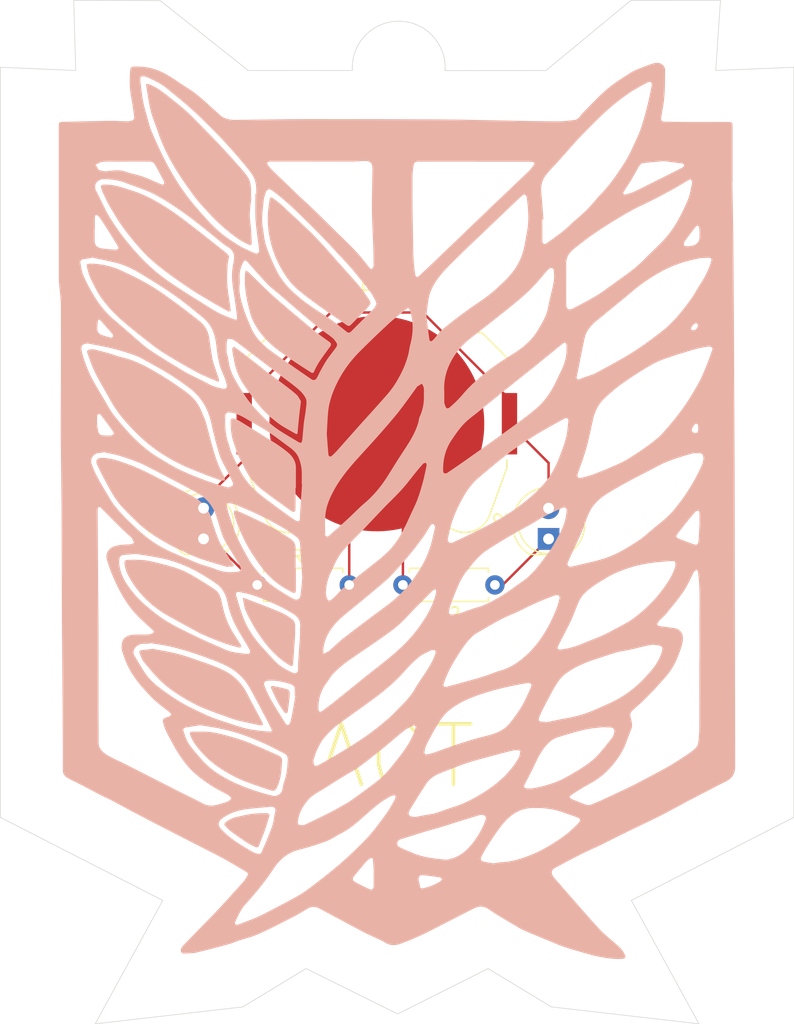
<source format=kicad_pcb>
(kicad_pcb (version 20241229) (generator "pcbnew") (generator_version "9.0")
  (layers (0 "F.Cu" signal) (2 "B.Cu" signal) (13 "F.Paste" user) (15 "B.Paste" user) (5 "F.SilkS" user "F.Silkscreen") (7 "B.SilkS" user "B.Silkscreen") (1 "F.Mask" user) (3 "B.Mask" user) (25 "Edge.Cuts" user))
  (net 0 "")
  (net 1 "Net-(BT1--)")
  (net 2 "Net-(BT1-+)")
  (net 3 "Net-(D1-K)")
  (net 4 "Net-(D2-K)")
  (footprint "Resistor_THT:R_Axial_DIN0207_L6.3mm_D2.5mm_P7.62mm_Horizontal" (layer "F.Cu") (at 202.565 95.885 180)
    (property "Reference" "R2")
    (property "Value" "R")
  )
  (footprint "LED_THT:LED_D5.0mm" (layer "F.Cu") (at 207.01 92.08 90)
    (property "Reference" "D2")
    (property "Value" "LED")
  )
  (footprint "Battery:BatteryHolder_Keystone_3034_1x20mm" (layer "F.Cu") (at 192.785 82.55)
    (property "Reference" "BT1")
    (property "Value" "Battery_Cell")
  )
  (footprint "Resistor_THT:R_Axial_DIN0207_L6.3mm_D2.5mm_P7.62mm_Horizontal" (layer "F.Cu") (at 182.88 95.885)
    (property "Reference" "R1")
    (property "Value" "R")
  )
  (footprint "LED_THT:LED_D5.0mm" (layer "F.Cu") (at 178.435 92.075 90)
    (property "Reference" "D1")
    (property "Value" "LED")
  )
  (gr_poly (pts (xy 175.226139 101.355487) (xy 175.488286 101.406001) (xy 175.753079 101.460378) (xy 176.019042 101.51963) (xy 176.284698 101.58477) (xy 176.540484 101.653744) (xy 176.795036 101.727777) (xy 177.048496 101.806125) (xy 177.301004 101.888045) (xy 177.803729 102.059629) (xy 178.304337 102.236584) (xy 178.77022 102.401025) (xy 179.003041 102.484478) (xy 179.23488 102.570306) (xy 179.465061 102.659677) (xy 179.692906 102.753755) (xy 179.917739 102.853706) (xy 180.138884 102.960697) (xy 180.294453 103.04322) (xy 180.445436 103.130968) (xy 180.591794 103.22392) (xy 180.733492 103.322051) (xy 180.870492 103.425339) (xy 181.002759 103.533761) (xy 181.130256 103.647294) (xy 181.252945 103.765915) (xy 181.37079 103.889601) (xy 181.483755 104.01833) (xy 181.591803 104.152077) (xy 181.694898 104.290822) (xy 181.793002 104.434539) (xy 181.886079 104.583208) (xy 181.974092 104.736803) (xy 182.057005 104.895304) (xy 182.166187 105.110963) (xy 182.277481 105.32557) (xy 182.504492 105.752582) (xy 182.962827 106.604488) (xy 183.141732 106.942937) (xy 183.230278 107.112633) (xy 183.317803 107.282847) (xy 183.324797 107.297253) (xy 183.330928 107.311302) (xy 183.336207 107.324982) (xy 183.340647 107.338281) (xy 183.344258 107.351187) (xy 183.347053 107.363688) (xy 183.349043 107.375771) (xy 183.35024 107.387425) (xy 183.350655 107.398637) (xy 183.3503 107.409394) (xy 183.349187 107.419686) (xy 183.347327 107.4295) (xy 183.344732 107.438823) (xy 183.341413 107.447643) (xy 183.337382 107.455949) (xy 183.332652 107.463728) (xy 183.327232 107.470968) (xy 183.321136 107.477656) (xy 183.314374 107.483781) (xy 183.306958 107.489331) (xy 183.2989 107.494292) (xy 183.290212 107.498654) (xy 183.280905 107.502404) (xy 183.270991 107.505529) (xy 183.260481 107.508018) (xy 183.249386 107.509858) (xy 183.23772 107.511038) (xy 183.225493 107.511545) (xy 183.212716 107.511367) (xy 183.199402 107.510491) (xy 183.185563 107.508906) (xy 183.171209 107.5066) (xy 182.808551 107.436772) (xy 182.446873 107.361563) (xy 181.725004 107.203603) (xy 181.544389 107.164547) (xy 181.363901 107.124212) (xy 181.274142 107.102436) (xy 181.184941 107.078985) (xy 181.096473 107.053408) (xy 181.008914 107.025254) (xy 180.547288 106.866557) (xy 180.086808 106.704448) (xy 179.627689 106.538558) (xy 179.170149 106.368518) (xy 178.835843 106.242191) (xy 178.502739 106.112021) (xy 178.337508 106.044025) (xy 178.173623 105.973306) (xy 178.01143 105.899276) (xy 177.851279 105.821348) (xy 177.541139 105.661489) (xy 177.234581 105.495774) (xy 176.931793 105.323765) (xy 176.632963 105.145024) (xy 176.338278 104.959112) (xy 176.047927 104.765591) (xy 175.762098 104.564022) (xy 175.480979 104.353967) (xy 175.337589 104.240267) (xy 175.198081 104.123117) (xy 175.062166 104.002774) (xy 174.929554 103.879494) (xy 174.799955 103.753532) (xy 174.673081 103.625146) (xy 174.426346 103.362125) (xy 174.187035 103.09248) (xy 173.952833 102.81826) (xy 173.490491 102.264299) (xy 173.458356 102.223632) (xy 173.428264 102.181167) (xy 173.400046 102.137071) (xy 173.373528 102.091512) (xy 173.348539 102.044657) (xy 173.324907 101.996673) (xy 173.302461 101.947726) (xy 173.281029 101.897985) (xy 173.24052 101.796786) (xy 173.202006 101.694412) (xy 173.164113 101.592202) (xy 173.125467 101.491491) (xy 173.120314 101.477315) (xy 173.116332 101.463784) (xy 173.113477 101.450882) (xy 173.111701 101.438592) (xy 173.11096 101.426899) (xy 173.111207 101.415787) (xy 173.112398 101.405239) (xy 173.114485 101.395241) (xy 173.117423 101.385775) (xy 173.121166 101.376827) (xy 173.12567 101.368379) (xy 173.130886 101.360416) (xy 173.136771 101.352923) (xy 173.143279 101.345882) (xy 173.150362 101.339279) (xy 173.157977 101.333096) (xy 173.166076 101.327319) (xy 173.174614 101.321931) (xy 173.192825 101.312259) (xy 173.212242 101.303951) (xy 173.2325 101.296881) (xy 173.253233 101.290921) (xy 173.274073 101.285943) (xy 173.294656 101.281819) (xy 173.314613 101.278421) (xy 173.415318 101.263459) (xy 173.517571 101.249918) (xy 173.731716 101.225188) (xy 174.233532 101.171789)) (fill yes) (layer "B.SilkS"))
  (gr_poly (pts (xy 183.72423 114.762311) (xy 183.729995 114.763036) (xy 183.735771 114.764277) (xy 183.741558 114.766007) (xy 183.747358 114.768203) (xy 183.753171 114.77084) (xy 183.758998 114.773892) (xy 183.76484 114.777336) (xy 183.776572 114.785297) (xy 183.788374 114.794527) (xy 183.800254 114.804825) (xy 183.812219 114.815996) (xy 183.836429 114.84016) (xy 183.861063 114.865436) (xy 183.873556 114.877995) (xy 183.886175 114.890238) (xy 183.898929 114.901968) (xy 183.911824 114.912985) (xy 183.712245 115.569484) (xy 183.614859 115.881872) (xy 183.564707 116.035469) (xy 183.512799 116.187858) (xy 183.458995 116.336496) (xy 183.402377 116.484173) (xy 183.284947 116.778071) (xy 183.169004 117.072398) (xy 183.114246 117.220611) (xy 183.063044 117.369999) (xy 183.056021 117.390423) (xy 183.048657 117.409789) (xy 183.040954 117.428109) (xy 183.032917 117.445393) (xy 183.024548 117.461651) (xy 183.015851 117.476895) (xy 183.006828 117.491134) (xy 182.997482 117.50438) (xy 182.987817 117.516643) (xy 182.977836 117.527933) (xy 182.967541 117.538262) (xy 182.956936 117.54764) (xy 182.946024 117.556077) (xy 182.934808 117.563584) (xy 182.923292 117.570172) (xy 182.911477 117.57585) (xy 182.899368 117.580631) (xy 182.886967 117.584524) (xy 182.874277 117.587541) (xy 182.861302 117.58969) (xy 182.848045 117.590984) (xy 182.834508 117.591433) (xy 182.820695 117.591048) (xy 182.806609 117.589838) (xy 182.792252 117.587815) (xy 182.777629 117.584989) (xy 182.762742 117.581371) (xy 182.747594 117.576972) (xy 182.732188 117.571801) (xy 182.716527 117.56587) (xy 182.684454 117.55177) (xy 182.579778 117.500954) (xy 182.475613 117.448731) (xy 182.372121 117.394992) (xy 182.269467 117.339627) (xy 182.167812 117.282529) (xy 182.06732 117.223587) (xy 181.968155 117.162693) (xy 181.870478 117.099737) (xy 181.714112 116.995324) (xy 181.558668 116.889467) (xy 181.250375 116.673834) (xy 180.945254 116.453669) (xy 180.642962 116.2298) (xy 180.61494 116.208079) (xy 180.587581 116.185479) (xy 180.560816 116.162089) (xy 180.534577 116.138) (xy 180.508795 116.113301) (xy 180.483402 116.088082) (xy 180.43351 116.036446) (xy 180.335389 115.930897) (xy 180.286068 115.878424) (xy 180.235844 115.827111) (xy 180.226019 115.817074) (xy 180.216881 115.807136) (xy 180.208426 115.79729) (xy 180.200654 115.787531) (xy 180.193563 115.777855) (xy 180.187152 115.768255) (xy 180.181418 115.758726) (xy 180.176361 115.749262) (xy 180.171978 115.73986) (xy 180.168269 115.730512) (xy 180.165231 115.721213) (xy 180.162862 115.711959) (xy 180.161162 115.702743) (xy 180.160129 115.69356) (xy 180.15976 115.684406) (xy 180.160055 115.675274) (xy 180.161012 115.666159) (xy 180.162629 115.657055) (xy 180.164905 115.647958) (xy 180.167838 115.638862) (xy 180.171427 115.629761) (xy 180.175669 115.62065) (xy 180.180564 115.611524) (xy 180.186109 115.602376) (xy 180.192304 115.593203) (xy 180.199146 115.583998) (xy 180.206634 115.574756) (xy 180.214766 115.565472) (xy 180.223541 115.55614) (xy 180.232958 115.546754) (xy 180.253707 115.527802) (xy 180.305253 115.484668) (xy 180.357805 115.443692) (xy 180.411344 115.404835) (xy 180.465852 115.368057) (xy 180.521309 115.333319) (xy 180.577699 115.300581) (xy 180.635001 115.269803) (xy 180.693198 115.240946) (xy 180.752272 115.21397) (xy 180.812203 115.188836) (xy 180.872973 115.165505) (xy 180.934564 115.143936) (xy 180.996957 115.124089) (xy 181.060134 115.105927) (xy 181.124076 115.089408) (xy 181.188765 115.074493) (xy 181.817878 114.934605) (xy 181.975546 114.901994) (xy 182.133547 114.871953) (xy 182.291969 114.845295) (xy 182.450901 114.822834) (xy 182.608219 114.805317) (xy 182.766097 114.791974) (xy 182.924415 114.782134) (xy 183.083056 114.775131) (xy 183.400831 114.766963) (xy 183.718474 114.762125)) (fill yes) (layer "B.SilkS"))
  (gr_poly (pts (xy 216.036292 52.696538) (xy 216.06622 52.698158) (xy 216.095683 52.700904) (xy 216.124658 52.704759) (xy 216.153124 52.709706) (xy 216.181058 52.715728) (xy 216.20844 52.722808) (xy 216.235246 52.730929) (xy 216.261454 52.740074) (xy 216.287044 52.750227) (xy 216.311993 52.761369) (xy 216.336278 52.773485) (xy 216.359879 52.786557) (xy 216.382772 52.800569) (xy 216.404937 52.815503) (xy 216.426351 52.831343) (xy 216.446991 52.848071) (xy 216.466837 52.865672) (xy 216.485867 52.884126) (xy 216.504058 52.903419) (xy 216.521388 52.923533) (xy 216.537835 52.94445) (xy 216.553378 52.966155) (xy 216.567994 52.988629) (xy 216.581662 53.011857) (xy 216.594359 53.035821) (xy 216.608502 53.065174) (xy 216.621856 53.095571) (xy 216.628124 53.111085) (xy 216.634059 53.126769) (xy 216.639616 53.142593) (xy 216.644751 53.158527) (xy 216.649417 53.17454) (xy 216.653571 53.190602) (xy 216.657166 53.206683) (xy 216.660159 53.222753) (xy 216.662503 53.238781) (xy 216.664154 53.254737) (xy 216.665067 53.270592) (xy 216.665197 53.286314) (xy 216.650863 54.378379) (xy 216.644577 54.651245) (xy 216.635168 54.923872) (xy 216.621614 55.19617) (xy 216.602896 55.468051) (xy 216.581439 55.693141) (xy 216.55386 55.917747) (xy 216.521459 56.141969) (xy 216.485534 56.365905) (xy 216.3326 57.260778) (xy 216.330366 57.276866) (xy 216.32885 57.292646) (xy 216.32805 57.308106) (xy 216.327963 57.323234) (xy 216.328588 57.338016) (xy 216.329924 57.352441) (xy 216.331969 57.366496) (xy 216.334721 57.380168) (xy 216.338179 57.393445) (xy 216.34234 57.406315) (xy 216.347204 57.418766) (xy 216.352769 57.430784) (xy 216.359032 57.442358) (xy 216.365993 57.453475) (xy 216.37365 57.464122) (xy 216.382001 57.474288) (xy 216.391044 57.483959) (xy 216.400778 57.493124) (xy 216.411201 57.501769) (xy 216.422311 57.509883) (xy 216.434107 57.517453) (xy 216.446587 57.524467) (xy 216.45975 57.530911) (xy 216.473594 57.536775) (xy 216.488116 57.542044) (xy 216.503317 57.546708) (xy 216.519193 57.550753) (xy 216.535743 57.554167) (xy 216.552966 57.556938) (xy 216.57086 57.559053) (xy 216.589424 57.560499) (xy 216.608654 57.561265) (xy 217.711846 57.581596) (xy 218.263493 57.588232) (xy 218.815144 57.591717) (xy 221.910557 57.588232) (xy 221.963059 57.589208) (xy 222.009931 57.591807) (xy 222.051482 57.596305) (xy 222.07036 57.599353) (xy 222.088023 57.602979) (xy 222.104512 57.607219) (xy 222.119864 57.612105) (xy 222.134118 57.617675) (xy 222.147314 57.623961) (xy 222.159489 57.630998) (xy 222.170682 57.638821) (xy 222.180933 57.647464) (xy 222.19028 57.656962) (xy 222.198761 57.66735) (xy 222.206416 57.678662) (xy 222.213282 57.690932) (xy 222.2194 57.704196) (xy 222.224807 57.718487) (xy 222.229542 57.733841) (xy 222.233645 57.750291) (xy 222.237152 57.767873) (xy 222.24254 57.806568) (xy 222.246015 57.850204) (xy 222.247888 57.899057) (xy 222.248467 57.953402) (xy 222.248941 62.587563) (xy 222.22974 62.588019) (xy 222.275867 64.820097) (xy 222.312078 67.052297) (xy 222.362816 74.517308) (xy 222.417292 85.80152) (xy 222.468702 110.843222) (xy 222.468072 110.911815) (xy 222.465556 110.978248) (xy 222.461163 111.042573) (xy 222.454898 111.104841) (xy 222.44677 111.165105) (xy 222.436786 111.223416) (xy 222.424953 111.279825) (xy 222.411279 111.334386) (xy 222.39577 111.38715) (xy 222.378434 111.438168) (xy 222.359278 111.487492) (xy 222.33831 111.535175) (xy 222.315537 111.581267) (xy 222.290966 111.625822) (xy 222.264604 111.66889) (xy 222.236459 111.710524) (xy 222.206538 111.750775) (xy 222.174849 111.789696) (xy 222.141398 111.827337) (xy 222.106193 111.863752) (xy 222.069242 111.898991) (xy 222.030551 111.933107) (xy 221.990127 111.966151) (xy 221.947979 111.998175) (xy 221.858537 112.059372) (xy 221.762284 112.117112) (xy 221.659276 112.17181) (xy 221.549574 112.223879) (xy 221.403469 112.291692) (xy 221.258681 112.362424) (xy 221.114915 112.435427) (xy 220.971879 112.51005) (xy 220.401154 112.81176) (xy 219.53112 113.258185) (xy 219.096518 113.482207) (xy 218.66311 113.708498) (xy 217.068936 114.566539) (xy 216.736051 114.74073) (xy 216.401963 114.91267) (xy 216.066552 115.081989) (xy 215.729701 115.24832) (xy 212.935985 116.598101) (xy 211.316801 117.408656) (xy 211.131306 117.49677) (xy 210.944809 117.58284) (xy 210.570415 117.752084) (xy 210.196835 117.922861) (xy 210.011354 118.010847) (xy 209.827282 118.101644) (xy 209.243884 118.399364) (xy 208.662879 118.70186) (xy 208.083914 119.008284) (xy 207.506635 119.317789) (xy 207.480276 119.332891) (xy 207.455533 119.348887) (xy 207.432405 119.365748) (xy 207.410894 119.383442) (xy 207.391 119.401941) (xy 207.372724 119.421214) (xy 207.356068 119.44123) (xy 207.34103 119.461961) (xy 207.327613 119.483375) (xy 207.315817 119.505443) (xy 207.305643 119.528134) (xy 207.297091 119.551418) (xy 207.290163 119.575266) (xy 207.284858 119.599646) (xy 207.281178 119.62453) (xy 207.279123 119.649887) (xy 207.278694 119.675686) (xy 207.279892 119.701898) (xy 207.282717 119.728492) (xy 207.287171 119.755439) (xy 207.293253 119.782708) (xy 207.300966 119.81027) (xy 207.310308 119.838093) (xy 207.321282 119.866148) (xy 207.333887 119.894406) (xy 207.348125 119.922835) (xy 207.363997 119.951405) (xy 207.381502 119.980087) (xy 207.400642 120.008851) (xy 207.421417 120.037665) (xy 207.443829 120.066501) (xy 207.467877 120.095328) (xy 208.4549 121.230982) (xy 209.447944 122.36142) (xy 210.371913 123.411708) (xy 210.838433 123.93266) (xy 211.074381 124.190604) (xy 211.312713 124.446295) (xy 211.374492 124.510515) (xy 211.437539 124.573538) (xy 211.566923 124.696482) (xy 211.699831 124.816105) (xy 211.83523 124.933387) (xy 212.109366 125.164845) (xy 212.246037 125.280981) (xy 212.381064 125.398693) (xy 212.642069 125.625164) (xy 212.770942 125.739816) (xy 212.833885 125.798505) (xy 212.89542 125.858488) (xy 212.955236 125.920051) (xy 213.013024 125.983484) (xy 213.068472 126.049076) (xy 213.121272 126.117113) (xy 213.171113 126.187885) (xy 213.217685 126.26168) (xy 213.260677 126.338785) (xy 213.299781 126.41949) (xy 213.324324 126.476278) (xy 213.344254 126.527365) (xy 213.359417 126.573068) (xy 213.365163 126.593999) (xy 213.369659 126.613701) (xy 213.372887 126.632214) (xy 213.374827 126.649578) (xy 213.375459 126.665832) (xy 213.374765 126.681015) (xy 213.372726 126.695166) (xy 213.369321 126.708326) (xy 213.364533 126.720532) (xy 213.358341 126.731825) (xy 213.350726 126.742244) (xy 213.341669 126.751829) (xy 213.331151 126.760618) (xy 213.319153 126.76865) (xy 213.305655 126.775966) (xy 213.290638 126.782605) (xy 213.274083 126.788605) (xy 213.255971 126.794007) (xy 213.236282 126.79885) (xy 213.214997 126.803172) (xy 213.167562 126.810414) (xy 213.113512 126.816049) (xy 213.052694 126.82039) (xy 212.927112 126.826061) (xy 212.801908 126.828339) (xy 212.677064 126.827426) (xy 212.55256 126.82353) (xy 212.304499 126.807604) (xy 212.057573 126.782204) (xy 211.811629 126.74897) (xy 211.566517 126.709543) (xy 211.322084 126.665565) (xy 211.078177 126.618678) (xy 210.901635 126.581655) (xy 210.725869 126.540532) (xy 210.550754 126.496058) (xy 210.376161 126.44898) (xy 209.680492 126.249604) (xy 209.331041 126.149356) (xy 208.982252 126.046647) (xy 208.634887 125.939542) (xy 208.461976 125.883736) (xy 208.289707 125.826105) (xy 208.147775 125.776261) (xy 208.006618 125.724103) (xy 207.866106 125.670041) (xy 207.72611 125.614485) (xy 207.168692 125.385499) (xy 206.088226 124.940165) (xy 205.549116 124.714843) (xy 205.011461 124.486159) (xy 204.924572 124.447328) (xy 204.838596 124.406167) (xy 204.753465 124.362971) (xy 204.669111 124.318034) (xy 204.585466 124.271649) (xy 204.502462 124.224111) (xy 204.338104 124.126751) (xy 203.185666 123.442779) (xy 202.899361 123.269078) (xy 202.615364 123.092029) (xy 202.33447 122.9105) (xy 202.057471 122.723358) (xy 201.973056 122.668534) (xy 201.889863 122.621747) (xy 201.80774 122.582757) (xy 201.726534 122.551319) (xy 201.686228 122.538357) (xy 201.646093 122.527193) (xy 201.566263 122.510135) (xy 201.486892 122.499904) (xy 201.407826 122.496258) (xy 201.328915 122.498954) (xy 201.250003 122.50775) (xy 201.17094 122.522404) (xy 201.091571 122.542674) (xy 201.011745 122.568317) (xy 200.931308 122.599091) (xy 200.850109 122.634754) (xy 200.767993 122.675064) (xy 199.101175 123.532227) (xy 197.43189 124.384609) (xy 197.102134 124.550654) (xy 196.770729 124.713581) (xy 196.43715 124.871823) (xy 196.26938 124.948698) (xy 196.10087 125.023815) (xy 195.742942 125.179671) (xy 195.382715 125.330723) (xy 195.201436 125.403127) (xy 195.019221 125.472743) (xy 194.835946 125.539044) (xy 194.651492 125.6015) (xy 194.565745 125.62701) (xy 194.480162 125.647552) (xy 194.394814 125.66309) (xy 194.309769 125.673588) (xy 194.225099 125.679009) (xy 194.140873 125.679317) (xy 194.057161 125.674475) (xy 193.974033 125.664447) (xy 193.891559 125.649197) (xy 193.809808 125.628688) (xy 193.728851 125.602883) (xy 193.648758 125.571747) (xy 193.569598 125.535242) (xy 193.491441 125.493333) (xy 193.414358 125.445983) (xy 193.338417 125.393155) (xy 193.328728 125.386222) (xy 193.318815 125.379546) (xy 193.3087 125.373122) (xy 193.298411 125.366952) (xy 193.287969 125.361031) (xy 193.277402 125.355359) (xy 193.266732 125.349934) (xy 193.255984 125.344754) (xy 192.443756 124.972259) (xy 192.039433 124.782607) (xy 191.839037 124.684402) (xy 191.640322 124.582984) (xy 190.742346 124.109368) (xy 189.847025 123.630676) (xy 188.057102 122.671868) (xy 187.988832 122.637453) (xy 187.921388 122.607344) (xy 187.854598 122.581679) (xy 187.788292 122.560593) (xy 187.7223 122.544221) (xy 187.656451 122.532699) (xy 187.590575 122.526163) (xy 187.524501 122.524749) (xy 187.458059 122.528593) (xy 187.391078 122.53783) (xy 187.323388 122.552596) (xy 187.254818 122.573026) (xy 187.185198 122.599257) (xy 187.114357 122.631424) (xy 187.042126 122.669663) (xy 186.968332 122.71411) (xy 186.69485 122.88326) (xy 186.417023 123.045718) (xy 186.135627 123.202619) (xy 185.851443 123.355094) (xy 185.277817 123.651296) (xy 184.70237 123.943382) (xy 184.233417 124.180364) (xy 183.761266 124.411397) (xy 183.523638 124.523505) (xy 183.284787 124.632714) (xy 183.04457 124.738552) (xy 182.802846 124.840549) (xy 182.617464 124.912818) (xy 182.429594 124.979002) (xy 182.239821 125.040554) (xy 182.048731 125.098926) (xy 181.664936 125.211942) (xy 181.473402 125.269492) (xy 181.282891 125.329674) (xy 181.190688 125.361503) (xy 181.099226 125.395778) (xy 180.917353 125.467605) (xy 180.826357 125.503127) (xy 180.734931 125.537032) (xy 180.642782 125.568306) (xy 180.596345 125.582639) (xy 180.549618 125.595933) (xy 179.212927 125.955875) (xy 178.542638 126.128048) (xy 177.870006 126.290022) (xy 177.804776 126.30406) (xy 177.739078 126.316264) (xy 177.672957 126.326778) (xy 177.606458 126.335747) (xy 177.472512 126.349635) (xy 177.337605 126.359088) (xy 177.202106 126.36527) (xy 177.06638 126.369342) (xy 176.795715 126.375809) (xy 176.777798 126.37569) (xy 176.76041 126.374323) (xy 176.743572 126.37175) (xy 176.727303 126.368016) (xy 176.711622 126.363162) (xy 176.696551 126.357231) (xy 176.682108 126.350267) (xy 176.668314 126.342313) (xy 176.655188 126.33341) (xy 176.642749 126.323603) (xy 176.631019 126.312935) (xy 176.620016 126.301447) (xy 176.609761 126.289183) (xy 176.600273 126.276187) (xy 176.591572 126.2625) (xy 176.583678 126.248166) (xy 176.576611 126.233228) (xy 176.570391 126.217728) (xy 176.565036 126.20171) (xy 176.560568 126.185216) (xy 176.557006 126.16829) (xy 176.554369 126.150974) (xy 176.552678 126.133311) (xy 176.551953 126.115345) (xy 176.552212 126.097118) (xy 176.553477 126.078672) (xy 176.555766 126.060052) (xy 176.559101 126.041299) (xy 176.563499 126.022457) (xy 176.568982 126.003569) (xy 176.575569 125.984678) (xy 176.583279 125.965826) (xy 176.592379 125.945767) (xy 176.601987 125.925803) (xy 176.61209 125.905958) (xy 176.622672 125.886259) (xy 176.633718 125.86673) (xy 176.645212 125.847396) (xy 176.657141 125.828284) (xy 176.669488 125.809417) (xy 176.682238 125.790821) (xy 176.695376 125.772521) (xy 176.708888 125.754543) (xy 176.722758 125.736912) (xy 176.73697 125.719652) (xy 176.751511 125.702789) (xy 176.766364 125.686349) (xy 176.781514 125.670356) (xy 178.161626 124.259607) (xy 178.544873 123.866762) (xy 181.039987 123.866762) (xy 181.040601 123.876329) (xy 181.04185 123.885592) (xy 181.043734 123.894544) (xy 181.046255 123.903177) (xy 181.049417 123.911481) (xy 181.053221 123.91945) (xy 181.057669 123.927074) (xy 181.062763 123.934346) (xy 181.068505 123.941257) (xy 181.074897 123.947799) (xy 181.081942 123.953964) (xy 181.089641 123.959743) (xy 181.097996 123.965128) (xy 181.10701 123.970111) (xy 181.116685 123.974683) (xy 181.127022 123.978837) (xy 181.138024 123.982564) (xy 181.149693 123.985856) (xy 181.16203 123.988704) (xy 181.175038 123.991101) (xy 181.188719 123.993038) (xy 181.203075 123.994506) (xy 181.218109 123.995498) (xy 181.230056 123.992802) (xy 181.242756 123.990195) (xy 181.269786 123.984693) (xy 181.283803 123.981521) (xy 181.297945 123.977883) (xy 181.305015 123.975847) (xy 181.312056 123.973642) (xy 181.319051 123.971251) (xy 181.325979 123.968658) (xy 182.173916 123.648661) (xy 182.385094 123.566952) (xy 182.594827 123.482215) (xy 182.802553 123.393277) (xy 183.00771 123.298965) (xy 183.326111 123.14457) (xy 183.642991 122.986946) (xy 184.273042 122.663931) (xy 184.89956 122.333771) (xy 185.524245 122.000312) (xy 185.864306 121.817497) (xy 186.033673 121.72439) (xy 186.201898 121.62934) (xy 186.368452 121.53174) (xy 186.532812 121.430984) (xy 186.69445 121.326464) (xy 186.85284 121.217574) (xy 187.107092 121.034611) (xy 187.359384 120.848818) (xy 187.609919 120.660531) (xy 187.858902 120.470089) (xy 188.181659 120.217957) (xy 190.799022 120.217957) (xy 190.799648 120.232507) (xy 190.801342 120.24684) (xy 190.804109 120.260958) (xy 190.807952 120.274863) (xy 190.812877 120.288557) (xy 190.818887 120.302043) (xy 190.825987 120.315322) (xy 190.834181 120.328398) (xy 190.843473 120.341272) (xy 190.853868 120.353947) (xy 190.865371 120.366425) (xy 190.877985 120.378708) (xy 190.891714 120.390799) (xy 190.906564 120.402699) (xy 190.922539 120.414411) (xy 190.939643 120.425937) (xy 190.957879 120.43728) (xy 190.977254 120.448442) (xy 191.125671 120.529551) (xy 191.275156 120.60882) (xy 191.425598 120.686387) (xy 191.576884 120.762391) (xy 191.881544 120.910264) (xy 192.188239 121.053548) (xy 192.205554 121.060982) (xy 192.222608 121.067254) (xy 192.239383 121.072384) (xy 192.255858 121.076393) (xy 192.272017 121.079301) (xy 192.287839 121.081128) (xy 192.303307 121.081895) (xy 192.318401 121.081621) (xy 192.333103 121.080328) (xy 192.347393 121.078035) (xy 192.361254 121.074762) (xy 192.374666 121.07053) (xy 192.387611 121.06536) (xy 192.40007 121.059271) (xy 192.412024 121.052285) (xy 192.423454 121.04442) (xy 192.434342 121.035698) (xy 192.444668 121.026138) (xy 192.454415 121.015762) (xy 192.463563 121.004588) (xy 192.472094 120.992639) (xy 192.479988 120.979933) (xy 192.487227 120.966492) (xy 192.493793 120.952335) (xy 192.499666 120.937483) (xy 192.504829 120.921957) (xy 192.509261 120.905775) (xy 192.512944 120.888959) (xy 192.51586 120.87153) (xy 192.517989 120.853506) (xy 192.519314 120.83491) (xy 192.519814 120.81576) (xy 192.52003 120.284749) (xy 196.238968 120.284749) (xy 196.254596 120.347858) (xy 196.271037 120.410868) (xy 196.304107 120.53687) (xy 196.31961 120.600001) (xy 196.333675 120.663311) (xy 196.345739 120.726871) (xy 196.350845 120.758766) (xy 196.355239 120.790749) (xy 196.360191 120.823514) (xy 196.366447 120.852968) (xy 196.370085 120.866484) (xy 196.374074 120.87921) (xy 196.378423 120.891158) (xy 196.383141 120.90234) (xy 196.388236 120.91277) (xy 196.393716 120.92246) (xy 196.39959 120.931422) (xy 196.405867 120.939669) (xy 196.412555 120.947214) (xy 196.419663 120.954068) (xy 196.427199 120.960245) (xy 196.435172 120.965758) (xy 196.443589 120.970617) (xy 196.452461 120.974837) (xy 196.461795 120.97843) (xy 196.4716 120.981408) (xy 196.481884 120.983783) (xy 196.492656 120.985569) (xy 196.503924 120.986778) (xy 196.515697 120.987422) (xy 196.527984 120.987515) (xy 196.540792 120.987067) (xy 196.56801 120.984604) (xy 196.597417 120.980134) (xy 196.629083 120.973756) (xy 196.721262 120.952265) (xy 196.812662 120.928934) (xy 196.903291 120.903776) (xy 196.993155 120.876806) (xy 197.082262 120.848034) (xy 197.170619 120.817476) (xy 197.258234 120.785144) (xy 197.345112 120.751051) (xy 197.431261 120.71521) (xy 197.516689 120.677635) (xy 197.601402 120.638338) (xy 197.685408 120.597333) (xy 197.768713 120.554633) (xy 197.851325 120.51025) (xy 198.014497 120.416492) (xy 198.026831 120.408627) (xy 198.039364 120.399726) (xy 198.051951 120.389904) (xy 198.064449 120.379273) (xy 198.076712 120.367946) (xy 198.088598 120.356037) (xy 198.09996 120.343658) (xy 198.110655 120.330922) (xy 198.120539 120.317943) (xy 198.129466 120.304834) (xy 198.137294 120.291707) (xy 198.143876 120.278676) (xy 198.146655 120.272232) (xy 198.149069 120.265854) (xy 198.1511 120.259557) (xy 198.152729 120.253354) (xy 198.153939 120.247259) (xy 198.154711 120.241288) (xy 198.155028 120.235454) (xy 198.154871 120.22977) (xy 198.154212 120.224385) (xy 198.153015 120.218848) (xy 198.151303 120.213178) (xy 198.149099 120.207395) (xy 198.146428 120.201518) (xy 198.143312 120.195567) (xy 198.135842 120.183515) (xy 198.126877 120.171393) (xy 198.116606 120.159355) (xy 198.105216 120.147553) (xy 198.092897 120.13614) (xy 198.079837 120.125271) (xy 198.066223 120.115097) (xy 198.052245 120.105772) (xy 198.03809 120.097449) (xy 198.023947 120.090282) (xy 198.010005 120.084423) (xy 197.996451 120.080027) (xy 197.989879 120.078424) (xy 197.983474 120.077245) (xy 197.629439 120.024417) (xy 197.274835 119.975043) (xy 196.91961 119.930993) (xy 196.741749 119.911549) (xy 196.563714 119.894136) (xy 196.543422 119.892695) (xy 196.523901 119.892156) (xy 196.505139 119.892516) (xy 196.487126 119.893774) (xy 196.469848 119.895927) (xy 196.453296 119.898974) (xy 196.437456 119.902912) (xy 196.422317 119.907739) (xy 196.407868 119.913453) (xy 196.394097 119.920051) (xy 196.380992 119.927532) (xy 196.368541 119.935894) (xy 196.356733 119.945134) (xy 196.345556 119.95525) (xy 196.334999 119.966241) (xy 196.325049 119.978103) (xy 196.315695 119.990835) (xy 196.306926 120.004435) (xy 196.298729 120.018901) (xy 196.291094 120.03423) (xy 196.284007 120.05042) (xy 196.277459 120.067469) (xy 196.265927 120.104137) (xy 196.256406 120.144216) (xy 196.248801 120.187689) (xy 196.243019 120.234539) (xy 196.238968 120.284749) (xy 192.52003 120.284749) (xy 192.520289 119.645113) (xy 192.53167 119.64417) (xy 192.500658 119.142836) (xy 192.483948 118.892267) (xy 192.464444 118.641942) (xy 192.46201 118.620535) (xy 192.458374 118.599765) (xy 192.453496 118.579866) (xy 192.450579 118.570316) (xy 192.447335 118.56107) (xy 192.44376 118.552159) (xy 192.439849 118.54361) (xy 192.435597 118.535454) (xy 192.430998 118.527719) (xy 192.426048 118.520434) (xy 192.420742 118.513628) (xy 192.415073 118.50733) (xy 192.409038 118.50157) (xy 192.40263 118.496377) (xy 192.395846 118.491779) (xy 192.388679 118.487806) (xy 192.381126 118.484486) (xy 192.373179 118.481849) (xy 192.364836 118.479924) (xy 192.356089 118.478741) (xy 192.346935 118.478327) (xy 192.337368 118.478712) (xy 192.327383 118.479925) (xy 192.316975 118.481995) (xy 192.306139 118.484952) (xy 192.29487 118.488824) (xy 192.283162 118.493641) (xy 192.27101 118.499431) (xy 192.25841 118.506224) (xy 192.214645 118.531464) (xy 192.170873 118.55766) (xy 192.127571 118.585011) (xy 192.106245 118.599183) (xy 192.085216 118.613719) (xy 192.064542 118.628644) (xy 192.044284 118.643984) (xy 192.024502 118.659763) (xy 192.005254 118.676007) (xy 191.9866 118.69274) (xy 191.9686 118.709988) (xy 191.951314 118.727776) (xy 191.934802 118.746129) (xy 191.671736 119.053451) (xy 191.411533 119.363272) (xy 191.154255 119.675529) (xy 190.899966 119.990159) (xy 190.886096 120.00799) (xy 190.873233 120.025573) (xy 190.861382 120.042908) (xy 190.850546 120.059999) (xy 190.840731 120.076848) (xy 190.83194 120.093457) (xy 190.824179 120.109828) (xy 190.81745 120.125963) (xy 190.811759 120.141865) (xy 190.80711 120.157537) (xy 190.803508 120.172979) (xy 190.800956 120.188195) (xy 190.799459 120.203187) (xy 190.799022 120.217957) (xy 188.181659 120.217957) (xy 188.353027 120.084087) (xy 188.843394 119.693514) (xy 189.2291 119.380461) (xy 189.420373 119.221835) (xy 189.610342 119.061634) (xy 189.798822 118.899724) (xy 189.985624 118.735974) (xy 190.170562 118.57025) (xy 190.353449 118.402421) (xy 190.812151 117.974931) (xy 191.040184 117.759505) (xy 191.266309 117.542155) (xy 191.489753 117.322279) (xy 191.529519 117.281969) (xy 194.479996 117.281969) (xy 194.480312 117.300343) (xy 194.481555 117.3181) (xy 194.483697 117.335256) (xy 194.486707 117.351826) (xy 194.490557 117.367827) (xy 194.495216 117.383274) (xy 194.500656 117.398183) (xy 194.506845 117.412571) (xy 194.513756 117.426452) (xy 194.521358 117.439844) (xy 194.529621 117.452762) (xy 194.538516 117.465221) (xy 194.548013 117.477238) (xy 194.558084 117.488829) (xy 194.568697 117.50001) (xy 194.591435 117.521203) (xy 194.61599 117.540946) (xy 194.642125 117.559365) (xy 194.669604 117.576588) (xy 194.69819 117.592742) (xy 194.727645 117.607955) (xy 194.757734 117.622353) (xy 194.879514 117.677717) (xy 195.001917 117.731724) (xy 195.247959 117.837058) (xy 195.494594 117.941135) (xy 195.740555 118.046733) (xy 195.906033 118.115369) (xy 196.072875 118.177388) (xy 196.241001 118.233263) (xy 196.410334 118.283466) (xy 196.580793 118.328472) (xy 196.752301 118.368753) (xy 196.924779 118.404782) (xy 197.098147 118.437034) (xy 197.44724 118.492094) (xy 197.79895 118.537721) (xy 198.507696 118.615814) (xy 198.543394 118.612189) (xy 198.582009 118.608514) (xy 198.602051 118.606371) (xy 198.622392 118.603873) (xy 198.642888 118.600904) (xy 198.663395 118.597352) (xy 198.839787 118.558644) (xy 198.890668 118.544339) (xy 201.397999 118.544339) (xy 201.3985 118.560907) (xy 201.400231 118.576829) (xy 201.403192 118.592119) (xy 201.407384 118.606791) (xy 201.412806 118.62086) (xy 201.419459 118.634338) (xy 201.427341 118.64724) (xy 201.436453 118.659581) (xy 201.446795 118.671374) (xy 201.458367 118.682633) (xy 201.471168 118.693373) (xy 201.485198 118.703606) (xy 201.500458 118.713348) (xy 201.516946 118.722612) (xy 201.534664 118.731412) (xy 201.55361 118.739763) (xy 201.573785 118.747677) (xy 201.595188 118.75517) (xy 201.641679 118.768947) (xy 201.693083 118.781206) (xy 201.868121 118.817736) (xy 202.043709 118.851839) (xy 202.13171 118.867702) (xy 202.219847 118.882625) (xy 202.308123 118.896497) (xy 202.396535 118.909206) (xy 202.413717 118.911095) (xy 202.43103 118.912132) (xy 202.448461 118.912396) (xy 202.465993 118.911962) (xy 202.483614 118.910908) (xy 202.501309 118.90931) (xy 202.536862 118.904791) (xy 202.679145 118.880317) (xy 202.717281 118.873685) (xy 202.755328 118.865802) (xy 202.831267 118.84874) (xy 202.869217 118.84079) (xy 202.907193 118.834047) (xy 202.926199 118.831321) (xy 202.945223 118.829127) (xy 202.964268 118.827542) (xy 202.983338 118.826643) (xy 203.210397 118.81586) (xy 203.435351 118.796317) (xy 203.658502 118.768171) (xy 203.880156 118.73158) (xy 204.100613 118.686698) (xy 204.320178 118.633684) (xy 204.539153 118.572692) (xy 204.757843 118.503881) (xy 205.012581 118.416782) (xy 205.264993 118.325198) (xy 205.514871 118.228641) (xy 205.762008 118.126618) (xy 206.006197 118.018641) (xy 206.247232 117.904217) (xy 206.484904 117.782857) (xy 206.719008 117.654071) (xy 207.085447 117.440512) (xy 207.446895 117.219614) (xy 207.801903 116.989574) (xy 207.976541 116.870564) (xy 208.149027 116.748593) (xy 208.31918 116.623437) (xy 208.486819 116.494869) (xy 208.651763 116.362665) (xy 208.813832 116.226599) (xy 208.972845 116.086447) (xy 209.12862 115.941984) (xy 209.280978 115.792983) (xy 209.429736 115.639221) (xy 209.478428 115.585886) (xy 209.520095 115.53662) (xy 209.538261 115.513409) (xy 209.554632 115.491089) (xy 209.569194 115.469619) (xy 209.581934 115.448957) (xy 209.592841 115.429061) (xy 209.601899 115.40989) (xy 209.609097 115.391402) (xy 209.614421 115.373555) (xy 209.617858 115.356306) (xy 209.619395 115.339616) (xy 209.61902 115.32344) (xy 209.616719 115.307739) (xy 209.612479 115.292469) (xy 209.606287 115.27759) (xy 209.59813 115.263059) (xy 209.587994 115.248835) (xy 209.575868 115.234875) (xy 209.561738 115.221138) (xy 209.545591 115.207583) (xy 209.527413 115.194167) (xy 209.507193 115.180848) (xy 209.484916 115.167586) (xy 209.460569 115.154337) (xy 209.434141 115.14106) (xy 209.374984 115.114257) (xy 209.307342 115.08684) (xy 209.177255 115.038137) (xy 209.04626 114.991797) (xy 208.782695 114.903194) (xy 208.518955 114.814999) (xy 208.387739 114.76917) (xy 208.257345 114.721182) (xy 208.122262 114.671942) (xy 207.986576 114.626495) (xy 207.850298 114.584754) (xy 207.713437 114.546637) (xy 207.576004 114.51206) (xy 207.438007 114.480937) (xy 207.299458 114.453185) (xy 207.160366 114.42872) (xy 207.02074 114.407458) (xy 206.88059 114.389314) (xy 206.59876 114.362045) (xy 206.314954 114.346241) (xy 206.029249 114.341228) (xy 205.945239 114.341833) (xy 205.903236 114.341845) (xy 205.882242 114.341562) (xy 205.861254 114.341003) (xy 205.751821 114.33904) (xy 205.644244 114.340712) (xy 205.538495 114.345955) (xy 205.434546 114.354707) (xy 205.332367 114.366903) (xy 205.231929 114.38248) (xy 205.133205 114.401375) (xy 205.036165 114.423522) (xy 204.94078 114.44886) (xy 204.847023 114.477324) (xy 204.754864 114.508851) (xy 204.664274 114.543377) (xy 204.575225 114.580838) (xy 204.487688 114.621171) (xy 204.401635 114.664313) (xy 204.317037 114.710199) (xy 204.152089 114.809952) (xy 203.992616 114.91992) (xy 203.838388 115.039594) (xy 203.689175 115.168466) (xy 203.544748 115.306027) (xy 203.404877 115.451767) (xy 203.269332 115.605179) (xy 203.137885 115.765753) (xy 202.999385 115.944864) (xy 202.864132 116.126612) (xy 202.731691 116.310602) (xy 202.601629 116.496436) (xy 202.346901 116.872048) (xy 202.096472 117.250276) (xy 202.010645 117.382495) (xy 201.926588 117.516001) (xy 201.844324 117.650724) (xy 201.763876 117.786589) (xy 201.685268 117.923527) (xy 201.608523 118.061465) (xy 201.533664 118.20033) (xy 201.460715 118.340052) (xy 201.448901 118.36385) (xy 201.438319 118.386862) (xy 201.428968 118.409101) (xy 201.42085 118.430583) (xy 201.413963 118.451321) (xy 201.408308 118.471328) (xy 201.403884 118.49062) (xy 201.400691 118.50921) (xy 201.39873 118.527111) (xy 201.397999 118.544339) (xy 198.890668 118.544339) (xy 199.009865 118.510828) (xy 199.173846 118.454233) (xy 199.331949 118.389184) (xy 199.484392 118.31601) (xy 199.631393 118.235038) (xy 199.77317 118.146596) (xy 199.909942 118.05101) (xy 200.041927 117.948609) (xy 200.169342 117.83972) (xy 200.292406 117.72467) (xy 200.411338 117.603787) (xy 200.526355 117.477398) (xy 200.637675 117.345831) (xy 200.745517 117.209413) (xy 200.850099 117.068471) (xy 200.9193 116.971451) (xy 200.987605 116.873621) (xy 201.054774 116.774926) (xy 201.120568 116.675305) (xy 201.184747 116.574702) (xy 201.247072 116.473057) (xy 201.307304 116.370314) (xy 201.365203 116.266413) (xy 201.423964 116.156121) (xy 201.481126 116.044724) (xy 201.53645 115.932261) (xy 201.589698 115.818768) (xy 201.640632 115.704283) (xy 201.689013 115.588843) (xy 201.734603 115.472484) (xy 201.777162 115.355245) (xy 201.786128 115.327751) (xy 201.793634 115.301013) (xy 201.799696 115.275043) (xy 201.804328 115.249854) (xy 201.807545 115.225458) (xy 201.809364 115.201866) (xy 201.809797 115.179092) (xy 201.808862 115.157147) (xy 201.806571 115.136044) (xy 201.802942 115.115795) (xy 201.797988 115.096412) (xy 201.791724 115.077908) (xy 201.784166 115.060293) (xy 201.775329 115.043582) (xy 201.765227 115.027786) (xy 201.753875 115.012917) (xy 201.741289 114.998987) (xy 201.727484 114.98601) (xy 201.712474 114.973996) (xy 201.696275 114.962958) (xy 201.678901 114.952908) (xy 201.660367 114.94386) (xy 201.64069 114.935824) (xy 201.619882 114.928813) (xy 201.597961 114.922839) (xy 201.57494 114.917915) (xy 201.550834 114.914052) (xy 201.525659 114.911264) (xy 201.499429 114.909562) (xy 201.47216 114.908958) (xy 201.443867 114.909464) (xy 201.414564 114.911094) (xy 201.38701 114.913664) (xy 201.359514 114.917257) (xy 201.332074 114.921782) (xy 201.304688 114.927147) (xy 201.277352 114.933261) (xy 201.250065 114.940032) (xy 201.195625 114.95518) (xy 200.979288 115.023783) (xy 200.203571 115.259736) (xy 199.42899 115.499302) (xy 199.098805 115.604762) (xy 198.769213 115.712124) (xy 198.439352 115.818576) (xy 198.108361 115.921305) (xy 196.879267 116.266413) (xy 196.366382 116.42396) (xy 195.85431 116.584204) (xy 194.830429 116.905591) (xy 194.79936 116.915506) (xy 194.768888 116.925901) (xy 194.739154 116.936957) (xy 194.710301 116.948855) (xy 194.682474 116.961775) (xy 194.655814 116.975898) (xy 194.630466 116.991404) (xy 194.618328 116.999731) (xy 194.606571 117.008473) (xy 194.595213 117.01765) (xy 194.584273 117.027287) (xy 194.573767 117.037404) (xy 194.563715 117.048025) (xy 194.554133 117.059172) (xy 194.54504 117.070868) (xy 194.536453 117.083136) (xy 194.528391 117.095998) (xy 194.52087 117.109476) (xy 194.51391 117.123594) (xy 194.507528 117.138373) (xy 194.501742 117.153836) (xy 194.49657 117.170006) (xy 194.492029 117.186906) (xy 194.488138 117.204558) (xy 194.484914 117.222984) (xy 194.482268 117.243305) (xy 194.480639 117.262962) (xy 194.479996 117.281969) (xy 191.529519 117.281969) (xy 191.709743 117.099278) (xy 191.925508 116.872548) (xy 192.136273 116.641488) (xy 192.333587 116.414408) (xy 192.525848 116.182694) (xy 192.713751 115.947064) (xy 192.897991 115.708237) (xy 193.079261 115.466931) (xy 193.258255 115.223864) (xy 193.573681 114.788482) (xy 195.420144 114.788482) (xy 195.421516 114.813542) (xy 195.425172 114.837511) (xy 195.431125 114.86038) (xy 195.439388 114.882138) (xy 195.449972 114.902775) (xy 195.46289 114.922284) (xy 195.478155 114.940652) (xy 195.495777 114.957872) (xy 195.515771 114.973934) (xy 195.538147 114.988827) (xy 195.562918 115.002543) (xy 195.590097 115.015071) (xy 195.619696 115.026402) (xy 195.651726 115.036527) (xy 195.686201 115.045435) (xy 195.723132 115.053118) (xy 195.762532 115.059565) (xy 195.804413 115.064768) (xy 195.848787 115.068715) (xy 195.895666 115.071399) (xy 195.996991 115.072935) (xy 196.976373 114.889143) (xy 197.058813 114.874762) (xy 197.14166 114.861712) (xy 197.307515 114.836214) (xy 197.389993 114.822072) (xy 197.47182 114.805872) (xy 197.552728 114.786767) (xy 197.592756 114.77586) (xy 197.632455 114.763909) (xy 197.81326 114.704901) (xy 197.993226 114.643222) (xy 198.351835 114.515683) (xy 198.710664 114.388949) (xy 198.890905 114.328277) (xy 199.072093 114.270679) (xy 199.248232 114.21451) (xy 199.422619 114.154674) (xy 199.595302 114.091296) (xy 199.766329 114.024496) (xy 199.935747 113.954398) (xy 200.103604 113.881123) (xy 200.434823 113.725535) (xy 200.760367 113.558712) (xy 200.983982 113.435066) (xy 208.765265 113.435066) (xy 208.766153 113.446785) (xy 208.768674 113.458333) (xy 208.772825 113.469727) (xy 208.7786 113.480986) (xy 208.785995 113.492125) (xy 208.795007 113.503163) (xy 208.805629 113.514117) (xy 208.817858 113.525003) (xy 208.83169 113.53584) (xy 208.84712 113.546644) (xy 208.864143 113.557432) (xy 208.882755 113.568223) (xy 208.902952 113.579032) (xy 208.924729 113.589878) (xy 208.948082 113.600778) (xy 208.999496 113.622806) (xy 209.562506 113.852839) (xy 209.84539 113.964083) (xy 209.987607 114.017504) (xy 210.130504 114.068979) (xy 210.151621 114.075759) (xy 210.173543 114.081556) (xy 210.196154 114.086376) (xy 210.219338 114.090224) (xy 210.242979 114.093105) (xy 210.266961 114.095026) (xy 210.291168 114.095993) (xy 210.315482 114.09601) (xy 210.339789 114.095084) (xy 210.363972 114.09322) (xy 210.387914 114.090423) (xy 210.4115 114.0867) (xy 210.434614 114.082057) (xy 210.457138 114.076497) (xy 210.478958 114.070029) (xy 210.499956 114.062656) (xy 210.641413 114.007903) (xy 210.782328 113.951633) (xy 211.062592 113.83496) (xy 211.340871 113.713468) (xy 211.617285 113.587989) (xy 212.74199 113.065012) (xy 213.302499 112.799627) (xy 213.861059 112.530263) (xy 214.04607 112.438846) (xy 214.23023 112.345672) (xy 214.596604 112.155326) (xy 215.325776 111.76755) (xy 216.167644 111.322684) (xy 216.586185 111.096026) (xy 216.793899 110.980023) (xy 217.00021 110.861622) (xy 217.187025 110.751033) (xy 217.372484 110.638065) (xy 217.55676 110.523054) (xy 217.740028 110.406335) (xy 218.104229 110.169116) (xy 218.466474 109.92909) (xy 218.560528 109.865859) (xy 218.653996 109.80137) (xy 218.746562 109.735428) (xy 218.837906 109.667839) (xy 218.927711 109.598406) (xy 219.015659 109.526936) (xy 219.101433 109.453232) (xy 219.184715 109.377099) (xy 219.205216 109.356689) (xy 219.225094 109.334821) (xy 219.244285 109.311625) (xy 219.262722 109.287231) (xy 219.280341 109.261769) (xy 219.297077 109.235368) (xy 219.312864 109.208158) (xy 219.327637 109.180269) (xy 219.34133 109.15183) (xy 219.353879 109.122971) (xy 219.365218 109.093822) (xy 219.375282 109.064512) (xy 219.384006 109.035171) (xy 219.391324 109.005929) (xy 219.397172 108.976915) (xy 219.401484 108.948259) (xy 219.420881 108.784563) (xy 219.438477 108.620485) (xy 219.454063 108.456102) (xy 219.46743 108.291492) (xy 219.478372 108.126734) (xy 219.486681 107.961906) (xy 219.492148 107.797086) (xy 219.494565 107.632353) (xy 219.498608 101.989509) (xy 219.50562 101.989509) (xy 219.508523 100.872907) (xy 219.508411 100.314619) (xy 219.503931 99.756377) (xy 219.501401 99.147543) (xy 219.506544 98.538526) (xy 219.518176 97.320461) (xy 219.513832 96.71167) (xy 219.495491 96.103212) (xy 219.457736 95.495217) (xy 219.429885 95.191433) (xy 219.395149 94.887813) (xy 219.39247 94.870463) (xy 219.388904 94.853225) (xy 219.384538 94.836088) (xy 219.379464 94.81904) (xy 219.373771 94.802071) (xy 219.367548 94.785169) (xy 219.35387 94.751522) (xy 219.324097 94.684535) (xy 219.309434 94.651015) (xy 219.302471 94.634209) (xy 219.295874 94.617356) (xy 219.167299 94.713346) (xy 219.135344 94.737567) (xy 219.103649 94.762096) (xy 219.072306 94.787041) (xy 219.041409 94.812513) (xy 219.039431 94.814289) (xy 219.037563 94.816189) (xy 219.035799 94.818205) (xy 219.034133 94.820331) (xy 219.031072 94.824891) (xy 219.028332 94.829818) (xy 219.025864 94.835061) (xy 219.023622 94.840572) (xy 219.021558 94.8463) (xy 219.019623 94.852195) (xy 219.012223 94.876447) (xy 219.010219 94.882428) (xy 219.008058 94.888277) (xy 219.005693 94.893943) (xy 219.003074 94.899376) (xy 218.904275 95.093729) (xy 218.808042 95.289855) (xy 218.616198 95.682551) (xy 218.517051 95.876683) (xy 218.413397 96.067712) (xy 218.359328 96.161682) (xy 218.303468 96.254419) (xy 218.245598 96.345771) (xy 218.185496 96.435585) (xy 218.006687 96.688479) (xy 217.822259 96.937535) (xy 217.633258 97.183446) (xy 217.440732 97.426904) (xy 216.656322 98.390082) (xy 216.174846 98.853711) (xy 216.129783 98.911032) (xy 216.091931 98.963188) (xy 216.061378 99.010473) (xy 216.048868 99.032379) (xy 216.038216 99.053176) (xy 216.029435 99.072901) (xy 216.022536 99.09159) (xy 216.017529 99.10928) (xy 216.014427 99.126006) (xy 216.01324 99.141805) (xy 216.01398 99.156715) (xy 216.016659 99.17077) (xy 216.021287 99.184008) (xy 216.027875 99.196464) (xy 216.036436 99.208176) (xy 216.04698 99.21918) (xy 216.059519 99.229512) (xy 216.074064 99.239208) (xy 216.090626 99.248305) (xy 216.109217 99.25684) (xy 216.129848 99.264848) (xy 216.152531 99.272367) (xy 216.177275 99.279432) (xy 216.232998 99.292349) (xy 216.297107 99.303888) (xy 216.369692 99.314343) (xy 216.869564 99.377507) (xy 217.119317 99.410273) (xy 217.368601 99.44612) (xy 217.419147 99.454714) (xy 217.467937 99.464804) (xy 217.514976 99.476375) (xy 217.560269 99.489413) (xy 217.603818 99.503901) (xy 217.64563 99.519826) (xy 217.685707 99.537173) (xy 217.724055 99.555926) (xy 217.760678 99.576072) (xy 217.795579 99.597595) (xy 217.828764 99.62048) (xy 217.860237 99.644713) (xy 217.890001 99.670279) (xy 217.918062 99.697162) (xy 217.944424 99.725349) (xy 217.96909 99.754823) (xy 217.992066 99.785572) (xy 218.013355 99.817579) (xy 218.032963 99.850829) (xy 218.050892 99.885309) (xy 218.067148 99.921003) (xy 218.081735 99.957896) (xy 218.094657 99.995974) (xy 218.105919 100.035221) (xy 218.115525 100.075624) (xy 218.123479 100.117166) (xy 218.129785 100.159834) (xy 218.134448 100.203612) (xy 218.138863 100.294439) (xy 218.136756 100.389531) (xy 218.132658 100.446246) (xy 218.126702 100.502965) (xy 218.119017 100.559669) (xy 218.109733 100.616339) (xy 218.098978 100.672954) (xy 218.086881 100.729496) (xy 218.059182 100.842284) (xy 218.027668 100.954548) (xy 217.993373 101.066135) (xy 217.920575 101.286658) (xy 217.819267 101.572778) (xy 217.765162 101.714231) (xy 217.708573 101.854469) (xy 217.649362 101.993385) (xy 217.58739 102.13087) (xy 217.522519 102.266816) (xy 217.454612 102.401114) (xy 217.38353 102.533658) (xy 217.309135 102.664339) (xy 217.23129 102.793049) (xy 217.149856 102.919681) (xy 217.064696 103.044125) (xy 216.97567 103.166274) (xy 216.882642 103.28602) (xy 216.785474 103.403256) (xy 216.586516 103.633253) (xy 216.385261 103.861366) (xy 216.181856 104.087661) (xy 215.976449 104.312201) (xy 215.769187 104.535053) (xy 215.560218 104.756282) (xy 215.13775 105.194128) (xy 214.987131 105.343928) (xy 214.832954 105.490234) (xy 214.676244 105.634062) (xy 214.518025 105.776432) (xy 214.201161 106.060867) (xy 214.044567 106.204968) (xy 213.890564 106.351682) (xy 213.87607 106.367126) (xy 213.862312 106.38442) (xy 213.849352 106.403355) (xy 213.837247 106.423721) (xy 213.82606 106.445308) (xy 213.815849 106.467906) (xy 213.806674 106.491306) (xy 213.798596 106.515297) (xy 213.791675 106.539669) (xy 213.78597 106.564214) (xy 213.781541 106.58872) (xy 213.778448 106.612979) (xy 213.776752 106.63678) (xy 213.776512 106.659914) (xy 213.777788 106.68217) (xy 213.780641 106.703339) (xy 213.907552 107.261343) (xy 213.917731 107.331422) (xy 213.924342 107.401939) (xy 213.926693 107.473005) (xy 213.924092 107.544729) (xy 213.915848 107.617221) (xy 213.909393 107.653789) (xy 213.901268 107.690591) (xy 213.891387 107.72764) (xy 213.879662 107.764949) (xy 213.866008 107.802533) (xy 213.850338 107.840405) (xy 213.766705 108.040276) (xy 213.688529 108.242679) (xy 213.539684 108.650816) (xy 213.464583 108.85442) (xy 213.386076 109.056291) (xy 213.301947 109.255366) (xy 213.257081 109.353522) (xy 213.209979 109.450579) (xy 213.150542 109.566079) (xy 213.0887 109.680165) (xy 213.024513 109.792854) (xy 212.958044 109.904164) (xy 212.889354 110.014112) (xy 212.818505 110.122716) (xy 212.745557 110.229992) (xy 212.670572 110.335959) (xy 212.593611 110.440634) (xy 212.514736 110.544033) (xy 212.434007 110.646175) (xy 212.351488 110.747077) (xy 212.181318 110.94523) (xy 212.004719 111.13863) (xy 211.915072 111.231706) (xy 211.823653 111.322189) (xy 211.730495 111.410159) (xy 211.635632 111.495696) (xy 211.5391 111.578879) (xy 211.440931 111.659788) (xy 211.341161 111.738503) (xy 211.239822 111.815103) (xy 211.13695 111.889669) (xy 211.032578 111.962279) (xy 210.819472 112.101955) (xy 210.600777 112.234767) (xy 210.376766 112.361354) (xy 210.19449 112.462387) (xy 210.0134 112.565754) (xy 209.833483 112.671315) (xy 209.654724 112.778927) (xy 209.47711 112.888452) (xy 209.300627 112.999748) (xy 208.950999 113.22709) (xy 208.904401 113.259355) (xy 208.883648 113.27486) (xy 208.864586 113.289971) (xy 208.847211 113.304704) (xy 208.831519 113.319077) (xy 208.817504 113.333107) (xy 208.805163 113.346811) (xy 208.794492 113.360207) (xy 208.785485 113.373311) (xy 208.778138 113.386141) (xy 208.772447 113.398715) (xy 208.768408 113.411048) (xy 208.766015 113.42316) (xy 208.765265 113.435066) (xy 200.983982 113.435066) (xy 201.080616 113.381634) (xy 201.395948 113.195279) (xy 201.706746 113.000628) (xy 201.9197 112.860841) (xy 202.129207 112.717269) (xy 202.334974 112.569664) (xy 202.362643 112.548833) (xy 204.9885 112.548833) (xy 204.989292 112.561474) (xy 204.990961 112.57366) (xy 204.993491 112.585386) (xy 204.996866 112.596645) (xy 205.00107 112.607432) (xy 205.006087 112.617741) (xy 205.011902 112.627564) (xy 205.018498 112.636897) (xy 205.025861 112.645733) (xy 205.033973 112.654066) (xy 205.04282 112.661891) (xy 205.052386 112.6692) (xy 205.062654 112.675988) (xy 205.07361 112.68225) (xy 205.085236 112.687978) (xy 205.097518 112.693167) (xy 205.11044 112.697811) (xy 205.123985 112.701903) (xy 205.138138 112.705439) (xy 205.152884 112.708411) (xy 205.168205 112.710813) (xy 205.184088 112.71264) (xy 205.200515 112.713886) (xy 205.278019 112.717812) (xy 205.355964 112.720509) (xy 205.434123 112.721586) (xy 205.512271 112.72065) (xy 205.59018 112.717309) (xy 205.667624 112.711171) (xy 205.706102 112.706931) (xy 205.744378 112.701844) (xy 205.782426 112.695863) (xy 205.820215 112.688937) (xy 206.113095 112.62832) (xy 206.259151 112.595601) (xy 206.404807 112.561078) (xy 206.549957 112.524604) (xy 206.694492 112.486031) (xy 206.838304 112.445214) (xy 206.981287 112.402003) (xy 207.265669 112.311061) (xy 207.407373 112.263071) (xy 207.548206 112.212695) (xy 207.687756 112.159402) (xy 207.825615 112.10266) (xy 207.961373 112.041939) (xy 208.094618 111.976708) (xy 208.308881 111.865324) (xy 208.52207 111.751533) (xy 208.734035 111.635263) (xy 208.944624 111.516444) (xy 209.153689 111.395004) (xy 209.361076 111.270871) (xy 209.566637 111.143975) (xy 209.77022 111.014243) (xy 209.92718 110.911213) (xy 210.083159 110.805444) (xy 210.237372 110.696557) (xy 210.389032 110.58417) (xy 210.537355 110.467902) (xy 210.61002 110.408193) (xy 210.681556 110.347372) (xy 210.751864 110.28539) (xy 210.820847 110.2222) (xy 210.888407 110.157754) (xy 210.954445 110.092004) (xy 211.126965 109.91096) (xy 211.29464 109.725091) (xy 211.458295 109.535266) (xy 211.618756 109.34235) (xy 211.933396 108.950719) (xy 212.245166 108.557133) (xy 212.263431 108.53307) (xy 212.280732 108.508033) (xy 212.297107 108.482105) (xy 212.312595 108.455368) (xy 212.327234 108.427906) (xy 212.341064 108.399801) (xy 212.354121 108.371136) (xy 212.366446 108.341995) (xy 212.378075 108.312459) (xy 212.389049 108.282613) (xy 212.409182 108.222318) (xy 212.427153 108.161775) (xy 212.443269 108.101645) (xy 212.448775 108.078379) (xy 212.453225 108.055705) (xy 212.456625 108.033628) (xy 212.458981 108.012153) (xy 212.460302 107.991284) (xy 212.460593 107.971029) (xy 212.459862 107.95139) (xy 212.458114 107.932375) (xy 212.455358 107.913987) (xy 212.4516 107.896233) (xy 212.446846 107.879116) (xy 212.441103 107.862644) (xy 212.434379 107.84682) (xy 212.42668 107.831649) (xy 212.418012 107.817138) (xy 212.408383 107.803292) (xy 212.397799 107.790114) (xy 212.386267 107.777612) (xy 212.373795 107.765789) (xy 212.360388 107.754651) (xy 212.346053 107.744204) (xy 212.330798 107.734452) (xy 212.314629 107.7254) (xy 212.297552 107.717055) (xy 212.279576 107.70942) (xy 212.260706 107.702502) (xy 212.240949 107.696305) (xy 212.220312 107.690834) (xy 212.198802 107.686096) (xy 212.176425 107.682094) (xy 212.153189 107.678834) (xy 212.1291 107.676322) (xy 212.069439 107.672226) (xy 212.009612 107.670063) (xy 211.949656 107.669407) (xy 211.889606 107.669829) (xy 211.769374 107.672198) (xy 211.649206 107.673748) (xy 211.644921 107.635024) (xy 211.445624 107.658989) (xy 211.245807 107.680693) (xy 210.846025 107.72347) (xy 210.646763 107.747621) (xy 210.44839 107.775664) (xy 210.251258 107.809139) (xy 210.05572 107.849585) (xy 209.777728 107.915696) (xy 209.500723 107.986319) (xy 209.224576 108.060757) (xy 208.949159 108.138315) (xy 208.4 108.3) (xy 207.852217 108.465802) (xy 207.781433 108.488625) (xy 207.712496 108.51355) (xy 207.645359 108.540518) (xy 207.579975 108.56947) (xy 207.454283 108.633096) (xy 207.335046 108.703958) (xy 207.221894 108.781589) (xy 207.114453 108.865521) (xy 207.012352 108.955284) (xy 206.915217 109.050412) (xy 206.822678 109.150436) (xy 206.73436 109.254888) (xy 206.649893 109.363299) (xy 206.568904 109.475203) (xy 206.491021 109.59013) (xy 206.415871 109.707612) (xy 206.343082 109.827182) (xy 206.272282 109.94837) (xy 206.180171 110.114292) (xy 206.092085 110.282513) (xy 206.007057 110.452485) (xy 205.924117 110.623662) (xy 205.760635 110.967435) (xy 205.678156 111.138938) (xy 205.593894 111.309454) (xy 205.023419 112.415615) (xy 205.015612 112.432073) (xy 205.008823 112.448131) (xy 205.003037 112.463784) (xy 204.998239 112.479024) (xy 204.994411 112.493846) (xy 204.99154 112.508244) (xy 204.989608 112.522212) (xy 204.9886 112.535744) (xy 204.9885 112.548833) (xy 202.362643 112.548833) (xy 202.536711 112.417778) (xy 202.734126 112.261365) (xy 202.926927 112.100176) (xy 203.114822 111.933965) (xy 203.297519 111.762483) (xy 203.474728 111.585484) (xy 203.646156 111.40272) (xy 203.811513 111.213943) (xy 203.970505 111.018907) (xy 204.122842 110.817363) (xy 204.268232 110.609065) (xy 204.406383 110.393764) (xy 204.537004 110.171214) (xy 204.553378 110.139446) (xy 204.567731 110.106546) (xy 204.580264 110.072628) (xy 204.591182 110.037805) (xy 204.600688 110.002192) (xy 204.608985 109.965903) (xy 204.616278 109.929051) (xy 204.62277 109.891751) (xy 204.644794 109.740346) (xy 204.656291 109.664917) (xy 204.662874 109.62767) (xy 204.670283 109.590887) (xy 204.635734 109.588708) (xy 204.601002 109.585744) (xy 204.531174 109.578236) (xy 204.391318 109.562356) (xy 204.356577 109.559341) (xy 204.322014 109.557098) (xy 204.287675 109.55582) (xy 204.253606 109.555703) (xy 204.219852 109.556941) (xy 204.186458 109.559729) (xy 204.153468 109.564261) (xy 204.120929 109.570732) (xy 203.633693 109.68857) (xy 203.148091 109.813448) (xy 202.179394 110.073435) (xy 201.249781 110.319881) (xy 201.018072 110.383725) (xy 200.787225 110.450146) (xy 200.55753 110.519988) (xy 200.329281 110.594092) (xy 200.053108 110.689295) (xy 199.778146 110.788118) (xy 199.230912 110.993754) (xy 198.140604 111.416938) (xy 198.046209 111.45444) (xy 197.953106 111.494012) (xy 197.86145 111.535803) (xy 197.771397 111.579961) (xy 197.683103 111.626637) (xy 197.596722 111.67598) (xy 197.512411 111.728139) (xy 197.430324 111.783264) (xy 197.350619 111.841503) (xy 197.27345 111.903007) (xy 197.198973 111.967925) (xy 197.127343 112.036406) (xy 197.058717 112.1086) (xy 196.993249 112.184655) (xy 196.931096 112.264722) (xy 196.872413 112.34895) (xy 196.52911 112.876807) (xy 196.191436 113.408413) (xy 195.858499 113.943043) (xy 195.529404 114.479973) (xy 195.489959 114.549866) (xy 195.473493 114.583311) (xy 195.459213 114.615741) (xy 195.447132 114.647147) (xy 195.437263 114.67752) (xy 195.429617 114.706849) (xy 195.424208 114.735125) (xy 195.421046 114.76234) (xy 195.420144 114.788482) (xy 193.573681 114.788482) (xy 193.612197 114.735319) (xy 193.707014 114.598812) (xy 193.79754 114.459167) (xy 193.884529 114.316967) (xy 193.968734 114.1728) (xy 194.131802 113.880902) (xy 194.29277 113.588153) (xy 194.300132 113.573224) (xy 194.30616 113.557554) (xy 194.31099 113.541219) (xy 194.314754 113.524293) (xy 194.317587 113.506849) (xy 194.319623 113.488963) (xy 194.320995 113.470708) (xy 194.321838 113.452159) (xy 194.322471 113.414475) (xy 194.322595 113.376507) (xy 194.323281 113.338848) (xy 194.324169 113.320321) (xy 194.3256 113.302094) (xy 194.306012 113.303618) (xy 194.286181 113.304623) (xy 194.24603 113.305585) (xy 194.205624 113.306) (xy 194.165439 113.306886) (xy 194.145578 113.307825) (xy 194.125952 113.309264) (xy 194.106619 113.311331) (xy 194.08764 113.314153) (xy 194.069074 113.317857) (xy 194.05098 113.322571) (xy 194.033419 113.328423) (xy 194.01645 113.335539) (xy 193.866186 113.409114) (xy 193.719285 113.487411) (xy 193.575517 113.570096) (xy 193.434649 113.656833) (xy 193.29645 113.74729) (xy 193.160689 113.841132) (xy 193.027135 113.938024) (xy 192.895556 114.037632) (xy 192.637398 114.24366) (xy 192.384365 114.456542) (xy 191.886271 114.892169) (xy 191.401893 115.318742) (xy 191.157205 115.528191) (xy 190.908213 115.731786) (xy 190.781485 115.830614) (xy 190.652939 115.927052) (xy 190.522329 116.02079) (xy 190.389406 116.111518) (xy 190.253923 116.198928) (xy 190.115634 116.282711) (xy 189.974292 116.362556) (xy 189.829648 116.438157) (xy 189.671089 116.521458) (xy 189.514546 116.609512) (xy 189.203791 116.790483) (xy 189.047722 116.878703) (xy 188.889953 116.962282) (xy 188.810142 117.001597) (xy 188.729558 117.038871) (xy 188.648084 117.073811) (xy 188.565606 117.106123) (xy 188.292053 117.205599) (xy 188.016822 117.301135) (xy 187.740073 117.392768) (xy 187.461964 117.480533) (xy 187.182653 117.564465) (xy 186.902297 117.644603) (xy 186.621056 117.72098) (xy 186.339088 117.793634) (xy 186.168784 117.840983) (xy 186.004352 117.895966) (xy 185.845661 117.958371) (xy 185.692581 118.027987) (xy 185.544978 118.104602) (xy 185.402724 118.188005) (xy 185.265685 118.277986) (xy 185.133732 118.374331) (xy 185.006732 118.476831) (xy 184.884555 118.585274) (xy 184.767069 118.699448) (xy 184.654143 118.819142) (xy 184.545646 118.944144) (xy 184.441447 119.074245) (xy 184.341415 119.209231) (xy 184.245417 119.348892) (xy 183.980901 119.738376) (xy 183.708296 120.120987) (xy 183.42791 120.497068) (xy 183.140051 120.866961) (xy 182.845028 121.23101) (xy 182.543147 121.589557) (xy 182.234718 121.942946) (xy 181.920048 122.29152) (xy 181.847801 122.373374) (xy 181.779159 122.457237) (xy 181.713885 122.542978) (xy 181.651737 122.630463) (xy 181.592476 122.719562) (xy 181.535863 122.810143) (xy 181.481658 122.902073) (xy 181.429621 122.99522) (xy 181.331095 123.184639) (xy 181.238366 123.377344) (xy 181.149519 123.572281) (xy 181.062636 123.768392) (xy 181.057639 123.780314) (xy 181.053258 123.792007) (xy 181.049494 123.803463) (xy 181.046349 123.814674) (xy 181.043826 123.825632) (xy 181.041926 123.836328) (xy 181.040651 123.846753) (xy 181.040004 123.856901) (xy 181.039987 123.866762) (xy 178.544873 123.866762) (xy 178.850678 123.5533) (xy 179.534212 122.841749) (xy 180.090342 122.248108) (xy 180.639895 121.648223) (xy 181.729125 120.439352) (xy 181.753377 120.411457) (xy 181.776781 120.382795) (xy 181.799419 120.353439) (xy 181.821371 120.323464) (xy 181.863541 120.261955) (xy 181.903936 120.198861) (xy 181.981985 120.070301) (xy 182.020931 120.006024) (xy 182.060683 119.942543) (xy 182.067921 119.930814) (xy 182.074504 119.919196) (xy 182.080435 119.907692) (xy 182.085719 119.896304) (xy 182.09036 119.885036) (xy 182.094361 119.87389) (xy 182.097727 119.862869) (xy 182.10046 119.851976) (xy 182.102566 119.841215) (xy 182.104047 119.830588) (xy 182.104908 119.820097) (xy 182.105152 119.809747) (xy 182.104783 119.799539) (xy 182.103806 119.789477) (xy 182.102223 119.779564) (xy 182.100039 119.769802) (xy 182.097258 119.760195) (xy 182.093883 119.750745) (xy 182.089919 119.741456) (xy 182.085368 119.73233) (xy 182.080236 119.72337) (xy 182.074525 119.714579) (xy 182.06824 119.70596) (xy 182.061384 119.697516) (xy 182.053961 119.689249) (xy 182.045976 119.681164) (xy 182.037431 119.673262) (xy 182.028331 119.665547) (xy 182.01868 119.658021) (xy 182.008481 119.650688) (xy 181.997739 119.64355) (xy 181.986456 119.636611) (xy 181.104742 119.113088) (xy 180.662342 118.854029) (xy 180.217213 118.599825) (xy 180.047878 118.506093) (xy 179.877492 118.414219) (xy 179.534376 118.234639) (xy 178.844406 117.882351) (xy 175.425872 116.134014) (xy 174.488818 115.651588) (xy 179.690022 115.651588) (xy 179.690729 115.682248) (xy 179.693943 115.713452) (xy 179.699728 115.745223) (xy 179.708148 115.777586) (xy 179.719265 115.810564) (xy 179.733142 115.844183) (xy 179.749843 115.878466) (xy 179.769431 115.913437) (xy 179.791969 115.949121) (xy 179.81752 115.985541) (xy 179.846148 116.022722) (xy 179.877915 116.060687) (xy 179.912884 116.099462) (xy 180.054725 116.246186) (xy 180.2005 116.387202) (xy 180.349956 116.522883) (xy 180.502842 116.653602) (xy 180.658905 116.779733) (xy 180.817893 116.901649) (xy 180.979555 117.019722) (xy 181.143639 117.134326) (xy 181.478062 117.354619) (xy 181.819147 117.565512) (xy 182.164878 117.769991) (xy 182.513239 117.97104) (xy 182.533886 117.982481) (xy 182.554899 117.993352) (xy 182.576247 118.003689) (xy 182.597899 118.01353) (xy 182.641993 118.031869) (xy 182.686937 118.04866) (xy 182.732485 118.064196) (xy 182.778391 118.078769) (xy 182.870298 118.1062) (xy 182.903477 118.115193) (xy 182.935706 118.122306) (xy 182.951454 118.125102) (xy 182.966953 118.127363) (xy 182.982198 118.129066) (xy 182.997186 118.130189) (xy 183.011911 118.13071) (xy 183.026371 118.130608) (xy 183.040561 118.129859) (xy 183.054477 118.128443) (xy 183.068115 118.126338) (xy 183.08147 118.123521) (xy 183.09454 118.11997) (xy 183.107319 118.115664) (xy 183.119804 118.110581) (xy 183.13199 118.104697) (xy 183.143874 118.097993) (xy 183.155451 118.090445) (xy 183.166718 118.082032) (xy 183.17767 118.072732) (xy 183.188303 118.062522) (xy 183.198613 118.051381) (xy 183.208596 118.039287) (xy 183.218249 118.026218) (xy 183.227566 118.012151) (xy 183.236543 117.997066) (xy 183.245178 117.98094) (xy 183.253465 117.96375) (xy 183.261401 117.945476) (xy 183.268982 117.926095) (xy 183.3099 117.820918) (xy 183.353566 117.716775) (xy 183.399182 117.613359) (xy 183.445952 117.510368) (xy 183.539761 117.304436) (xy 183.585205 117.200886) (xy 183.628613 117.096542) (xy 183.907118 116.40301) (xy 183.974314 116.228749) (xy 184.039368 116.053787) (xy 184.101694 115.877952) (xy 184.160706 115.70107) (xy 184.177269 115.646076) (xy 184.191918 115.590484) (xy 184.202103 115.546479) (xy 186.245786 115.546479) (xy 186.246392 115.566137) (xy 186.247828 115.584555) (xy 186.250134 115.601772) (xy 186.25335 115.617826) (xy 186.257516 115.632755) (xy 186.262672 115.646596) (xy 186.268857 115.659388) (xy 186.276113 115.671168) (xy 186.284478 115.681974) (xy 186.293993 115.691845) (xy 186.304698 115.700817) (xy 186.316632 115.70893) (xy 186.329837 115.716221) (xy 186.344351 115.722727) (xy 186.360215 115.728488) (xy 186.377469 115.73354) (xy 186.396152 115.737921) (xy 186.416306 115.74167) (xy 186.461181 115.747423) (xy 186.512416 115.751101) (xy 186.570329 115.753007) (xy 186.635242 115.753446) (xy 186.703917 115.749913) (xy 186.716449 115.748631) (xy 186.729434 115.746929) (xy 186.742745 115.744734) (xy 186.756255 115.741979) (xy 186.769835 115.738591) (xy 186.78336 115.734502) (xy 186.796701 115.72964) (xy 186.809732 115.723935) (xy 187.839359 115.228372) (xy 188.352686 114.977542) (xy 188.864272 114.723231) (xy 189.005075 114.651466) (xy 189.14512 114.57816) (xy 189.423326 114.42779) (xy 189.699659 114.273846) (xy 189.974893 114.118058) (xy 190.160752 114.01165) (xy 190.253261 113.957555) (xy 190.345227 113.902565) (xy 190.436452 113.846452) (xy 190.526738 113.788991) (xy 190.615887 113.729955) (xy 190.703703 113.669119) (xy 191.141899 113.35667) (xy 191.578267 113.041611) (xy 192.011908 112.722882) (xy 192.441923 112.399423) (xy 192.706999 112.195598) (xy 192.838428 112.091797) (xy 192.968275 111.986119) (xy 193.095909 111.878102) (xy 193.220699 111.767283) (xy 193.342013 111.653201) (xy 193.401169 111.594791) (xy 193.45922 111.535391) (xy 193.600791 111.383935) (xy 193.738924 111.229108) (xy 193.874167 111.071483) (xy 194.007066 110.911635) (xy 194.268021 110.587567) (xy 194.526162 110.261495) (xy 194.752252 109.971166) (xy 194.925191 109.738183) (xy 196.731612 109.738183) (xy 196.73179 109.752948) (xy 196.732547 109.767081) (xy 196.733895 109.780577) (xy 196.735842 109.793428) (xy 196.738396 109.805629) (xy 196.741568 109.817173) (xy 196.745365 109.828052) (xy 196.749798 109.838262) (xy 196.754875 109.847795) (xy 196.760605 109.856645) (xy 196.766998 109.864806) (xy 196.774062 109.87227) (xy 196.781807 109.879032) (xy 196.790242 109.885085) (xy 196.799375 109.890423) (xy 196.809216 109.895038) (xy 196.819774 109.898926) (xy 196.831058 109.902079) (xy 196.843077 109.90449) (xy 196.85584 109.906154) (xy 196.869357 109.907064) (xy 196.883635 109.907213) (xy 196.898685 109.906595) (xy 196.914516 109.905203) (xy 196.931136 109.903031) (xy 196.948555 109.900073) (xy 196.966781 109.896322) (xy 197.116484 109.86206) (xy 197.191196 109.84399) (xy 197.26569 109.825058) (xy 197.339874 109.805086) (xy 197.413653 109.783897) (xy 197.486936 109.761313) (xy 197.559628 109.737157) (xy 198.064686 109.558762) (xy 198.568669 109.377185) (xy 199.073472 109.198221) (xy 199.326774 109.111531) (xy 199.580993 109.027667) (xy 200.109155 108.859096) (xy 200.63945 108.696613) (xy 200.905598 108.618992) (xy 201.172521 108.544495) (xy 201.440298 108.473659) (xy 201.70901 108.407018) (xy 202.009486 108.331157) (xy 202.157713 108.2898) (xy 202.304205 108.24546) (xy 202.448668 108.197613) (xy 202.590805 108.145735) (xy 202.730321 108.089302) (xy 202.866922 108.02779) (xy 203.000311 107.960674) (xy 203.130193 107.887431) (xy 203.256273 107.807537) (xy 203.378256 107.720467) (xy 203.495845 107.625697) (xy 203.608747 107.522704) (xy 203.716665 107.410963) (xy 203.819304 107.28995) (xy 204.000972 107.058054) (xy 204.032789 107.016073) (xy 206.195704 107.016073) (xy 206.195974 107.035539) (xy 206.197836 107.053656) (xy 206.20131 107.070463) (xy 206.206416 107.086) (xy 206.213173 107.100308) (xy 206.221604 107.113425) (xy 206.231726 107.125391) (xy 206.24356 107.136246) (xy 206.257127 107.14603) (xy 206.272447 107.154783) (xy 206.28954 107.162544) (xy 206.308425 107.169352) (xy 206.329123 107.175248) (xy 206.351654 107.180271) (xy 206.376039 107.184462) (xy 206.402296 107.187858) (xy 206.460512 107.192431) (xy 206.526461 107.194306) (xy 206.600306 107.193802) (xy 206.636303 107.19337) (xy 206.672309 107.193371) (xy 206.744329 107.193673) (xy 206.75623 107.253992) (xy 207.691737 107.063495) (xy 208.159845 106.970202) (xy 208.628903 106.882208) (xy 208.931347 106.822947) (xy 209.23075 106.754419) (xy 209.527175 106.676723) (xy 209.820681 106.589956) (xy 210.11133 106.494217) (xy 210.399183 106.389604) (xy 210.6843 106.276215) (xy 210.966742 106.154148) (xy 211.740178 105.812084) (xy 211.932776 105.725033) (xy 212.124323 105.635953) (xy 212.314447 105.54414) (xy 212.502776 105.448887) (xy 212.676589 105.356272) (xy 212.847879 105.260167) (xy 213.016645 105.16059) (xy 213.182887 105.05756) (xy 213.346603 104.951098) (xy 213.507795 104.841221) (xy 213.666461 104.72795) (xy 213.822601 104.611304) (xy 213.976214 104.4913) (xy 214.1273 104.36796) (xy 214.27586 104.241301) (xy 214.421891 104.111344) (xy 214.565394 103.978107) (xy 214.706369 103.841609) (xy 214.844814 103.70187) (xy 214.98073 103.558909) (xy 215.205974 103.3143) (xy 215.425349 103.065955) (xy 215.53163 102.939586) (xy 215.634998 102.811328) (xy 215.73497 102.680862) (xy 215.831064 102.547871) (xy 215.922798 102.412037) (xy 216.00969 102.27304) (xy 216.091258 102.130563) (xy 216.16702 101.984287) (xy 216.236493 101.833894) (xy 216.299197 101.679066) (xy 216.354648 101.519484) (xy 216.402364 101.35483) (xy 216.412604 101.312507) (xy 216.420613 101.272078) (xy 216.42373 101.252583) (xy 216.426231 101.233572) (xy 216.428094 101.215047) (xy 216.429301 101.197014) (xy 216.429831 101.179473) (xy 216.429665 101.16243) (xy 216.428782 101.145888) (xy 216.427165 101.129849) (xy 216.424791 101.114318) (xy 216.421642 101.099297) (xy 216.417699 101.08479) (xy 216.41294 101.0708) (xy 216.407347 101.05733) (xy 216.4009 101.044384) (xy 216.393578 101.031966) (xy 216.385363 101.020078) (xy 216.376235 101.008724) (xy 216.366173 100.997907) (xy 216.355158 100.987631) (xy 216.34317 100.977899) (xy 216.33019 100.968714) (xy 216.316197 100.96008) (xy 216.301173 100.951999) (xy 216.285096 100.944476) (xy 216.267948 100.937513) (xy 216.249709 100.931115) (xy 216.230359 100.925283) (xy 216.209878 100.920023) (xy 216.117688 100.899045) (xy 216.023823 100.879845) (xy 215.928889 100.863394) (xy 215.881212 100.856503) (xy 215.833496 100.850662) (xy 215.785817 100.845993) (xy 215.73825 100.842618) (xy 215.690873 100.840657) (xy 215.643759 100.840232) (xy 215.596987 100.841465) (xy 215.550631 100.844475) (xy 215.504768 100.849385) (xy 215.459473 100.856316) (xy 215.239255 100.898079) (xy 215.019854 100.944362) (xy 214.801062 100.994052) (xy 214.582673 101.04604) (xy 214.146274 101.152463) (xy 213.709002 101.254742) (xy 213.580289 101.281329) (xy 213.450852 101.30501) (xy 213.191136 101.348679) (xy 213.061521 101.371178) (xy 212.932511 101.395797) (xy 212.804439 101.42379) (xy 212.677636 101.456414) (xy 212.489354 101.511216) (xy 212.301955 101.56914) (xy 211.928913 101.691247) (xy 211.556727 101.816516) (xy 211.183612 101.938731) (xy 210.830839 102.053753) (xy 210.481114 102.175819) (xy 210.135552 102.307009) (xy 209.795269 102.449405) (xy 209.627456 102.525455) (xy 209.461381 102.605087) (xy 209.297183 102.688561) (xy 209.135002 102.776137) (xy 208.974977 102.868076) (xy 208.817249 102.964637) (xy 208.661955 103.06608) (xy 208.509236 103.172666) (xy 208.454946 103.212861) (xy 208.401323 103.254585) (xy 208.348427 103.297769) (xy 208.296321 103.342346) (xy 208.245063 103.388245) (xy 208.194714 103.435399) (xy 208.145336 103.483737) (xy 208.096988 103.533192) (xy 208.049732 103.583694) (xy 208.003628 103.635175) (xy 207.958736 103.687566) (xy 207.915117 103.740797) (xy 207.872832 103.7948) (xy 207.831941 103.849506) (xy 207.792506 103.904846) (xy 207.754585 103.960751) (xy 207.634154 104.148367) (xy 207.518236 104.339021) (xy 207.406067 104.532169) (xy 207.296886 104.727268) (xy 207.084441 105.121144) (xy 206.874802 105.516303) (xy 206.716047 105.817448) (xy 206.561597 106.121018) (xy 206.486808 106.27395) (xy 206.414081 106.427774) (xy 206.343744 106.582585) (xy 206.276127 106.738478) (xy 206.248434 106.807014) (xy 206.226385 106.868723) (xy 206.210139 106.923925) (xy 206.204244 106.949184) (xy 206.199859 106.972936) (xy 206.197006 106.995219) (xy 206.195704 107.016073) (xy 204.032789 107.016073) (xy 204.178962 106.823211) (xy 204.352114 106.584798) (xy 204.519269 106.342192) (xy 204.679265 106.094769) (xy 204.830941 105.841906) (xy 204.903297 105.71324) (xy 204.973138 105.582981) (xy 205.040319 105.45105) (xy 205.104695 105.317369) (xy 205.316381 104.864061) (xy 205.420139 104.636486) (xy 205.52077 104.407573) (xy 205.536286 104.370457) (xy 205.551611 104.330804) (xy 205.558837 104.310402) (xy 205.56558 104.289818) (xy 205.571692 104.269202) (xy 205.57703 104.248705) (xy 205.581447 104.228478) (xy 205.584799 104.20867) (xy 205.586939 104.189433) (xy 205.587723 104.170918) (xy 205.587004 104.153275) (xy 205.586036 104.144827) (xy 205.584638 104.136654) (xy 205.582792 104.128774) (xy 205.580479 104.121207) (xy 205.577682 104.11397) (xy 205.574382 104.107084) (xy 205.570491 104.100487) (xy 205.566015 104.094201) (xy 205.560981 104.08821) (xy 205.555418 104.082501) (xy 205.549352 104.077059) (xy 205.542811 104.071869) (xy 205.528415 104.062187) (xy 205.512451 104.053337) (xy 205.495137 104.045204) (xy 205.476695 104.037669) (xy 205.457345 104.030617) (xy 205.4168 104.01749) (xy 205.375264 104.004889) (xy 205.334499 103.991877) (xy 205.314956 103.984925) (xy 205.296267 103.977519) (xy 205.281723 104.012568) (xy 205.266735 104.013458) (xy 205.251716 104.014159) (xy 205.221666 104.015482) (xy 205.206675 104.016348) (xy 205.191733 104.017513) (xy 205.176861 104.0191) (xy 205.162079 104.021229) (xy 204.765316 104.089539) (xy 204.369756 104.162968) (xy 203.975462 104.241908) (xy 203.582493 104.326752) (xy 203.190912 104.417891) (xy 202.800781 104.515718) (xy 202.412161 104.620626) (xy 202.025112 104.733005) (xy 201.661928 104.845268) (xy 201.301862 104.963948) (xy 200.945597 105.090993) (xy 200.593818 105.22835) (xy 200.247208 105.377966) (xy 200.076055 105.45798) (xy 199.906451 105.541789) (xy 199.738481 105.629637) (xy 199.572231 105.721766) (xy 199.407786 105.818421) (xy 199.245232 105.919844) (xy 199.150169 105.982503) (xy 199.057179 106.046966) (xy 198.966294 106.11329) (xy 198.877542 106.18153) (xy 198.790954 106.251742) (xy 198.706561 106.323983) (xy 198.624393 106.398308) (xy 198.54448 106.474774) (xy 198.466851 106.553437) (xy 198.391538 106.634352) (xy 198.318571 106.717576) (xy 198.247979 106.803165) (xy 198.179793 106.891174) (xy 198.114043 106.98166) (xy 198.050759 107.07468) (xy 197.989972 107.170288) (xy 197.664927 107.699677) (xy 197.585516 107.83309) (xy 197.507759 107.967376) (xy 197.432112 108.102756) (xy 197.359031 108.239452) (xy 197.267444 108.409786) (xy 197.173404 108.579208) (xy 197.080152 108.749121) (xy 196.990927 108.920926) (xy 196.948838 109.007977) (xy 196.908972 109.096026) (xy 196.871732 109.18525) (xy 196.837525 109.275822) (xy 196.806755 109.36792) (xy 196.779827 109.461718) (xy 196.757147 109.55739) (xy 196.739119 109.655113) (xy 196.734474 109.690164) (xy 196.732007 109.722793) (xy 196.731612 109.738183) (xy 194.925191 109.738183) (xy 194.971036 109.676421) (xy 195.17995 109.375837) (xy 195.279906 109.222911) (xy 195.376433 109.067993) (xy 195.469211 108.910905) (xy 195.55792 108.751469) (xy 195.642239 108.589507) (xy 195.721849 108.424842) (xy 195.796428 108.257296) (xy 195.865656 108.086692) (xy 195.929214 107.912851) (xy 195.98678 107.735597) (xy 195.989835 107.724172) (xy 195.992255 107.71216) (xy 195.994042 107.699666) (xy 195.995198 107.686795) (xy 195.995726 107.673653) (xy 195.995629 107.660343) (xy 195.994909 107.646971) (xy 195.993569 107.633643) (xy 195.991611 107.620464) (xy 195.989038 107.607537) (xy 195.985852 107.59497) (xy 195.982056 107.582866) (xy 195.977652 107.571332) (xy 195.972644 107.560471) (xy 195.967032 107.550389) (xy 195.960821 107.541191) (xy 195.958384 107.538302) (xy 195.955509 107.535566) (xy 195.952223 107.532983) (xy 195.948548 107.530554) (xy 195.940136 107.526161) (xy 195.93047 107.52239) (xy 195.919747 107.519247) (xy 195.908166 107.516737) (xy 195.895923 107.514864) (xy 195.883216 107.513633) (xy 195.870243 107.513049) (xy 195.8572 107.513117) (xy 195.844287 107.513841) (xy 195.831699 107.515226) (xy 195.819636 107.517278) (xy 195.808293 107.520001) (xy 195.797869 107.523399) (xy 195.788561 107.527478) (xy 195.412587 107.713404) (xy 195.320456 107.76277) (xy 195.275212 107.788522) (xy 195.230647 107.815139) (xy 195.18686 107.842738) (xy 195.143949 107.871433) (xy 195.102013 107.901341) (xy 195.061151 107.932577) (xy 194.839777 108.110553) (xy 194.620476 108.291139) (xy 194.185607 108.65703) (xy 193.751578 109.024031) (xy 193.533326 109.206004) (xy 193.313421 109.385924) (xy 192.826253 109.778812) (xy 192.336403 110.168493) (xy 191.841699 110.551702) (xy 191.591847 110.739858) (xy 191.339965 110.92517) (xy 191.181448 111.035788) (xy 191.019227 111.14128) (xy 190.854171 111.242859) (xy 190.687146 111.341736) (xy 190.35066 111.536239) (xy 190.182935 111.634289) (xy 190.016711 111.734489) (xy 189.286779 112.185922) (xy 188.923488 112.414299) (xy 188.562219 112.645787) (xy 188.370568 112.765056) (xy 188.175961 112.879964) (xy 187.980928 112.994254) (xy 187.787999 113.111668) (xy 187.693114 113.172717) (xy 187.599704 113.235949) (xy 187.508085 113.301835) (xy 187.418573 113.37084) (xy 187.331486 113.443434) (xy 187.247138 113.520084) (xy 187.165846 113.601257) (xy 187.087926 113.687422) (xy 187.00883 113.781935) (xy 186.932611 113.877721) (xy 186.85943 113.974865) (xy 186.789446 114.073455) (xy 186.72282 114.173575) (xy 186.659711 114.275311) (xy 186.600281 114.378748) (xy 186.544689 114.483973) (xy 186.493095 114.59107) (xy 186.445659 114.700126) (xy 186.402542 114.811227) (xy 186.363904 114.924457) (xy 186.329904 115.039902) (xy 186.300703 115.157649) (xy 186.276461 115.277783) (xy 186.257337 115.400388) (xy 186.250861 115.454699) (xy 186.246903 115.503295) (xy 186.245786 115.546479) (xy 184.202103 115.546479) (xy 184.204906 115.534369) (xy 184.216487 115.47781) (xy 184.236441 115.363666) (xy 184.253812 115.248669) (xy 184.270629 115.133437) (xy 184.288924 115.018588) (xy 184.310725 114.904738) (xy 184.323576 114.84838) (xy 184.338064 114.792505) (xy 184.357648 114.71533) (xy 184.371792 114.644496) (xy 184.376771 114.611416) (xy 184.380326 114.579872) (xy 184.382436 114.549847) (xy 184.38308 114.521326) (xy 184.382235 114.494292) (xy 184.379882 114.468728) (xy 184.375998 114.444618) (xy 184.370563 114.421947) (xy 184.363555 114.400696) (xy 184.354952 114.380851) (xy 184.344733 114.362394) (xy 184.332878 114.34531) (xy 184.319365 114.329582) (xy 184.304171 114.315193) (xy 184.287277 114.302128) (xy 184.268661 114.29037) (xy 184.248301 114.279902) (xy 184.226176 114.270708) (xy 184.202266 114.262772) (xy 184.176547 114.256077) (xy 184.149 114.250607) (xy 184.119603 114.246346) (xy 184.088335 114.243277) (xy 184.055173 114.241385) (xy 184.020098 114.240651) (xy 183.983087 114.241061) (xy 183.903175 114.245245) (xy 182.451386 114.383306) (xy 182.133896 114.417506) (xy 181.976425 114.439141) (xy 181.819975 114.464195) (xy 181.664675 114.492968) (xy 181.510654 114.525758) (xy 181.358041 114.562862) (xy 181.206964 114.604579) (xy 181.057552 114.651208) (xy 180.909934 114.703045) (xy 180.764238 114.760389) (xy 180.620593 114.823539) (xy 180.479129 114.892792) (xy 180.339973 114.968446) (xy 180.203254 115.050801) (xy 180.069102 115.140153) (xy 180.000522 115.19009) (xy 179.937427 115.24046) (xy 179.880321 115.291459) (xy 179.82971 115.343278) (xy 179.806998 115.369555) (xy 179.786099 115.396111) (xy 179.767076 115.422968) (xy 179.749993 115.450151) (xy 179.734913 115.477684) (xy 179.721898 115.505591) (xy 179.711012 115.533897) (xy 179.702319 115.562625) (xy 179.69588 115.591801) (xy 179.691761 115.621447) (xy 179.690022 115.651588) (xy 174.488818 115.651588) (xy 174.057905 115.429739) (xy 172.693138 114.719358) (xy 170.907968 113.758034) (xy 170.775276 113.690117) (xy 170.641493 113.624294) (xy 170.371995 113.496341) (xy 170.102155 113.369005) (xy 169.967944 113.303953) (xy 169.834654 113.237117) (xy 169.491191 113.058013) (xy 169.149414 112.875612) (xy 168.807869 112.692746) (xy 168.465103 112.512248) (xy 168.179129 112.365699) (xy 167.891983 112.22142) (xy 167.316016 111.936161) (xy 167.257447 111.906069) (xy 167.201248 111.874642) (xy 167.147619 111.841665) (xy 167.096758 111.806921) (xy 167.048864 111.770194) (xy 167.004138 111.731269) (xy 166.962778 111.689929) (xy 166.924983 111.645959) (xy 166.907484 111.62292) (xy 166.890952 111.599143) (xy 166.875411 111.5746) (xy 166.860885 111.549265) (xy 166.8474 111.523111) (xy 166.834981 111.496109) (xy 166.823652 111.468235) (xy 166.813439 111.43946) (xy 166.804366 111.409757) (xy 166.796458 111.3791) (xy 166.78974 111.347462) (xy 166.784237 111.314816) (xy 166.779974 111.281134) (xy 166.776976 111.246389) (xy 166.775267 111.210556) (xy 166.774874 111.173606) (xy 166.777864 110.339318) (xy 166.776225 109.504993) (xy 166.768392 107.836334) (xy 166.756374 105.387399) (xy 166.702504 98.81313) (xy 166.673381 89.880833) (xy 169.660436 89.880833) (xy 169.662519 90.105945) (xy 169.669037 90.556257) (xy 169.733102 99.413939) (xy 169.736921 101.562839) (xy 169.734535 103.711785) (xy 169.732988 103.711785) (xy 169.733558 106.737208) (xy 169.742537 107.817385) (xy 169.745702 108.357442) (xy 169.742418 108.897414) (xy 169.742506 108.93618) (xy 169.743897 108.974141) (xy 169.746562 109.011311) (xy 169.750476 109.047707) (xy 169.755611 109.083345) (xy 169.76194 109.118242) (xy 169.769438 109.152413) (xy 169.778078 109.185875) (xy 169.787832 109.218645) (xy 169.798674 109.250737) (xy 169.810577 109.28217) (xy 169.823515 109.312958) (xy 169.837461 109.343118) (xy 169.852388 109.372666) (xy 169.868269 109.401619) (xy 169.885078 109.429992) (xy 169.921373 109.485066) (xy 169.961059 109.538018) (xy 170.003922 109.588976) (xy 170.049749 109.638072) (xy 170.098325 109.685435) (xy 170.149437 109.731194) (xy 170.202873 109.77548) (xy 170.258417 109.818422) (xy 170.297404 109.847003) (xy 170.336977 109.874859) (xy 170.417702 109.92857) (xy 170.500243 109.979908) (xy 170.584251 110.029225) (xy 170.669376 110.076873) (xy 170.75527 110.123204) (xy 170.927965 110.213326) (xy 171.036845 110.268253) (xy 171.1466 110.321476) (xy 171.367677 110.424892) (xy 171.589068 110.527734) (xy 171.699217 110.580239) (xy 171.808647 110.63416) (xy 174.059333 111.777413) (xy 176.638355 113.084072) (xy 177.504182 113.511515) (xy 177.935408 113.728216) (xy 178.149219 113.839834) (xy 178.361302 113.95459) (xy 178.431096 113.990905) (xy 178.500948 114.022873) (xy 178.570877 114.050611) (xy 178.640905 114.074238) (xy 178.711054 114.093871) (xy 178.781343 114.10963) (xy 178.851794 114.121632) (xy 178.922428 114.129995) (xy 178.993267 114.134837) (xy 179.06433 114.136277) (xy 179.135639 114.134433) (xy 179.207216 114.129422) (xy 179.27908 114.121363) (xy 179.351254 114.110374) (xy 179.423757 114.096573) (xy 179.496612 114.080079) (xy 179.615055 114.050567) (xy 179.733272 114.019719) (xy 179.851157 113.987407) (xy 179.968601 113.953508) (xy 180.0855 113.917895) (xy 180.201745 113.880444) (xy 180.31723 113.841029) (xy 180.431847 113.799524) (xy 180.442866 113.795152) (xy 180.453717 113.79033) (xy 180.464408 113.78508) (xy 180.474948 113.779423) (xy 180.495603 113.766973) (xy 180.515747 113.753154) (xy 180.535444 113.738135) (xy 180.554758 113.722088) (xy 180.573752 113.705185) (xy 180.592491 113.687598) (xy 180.629459 113.651054) (xy 180.666172 113.613829) (xy 180.703144 113.577293) (xy 180.721886 113.559712) (xy 180.740885 113.542817) (xy 180.725526 113.52592) (xy 180.710451 113.50853) (xy 180.680871 113.472761) (xy 180.651586 113.436485) (xy 180.622032 113.400673) (xy 180.606979 113.383246) (xy 180.59165 113.366299) (xy 180.575972 113.349956) (xy 180.559878 113.334337) (xy 180.543295 113.319564) (xy 180.526155 113.305759) (xy 180.508386 113.293043) (xy 180.499244 113.287131) (xy 180.48992 113.281538) (xy 180.318351 113.184939) (xy 180.145197 113.090951) (xy 179.797046 112.906128) (xy 179.623506 112.812955) (xy 179.451295 112.717714) (xy 179.281141 112.619236) (xy 179.113773 112.516352) (xy 178.792742 112.306715) (xy 178.634552 112.198872) (xy 178.478209 112.088734) (xy 178.323934 111.976093) (xy 178.171948 111.860741) (xy 178.022472 111.742469) (xy 177.875728 111.621068) (xy 177.731937 111.49633) (xy 177.591321 111.368047) (xy 177.454101 111.236009) (xy 177.320498 111.10001) (xy 177.190734 110.959839) (xy 177.06503 110.815289) (xy 176.943607 110.666151) (xy 176.826688 110.512217) (xy 176.697358 110.333778) (xy 176.569919 110.15348) (xy 176.444973 109.971211) (xy 176.323122 109.786856) (xy 176.204969 109.600301) (xy 176.091116 109.411432) (xy 175.982165 109.220135) (xy 175.878719 109.026295) (xy 175.430041 108.189437) (xy 175.32649 107.975563) (xy 175.282531 107.876611) (xy 176.762203 107.876611) (xy 176.76276 107.893347) (xy 176.764346 107.910918) (xy 176.766965 107.929347) (xy 176.770622 107.948655) (xy 176.775322 107.968865) (xy 176.781068 107.99) (xy 176.787866 108.012081) (xy 176.877271 108.283131) (xy 176.925 108.418515) (xy 176.976101 108.552437) (xy 177.003234 108.61853) (xy 177.031591 108.683872) (xy 177.061298 108.748336) (xy 177.092483 108.811794) (xy 177.125273 108.874118) (xy 177.159795 108.935179) (xy 177.196175 108.994849) (xy 177.234541 109.052999) (xy 177.295804 109.140498) (xy 177.358568 109.226997) (xy 177.488111 109.397298) (xy 177.622196 109.564508) (xy 177.75985 109.729234) (xy 177.9001 109.892083) (xy 178.041973 110.05366) (xy 178.326696 110.375426) (xy 178.448642 110.50951) (xy 178.574197 110.638972) (xy 178.7032 110.763972) (xy 178.835495 110.884673) (xy 178.970923 111.001239) (xy 179.109327 111.11383) (xy 179.250547 111.222609) (xy 179.394427 111.327739) (xy 179.540807 111.429382) (xy 179.689531 111.527699) (xy 179.840439 111.622853) (xy 179.993373 111.715007) (xy 180.30469 111.890962) (xy 180.622216 112.056861) (xy 180.986416 112.233212) (xy 181.355364 112.398316) (xy 181.728683 112.552851) (xy 182.105994 112.697495) (xy 182.486919 112.832928) (xy 182.871081 112.959827) (xy 183.258102 113.07887) (xy 183.647603 113.190737) (xy 183.785872 113.227867) (xy 183.924819 113.262667) (xy 184.064328 113.295146) (xy 184.204282 113.325315) (xy 184.234287 113.330632) (xy 184.264456 113.334224) (xy 184.29473 113.336133) (xy 184.325051 113.336398) (xy 184.355358 113.335059) (xy 184.385593 113.332156) (xy 184.415697 113.327729) (xy 184.445609 113.321818) (xy 184.47527 113.314464) (xy 184.504621 113.305706) (xy 184.533603 113.295585) (xy 184.562157 113.284139) (xy 184.590222 113.271411) (xy 184.61774 113.257438) (xy 184.644651 113.242263) (xy 184.670897 113.225923) (xy 184.696417 113.208461) (xy 184.721152 113.189915) (xy 184.745043 113.170326) (xy 184.76803 113.149734) (xy 184.790055 113.128178) (xy 184.811057 113.1057) (xy 184.830978 113.082338) (xy 184.849758 113.058133) (xy 184.867337 113.033125) (xy 184.883658 113.007355) (xy 184.898659 112.980861) (xy 184.912281 112.953684) (xy 184.924467 112.925865) (xy 184.935155 112.897443) (xy 184.944287 112.868458) (xy 184.951802 112.83895) (xy 184.969618 112.754298) (xy 184.985857 112.669064) (xy 185.017598 112.498351) (xy 185.035096 112.413621) (xy 185.055012 112.329808) (xy 185.066188 112.288362) (xy 185.078343 112.247285) (xy 185.091601 112.206625) (xy 185.106087 112.166428) (xy 185.146229 112.054909) (xy 185.182466 111.94285) (xy 185.215025 111.83028) (xy 185.244135 111.717224) (xy 185.270022 111.603709) (xy 185.292915 111.489762) (xy 185.31304 111.375408) (xy 185.330625 111.260674) (xy 185.359086 111.030173) (xy 185.380117 110.79847) (xy 185.395539 110.565777) (xy 185.403915 110.397671) (xy 187.529148 110.397671) (xy 187.537334 110.485746) (xy 187.546676 110.563644) (xy 187.557647 110.63161) (xy 187.563892 110.661945) (xy 187.570723 110.689887) (xy 187.578199 110.715469) (xy 187.586379 110.73872) (xy 187.595323 110.75967) (xy 187.605091 110.778351) (xy 187.615741 110.794793) (xy 187.627333 110.809025) (xy 187.639926 110.82108) (xy 187.653581 110.830987) (xy 187.668356 110.838777) (xy 187.68431 110.84448) (xy 187.701504 110.848126) (xy 187.719996 110.849747) (xy 187.739846 110.849373) (xy 187.761113 110.847034) (xy 187.783856 110.842761) (xy 187.808136 110.836584) (xy 187.834012 110.828533) (xy 187.861542 110.81864) (xy 187.921805 110.793447) (xy 187.9894 110.761249) (xy 188.064802 110.72229) (xy 188.405208 110.537197) (xy 188.742718 110.346601) (xy 189.077938 110.151876) (xy 189.411472 109.954394) (xy 189.826172 109.706421) (xy 190.239572 109.456206) (xy 190.65068 109.202337) (xy 191.058499 108.943404) (xy 191.409078 108.714281) (xy 191.756503 108.480099) (xy 191.928628 108.360727) (xy 192.09948 108.239632) (xy 192.268896 108.116658) (xy 192.436715 107.991654) (xy 192.612163 107.857664) (xy 192.786223 107.721738) (xy 192.95894 107.584002) (xy 193.130355 107.444582) (xy 193.300513 107.303602) (xy 193.469456 107.161189) (xy 193.80387 106.872565) (xy 193.916989 106.770918) (xy 194.027853 106.666673) (xy 194.136901 106.560344) (xy 194.244572 106.452448) (xy 194.670253 106.0155) (xy 195.013102 105.665142) (xy 195.181061 105.487215) (xy 195.344512 105.305454) (xy 195.424032 105.212667) (xy 195.501809 105.118358) (xy 195.577635 105.022339) (xy 195.651305 104.924423) (xy 195.722613 104.824422) (xy 195.791353 104.722148) (xy 195.85732 104.617414) (xy 195.920307 104.510032) (xy 196.011475 104.352607) (xy 196.105776 104.196899) (xy 196.119885 104.174454) (xy 198.304517 104.174454) (xy 198.305521 104.191757) (xy 198.307774 104.207898) (xy 198.311267 104.222884) (xy 198.315992 104.236724) (xy 198.321939 104.249426) (xy 198.329102 104.260996) (xy 198.337471 104.271444) (xy 198.347037 104.280777) (xy 198.357794 104.289003) (xy 198.369731 104.296131) (xy 198.38284 104.302167) (xy 198.397114 104.307121) (xy 198.412544 104.310999) (xy 198.429121 104.313811) (xy 198.446836 104.315563) (xy 198.465682 104.316264) (xy 198.48565 104.315922) (xy 198.506731 104.314544) (xy 198.528918 104.312139) (xy 198.552201 104.308714) (xy 198.602024 104.298839) (xy 198.656131 104.284981) (xy 200.285995 103.842812) (xy 200.986686 103.646099) (xy 201.335763 103.543548) (xy 201.683065 103.435533) (xy 201.843706 103.381512) (xy 202.003335 103.324172) (xy 202.321158 103.204974) (xy 202.480152 103.14584) (xy 202.639735 103.08883) (xy 202.800307 103.035305) (xy 202.962268 102.986628) (xy 203.072335 102.954223) (xy 203.181007 102.919329) (xy 203.28831 102.881975) (xy 203.394274 102.842191) (xy 203.498926 102.800006) (xy 203.602294 102.755449) (xy 203.704407 102.70855) (xy 203.805292 102.659337) (xy 203.904978 102.60784) (xy 204.003493 102.554089) (xy 204.100865 102.498113) (xy 204.197122 102.43994) (xy 204.292292 102.3796) (xy 204.386403 102.317123) (xy 204.479483 102.252538) (xy 204.571561 102.185874) (xy 204.760981 102.041053) (xy 204.94448 101.891141) (xy 205.122204 101.736276) (xy 205.294297 101.5766) (xy 205.460903 101.412254) (xy 205.622167 101.243377) (xy 205.744416 101.107657) (xy 207.763426 101.107657) (xy 207.764584 101.12308) (xy 207.765659 101.130458) (xy 207.76708 101.137589) (xy 207.76886 101.144456) (xy 207.771011 101.15104) (xy 207.773545 101.157323) (xy 207.776474 101.163287) (xy 207.779311 101.167857) (xy 207.782758 101.172219) (xy 207.786787 101.176376) (xy 207.791367 101.180331) (xy 207.796468 101.184086) (xy 207.802062 101.187643) (xy 207.814609 101.194177) (xy 207.828772 101.199952) (xy 207.844315 101.204991) (xy 207.861001 101.209313) (xy 207.878595 101.212939) (xy 207.896861 101.215891) (xy 207.915562 101.218188) (xy 207.934463 101.219853) (xy 207.953328 101.220905) (xy 207.971921 101.221366) (xy 207.990006 101.221255) (xy 208.007346 101.220595) (xy 208.023707 101.219406) (xy 208.229906 101.195645) (xy 208.433218 101.162841) (xy 208.6339 101.12181) (xy 208.832209 101.073365) (xy 209.028402 101.01832) (xy 209.222737 100.95749) (xy 209.415472 100.891688) (xy 209.606863 100.821728) (xy 211.120526 100.210069) (xy 211.285745 100.144232) (xy 211.449288 100.07366) (xy 211.61133 99.999038) (xy 211.772045 99.92105) (xy 211.931607 99.840381) (xy 212.09019 99.757715) (xy 212.405115 99.589133) (xy 213.251484 99.138415) (xy 213.459898 99.020708) (xy 213.664725 98.898084) (xy 213.765431 98.834474) (xy 213.864805 98.76909) (xy 213.962704 98.701751) (xy 214.058982 98.632274) (xy 214.29441 98.453809) (xy 214.52481 98.270454) (xy 214.750081 98.082165) (xy 214.970123 97.888898) (xy 215.184834 97.690609) (xy 215.394116 97.487253) (xy 215.597866 97.278787) (xy 215.795986 97.065166) (xy 215.988374 96.846346) (xy 216.174929 96.622284) (xy 216.355553 96.392935) (xy 216.530143 96.158254) (xy 216.6986 95.918198) (xy 216.860823 95.672723) (xy 217.016712 95.421785) (xy 217.166167 95.165339) (xy 217.195667 95.111376) (xy 217.223762 95.056823) (xy 217.250516 95.001921) (xy 217.275996 94.946908) (xy 217.323393 94.837516) (xy 217.366481 94.730567) (xy 217.441829 94.531693) (xy 217.47514 94.44361) (xy 217.506244 94.36566) (xy 217.507947 94.287769) (xy 217.508714 94.219152) (xy 217.508136 94.159241) (xy 217.505804 94.107467) (xy 217.503853 94.084455) (xy 217.501309 94.063265) (xy 217.498122 94.043825) (xy 217.494241 94.026066) (xy 217.489615 94.009915) (xy 217.484191 93.995302) (xy 217.47792 93.982156) (xy 217.47075 93.970406) (xy 217.46263 93.959981) (xy 217.453508 93.95081) (xy 217.443334 93.942823) (xy 217.432056 93.935947) (xy 217.419623 93.930113) (xy 217.405984 93.92525) (xy 217.391088 93.921285) (xy 217.374884 93.91815) (xy 217.35732 93.915771) (xy 217.338345 93.914079) (xy 217.295959 93.912472) (xy 217.247316 93.912759) (xy 217.192007 93.914373) (xy 217.072371 93.919436) (xy 216.952774 93.925955) (xy 216.713696 93.942493) (xy 216.47478 93.962249) (xy 216.236029 93.983485) (xy 215.860808 94.021699) (xy 215.487687 94.069494) (xy 215.116822 94.127803) (xy 214.748364 94.197562) (xy 214.382467 94.279704) (xy 214.019285 94.375163) (xy 213.658971 94.484873) (xy 213.479937 94.545364) (xy 213.301678 94.609769) (xy 213.095131 94.687857) (xy 212.889977 94.768255) (xy 212.686657 94.852092) (xy 212.485615 94.940498) (xy 212.287293 95.034604) (xy 212.092132 95.135538) (xy 211.995876 95.18892) (xy 211.900575 95.244433) (xy 211.806287 95.302219) (xy 211.713065 95.362418) (xy 211.620469 95.42164) (xy 211.526244 95.478446) (xy 211.335332 95.588361) (xy 211.239856 95.643245) (xy 211.145175 95.699264) (xy 211.051895 95.757306) (xy 211.00597 95.787363) (xy 210.960622 95.818259) (xy 210.758499 95.959356) (xy 210.558048 96.103301) (xy 210.459438 96.177168) (xy 210.362433 96.252737) (xy 210.267428 96.33034) (xy 210.17482 96.410306) (xy 210.085003 96.492967) (xy 209.998375 96.578652) (xy 209.915329 96.667693) (xy 209.836263 96.760418) (xy 209.761571 96.85716) (xy 209.69165 96.958248) (xy 209.626895 97.064012) (xy 209.567702 97.174783) (xy 209.472683 97.376106) (xy 209.3842 97.580642) (xy 209.300228 97.787409) (xy 209.218744 97.995422) (xy 209.055148 98.411251) (xy 208.96899 98.6171) (xy 208.877226 98.82026) (xy 208.750558 99.083414) (xy 208.620693 99.345055) (xy 208.354523 99.865303) (xy 208.085007 100.384005) (xy 207.818439 100.904164) (xy 207.811135 100.919227) (xy 207.804002 100.935119) (xy 207.797136 100.951694) (xy 207.790635 100.968806) (xy 207.784595 100.986312) (xy 207.779115 101.004065) (xy 207.774291 101.021921) (xy 207.770221 101.039734) (xy 207.767002 101.057359) (xy 207.764732 101.074651) (xy 207.763507 101.091466) (xy 207.763426 101.107657) (xy 205.744416 101.107657) (xy 205.778235 101.070111) (xy 205.929251 100.892595) (xy 206.075359 100.710971) (xy 206.216705 100.525378) (xy 206.353433 100.335958) (xy 206.485687 100.142851) (xy 206.613614 99.946197) (xy 206.737356 99.746137) (xy 206.85706 99.542812) (xy 206.972869 99.336361) (xy 207.062714 99.168328) (xy 207.14944 98.998475) (xy 207.23332 98.827032) (xy 207.314629 98.654232) (xy 207.393642 98.480305) (xy 207.470634 98.305482) (xy 207.619652 97.954075) (xy 207.666015 97.835999) (xy 207.708398 97.71627) (xy 207.747681 97.595253) (xy 207.784743 97.473313) (xy 207.855724 97.228127) (xy 207.891402 97.10561) (xy 207.928379 96.983632) (xy 207.922733 96.941923) (xy 207.916292 96.904428) (xy 207.908844 96.870996) (xy 207.904679 96.855757) (xy 207.900184 96.841479) (xy 207.895334 96.828142) (xy 207.890102 96.815729) (xy 207.884462 96.804219) (xy 207.878389 96.793596) (xy 207.871857 96.783839) (xy 207.864838 96.774932) (xy 207.857308 96.766854) (xy 207.849241 96.759587) (xy 207.840609 96.753113) (xy 207.831388 96.747414) (xy 207.82155 96.74247) (xy 207.811071 96.738262) (xy 207.799924 96.734773) (xy 207.788083 96.731984) (xy 207.775522 96.729876) (xy 207.762215 96.72843) (xy 207.748135 96.727629) (xy 207.733257 96.727452) (xy 207.717556 96.727883) (xy 207.701004 96.728901) (xy 207.665245 96.732627) (xy 207.625772 96.738482) (xy 207.602229 96.742615) (xy 207.578693 96.74722) (xy 207.555215 96.752332) (xy 207.531849 96.757987) (xy 207.508647 96.764221) (xy 207.485662 96.77107) (xy 207.462946 96.778568) (xy 207.440552 96.786751) (xy 206.961379 96.970137) (xy 206.722635 97.063905) (xy 206.485369 97.161169) (xy 206.217621 97.275706) (xy 205.951048 97.393071) (xy 205.685623 97.513039) (xy 205.42132 97.635383) (xy 205.311477 97.687869) (xy 205.202308 97.741805) (xy 204.985041 97.851974) (xy 204.767617 97.961782) (xy 204.65825 98.015267) (xy 204.548131 98.067123) (xy 204.376927 98.14421) (xy 204.204712 98.219236) (xy 203.859248 98.367069) (xy 203.686997 98.441862) (xy 203.515732 98.518561) (xy 203.345951 98.598158) (xy 203.178156 98.681646) (xy 202.961914 98.794708) (xy 202.746974 98.910342) (xy 202.320249 99.147745) (xy 201.89648 99.390686) (xy 201.474163 99.635998) (xy 201.26659 99.755593) (xy 201.162902 99.816474) (xy 201.060496 99.879139) (xy 200.960281 99.944384) (xy 200.91128 99.978222) (xy 200.863169 100.013005) (xy 200.816061 100.04883) (xy 200.77007 100.085798) (xy 200.72531 100.124008) (xy 200.681895 100.16356) (xy 200.57647 100.266302) (xy 200.474006 100.372718) (xy 200.374506 100.482448) (xy 200.27797 100.595134) (xy 200.184401 100.710418) (xy 200.0938 100.827943) (xy 200.006169 100.947349) (xy 199.921508 101.06828) (xy 199.662194 101.454404) (xy 199.535276 101.649478) (xy 199.410535 101.84597) (xy 199.288231 102.043939) (xy 199.168625 102.243443) (xy 199.05198 102.444538) (xy 198.938557 102.647284) (xy 198.852179 102.809402) (xy 198.769517 102.973802) (xy 198.690409 103.140217) (xy 198.61469 103.308382) (xy 198.542198 103.478031) (xy 198.472767 103.648898) (xy 198.406236 103.820718) (xy 198.342439 103.993226) (xy 198.333152 104.020115) (xy 198.325181 104.045777) (xy 198.318517 104.070222) (xy 198.313153 104.093457) (xy 198.309079 104.115489) (xy 198.306287 104.136328) (xy 198.304769 104.15598) (xy 198.304517 104.174454) (xy 196.119885 104.174454) (xy 196.202728 104.04267) (xy 196.301847 103.889686) (xy 196.504658 103.58651) (xy 196.710343 103.285485) (xy 196.842403 103.089877) (xy 196.970957 102.892454) (xy 197.094954 102.692641) (xy 197.213345 102.489861) (xy 197.325081 102.283539) (xy 197.378125 102.17887) (xy 197.429113 102.073099) (xy 197.477911 101.966155) (xy 197.524391 101.857966) (xy 197.568419 101.74846) (xy 197.609866 101.637564) (xy 197.616294 101.618513) (xy 197.622462 101.597919) (xy 197.628274 101.576111) (xy 197.633635 101.553421) (xy 197.638447 101.530179) (xy 197.642617 101.506716) (xy 197.646046 101.483363) (xy 197.64864 101.46045) (xy 197.650303 101.438308) (xy 197.650938 101.417267) (xy 197.650449 101.397659) (xy 197.648742 101.379815) (xy 197.647401 101.371657) (xy 197.645719 101.364064) (xy 197.643684 101.357077) (xy 197.641284 101.350738) (xy 197.638508 101.345087) (xy 197.635342 101.340167) (xy 197.631776 101.336018) (xy 197.627797 101.332682) (xy 197.611437 101.322328) (xy 197.593468 101.31284) (xy 197.57411 101.304261) (xy 197.55358 101.296638) (xy 197.532095 101.290014) (xy 197.509874 101.284434) (xy 197.487136 101.279942) (xy 197.464097 101.276584) (xy 197.440975 101.274402) (xy 197.41799 101.273443) (xy 197.395358 101.27375) (xy 197.373298 101.275369) (xy 197.352027 101.278343) (xy 197.331764 101.282717) (xy 197.312727 101.288535) (xy 197.295133 101.295843) (xy 197.024154 101.423494) (xy 196.888411 101.488299) (xy 196.754103 101.555429) (xy 196.622433 101.626139) (xy 196.557963 101.663228) (xy 196.494604 101.701683) (xy 196.432506 101.74166) (xy 196.371819 101.783315) (xy 196.312694 101.826807) (xy 196.255281 101.872292) (xy 196.091806 102.010746) (xy 195.931695 102.153736) (xy 195.774817 102.300804) (xy 195.621045 102.451493) (xy 195.470249 102.605345) (xy 195.3223 102.761903) (xy 195.177069 102.92071) (xy 195.034427 103.081307) (xy 194.875353 103.258668) (xy 194.712832 103.431947) (xy 194.547056 103.601374) (xy 194.378218 103.767179) (xy 194.20651 103.929592) (xy 194.032123 104.088843) (xy 193.676086 104.39878) (xy 193.311643 104.698829) (xy 192.940335 104.990832) (xy 192.563698 105.276628) (xy 192.183271 105.558059) (xy 191.504876 106.047598) (xy 190.822985 106.532396) (xy 190.143578 107.020378) (xy 189.806676 107.268038) (xy 189.472638 107.519466) (xy 189.398942 107.576785) (xy 189.326136 107.635526) (xy 189.25422 107.695619) (xy 189.183193 107.756997) (xy 189.043801 107.883333) (xy 188.90795 108.013985) (xy 188.77563 108.148405) (xy 188.646832 108.286044) (xy 188.521546 108.426356) (xy 188.399762 108.568791) (xy 188.35647 108.62216) (xy 188.314697 108.676935) (xy 188.274351 108.733006) (xy 188.235343 108.790262) (xy 188.197582 108.848591) (xy 188.160976 108.907883) (xy 188.090872 109.02891) (xy 188.024306 109.152457) (xy 187.960553 109.277635) (xy 187.838588 109.529331) (xy 187.814529 109.581347) (xy 187.791641 109.633923) (xy 187.748912 109.740529) (xy 187.709475 109.848708) (xy 187.672399 109.958015) (xy 187.601621 110.178245) (xy 187.56606 110.28828) (xy 187.529148 110.397671) (xy 185.403915 110.397671) (xy 185.407172 110.332304) (xy 185.407861 110.309668) (xy 185.407897 110.287496) (xy 185.40728 110.265783) (xy 185.406006 110.244526) (xy 185.404075 110.22372) (xy 185.401484 110.203361) (xy 185.398232 110.183444) (xy 185.394316 110.163964) (xy 185.389736 110.144918) (xy 185.384488 110.126301) (xy 185.378571 110.108108) (xy 185.371984 110.090335) (xy 185.364724 110.072978) (xy 185.35679 110.056032) (xy 185.348179 110.039492) (xy 185.33889 110.023355) (xy 185.328922 110.007616) (xy 185.318271 109.992271) (xy 185.306937 109.977314) (xy 185.294917 109.962742) (xy 185.282209 109.94855) (xy 185.268812 109.934735) (xy 185.254725 109.92129) (xy 185.239944 109.908212) (xy 185.224468 109.895497) (xy 185.208295 109.88314) (xy 185.191424 109.871137) (xy 185.173853 109.859483) (xy 185.155579 109.848174) (xy 185.136601 109.837205) (xy 185.096526 109.816271) (xy 184.680395 109.607474) (xy 184.26602 109.394947) (xy 183.849919 109.18642) (xy 183.640132 109.086071) (xy 183.428607 108.98962) (xy 182.948928 108.781772) (xy 182.707557 108.681049) (xy 182.465157 108.582775) (xy 182.221722 108.487188) (xy 181.977246 108.394525) (xy 181.731723 108.305025) (xy 181.485147 108.218924) (xy 181.282055 108.152131) (xy 181.077398 108.089505) (xy 180.871407 108.03066) (xy 180.664312 107.97521) (xy 180.456343 107.922771) (xy 180.247732 107.872957) (xy 179.829505 107.779662) (xy 179.616854 107.736119) (xy 179.403658 107.696115) (xy 178.977121 107.623792) (xy 178.133935 107.489369) (xy 177.590767 107.584082) (xy 177.329005 107.627369) (xy 177.199127 107.646715) (xy 177.069365 107.664043) (xy 177.022903 107.670599) (xy 176.980121 107.678347) (xy 176.941055 107.687463) (xy 176.922927 107.692591) (xy 176.905741 107.698128) (xy 176.889503 107.704098) (xy 176.874217 107.710521) (xy 176.859886 107.717421) (xy 176.846516 107.724821) (xy 176.834112 107.732741) (xy 176.822677 107.741206) (xy 176.812217 107.750237) (xy 176.802736 107.759856) (xy 176.794238 107.770086) (xy 176.786728 107.78095) (xy 176.780211 107.79247) (xy 176.77469 107.804667) (xy 176.770172 107.817565) (xy 176.766659 107.831186) (xy 176.764157 107.845553) (xy 176.76267 107.860687) (xy 176.762203 107.876611) (xy 175.282531 107.876611) (xy 175.27823 107.866929) (xy 175.232853 107.756921) (xy 175.190763 107.645357) (xy 175.152364 107.532057) (xy 175.11806 107.416838) (xy 175.088256 107.299519) (xy 175.079638 107.259335) (xy 175.072976 107.221125) (xy 175.070433 107.202745) (xy 175.068444 107.184839) (xy 175.06703 107.1674) (xy 175.066213 107.150423) (xy 175.066015 107.1339) (xy 175.066457 107.117826) (xy 175.067561 107.102193) (xy 175.069348 107.086995) (xy 175.07184 107.072225) (xy 175.075058 107.057878) (xy 175.079025 107.043946) (xy 175.083761 107.030424) (xy 175.089288 107.017303) (xy 175.095629 107.004579) (xy 175.102803 106.992244) (xy 175.110833 106.980292) (xy 175.119741 106.968716) (xy 175.129548 106.95751) (xy 175.140276 106.946668) (xy 175.151946 106.936182) (xy 175.16458 106.926047) (xy 175.178199 106.916256) (xy 175.192825 106.906802) (xy 175.20848 106.897678) (xy 175.225185 106.888879) (xy 175.242962 106.880397) (xy 175.261832 106.872227) (xy 175.281816 106.864362) (xy 175.300095 106.857737) (xy 175.318536 106.851472) (xy 175.355778 106.839753) (xy 175.430795 106.817651) (xy 175.468052 106.806183) (xy 175.504795 106.793713) (xy 175.522894 106.786931) (xy 175.540767 106.779696) (xy 175.558382 106.771938) (xy 175.575707 106.76359) (xy 175.613398 106.743652) (xy 175.630458 106.733873) (xy 175.646328 106.724197) (xy 175.661012 106.714607) (xy 175.674511 106.705087) (xy 175.686827 106.695618) (xy 175.697962 106.686184) (xy 175.707916 106.676767) (xy 175.716692 106.66735) (xy 175.724293 106.657916) (xy 175.730718 106.648447) (xy 175.735971 106.638927) (xy 175.740053 106.629337) (xy 175.742965 106.619661) (xy 175.74471 106.609881) (xy 175.745288 106.599981) (xy 175.744703 106.589942) (xy 175.742955 106.579748) (xy 175.740047 106.569381) (xy 175.73598 106.558824) (xy 175.730755 106.54806) (xy 175.724375 106.537072) (xy 175.716842 106.525841) (xy 175.708156 106.514352) (xy 175.69832 106.502587) (xy 175.687336 106.490527) (xy 175.675205 106.478157) (xy 175.661929 106.465459) (xy 175.647509 106.452416) (xy 175.615247 106.425224) (xy 175.462933 106.304234) (xy 175.308854 106.185167) (xy 174.99955 105.948386) (xy 174.846394 105.828465) (xy 174.695616 105.706052) (xy 174.548252 105.580045) (xy 174.476173 105.515348) (xy 174.405336 105.449338) (xy 174.233359 105.283402) (xy 174.063699 105.114722) (xy 173.896489 104.943371) (xy 173.731863 104.769425) (xy 173.569955 104.592958) (xy 173.410897 104.414044) (xy 173.254825 104.232758) (xy 173.10187 104.049175) (xy 172.982783 103.90051) (xy 172.866749 103.748721) (xy 172.754095 103.593971) (xy 172.645149 103.436423) (xy 172.540237 103.27624) (xy 172.439686 103.113584) (xy 172.343824 102.948619) (xy 172.252976 102.781506) (xy 172.166102 102.609261) (xy 172.084347 102.434004) (xy 172.007385 102.256152) (xy 171.934889 102.076124) (xy 171.86653 101.894335) (xy 171.801982 101.711203) (xy 171.740918 101.527145) (xy 171.712298 101.435929) (xy 172.632644 101.435929) (xy 172.632707 101.469375) (xy 172.635355 101.502685) (xy 172.640669 101.535782) (xy 172.647077 101.563853) (xy 172.654832 101.591736) (xy 172.663829 101.619432) (xy 172.673963 101.646941) (xy 172.685129 101.674263) (xy 172.697224 101.701398) (xy 172.710143 101.728348) (xy 172.72378 101.755111) (xy 172.752795 101.808079) (xy 172.783433 101.860307) (xy 172.846232 101.962545) (xy 173.289202 102.696749) (xy 173.402525 102.878461) (xy 173.519084 103.057715) (xy 173.639982 103.233651) (xy 173.766322 103.405407) (xy 173.843438 103.502907) (xy 173.923405 103.597554) (xy 174.006049 103.689523) (xy 174.091196 103.778988) (xy 174.178672 103.866124) (xy 174.268303 103.951105) (xy 174.359915 104.034106) (xy 174.453334 104.115301) (xy 174.644894 104.272972) (xy 174.841592 104.425513) (xy 175.042036 104.574322) (xy 175.244833 104.720794) (xy 175.510946 104.909076) (xy 175.779085 105.0934) (xy 176.049802 105.273003) (xy 176.323652 105.447125) (xy 176.601186 105.615004) (xy 176.88296 105.775879) (xy 177.169525 105.928989) (xy 177.461437 106.073572) (xy 178.214268 106.434502) (xy 178.592544 106.610692) (xy 178.782912 106.695874) (xy 178.974391 106.778411) (xy 179.125449 106.840114) (xy 179.277837 106.898732) (xy 179.43131 106.954796) (xy 179.585625 107.008838) (xy 179.895806 107.112984) (xy 180.206432 107.215426) (xy 180.996197 107.476192) (xy 181.392789 107.60092) (xy 181.591864 107.660494) (xy 181.791593 107.717683) (xy 181.915095 107.750214) (xy 182.039623 107.779437) (xy 182.164995 107.805754) (xy 182.291031 107.829565) (xy 182.41755 107.851273) (xy 182.54437 107.871279) (xy 182.798191 107.907792) (xy 182.937078 107.92607) (xy 183.076221 107.942712) (xy 183.355109 107.971624) (xy 183.634528 107.995596) (xy 183.91415 108.015694) (xy 183.928675 108.016425) (xy 183.942618 108.016656) (xy 183.955969 108.016387) (xy 183.968719 108.015618) (xy 183.980858 108.014347) (xy 183.992378 108.012574) (xy 184.00327 108.010299) (xy 184.013524 108.007521) (xy 184.023131 108.00424) (xy 184.032082 108.000453) (xy 184.040368 107.996163) (xy 184.047979 107.991366) (xy 184.054907 107.986064) (xy 184.061142 107.980254) (xy 184.066675 107.973938) (xy 184.071498 107.967114) (xy 184.0756 107.959781) (xy 184.078973 107.951939) (xy 184.081607 107.943588) (xy 184.083494 107.934726) (xy 184.084623 107.925353) (xy 184.084987 107.915469) (xy 184.084576 107.905072) (xy 184.08338 107.894163) (xy 184.081391 107.882741) (xy 184.078599 107.870805) (xy 184.074996 107.858354) (xy 184.070571 107.845388) (xy 184.065316 107.831907) (xy 184.059222 107.817909) (xy 184.052279 107.803394) (xy 184.044479 107.788362) (xy 183.988748 107.682819) (xy 183.934419 107.576522) (xy 183.828183 107.362622) (xy 183.722213 107.148569) (xy 183.668215 107.042082) (xy 183.612949 106.936271) (xy 182.937144 105.661053) (xy 182.595272 105.025641) (xy 182.246036 104.394379) (xy 182.16415 104.254974) (xy 182.07775 104.119356) (xy 182.030118 104.05024) (xy 183.448991 104.05024) (xy 183.449241 104.072322) (xy 183.450962 104.095482) (xy 183.454155 104.119734) (xy 183.458824 104.145094) (xy 183.46497 104.171579) (xy 183.472598 104.199205) (xy 183.48171 104.227987) (xy 183.492308 104.257942) (xy 183.504395 104.289086) (xy 183.565178 104.436808) (xy 183.62801 104.583926) (xy 183.693033 104.730233) (xy 183.760385 104.87552) (xy 183.830209 105.019582) (xy 183.902644 105.16221) (xy 183.977831 105.303198) (xy 184.055909 105.442338) (xy 184.196843 105.684066) (xy 184.340089 105.924466) (xy 184.631987 106.402138) (xy 185.226689 107.350946) (xy 185.234855 107.362791) (xy 185.244485 107.374773) (xy 185.255392 107.386742) (xy 185.267387 107.398548) (xy 185.28028 107.410041) (xy 185.293885 107.42107) (xy 185.308012 107.431484) (xy 185.322473 107.441135) (xy 185.337079 107.449871) (xy 185.351642 107.457542) (xy 185.365974 107.463998) (xy 185.379886 107.469089) (xy 185.386626 107.471076) (xy 185.393189 107.472664) (xy 185.399554 107.473837) (xy 185.405696 107.474573) (xy 185.411591 107.474856) (xy 185.417217 107.474666) (xy 185.422549 107.473985) (xy 185.427564 107.472793) (xy 185.434361 107.470555) (xy 185.44118 107.467919) (xy 185.45484 107.461514) (xy 185.468458 107.453702) (xy 185.481945 107.444609) (xy 185.495214 107.434359) (xy 185.508175 107.423077) (xy 185.520741 107.410888) (xy 185.532824 107.397915) (xy 185.544335 107.384285) (xy 185.555187 107.370122) (xy 185.565292 107.35555) (xy 185.57456 107.340694) (xy 185.582905 107.325679) (xy 185.590238 107.31063) (xy 185.596471 107.295671) (xy 185.601516 107.280928) (xy 185.627445 107.192488) (xy 185.651915 107.103552) (xy 185.675007 107.014183) (xy 185.696806 106.924443) (xy 185.717394 106.834395) (xy 185.736856 106.744101) (xy 185.772734 106.563025) (xy 185.841362 106.187989) (xy 185.85934 106.085936) (xy 187.947165 106.085936) (xy 187.948096 106.130656) (xy 187.949287 106.1529) (xy 187.951057 106.175052) (xy 187.953479 106.197099) (xy 187.956624 106.219029) (xy 187.959209 106.233215) (xy 187.962285 106.246797) (xy 187.965839 106.259767) (xy 187.969858 106.272117) (xy 187.974329 106.28384) (xy 187.97924 106.294928) (xy 187.984578 106.305373) (xy 187.99033 106.315167) (xy 187.996484 106.324302) (xy 188.003027 106.332771) (xy 188.009945 106.340566) (xy 188.017226 106.347679) (xy 188.024858 106.354102) (xy 188.032828 106.359828) (xy 188.041123 106.364848) (xy 188.049729 106.369155) (xy 188.058636 106.372741) (xy 188.067828 106.375598) (xy 188.077295 106.377719) (xy 188.087023 106.379095) (xy 188.097 106.379719) (xy 188.107212 106.379584) (xy 188.117647 106.37868) (xy 188.128292 106.377001) (xy 188.139135 106.374538) (xy 188.150162 106.371285) (xy 188.161361 106.367232) (xy 188.17272 106.362373) (xy 188.184225 106.356698) (xy 188.195863 106.350202) (xy 188.207623 106.342875) (xy 188.21949 106.334711) (xy 188.494507 106.135135) (xy 188.7678 105.933095) (xy 189.038532 105.727701) (xy 189.172675 105.623468) (xy 189.305863 105.518064) (xy 191.929229 103.400913) (xy 192.454436 102.986015) (xy 192.9822 102.574239) (xy 193.506903 102.158909) (xy 193.766353 101.947825) (xy 194.022931 101.73335) (xy 194.305852 101.489447) (xy 194.584325 101.240818) (xy 194.857378 100.98656) (xy 195.124039 100.72577) (xy 195.383335 100.457545) (xy 195.509918 100.320362) (xy 195.634296 100.180981) (xy 195.756346 100.03929) (xy 195.875948 99.895176) (xy 195.99298 99.748526) (xy 196.10732 99.599227) (xy 196.368103 99.243266) (xy 196.61772 98.881848) (xy 196.737304 98.698547) (xy 196.852854 98.513227) (xy 196.963955 98.325669) (xy 197.059186 98.155339) (xy 198.75351 98.155339) (xy 198.754142 98.16909) (xy 198.75553 98.182287) (xy 198.757675 98.194931) (xy 198.760578 98.207024) (xy 198.76424 98.218568) (xy 198.768662 98.229566) (xy 198.773845 98.24002) (xy 198.779792 98.249931) (xy 198.786501 98.259302) (xy 198.793976 98.268135) (xy 198.802216 98.276432) (xy 198.811224 98.284195) (xy 198.821 98.291427) (xy 198.831545 98.298129) (xy 198.84286 98.304303) (xy 198.854947 98.309952) (xy 198.867807 98.315077) (xy 198.881441 98.319682) (xy 198.89585 98.323767) (xy 198.911035 98.327335) (xy 198.943739 98.332928) (xy 198.979561 98.336479) (xy 199.01851 98.338004) (xy 199.060596 98.33752) (xy 199.122926 98.327109) (xy 199.190707 98.316977) (xy 199.338722 98.294862) (xy 199.417007 98.281538) (xy 199.496843 98.265806) (xy 199.577257 98.246996) (xy 199.617376 98.236226) (xy 199.657273 98.224436) (xy 199.833356 98.167557) (xy 200.008495 98.107463) (xy 200.357456 97.982966) (xy 200.532033 97.921232) (xy 200.70718 97.86162) (xy 200.883274 97.805464) (xy 201.060694 97.754099) (xy 201.192402 97.716112) (xy 201.322421 97.674512) (xy 201.450844 97.629534) (xy 201.577768 97.581413) (xy 201.703286 97.530382) (xy 201.827494 97.476676) (xy 202.07236 97.362177) (xy 202.313125 97.239789) (xy 202.550547 97.111387) (xy 202.785387 96.978845) (xy 203.018404 96.844038) (xy 203.138394 96.772659) (xy 203.257156 96.699185) (xy 203.491513 96.546833) (xy 203.722518 96.388738) (xy 203.951212 96.226659) (xy 204.405833 95.89758) (xy 204.633845 95.734097) (xy 204.863712 95.573662) (xy 205.023157 95.459146) (xy 205.176356 95.338828) (xy 205.323793 95.213173) (xy 205.465947 95.082645) (xy 205.6033 94.947708) (xy 205.736334 94.808827) (xy 205.865531 94.666465) (xy 205.991371 94.521087) (xy 206.23491 94.22314) (xy 206.284898 94.158626) (xy 208.580246 94.158626) (xy 208.580716 94.175632) (xy 208.582266 94.192088) (xy 208.584877 94.207973) (xy 208.588532 94.223266) (xy 208.593211 94.237947) (xy 208.598898 94.251994) (xy 208.605573 94.265386) (xy 208.613218 94.278104) (xy 208.621815 94.290125) (xy 208.631346 94.301429) (xy 208.641792 94.311996) (xy 208.653135 94.321804) (xy 208.665358 94.330833) (xy 208.67844 94.339061) (xy 208.692365 94.346469) (xy 208.707114 94.353034) (xy 208.722669 94.358737) (xy 208.739012 94.363556) (xy 208.756123 94.367472) (xy 208.773986 94.370461) (xy 208.792581 94.372505) (xy 208.811891 94.373582) (xy 208.831896 94.373671) (xy 208.85258 94.372752) (xy 208.873923 94.370804) (xy 208.91209 94.366015) (xy 208.950168 94.360409) (xy 209.026089 94.347037) (xy 209.101744 94.331286) (xy 209.177189 94.31375) (xy 209.478008 94.237694) (xy 210.459738 94.008056) (xy 210.704663 93.948925) (xy 210.948788 93.887146) (xy 211.191818 93.821738) (xy 211.433453 93.751721) (xy 211.611844 93.695725) (xy 211.789393 93.635585) (xy 211.965836 93.571347) (xy 212.140905 93.503053) (xy 212.314335 93.430746) (xy 212.485859 93.354472) (xy 212.65521 93.274271) (xy 212.822122 93.190189) (xy 213.032168 93.078751) (xy 213.240484 92.963671) (xy 213.447089 92.845204) (xy 213.651997 92.723607) (xy 213.855225 92.599137) (xy 214.056789 92.47205) (xy 214.256706 92.342603) (xy 214.454992 92.211052) (xy 214.59683 92.112531) (xy 214.735938 92.009806) (xy 214.872731 91.903582) (xy 214.913233 91.870849) (xy 217.600064 91.870849) (xy 217.601321 91.884039) (xy 217.603909 91.896807) (xy 217.607837 91.90918) (xy 217.613109 91.921187) (xy 217.619733 91.932855) (xy 217.627715 91.944215) (xy 217.637062 91.955292) (xy 217.64778 91.966117) (xy 217.659877 91.976717) (xy 217.673359 91.987121) (xy 217.688232 91.997356) (xy 217.704503 92.007451) (xy 217.722178 92.017435) (xy 217.741265 92.027336) (xy 217.76177 92.037181) (xy 217.783699 92.047) (xy 217.831857 92.066671) (xy 218.420083 92.292809) (xy 218.714818 92.404213) (xy 219.010171 92.513913) (xy 219.035054 92.522678) (xy 219.059109 92.530376) (xy 219.082345 92.537004) (xy 219.104765 92.54256) (xy 219.126377 92.547041) (xy 219.147187 92.550445) (xy 219.167199 92.552768) (xy 219.186421 92.554008) (xy 219.204859 92.554163) (xy 219.222517 92.55323) (xy 219.239403 92.551207) (xy 219.255523 92.54809) (xy 219.270882 92.543877) (xy 219.285486 92.538566) (xy 219.299342 92.532154) (xy 219.312455 92.524638) (xy 219.324832 92.516016) (xy 219.336478 92.506285) (xy 219.347399 92.495442) (xy 219.357602 92.483486) (xy 219.367092 92.470412) (xy 219.375876 92.45622) (xy 219.383959 92.440905) (xy 219.391347 92.424466) (xy 219.398047 92.406899) (xy 219.404065 92.388203) (xy 219.409406 92.368374) (xy 219.414076 92.347411) (xy 219.418082 92.325309) (xy 219.421429 92.302068) (xy 219.424124 92.277683) (xy 219.426173 92.252153) (xy 219.50934 90.910579) (xy 219.510542 90.453565) (xy 219.509886 90.216696) (xy 219.506472 89.977494) (xy 219.505734 89.961998) (xy 219.504249 89.946518) (xy 219.502093 89.931054) (xy 219.499339 89.915602) (xy 219.496064 89.900163) (xy 219.492342 89.884733) (xy 219.483857 89.853896) (xy 219.464821 89.79227) (xy 219.45547 89.761453) (xy 219.447028 89.730617) (xy 219.430666 89.735633) (xy 219.413819 89.740182) (xy 219.379149 89.748341) (xy 219.343981 89.756019) (xy 219.309281 89.764144) (xy 219.292407 89.768663) (xy 219.276011 89.773641) (xy 219.260213 89.779194) (xy 219.245135 89.785437) (xy 219.230896 89.792486) (xy 219.224128 89.79635) (xy 219.217616 89.800458) (xy 219.211375 89.804826) (xy 219.205418 89.809467) (xy 219.199761 89.814397) (xy 219.19442 89.81963) (xy 219.116789 89.901551) (xy 219.040219 89.984546) (xy 218.964658 90.06853) (xy 218.890058 90.153416) (xy 218.816368 90.239119) (xy 218.743536 90.325553) (xy 218.671514 90.412632) (xy 218.60025 90.500271) (xy 218.377133 90.779525) (xy 218.156212 91.060552) (xy 217.718598 91.625938) (xy 217.686451 91.669282) (xy 217.672243 91.689753) (xy 217.659287 91.709463) (xy 217.64759 91.728438) (xy 217.637159 91.746707) (xy 217.627999 91.764299) (xy 217.620119 91.781242) (xy 217.613524 91.797564) (xy 217.608222 91.813293) (xy 217.604218 91.828457) (xy 217.601519 91.843086) (xy 217.600132 91.857207) (xy 217.600064 91.870849) (xy 214.913233 91.870849) (xy 215.007619 91.794569) (xy 215.141016 91.683473) (xy 215.273334 91.571002) (xy 215.536385 91.344765) (xy 215.770348 91.148425) (xy 216.007981 90.954888) (xy 216.246459 90.761852) (xy 216.482955 90.56702) (xy 216.714641 90.368089) (xy 216.827797 90.266368) (xy 216.938691 90.162761) (xy 217.04697 90.056979) (xy 217.152279 89.948735) (xy 217.254267 89.837742) (xy 217.352578 89.723712) (xy 217.698685 89.294763) (xy 218.030602 88.855268) (xy 218.347754 88.405259) (xy 218.649568 87.944771) (xy 218.935468 87.473838) (xy 219.204882 86.992492) (xy 219.457235 86.500768) (xy 219.691952 85.998698) (xy 219.70634 85.964836) (xy 219.719645 85.930557) (xy 219.731956 85.895967) (xy 219.743367 85.861173) (xy 219.763848 85.791397) (xy 219.781817 85.722081) (xy 219.813145 85.588236) (xy 219.827963 85.525409) (xy 219.84319 85.466448) (xy 219.837061 85.424251) (xy 219.831892 85.38245) (xy 219.822381 85.301221) (xy 219.817011 85.262386) (xy 219.810544 85.225133) (xy 219.80674 85.207193) (xy 219.802468 85.189759) (xy 219.797666 85.172869) (xy 219.792269 85.15656) (xy 219.786211 85.140868) (xy 219.779431 85.125831) (xy 219.771862 85.111487) (xy 219.763441 85.097871) (xy 219.754103 85.085022) (xy 219.743785 85.072975) (xy 219.732421 85.061769) (xy 219.719948 85.05144) (xy 219.706301 85.042026) (xy 219.691417 85.033563) (xy 219.67523 85.026088) (xy 219.657677 85.019639) (xy 219.638694 85.014253) (xy 219.618215 85.009966) (xy 219.596177 85.006816) (xy 219.572516 85.00484) (xy 219.391365 84.993735) (xy 219.299935 84.989269) (xy 219.208678 84.987186) (xy 219.163289 84.987427) (xy 219.118151 84.988731) (xy 219.073335 84.991253) (xy 219.02891 84.995148) (xy 218.984945 85.000571) (xy 218.941511 85.00768) (xy 218.898676 85.016628) (xy 218.856511 85.027572) (xy 218.352617 85.174731) (xy 218.1013 85.251061) (xy 217.850805 85.329973) (xy 217.601435 85.412027) (xy 217.353491 85.497783) (xy 217.107276 85.587802) (xy 216.863091 85.682643) (xy 216.655376 85.770063) (xy 216.450162 85.863763) (xy 216.246941 85.962444) (xy 216.045207 86.064808) (xy 215.242981 86.485125) (xy 214.437839 86.897753) (xy 214.037154 87.10761) (xy 213.639192 87.322424) (xy 213.169684 87.580692) (xy 212.701826 87.842182) (xy 212.469468 87.975508) (xy 212.238663 88.111287) (xy 212.009792 88.250068) (xy 211.783236 88.392401) (xy 211.718756 88.434412) (xy 211.65471 88.477588) (xy 211.591162 88.521907) (xy 211.528176 88.567346) (xy 211.465817 88.613885) (xy 211.404149 88.661501) (xy 211.343237 88.710172) (xy 211.283144 88.759877) (xy 211.223936 88.810594) (xy 211.165676 88.862301) (xy 211.108429 88.914976) (xy 211.05226 88.968597) (xy 210.997233 89.023143) (xy 210.943411 89.078592) (xy 210.89086 89.134922) (xy 210.839644 89.192111) (xy 210.737265 89.316154) (xy 210.643225 89.444435) (xy 210.556753 89.576562) (xy 210.477079 89.712145) (xy 210.403432 89.850791) (xy 210.335042 89.992109) (xy 210.271138 90.135709) (xy 210.210951 90.281198) (xy 209.770774 91.466186) (xy 209.693261 91.650556) (xy 209.612726 91.833686) (xy 209.445351 92.197363) (xy 209.10466 92.922338) (xy 208.849926 93.471396) (xy 208.725869 93.747277) (xy 208.666212 93.886168) (xy 208.608725 94.025924) (xy 208.601125 94.046199) (xy 208.594732 94.066069) (xy 208.589529 94.085515) (xy 208.585497 94.104514) (xy 208.582618 94.123046) (xy 208.580874 94.14109) (xy 208.580246 94.158626) (xy 206.284898 94.158626) (xy 206.470802 93.918699) (xy 206.935054 93.305191) (xy 207.008579 93.206825) (xy 207.079898 93.10671) (xy 207.216627 92.901836) (xy 207.346659 92.691775) (xy 207.471411 92.477737) (xy 207.592301 92.260929) (xy 207.710744 92.04256) (xy 207.945965 91.605972) (xy 208.00228 91.499859) (xy 208.055897 91.392749) (xy 208.106779 91.284647) (xy 208.154889 91.17556) (xy 208.200189 91.065495) (xy 208.242641 90.954459) (xy 208.282208 90.842459) (xy 208.318854 90.729502) (xy 208.352539 90.615595) (xy 208.383227 90.500744) (xy 208.410881 90.384956) (xy 208.435463 90.268239) (xy 208.456935 90.150598) (xy 208.47526 90.032042) (xy 208.490401 89.912577) (xy 208.50232 89.792209) (xy 208.50391 89.768612) (xy 208.504601 89.745804) (xy 208.5044 89.723801) (xy 208.503318 89.702622) (xy 208.501364 89.682284) (xy 208.498546 89.662804) (xy 208.494874 89.644201) (xy 208.490356 89.626492) (xy 208.485003 89.609695) (xy 208.478822 89.593827) (xy 208.471823 89.578906) (xy 208.464015 89.56495) (xy 208.455407 89.551977) (xy 208.446008 89.540003) (xy 208.435827 89.529047) (xy 208.424874 89.519127) (xy 208.413157 89.510259) (xy 208.400685 89.502463) (xy 208.387468 89.495754) (xy 208.373514 89.490152) (xy 208.358834 89.485673) (xy 208.343434 89.482336) (xy 208.327326 89.480158) (xy 208.310517 89.479157) (xy 208.293018 89.47935) (xy 208.274836 89.480755) (xy 208.255982 89.483389) (xy 208.236464 89.487271) (xy 208.21629 89.492418) (xy 208.195472 89.498848) (xy 208.174016 89.506578) (xy 208.151933 89.515626) (xy 207.749529 89.694519) (xy 207.350181 89.880621) (xy 206.954031 90.073497) (xy 206.56122 90.272708) (xy 206.430327 90.342993) (xy 206.301244 90.416741) (xy 206.173484 90.493034) (xy 206.04656 90.570957) (xy 205.793272 90.728027) (xy 205.665933 90.80534) (xy 205.537482 90.880617) (xy 204.615468 91.379941) (xy 203.778838 91.860936) (xy 203.363238 92.10595) (xy 202.951552 92.357224) (xy 202.55364 92.601598) (xy 202.354504 92.724376) (xy 202.157038 92.849402) (xy 201.962584 92.97807) (xy 201.772485 93.111771) (xy 201.679488 93.180943) (xy 201.588082 93.251896) (xy 201.498437 93.324803) (xy 201.410719 93.399839) (xy 201.326465 93.47584) (xy 201.244044 93.554019) (xy 201.163318 93.634196) (xy 201.084148 93.716189) (xy 200.929921 93.884897) (xy 200.78025 94.058689) (xy 200.634025 94.236115) (xy 200.490135 94.415723) (xy 200.204914 94.775675) (xy 200.131562 94.870559) (xy 200.061454 94.967345) (xy 199.994394 95.065912) (xy 199.930189 95.166137) (xy 199.868646 95.267899) (xy 199.80957 95.371075) (xy 199.752768 95.475544) (xy 199.698046 95.581183) (xy 199.594066 95.795484) (xy 199.49608 96.013003) (xy 199.402538 96.232763) (xy 199.311888 96.45379) (xy 199.20342 96.723487) (xy 199.097017 96.994042) (xy 198.993652 97.265727) (xy 198.894297 97.538813) (xy 198.87156 97.60641) (xy 198.850799 97.674812) (xy 198.831849 97.743887) (xy 198.814547 97.813504) (xy 198.798726 97.88353) (xy 198.784224 97.953833) (xy 198.770875 98.024281) (xy 198.758514 98.094742) (xy 198.756135 98.110734) (xy 198.754507 98.126163) (xy 198.753632 98.14103) (xy 198.75351 98.155339) (xy 197.059186 98.155339) (xy 197.070191 98.135655) (xy 197.17115 97.942966) (xy 197.266415 97.747385) (xy 197.355573 97.548692) (xy 197.438209 97.34667) (xy 197.513909 97.141101) (xy 197.582258 96.931765) (xy 197.642843 96.718444) (xy 197.695247 96.50092) (xy 197.697849 96.4865) (xy 197.699445 96.47186) (xy 197.700137 96.457021) (xy 197.700024 96.442006) (xy 197.699211 96.426837) (xy 197.697796 96.411536) (xy 197.695882 96.396125) (xy 197.693571 96.380627) (xy 197.688162 96.349458) (xy 197.682379 96.318205) (xy 197.677035 96.287045) (xy 197.674781 96.271556) (xy 197.672941 96.256157) (xy 197.658211 96.260403) (xy 197.643061 96.264219) (xy 197.611915 96.270987) (xy 197.580327 96.277302) (xy 197.549122 96.28401) (xy 197.533921 96.287774) (xy 197.519124 96.291952) (xy 197.504836 96.29665) (xy 197.49116 96.301972) (xy 197.478197 96.308026) (xy 197.466052 96.314914) (xy 197.460318 96.318705) (xy 197.454827 96.322745) (xy 197.449593 96.327045) (xy 197.444626 96.331621) (xy 197.100202 96.671772) (xy 196.758064 97.014248) (xy 196.074165 97.69961) (xy 195.841157 97.936064) (xy 195.611049 98.176406) (xy 195.15126 98.657805) (xy 194.917437 98.893389) (xy 194.798639 99.008703) (xy 194.678237 99.121911) (xy 194.555973 99.232669) (xy 194.431589 99.340635) (xy 194.304825 99.445467) (xy 194.175423 99.546823) (xy 193.706747 99.895722) (xy 193.231833 100.236387) (xy 192.269604 100.901429) (xy 191.301359 101.558783) (xy 190.818925 101.889837) (xy 190.339721 102.225281) (xy 190.186807 102.337133) (xy 190.036731 102.453447) (xy 189.889412 102.573777) (xy 189.744768 102.697675) (xy 189.602716 102.824695) (xy 189.463175 102.95439) (xy 189.326064 103.086313) (xy 189.191299 103.220017) (xy 189.148502 103.264745) (xy 189.107269 103.311005) (xy 189.067431 103.358634) (xy 189.028819 103.40747) (xy 188.991264 103.45735) (xy 188.954595 103.508111) (xy 188.883244 103.611626) (xy 188.743741 103.822072) (xy 188.672883 103.926401) (xy 188.599481 104.028399) (xy 188.525423 104.131223) (xy 188.455943 104.235619) (xy 188.39102 104.341582) (xy 188.330637 104.449112) (xy 188.274772 104.558204) (xy 188.223406 104.668858) (xy 188.176519 104.78107) (xy 188.134093 104.894837) (xy 188.096106 105.010159) (xy 188.062541 105.127031) (xy 188.033376 105.245451) (xy 188.008592 105.365417) (xy 187.98817 105.486927) (xy 187.97209 105.609978) (xy 187.960333 105.734568) (xy 187.952878 105.860694) (xy 187.952267 105.905653) (xy 187.950816 105.95075) (xy 187.94769 106.040984) (xy 187.947165 106.085936) (xy 185.85934 106.085936) (xy 185.907514 105.812485) (xy 186.037785 105.061114) (xy 185.984306 105.051736) (xy 185.983768 104.994689) (xy 185.982487 104.93756) (xy 185.979697 104.823277) (xy 185.979188 104.766231) (xy 185.979937 104.70932) (xy 185.982442 104.652598) (xy 185.98451 104.624324) (xy 185.987205 104.596119) (xy 185.98948 104.571229) (xy 185.990868 104.547108) (xy 185.991375 104.523741) (xy 185.991004 104.501112) (xy 185.989763 104.479205) (xy 185.987656 104.458004) (xy 185.984688 104.437495) (xy 185.980866 104.417662) (xy 185.976194 104.398489) (xy 185.970677 104.37996) (xy 185.964321 104.36206) (xy 185.957132 104.344773) (xy 185.949115 104.328085) (xy 185.940275 104.311979) (xy 185.930617 104.296439) (xy 185.920147 104.28145) (xy 185.90887 104.266998) (xy 185.896792 104.253065) (xy 185.883918 104.239636) (xy 185.870253 104.226697) (xy 185.855802 104.214231) (xy 185.840572 104.202222) (xy 185.824566 104.190656) (xy 185.807792 104.179517) (xy 185.771957 104.158456) (xy 185.733108 104.138914) (xy 185.691289 104.120769) (xy 185.646543 104.103894) (xy 185.426551 104.030662) (xy 185.205437 103.966167) (xy 185.094388 103.937419) (xy 184.982972 103.911123) (xy 184.871161 103.887368) (xy 184.758926 103.866244) (xy 184.646239 103.847841) (xy 184.533069 103.832247) (xy 184.41939 103.819552) (xy 184.305172 103.809846) (xy 184.190386 103.803217) (xy 184.075004 103.799756) (xy 183.958997 103.799551) (xy 183.842336 103.802693) (xy 183.778201 103.806872) (xy 183.719695 103.81395) (xy 183.69256 103.818616) (xy 183.666841 103.824055) (xy 183.642541 103.830283) (xy 183.619662 103.837315) (xy 183.598208 103.845168) (xy 183.578181 103.853858) (xy 183.559584 103.8634) (xy 183.542419 103.873811) (xy 183.526691 103.885107) (xy 183.512401 103.897303) (xy 183.499552 103.910416) (xy 183.488147 103.924462) (xy 183.47819 103.939456) (xy 183.469682 103.955415) (xy 183.462627 103.972355) (xy 183.457028 103.990291) (xy 183.452887 104.00924) (xy 183.450207 104.029217) (xy 183.448991 104.05024) (xy 182.030118 104.05024) (xy 181.986935 103.987579) (xy 181.891807 103.859699) (xy 181.792464 103.73577) (xy 181.689008 103.615847) (xy 181.581539 103.499985) (xy 181.470157 103.388238) (xy 181.354962 103.280662) (xy 181.236054 103.177312) (xy 181.113533 103.078241) (xy 180.9875 102.983506) (xy 180.858055 102.893161) (xy 180.725298 102.80726) (xy 180.58933 102.725858) (xy 180.45025 102.649012) (xy 180.181698 102.512994) (xy 179.908153 102.385921) (xy 179.630472 102.266503) (xy 179.349516 102.153449) (xy 179.066143 102.04547) (xy 178.781212 101.941276) (xy 178.210114 101.73908) (xy 177.634906 101.543021) (xy 177.345614 101.44941) (xy 177.055268 101.358996) (xy 176.76392 101.271967) (xy 176.471622 101.188512) (xy 176.178426 101.108818) (xy 175.884386 101.033073) (xy 175.646581 100.977485) (xy 175.407157 100.928365) (xy 175.16647 100.884289) (xy 174.924877 100.843832) (xy 174.440394 100.768074) (xy 173.956561 100.689693) (xy 173.945454 100.755872) (xy 173.669245 100.75273) (xy 173.600216 100.752368) (xy 173.531236 100.75285) (xy 173.462324 100.754513) (xy 173.393499 100.757696) (xy 173.353611 100.761137) (xy 173.313974 100.766704) (xy 173.274669 100.774321) (xy 173.235774 100.783908) (xy 173.197372 100.795388) (xy 173.159543 100.808683) (xy 173.122366 100.823715) (xy 173.085923 100.840406) (xy 173.050294 100.858677) (xy 173.01556 100.878452) (xy 172.9818 100.899651) (xy 172.949096 100.922196) (xy 172.917529 100.946011) (xy 172.887178 100.971016) (xy 172.858124 100.997134) (xy 172.830447 101.024287) (xy 172.804229 101.052396) (xy 172.779549 101.081384) (xy 172.756489 101.111173) (xy 172.735128 101.141684) (xy 172.715547 101.17284) (xy 172.697827 101.204562) (xy 172.682047 101.236773) (xy 172.66829 101.269394) (xy 172.656635 101.302348) (xy 172.647162 101.335557) (xy 172.639952 101.368941) (xy 172.635086 101.402425) (xy 172.632644 101.435929) (xy 171.712298 101.435929) (xy 171.683009 101.342579) (xy 171.671309 101.300346) (xy 171.661605 101.256994) (xy 171.653831 101.212671) (xy 171.647919 101.167525) (xy 171.643804 101.121703) (xy 171.641419 101.075356) (xy 171.640697 101.028631) (xy 171.641573 100.981676) (xy 171.643979 100.934639) (xy 171.647849 100.88767) (xy 171.653116 100.840915) (xy 171.659715 100.794525) (xy 171.667578 100.748646) (xy 171.676639 100.703427) (xy 171.686831 100.659017) (xy 171.698088 100.615564) (xy 171.710874 100.572898) (xy 171.725248 100.53222) (xy 171.741163 100.493483) (xy 171.758568 100.456638) (xy 171.777415 100.421637) (xy 171.797656 100.388434) (xy 171.819241 100.35698) (xy 171.842121 100.327227) (xy 171.866249 100.299128) (xy 171.891575 100.272634) (xy 171.91805 100.247699) (xy 171.945626 100.224274) (xy 171.974253 100.202311) (xy 172.003884 100.181763) (xy 172.065958 100.14472) (xy 172.131459 100.112763) (xy 172.199995 100.085509) (xy 172.271178 100.062576) (xy 172.344615 100.043582) (xy 172.419918 100.028144) (xy 172.496695 100.01588) (xy 172.574556 100.006409) (xy 172.653111 99.999347) (xy 172.790578 99.991185) (xy 172.928326 99.986892) (xy 173.06629 99.985462) (xy 173.204403 99.985891) (xy 173.480816 99.988304) (xy 173.618984 99.988279) (xy 173.75704 99.986091) (xy 173.801272 99.984128) (xy 173.845821 99.980493) (xy 173.890445 99.975121) (xy 173.9349 99.96795) (xy 173.956989 99.96367) (xy 173.978946 99.958916) (xy 174.000739 99.953681) (xy 174.022339 99.947957) (xy 174.043716 99.941735) (xy 174.064839 99.935008) (xy 174.085677 99.927768) (xy 174.106202 99.920008) (xy 174.14858 99.902322) (xy 174.167751 99.893521) (xy 174.185584 99.884723) (xy 174.202085 99.875911) (xy 174.217261 99.867066) (xy 174.231119 99.858171) (xy 174.243663 99.849207) (xy 174.254902 99.840157) (xy 174.264839 99.831003) (xy 174.273484 99.821725) (xy 174.28084 99.812308) (xy 174.286915 99.802731) (xy 174.291714 99.792978) (xy 174.295245 99.783031) (xy 174.297513 99.772871) (xy 174.298524 99.76248) (xy 174.298285 99.751841) (xy 174.296802 99.740934) (xy 174.294081 99.729744) (xy 174.290129 99.71825) (xy 174.284951 99.706436) (xy 174.278555 99.694283) (xy 174.270945 99.681773) (xy 174.262129 99.668889) (xy 174.252113 99.655612) (xy 174.240902 99.641924) (xy 174.228504 99.627807) (xy 174.214923 99.613243) (xy 174.200168 99.598215) (xy 174.167156 99.566691) (xy 173.856585 99.285576) (xy 173.544798 99.00558) (xy 173.390343 98.864199) (xy 173.237857 98.720936) (xy 173.088098 98.575069) (xy 172.941824 98.425876) (xy 172.829288 98.305592) (xy 172.719456 98.183308) (xy 172.612282 98.059061) (xy 172.507719 97.932886) (xy 172.405721 97.804821) (xy 172.30624 97.674902) (xy 172.114646 97.409647) (xy 171.932563 97.137413) (xy 171.759618 96.858492) (xy 171.595438 96.573176) (xy 171.439649 96.281758) (xy 171.286598 95.977601) (xy 171.140029 95.671041) (xy 171.000299 95.361882) (xy 170.867763 95.049933) (xy 170.742775 94.734998) (xy 170.625691 94.416886) (xy 170.516867 94.095402) (xy 170.494135 94.021667) (xy 171.447978 94.021667) (xy 171.448578 94.066386) (xy 171.449558 94.088684) (xy 171.451048 94.110932) (xy 171.466784 94.261059) (xy 171.489739 94.408281) (xy 171.519564 94.552701) (xy 171.555908 94.694422) (xy 171.598421 94.833545) (xy 171.646753 94.970174) (xy 171.700554 95.10441) (xy 171.759474 95.236356) (xy 171.823163 95.366115) (xy 171.89127 95.493788) (xy 171.963446 95.619478) (xy 172.039339 95.743287) (xy 172.118601 95.865318) (xy 172.200881 95.985674) (xy 172.285829 96.104455) (xy 172.373094 96.221766) (xy 172.507682 96.395114) (xy 172.64692 96.5657) (xy 172.790654 96.733123) (xy 172.938733 96.896978) (xy 173.091003 97.056862) (xy 173.24731 97.212371) (xy 173.407502 97.363103) (xy 173.571426 97.508653) (xy 173.795577 97.700175) (xy 174.022304 97.889707) (xy 174.251952 98.076163) (xy 174.484866 98.258461) (xy 174.721389 98.435516) (xy 174.961867 98.606244) (xy 175.206644 98.769562) (xy 175.456064 98.924385) (xy 175.784584 99.114765) (xy 176.117559 99.297819) (xy 176.454196 99.474772) (xy 176.793704 99.646848) (xy 177.478167 99.981277) (xy 178.164615 100.310908) (xy 178.417905 100.430659) (xy 178.672801 100.547062) (xy 179.185863 100.773084) (xy 179.700692 100.995491) (xy 180.214184 101.2208) (xy 180.31618 101.264061) (xy 180.419049 101.303202) (xy 180.522727 101.338506) (xy 180.627148 101.370256) (xy 180.732246 101.398738) (xy 180.837957 101.424234) (xy 180.944214 101.447028) (xy 181.050952 101.467405) (xy 181.265612 101.50204) (xy 181.481414 101.53041) (xy 181.914348 101.577437) (xy 181.981912 101.582777) (xy 182.013138 101.583904) (xy 182.042664 101.583996) (xy 182.070493 101.583047) (xy 182.096629 101.581055) (xy 182.121076 101.578014) (xy 182.143836 101.57392) (xy 182.164913 101.568768) (xy 182.18431 101.562554) (xy 182.202032 101.555273) (xy 182.21808 101.54692) (xy 182.232459 101.537492) (xy 182.245171 101.526984) (xy 182.256221 101.515391) (xy 182.265611 101.502708) (xy 182.273345 101.488932) (xy 182.279427 101.474057) (xy 182.283859 101.458079) (xy 182.286645 101.440994) (xy 182.287789 101.422796) (xy 182.287293 101.403483) (xy 182.285161 101.383048) (xy 182.281397 101.361488) (xy 182.276004 101.338798) (xy 182.268985 101.314973) (xy 182.260343 101.29001) (xy 182.250082 101.263902) (xy 182.238206 101.236647) (xy 182.224717 101.208239) (xy 182.192915 101.147947) (xy 182.044771 100.889188) (xy 181.892562 100.632541) (xy 181.583944 100.12158) (xy 181.431534 99.865263) (xy 181.283054 99.607053) (xy 181.140505 99.345948) (xy 181.005885 99.080947) (xy 180.909573 98.875036) (xy 180.819132 98.665245) (xy 180.734932 98.452107) (xy 180.657338 98.236151) (xy 180.58672 98.017908) (xy 180.523446 97.797908) (xy 180.467882 97.576682) (xy 180.420398 97.354761) (xy 180.396467 97.240672) (xy 180.369521 97.12895) (xy 180.339378 97.01967) (xy 180.305859 96.912911) (xy 180.268784 96.808749) (xy 180.227974 96.707261) (xy 180.203454 96.65313) (xy 181.118765 96.65313) (xy 181.11889 96.668885) (xy 181.119983 96.685111) (xy 181.122055 96.701788) (xy 181.125115 96.718894) (xy 181.129173 96.736409) (xy 181.134241 96.75431) (xy 181.402778 97.641733) (xy 181.472162 97.862791) (xy 181.544188 98.082849) (xy 181.619727 98.301566) (xy 181.699649 98.518602) (xy 181.752794 98.653947) (xy 181.808538 98.788086) (xy 181.866866 98.920985) (xy 181.927762 99.052608) (xy 181.991211 99.182923) (xy 182.057198 99.311895) (xy 182.125708 99.43949) (xy 182.196725 99.565674) (xy 182.270234 99.690413) (xy 182.34622 99.813673) (xy 182.424667 99.93542) (xy 182.505561 100.055619) (xy 182.588886 100.174237) (xy 182.674627 100.29124) (xy 182.762769 100.406594) (xy 182.853296 100.520264) (xy 183.023195 100.724802) (xy 183.196906 100.926243) (xy 183.373604 101.125256) (xy 183.552463 101.322511) (xy 184.273002 102.107347) (xy 184.355205 102.194965) (xy 184.439988 102.278772) (xy 184.527232 102.358935) (xy 184.616815 102.435626) (xy 184.708619 102.509013) (xy 184.802522 102.579266) (xy 184.898406 102.646555) (xy 184.99615 102.711049) (xy 185.095634 102.772917) (xy 185.196738 102.832331) (xy 185.299342 102.889458) (xy 185.403325 102.944469) (xy 185.614953 103.04882) (xy 185.83066 103.146741) (xy 185.853837 103.156284) (xy 185.876582 103.164447) (xy 185.898875 103.171249) (xy 185.920698 103.176706) (xy 185.94203 103.180836) (xy 185.962853 103.183657) (xy 185.983148 103.185185) (xy 186.002895 103.185439) (xy 186.022075 103.184435) (xy 186.040669 103.182191) (xy 186.058659 103.178724) (xy 186.076024 103.174052) (xy 186.092747 103.168192) (xy 186.108806 103.161161) (xy 186.124184 103.152977) (xy 186.138861 103.143658) (xy 186.152819 103.13322) (xy 186.166037 103.121681) (xy 186.178497 103.109058) (xy 186.190179 103.095369) (xy 186.201065 103.080631) (xy 186.211136 103.064862) (xy 186.220371 103.048079) (xy 186.228752 103.030299) (xy 186.236261 103.011539) (xy 186.242877 102.991818) (xy 186.248581 102.971152) (xy 186.253355 102.949559) (xy 186.257179 102.927056) (xy 186.260034 102.903661) (xy 186.261901 102.879391) (xy 186.26276 102.854263) (xy 186.2631 102.716334) (xy 186.262261 102.578348) (xy 186.262304 102.509388) (xy 186.263137 102.440479) (xy 186.265123 102.371642) (xy 186.268623 102.302899) (xy 186.338955 101.2658) (xy 188.355616 101.2658) (xy 188.356912 101.328061) (xy 188.362309 101.453016) (xy 188.364763 101.515456) (xy 188.365955 101.577702) (xy 188.427307 101.547187) (xy 188.489839 101.518089) (xy 188.615322 101.46039) (xy 188.676708 101.429914) (xy 188.70672 101.41386) (xy 188.736148 101.397104) (xy 188.764893 101.379531) (xy 188.792859 101.361022) (xy 188.819948 101.341461) (xy 188.846062 101.32073) (xy 188.998133 101.190552) (xy 189.147727 101.057297) (xy 189.443553 100.786717) (xy 189.591818 100.651976) (xy 189.741674 100.519321) (xy 189.894137 100.390045) (xy 189.971664 100.327077) (xy 190.050224 100.265437) (xy 190.932352 99.589806) (xy 191.818223 98.918998) (xy 192.708146 98.253586) (xy 193.602427 97.594147) (xy 193.826506 97.425346) (xy 194.044674 97.251387) (xy 194.256991 97.072331) (xy 194.463522 96.888239) (xy 194.664328 96.69917) (xy 194.859473 96.505186) (xy 195.049019 96.306348) (xy 195.233028 96.102715) (xy 195.411565 95.894349) (xy 195.58469 95.68131) (xy 195.752468 95.463658) (xy 195.914961 95.241454) (xy 196.07223 95.01476) (xy 196.22434 94.783634) (xy 196.371353 94.548138) (xy 196.513331 94.308333) (xy 196.613135 94.129589) (xy 196.708389 93.947688) (xy 196.799069 93.762985) (xy 196.885149 93.575834) (xy 196.966604 93.386589) (xy 197.043408 93.195606) (xy 197.115536 93.003238) (xy 197.182963 92.809841) (xy 197.249141 92.600291) (xy 197.308809 92.388394) (xy 197.363437 92.174481) (xy 197.379867 92.105101) (xy 198.65553 92.105101) (xy 198.665007 92.15809) (xy 198.670594 92.182637) (xy 198.676763 92.205889) (xy 198.683525 92.227849) (xy 198.690894 92.248518) (xy 198.69888 92.2679) (xy 198.707497 92.285996) (xy 198.716756 92.30281) (xy 198.726668 92.318343) (xy 198.737247 92.332598) (xy 198.748505 92.345577) (xy 198.760453 92.357284) (xy 198.773103 92.367719) (xy 198.786467 92.376887) (xy 198.800559 92.384788) (xy 198.815388 92.391426) (xy 198.830969 92.396803) (xy 198.847312 92.400922) (xy 198.86443 92.403784) (xy 198.882335 92.405393) (xy 198.901039 92.40575) (xy 198.920554 92.404859) (xy 198.940893 92.402721) (xy 198.962066 92.399339) (xy 198.984086 92.394715) (xy 199.006966 92.388853) (xy 199.030717 92.381753) (xy 199.080882 92.363854) (xy 199.134677 92.341037) (xy 199.631188 92.11482) (xy 199.878114 91.998953) (xy 200.123081 91.879198) (xy 201.492056 91.202408) (xy 201.832919 91.030684) (xy 202.171893 90.855626) (xy 202.508309 90.676071) (xy 202.8415 90.490857) (xy 203.241361 90.256425) (xy 203.634327 90.011688) (xy 204.020268 89.756551) (xy 204.399057 89.490917) (xy 204.770568 89.214693) (xy 205.134672 88.927784) (xy 205.491242 88.630093) (xy 205.84015 88.321527) (xy 206.092174 88.084365) (xy 206.214349 87.963139) (xy 206.333832 87.840014) (xy 206.450523 87.714886) (xy 206.564319 87.587654) (xy 206.67512 87.458215) (xy 206.782825 87.326467) (xy 206.887333 87.192306) (xy 206.988543 87.055632) (xy 207.086354 86.916341) (xy 207.133537 86.845293) (xy 209.398862 86.845293) (xy 209.399747 86.86324) (xy 209.401706 86.880373) (xy 209.404727 86.89668) (xy 209.408798 86.912148) (xy 209.41391 86.926764) (xy 209.420049 86.940516) (xy 209.427205 86.953389) (xy 209.435366 86.965373) (xy 209.444521 86.976453) (xy 209.454659 86.986617) (xy 209.465768 86.995852) (xy 209.477837 87.004146) (xy 209.490854 87.011485) (xy 209.504809 87.017857) (xy 209.519689 87.023249) (xy 209.535484 87.027647) (xy 209.552181 87.031041) (xy 209.569771 87.033415) (xy 209.58824 87.034758) (xy 209.607579 87.035057) (xy 209.627775 87.034298) (xy 209.648817 87.03247) (xy 209.670694 87.029559) (xy 209.693395 87.025553) (xy 209.716908 87.020438) (xy 209.988945 86.953277) (xy 210.124542 86.917422) (xy 210.259663 86.879778) (xy 210.394163 86.840139) (xy 210.527896 86.798303) (xy 210.660717 86.754064) (xy 210.79248 86.707218) (xy 210.976606 86.638287) (xy 211.160003 86.567295) (xy 211.524874 86.420072) (xy 211.887619 86.267432) (xy 212.248762 86.111258) (xy 212.550385 85.980618) (xy 212.701103 85.914577) (xy 212.851066 85.847023) (xy 212.99975 85.777185) (xy 213.146637 85.704291) (xy 213.291204 85.627568) (xy 213.43293 85.546242) (xy 213.657274 85.41041) (xy 213.88035 85.272236) (xy 214.102054 85.131702) (xy 214.322278 84.98879) (xy 214.540917 84.84348) (xy 214.757864 84.695755) (xy 214.973013 84.545597) (xy 215.186258 84.392987) (xy 215.354672 84.27024) (xy 215.522542 84.14556) (xy 215.688836 84.018322) (xy 215.852523 83.887899) (xy 216.01257 83.753665) (xy 216.090906 83.684923) (xy 216.167945 83.614994) (xy 216.243557 83.5438) (xy 216.317615 83.471261) (xy 216.389989 83.3973) (xy 216.460549 83.321838) (xy 216.67103 83.087938) (xy 218.872097 83.087938) (xy 218.872538 83.105477) (xy 218.874454 83.121858) (xy 218.877908 83.136974) (xy 218.879762 83.142776) (xy 218.881919 83.148626) (xy 218.887098 83.160427) (xy 218.893352 83.172281) (xy 218.900586 83.184096) (xy 218.908708 83.195777) (xy 218.917623 83.207231) (xy 218.927238 83.218365) (xy 218.937459 83.229084) (xy 218.948192 83.239296) (xy 218.959345 83.248905) (xy 218.970822 83.25782) (xy 218.982532 83.265945) (xy 218.994379 83.273188) (xy 219.006271 83.279454) (xy 219.018113 83.284651) (xy 219.023987 83.286819) (xy 219.029813 83.288684) (xy 219.081606 83.302529) (xy 219.128779 83.312077) (xy 219.150686 83.315193) (xy 219.171503 83.31718) (xy 219.191252 83.318018) (xy 219.209953 83.317688) (xy 219.227628 83.316174) (xy 219.244299 83.313455) (xy 219.259987 83.309513) (xy 219.274714 83.30433) (xy 219.288501 83.297887) (xy 219.301371 83.290166) (xy 219.313344 83.281148) (xy 219.324442 83.270815) (xy 219.334687 83.259147) (xy 219.344099 83.246127) (xy 219.352702 83.231735) (xy 219.360516 83.215954) (xy 219.367563 83.198765) (xy 219.373864 83.180149) (xy 219.379442 83.160087) (xy 219.384317 83.138562) (xy 219.392045 83.091044) (xy 219.397223 83.037449) (xy 219.400022 82.977627) (xy 219.400614 82.911429) (xy 219.398233 82.875787) (xy 219.396664 82.839865) (xy 219.395292 82.803875) (xy 219.393504 82.76803) (xy 219.390685 82.73254) (xy 219.388697 82.714994) (xy 219.386221 82.697617) (xy 219.38318 82.680435) (xy 219.379498 82.663474) (xy 219.375097 82.64676) (xy 219.369901 82.630321) (xy 219.368371 82.626541) (xy 219.366391 82.622733) (xy 219.363986 82.618907) (xy 219.361178 82.615077) (xy 219.357994 82.611254) (xy 219.354456 82.60745) (xy 219.346418 82.599947) (xy 219.337255 82.592664) (xy 219.327163 82.585696) (xy 219.316332 82.57914) (xy 219.304958 82.57309) (xy 219.293231 82.567642) (xy 219.281346 82.562892) (xy 219.269496 82.558936) (xy 219.257873 82.555869) (xy 219.246671 82.553786) (xy 219.236082 82.552784) (xy 219.231078 82.552718) (xy 219.2263 82.552958) (xy 219.221771 82.553515) (xy 219.217517 82.554403) (xy 219.202612 82.559187) (xy 219.187353 82.565902) (xy 219.171803 82.574442) (xy 219.156026 82.5847) (xy 219.140084 82.596569) (xy 219.124041 82.609943) (xy 219.091903 82.640781) (xy 219.060116 82.67636) (xy 219.029184 82.715829) (xy 218.999613 82.758335) (xy 218.971905 82.803027) (xy 218.946567 82.849051) (xy 218.924102 82.895557) (xy 218.905016 82.941692) (xy 218.889811 82.986603) (xy 218.878994 83.029439) (xy 218.875388 83.049813) (xy 218.873068 83.069348) (xy 218.872097 83.087938) (xy 216.67103 83.087938) (xy 216.684328 83.07316) (xy 216.904716 82.821062) (xy 217.12162 82.565686) (xy 217.334946 82.307174) (xy 217.5446 82.045666) (xy 217.750489 81.781304) (xy 217.95252 81.514229) (xy 218.1506 81.244583) (xy 218.318602 81.006289) (xy 218.481289 80.764022) (xy 218.639396 80.518407) (xy 218.793657 80.270065) (xy 218.944809 80.019622) (xy 219.093586 79.767699) (xy 219.386957 79.26191) (xy 219.469232 79.114639) (xy 219.547754 78.965057) (xy 219.622954 78.813513) (xy 219.695266 78.660351) (xy 219.765123 78.50592) (xy 219.832959 78.350564) (xy 219.964297 78.038467) (xy 220.120569 77.652175) (xy 220.2705 77.263207) (xy 220.41393 76.871807) (xy 220.550699 76.478222) (xy 220.56327 76.437019) (xy 220.571915 76.399183) (xy 220.574739 76.381497) (xy 220.576548 76.364617) (xy 220.577334 76.348529) (xy 220.577084 76.333222) (xy 220.575788 76.318684) (xy 220.573436 76.304902) (xy 220.570016 76.291865) (xy 220.565519 76.279559) (xy 220.559933 76.267974) (xy 220.553248 76.257096) (xy 220.545452 76.246914) (xy 220.536536 76.237416) (xy 220.526488 76.228589) (xy 220.515298 76.22042) (xy 220.502955 76.212899) (xy 220.489449 76.206013) (xy 220.474768 76.199749) (xy 220.458902 76.194095) (xy 220.44184 76.18904) (xy 220.423572 76.18457) (xy 220.383373 76.177341) (xy 220.33822 76.17231) (xy 220.288027 76.16938) (xy 220.232708 76.168453) (xy 220.114282 76.190282) (xy 219.989759 76.211584) (xy 219.726905 76.256303) (xy 219.590817 76.281567) (xy 219.453116 76.309998) (xy 219.314923 76.342521) (xy 219.177359 76.380059) (xy 218.502761 76.579546) (xy 217.829584 76.784321) (xy 217.494299 76.890539) (xy 217.160295 77.000296) (xy 216.827881 77.11433) (xy 216.497365 77.23338) (xy 216.399267 77.270761) (xy 216.30176 77.310069) (xy 216.108479 77.394019) (xy 215.917432 77.484326) (xy 215.728533 77.580088) (xy 215.541693 77.680401) (xy 215.356825 77.784362) (xy 215.173839 77.891067) (xy 214.992648 77.999613) (xy 214.484407 78.313311) (xy 214.232323 78.473704) (xy 213.981802 78.63658) (xy 213.733002 78.802029) (xy 213.486075 78.970139) (xy 213.241179 79.141002) (xy 212.998467 79.314707) (xy 212.819121 79.447832) (xy 212.642415 79.584921) (xy 212.46823 79.72559) (xy 212.296449 79.869456) (xy 212.126952 80.016134) (xy 211.95962 80.16524) (xy 211.794336 80.31639) (xy 211.630981 80.469201) (xy 211.533474 80.565751) (xy 211.441625 80.665554) (xy 211.355271 80.768499) (xy 211.274252 80.874476) (xy 211.198407 80.983376) (xy 211.127574 81.095088) (xy 211.061592 81.209503) (xy 211.000301 81.326509) (xy 210.943538 81.445997) (xy 210.891143 81.567858) (xy 210.842955 81.69198) (xy 210.798812 81.818254) (xy 210.758554 81.94657) (xy 210.722018 82.076817) (xy 210.689044 82.208887) (xy 210.659472 82.342667) (xy 210.559531 82.816339) (xy 210.455701 83.289226) (xy 210.346896 83.760946) (xy 210.232026 84.231118) (xy 210.189292 84.395058) (xy 210.144112 84.558419) (xy 210.096813 84.72126) (xy 210.047718 84.883635) (xy 209.945441 85.207221) (xy 209.839883 85.529632) (xy 209.789927 85.676368) (xy 209.737801 85.822396) (xy 209.630195 86.113348) (xy 209.523382 86.404526) (xy 209.472247 86.550836) (xy 209.423679 86.697967) (xy 209.416731 86.721249) (xy 209.410936 86.743807) (xy 209.406283 86.765629) (xy 209.402761 86.786701) (xy 209.400357 86.807011) (xy 209.399061 86.826546) (xy 209.398862 86.845293) (xy 207.133537 86.845293) (xy 207.180664 86.774331) (xy 207.271374 86.629499) (xy 207.358381 86.481743) (xy 207.441585 86.330961) (xy 207.520885 86.17705) (xy 207.634963 85.942511) (xy 207.690286 85.824293) (xy 207.744218 85.705423) (xy 207.79657 85.585885) (xy 207.847156 85.465665) (xy 207.89579 85.344748) (xy 207.942284 85.223119) (xy 208.085419 84.839081) (xy 208.224803 84.45339) (xy 208.29086 84.25949) (xy 208.353305 84.064652) (xy 208.411247 83.868705) (xy 208.463793 83.671471) (xy 208.483025 83.59044) (xy 208.500381 83.508926) (xy 208.530146 83.344633) (xy 208.554442 83.17896) (xy 208.574624 83.012277) (xy 208.641296 82.342797) (xy 208.643128 82.321975) (xy 208.643962 82.30196) (xy 208.643818 82.282765) (xy 208.642716 82.264405) (xy 208.640676 82.246891) (xy 208.637719 82.230238) (xy 208.633865 82.21446) (xy 208.629134 82.199568) (xy 208.623546 82.185578) (xy 208.617122 82.172502) (xy 208.609881 82.160353) (xy 208.601845 82.149145) (xy 208.593032 82.138892) (xy 208.583465 82.129607) (xy 208.573162 82.121302) (xy 208.562144 82.113992) (xy 208.550431 82.10769) (xy 208.538044 82.10241) (xy 208.525003 82.098163) (xy 208.511328 82.094966) (xy 208.497039 82.092829) (xy 208.482156 82.091767) (xy 208.4667 82.091794) (xy 208.450691 82.092922) (xy 208.43415 82.095165) (xy 208.417096 82.098537) (xy 208.399549 82.10305) (xy 208.381531 82.108718) (xy 208.363061 82.115555) (xy 208.344159 82.123574) (xy 208.324846 82.132789) (xy 208.305142 82.143211) (xy 207.154342 82.776516) (xy 206.583 83.099935) (xy 206.300047 83.266046) (xy 206.019555 83.436125) (xy 205.432921 83.803568) (xy 205.141626 83.990879) (xy 204.85221 84.181081) (xy 204.565071 84.374547) (xy 204.280605 84.57165) (xy 203.999212 84.772764) (xy 203.721288 84.978262) (xy 203.403635 85.2216) (xy 203.089535 85.469675) (xy 202.778295 85.721553) (xy 202.469224 85.9763) (xy 201.240771 87.005262) (xy 201.103965 87.123907) (xy 200.973045 87.24696) (xy 200.847707 87.374175) (xy 200.727643 87.505306) (xy 200.612548 87.640107) (xy 200.502116 87.778332) (xy 200.396041 87.919735) (xy 200.294017 88.06407) (xy 200.195738 88.21109) (xy 200.100899 88.360551) (xy 200.009193 88.512206) (xy 199.920314 88.665808) (xy 199.749815 88.977871) (xy 199.586955 89.294773) (xy 199.502429 89.467372) (xy 199.421053 89.641805) (xy 199.342847 89.817904) (xy 199.267831 89.995502) (xy 199.196025 90.174429) (xy 199.127448 90.354518) (xy 199.062122 90.535601) (xy 199.000065 90.717508) (xy 198.946937 90.887627) (xy 198.898934 91.059443) (xy 198.854931 91.232584) (xy 198.813802 91.406677) (xy 198.735668 91.756224) (xy 198.65553 92.105101) (xy 197.379867 92.105101) (xy 197.414494 91.958881) (xy 197.51177 91.523945) (xy 197.61239 91.086229) (xy 197.602091 91.068428) (xy 197.592291 91.050244) (xy 197.582907 91.031853) (xy 197.573855 91.01343) (xy 197.556415 90.977196) (xy 197.54786 90.959735) (xy 197.539303 90.942946) (xy 197.530661 90.927006) (xy 197.521851 90.91209) (xy 197.512789 90.898373) (xy 197.508137 90.89202) (xy 197.503392 90.886033) (xy 197.498541 90.880433) (xy 197.493575 90.875243) (xy 197.488484 90.870485) (xy 197.483257 90.866181) (xy 197.477883 90.862353) (xy 197.472352 90.859023) (xy 197.466655 90.856212) (xy 197.460779 90.853943) (xy 197.455277 90.852418) (xy 197.449424 90.851385) (xy 197.443246 90.850827) (xy 197.436769 90.850729) (xy 197.430019 90.851072) (xy 197.423022 90.851841) (xy 197.415804 90.853019) (xy 197.408392 90.854588) (xy 197.393089 90.858835) (xy 197.377321 90.864449) (xy 197.361299 90.871295) (xy 197.34523 90.879239) (xy 197.329325 90.888148) (xy 197.313792 90.897886) (xy 197.29884 90.908321) (xy 197.284679 90.919317) (xy 197.271517 90.930741) (xy 197.259565 90.942459) (xy 197.249031 90.954337) (xy 197.24436 90.960294) (xy 197.240123 90.96624) (xy 197.159709 91.088377) (xy 197.081557 91.212097) (xy 196.928313 91.46162) (xy 196.851358 91.58609) (xy 196.772938 91.709477) (xy 196.692123 91.831113) (xy 196.60798 91.950331) (xy 196.323831 92.334571) (xy 196.034485 92.715122) (xy 195.887499 92.903591) (xy 195.738776 93.090629) (xy 195.588171 93.276067) (xy 195.435538 93.459735) (xy 195.063977 93.897642) (xy 194.8762 94.115037) (xy 194.6867 94.330917) (xy 194.495185 94.544928) (xy 194.301362 94.756712) (xy 194.104937 94.965915) (xy 193.905618 95.172179) (xy 193.748826 95.327347) (xy 193.587884 95.478516) (xy 193.423545 95.626376) (xy 193.256562 95.771614) (xy 192.917681 96.05698) (xy 192.577266 96.340124) (xy 191.42531 97.29637) (xy 190.266194 98.243948) (xy 190.094367 98.386078) (xy 189.926589 98.530871) (xy 189.76351 98.678761) (xy 189.605781 98.830185) (xy 189.454053 98.985577) (xy 189.308976 99.145374) (xy 189.171202 99.310011) (xy 189.041381 99.479923) (xy 188.920164 99.655547) (xy 188.808202 99.837316) (xy 188.706145 100.025668) (xy 188.614645 100.221037) (xy 188.534352 100.42386) (xy 188.465918 100.634571) (xy 188.409992 100.853606) (xy 188.367226 101.081401) (xy 188.363076 101.111793) (xy 188.359949 101.142343) (xy 188.357743 101.173034) (xy 188.356354 101.203851) (xy 188.355616 101.2658) (xy 186.338955 101.2658) (xy 186.427969 99.953227) (xy 186.427253 99.884875) (xy 186.425547 99.814006) (xy 186.421805 99.66637) (xy 186.421092 99.590431) (xy 186.422032 99.513628) (xy 186.425287 99.436377) (xy 186.431517 99.359091) (xy 186.435299 99.31532) (xy 186.437575 99.272273) (xy 186.438363 99.229949) (xy 186.437682 99.188344) (xy 186.435551 99.147459) (xy 186.431987 99.10729) (xy 186.427009 99.067835) (xy 186.420637 99.029094) (xy 186.412887 98.991065) (xy 186.403778 98.953745) (xy 186.39333 98.917132) (xy 186.381559 98.881226) (xy 186.368485 98.846024) (xy 186.354126 98.811524) (xy 186.338501 98.777725) (xy 186.321627 98.744625) (xy 186.303524 98.712222) (xy 186.284209 98.680513) (xy 186.263701 98.649499) (xy 186.242018 98.619176) (xy 186.219179 98.589543) (xy 186.195203 98.560598) (xy 186.170107 98.532339) (xy 186.14391 98.504765) (xy 186.116631 98.477873) (xy 186.088287 98.451663) (xy 186.058897 98.426131) (xy 186.028481 98.401277) (xy 185.964638 98.353593) (xy 185.896907 98.308597) (xy 185.72984 98.205633) (xy 185.561017 98.105143) (xy 185.390543 98.007183) (xy 185.218523 97.911808) (xy 185.045062 97.819075) (xy 184.870265 97.729039) (xy 184.694236 97.641756) (xy 184.51708 97.55728) (xy 184.0784 97.357294) (xy 183.857419 97.260587) (xy 183.635371 97.166287) (xy 183.412274 97.074561) (xy 183.188149 96.98557) (xy 182.963015 96.899478) (xy 182.736892 96.81645) (xy 182.576738 96.761776) (xy 182.414767 96.711767) (xy 182.251288 96.665856) (xy 182.086607 96.623472) (xy 181.921035 96.584049) (xy 181.754878 96.547018) (xy 181.422045 96.477858) (xy 181.400566 96.473974) (xy 181.379791 96.471109) (xy 181.359729 96.469241) (xy 181.340392 96.468349) (xy 181.32179 96.468412) (xy 181.303931 96.469409) (xy 181.286828 96.47132) (xy 181.270489 96.474122) (xy 181.254925 96.477796) (xy 181.240146 96.482319) (xy 181.226163 96.487672) (xy 181.212985 96.493832) (xy 181.200622 96.500779) (xy 181.189086 96.508493) (xy 181.178385 96.516951) (xy 181.168531 96.526132) (xy 181.159533 96.536017) (xy 181.151402 96.546583) (xy 181.144147 96.55781) (xy 181.137779 96.569676) (xy 181.132308 96.582161) (xy 181.127744 96.595244) (xy 181.124098 96.608903) (xy 181.121379 96.623118) (xy 181.119598 96.637867) (xy 181.118765 96.65313) (xy 180.203454 96.65313) (xy 180.183248 96.608522) (xy 180.134428 96.512611) (xy 180.081332 96.419603) (xy 180.023782 96.329577) (xy 179.961597 96.242607) (xy 179.894598 96.158771) (xy 179.822604 96.078146) (xy 179.745437 96.000808) (xy 179.662916 95.926835) (xy 179.574862 95.856303) (xy 179.395567 95.724123) (xy 179.212983 95.596023) (xy 179.027544 95.47161) (xy 178.839679 95.350494) (xy 178.649823 95.232283) (xy 178.458406 95.116585) (xy 178.07262 94.891167) (xy 177.764773 94.720378) (xy 177.452437 94.559231) (xy 177.135655 94.407992) (xy 176.814469 94.266926) (xy 176.48892 94.136298) (xy 176.15905 94.016373) (xy 175.824902 93.907417) (xy 175.486516 93.809695) (xy 175.310471 93.764355) (xy 175.133364 93.722782) (xy 174.955388 93.684373) (xy 174.776738 93.64852) (xy 174.418197 93.582069) (xy 174.059301 93.518589) (xy 173.714132 93.460822) (xy 173.379328 93.409721) (xy 172.78777 93.323203) (xy 171.800472 93.413614) (xy 171.762986 93.418324) (xy 171.745045 93.421499) (xy 171.727641 93.425221) (xy 171.710775 93.429491) (xy 171.694449 93.434308) (xy 171.678665 93.439673) (xy 171.663424 93.445585) (xy 171.648727 93.452046) (xy 171.634577 93.459054) (xy 171.620975 93.466611) (xy 171.607922 93.474716) (xy 171.595421 93.48337) (xy 171.583472 93.492572) (xy 171.572077 93.502323) (xy 171.561238 93.512624) (xy 171.550956 93.523473) (xy 171.541233 93.534872) (xy 171.532071 93.546819) (xy 171.523471 93.559317) (xy 171.515435 93.572364) (xy 171.507964 93.585962) (xy 171.50106 93.600109) (xy 171.494725 93.614806) (xy 171.488959 93.630054) (xy 171.483765 93.645852) (xy 171.479145 93.662201) (xy 171.475099 93.679101) (xy 171.471629 93.696551) (xy 171.468738 93.714553) (xy 171.464695 93.75221) (xy 171.457506 93.841952) (xy 171.454011 93.886918) (xy 171.451032 93.931889) (xy 171.448909 93.97682) (xy 171.447978 94.021667) (xy 170.494135 94.021667) (xy 170.416656 93.770352) (xy 170.406364 93.731173) (xy 170.398294 93.691628) (xy 170.392399 93.651794) (xy 170.388631 93.61175) (xy 170.386944 93.571573) (xy 170.387291 93.531341) (xy 170.389624 93.491132) (xy 170.393896 93.451023) (xy 170.400061 93.411092) (xy 170.408071 93.371416) (xy 170.417879 93.332073) (xy 170.429439 93.293142) (xy 170.442703 93.254698) (xy 170.457623 93.216822) (xy 170.474154 93.179589) (xy 170.492248 93.143077) (xy 170.511858 93.107365) (xy 170.532937 93.07253) (xy 170.555437 93.038649) (xy 170.579313 93.005801) (xy 170.604516 92.974062) (xy 170.631 92.943511) (xy 170.658717 92.914226) (xy 170.687621 92.886283) (xy 170.717665 92.859761) (xy 170.748801 92.834737) (xy 170.780983 92.811289) (xy 170.814163 92.789495) (xy 170.848294 92.769431) (xy 170.88333 92.751177) (xy 170.919223 92.73481) (xy 170.955926 92.720406) (xy 171.035159 92.693249) (xy 171.114654 92.66881) (xy 171.194409 92.646952) (xy 171.274421 92.627538) (xy 171.354687 92.61043) (xy 171.435205 92.595491) (xy 171.515973 92.582586) (xy 171.596987 92.571575) (xy 171.759747 92.554692) (xy 171.923465 92.543747) (xy 172.08812 92.537641) (xy 172.253693 92.535279) (xy 172.280815 92.534319) (xy 172.307929 92.53182) (xy 172.335035 92.527937) (xy 172.362135 92.522824) (xy 172.389228 92.516636) (xy 172.416318 92.509526) (xy 172.443403 92.501649) (xy 172.470484 92.493159) (xy 172.578798 92.456154) (xy 172.632958 92.437983) (xy 172.660043 92.429521) (xy 172.68713 92.421678) (xy 172.58227 92.206715) (xy 172.529073 92.099656) (xy 172.501908 92.046432) (xy 172.474222 91.993488) (xy 172.472507 91.990415) (xy 172.470663 91.987412) (xy 172.466613 91.981603) (xy 172.462124 91.97603) (xy 172.457245 91.970666) (xy 172.452028 91.965484) (xy 172.446522 91.960456) (xy 172.440779 91.955552) (xy 172.434847 91.950746) (xy 172.410254 91.931938) (xy 172.398143 91.922391) (xy 172.392309 91.917484) (xy 172.386692 91.912451) (xy 171.91223 91.47631) (xy 171.676424 91.25679) (xy 171.559818 91.145715) (xy 171.444437 91.033402) (xy 171.067028 90.657621) (xy 170.692033 90.279394) (xy 170.317456 89.900746) (xy 169.941302 89.523703) (xy 169.931505 89.514678) (xy 169.921034 89.50633) (xy 169.909957 89.498592) (xy 169.898342 89.491395) (xy 169.886257 89.484671) (xy 169.873769 89.478351) (xy 169.860947 89.472368) (xy 169.847859 89.466652) (xy 169.821154 89.455752) (xy 169.794197 89.445104) (xy 169.767532 89.434162) (xy 169.754478 89.428411) (xy 169.741701 89.422381) (xy 169.736248 89.436959) (xy 169.730378 89.451528) (xy 169.717798 89.480649) (xy 169.704788 89.509762) (xy 169.692176 89.538884) (xy 169.686279 89.553454) (xy 169.680792 89.568033) (xy 169.675818 89.582622) (xy 169.671462 89.597224) (xy 169.667826 89.611841) (xy 169.665015 89.626476) (xy 169.663131 89.641129) (xy 169.662279 89.655805) (xy 169.660719 89.768306) (xy 169.660436 89.880833) (xy 166.673381 89.880833) (xy 166.671269 89.233248) (xy 166.628133 85.641122) (xy 169.121643 85.641122) (xy 169.122355 85.676162) (xy 169.125313 85.711249) (xy 169.130578 85.746308) (xy 169.138214 85.781266) (xy 169.148283 85.81605) (xy 169.195772 85.956604) (xy 169.246326 86.096434) (xy 169.299893 86.235371) (xy 169.356427 86.373241) (xy 169.415876 86.509876) (xy 169.478191 86.645102) (xy 169.543325 86.77875) (xy 169.611226 86.910648) (xy 169.717077 87.107154) (xy 169.825616 87.302257) (xy 170.048897 87.689185) (xy 170.50728 88.456463) (xy 170.640926 88.682526) (xy 170.708146 88.795584) (xy 170.776568 88.90781) (xy 170.846892 89.018569) (xy 170.919821 89.127224) (xy 170.957482 89.180565) (xy 170.996058 89.23314) (xy 171.035635 89.284871) (xy 171.076303 89.335679) (xy 171.207804 89.494504) (xy 171.34116 89.652052) (xy 171.476488 89.80806) (xy 171.613906 89.962265) (xy 171.753531 90.114405) (xy 171.895482 90.264215) (xy 172.039875 90.411435) (xy 172.186828 90.5558) (xy 172.588109 90.939675) (xy 172.790908 91.129724) (xy 172.995801 91.317435) (xy 173.203277 91.502) (xy 173.413828 91.682609) (xy 173.627945 91.858455) (xy 173.846117 92.028728) (xy 174.095759 92.211758) (xy 174.351217 92.386516) (xy 174.612248 92.552993) (xy 174.87861 92.711178) (xy 175.15006 92.861058) (xy 175.426356 93.002624) (xy 175.707256 93.135864) (xy 175.992516 93.260767) (xy 177.033986 93.702151) (xy 177.556098 93.919331) (xy 178.081171 94.128878) (xy 178.251939 94.191271) (xy 178.42483 94.248347) (xy 178.773759 94.35443) (xy 178.948189 94.407379) (xy 179.121522 94.462894) (xy 179.292954 94.522947) (xy 179.377706 94.555291) (xy 179.461681 94.589509) (xy 179.572154 94.633606) (xy 179.68284 94.672893) (xy 179.793757 94.707496) (xy 179.904921 94.737543) (xy 180.01635 94.763163) (xy 180.128059 94.784482) (xy 180.240067 94.801629) (xy 180.35239 94.814731) (xy 180.465044 94.823916) (xy 180.578047 94.829311) (xy 180.691415 94.831045) (xy 180.805165 94.829245) (xy 180.919314 94.824038) (xy 181.03388 94.815553) (xy 181.148877 94.803917) (xy 181.264325 94.789258) (xy 181.307591 94.782083) (xy 181.346911 94.77313) (xy 181.365094 94.767968) (xy 181.382295 94.762337) (xy 181.398516 94.756231) (xy 181.413756 94.749641) (xy 181.428018 94.742559) (xy 181.441303 94.734978) (xy 181.453613 94.726889) (xy 181.464948 94.718285) (xy 181.47531 94.709157) (xy 181.484701 94.699498) (xy 181.493122 94.6893) (xy 181.500573 94.678555) (xy 181.507058 94.667254) (xy 181.512576 94.655392) (xy 181.517129 94.642958) (xy 181.52072 94.629945) (xy 181.523348 94.616346) (xy 181.525015 94.602153) (xy 181.525723 94.587357) (xy 181.525473 94.57195) (xy 181.524267 94.555926) (xy 181.522106 94.539275) (xy 181.51899 94.52199) (xy 181.514922 94.504064) (xy 181.509903 94.485487) (xy 181.503934 94.466253) (xy 181.489153 94.425779) (xy 181.475666 94.393143) (xy 181.461392 94.360805) (xy 181.446399 94.328742) (xy 181.430752 94.296932) (xy 181.397768 94.233978) (xy 181.362973 94.171759) (xy 181.326902 94.11009) (xy 181.29009 94.04879) (xy 181.216381 93.926556) (xy 181.066325 93.67722) (xy 180.914822 93.428742) (xy 180.763879 93.17994) (xy 180.615507 92.929632) (xy 180.30132 92.407791) (xy 180.225946 92.275888) (xy 180.154698 92.142355) (xy 180.121068 92.074812) (xy 180.089005 92.006663) (xy 180.058688 91.937844) (xy 180.030296 91.868287) (xy 179.951375 91.656817) (xy 179.878098 91.443168) (xy 179.808979 91.227904) (xy 179.742531 91.011584) (xy 179.611693 90.578027) (xy 179.544329 90.361912) (xy 179.473684 90.146988) (xy 179.421001 90.001974) (xy 179.362913 89.861022) (xy 179.29945 89.724165) (xy 179.23064 89.591437) (xy 179.15651 89.462869) (xy 179.077089 89.338494) (xy 179.02646 89.266663) (xy 180.350461 89.266663) (xy 180.350827 89.281298) (xy 180.351995 89.296696) (xy 180.353978 89.312868) (xy 180.356793 89.329822) (xy 180.360454 89.347566) (xy 180.43227 89.670926) (xy 180.45161 89.751382) (xy 180.472301 89.8314) (xy 180.494741 89.910836) (xy 180.519328 89.989548) (xy 180.795483 90.825762) (xy 180.867108 91.033882) (xy 180.940895 91.241149) (xy 181.017408 91.44732) (xy 181.097211 91.652157) (xy 181.164056 91.813877) (xy 181.234426 91.974306) (xy 181.307929 92.133521) (xy 181.384168 92.291598) (xy 181.462751 92.448614) (xy 181.543284 92.604646) (xy 181.708623 92.914064) (xy 181.90204 93.272003) (xy 181.999846 93.450747) (xy 182.099691 93.628225) (xy 182.202555 93.8036) (xy 182.309419 93.976033) (xy 182.421262 94.144687) (xy 182.479357 94.227336) (xy 182.539065 94.308726) (xy 182.732209 94.559043) (xy 182.932609 94.803378) (xy 183.03575 94.922959) (xy 183.140967 95.040632) (xy 183.248349 95.156261) (xy 183.357984 95.269708) (xy 183.469959 95.380835) (xy 183.584362 95.489507) (xy 183.70128 95.595585) (xy 183.820802 95.698932) (xy 183.943015 95.799411) (xy 184.068006 95.896885) (xy 184.195864 95.991216) (xy 184.326677 96.082268) (xy 184.509557 96.20454) (xy 184.693679 96.325126) (xy 184.879021 96.443949) (xy 185.06556 96.560933) (xy 185.253275 96.676001) (xy 185.442143 96.789075) (xy 185.632143 96.90008) (xy 185.823253 97.008939) (xy 185.855594 97.026376) (xy 185.887295 97.04198) (xy 185.918341 97.05576) (xy 185.948718 97.067726) (xy 185.978411 97.077886) (xy 186.007403 97.086252) (xy 186.035682 97.092831) (xy 186.063231 97.097635) (xy 186.090036 97.100671) (xy 186.116081 97.10195) (xy 186.141353 97.101482) (xy 186.165835 97.099275) (xy 186.189513 97.09534) (xy 186.212372 97.089685) (xy 186.234398 97.082321) (xy 186.255574 97.073256) (xy 186.275886 97.062501) (xy 186.29532 97.050065) (xy 186.31386 97.035957) (xy 186.331492 97.020187) (xy 186.3482 97.002765) (xy 186.363969 96.9837) (xy 186.378785 96.963001) (xy 186.392633 96.940678) (xy 186.405497 96.91674) (xy 186.417363 96.891198) (xy 186.428215 96.86406) (xy 186.43804 96.835336) (xy 186.446822 96.805036) (xy 186.454545 96.773169) (xy 186.461196 96.739744) (xy 186.466758 96.704772) (xy 186.490539 96.523292) (xy 188.563133 96.523292) (xy 188.570476 96.608879) (xy 188.573237 96.635844) (xy 188.576752 96.664032) (xy 188.581212 96.69294) (xy 188.586809 96.722067) (xy 188.608798 96.818168) (xy 188.631348 96.902659) (xy 188.642959 96.940585) (xy 188.65486 96.975649) (xy 188.667102 97.007866) (xy 188.679734 97.037247) (xy 188.692806 97.063807) (xy 188.706368 97.087559) (xy 188.720471 97.108516) (xy 188.735163 97.126693) (xy 188.750496 97.142103) (xy 188.766519 97.154758) (xy 188.783283 97.164673) (xy 188.800836 97.171861) (xy 188.819229 97.176335) (xy 188.838513 97.17811) (xy 188.858736 97.177198) (xy 188.87995 97.173612) (xy 188.902204 97.167367) (xy 188.925548 97.158476) (xy 188.950031 97.146953) (xy 188.975705 97.13281) (xy 189.002618 97.116061) (xy 189.030822 97.096721) (xy 189.060365 97.074801) (xy 189.091299 97.050316) (xy 189.157535 96.993705) (xy 189.22993 96.926994) (xy 189.28808 96.870877) (xy 189.345407 96.813832) (xy 189.458174 96.697633) (xy 189.680244 96.461525) (xy 189.791878 96.344317) (xy 189.905465 96.229472) (xy 189.963356 96.173359) (xy 190.022172 96.118343) (xy 190.08206 96.064593) (xy 190.143165 96.012278) (xy 190.375429 95.821405) (xy 190.610164 95.633504) (xy 191.084449 95.26347) (xy 191.560822 94.89588) (xy 192.034088 94.524436) (xy 192.887744 93.851288) (xy 193.097907 93.679426) (xy 193.304345 93.503779) (xy 193.505845 93.323168) (xy 193.604364 93.230634) (xy 193.701194 93.136416) (xy 193.777045 93.059767) (xy 193.851653 92.981467) (xy 193.924996 92.901596) (xy 193.997054 92.820235) (xy 194.137231 92.653358) (xy 194.272014 92.481476) (xy 194.401236 92.305228) (xy 194.524729 92.125252) (xy 194.642326 91.942188) (xy 194.753858 91.756674) (xy 194.890141 91.513513) (xy 195.019739 91.266443) (xy 195.14401 91.01627) (xy 195.264313 90.763798) (xy 195.732995 89.747034) (xy 195.852344 89.494216) (xy 195.969486 89.24019) (xy 196.025949 89.112341) (xy 196.080324 88.983728) (xy 196.1321 88.8542) (xy 196.180763 88.723601) (xy 196.240442 88.553443) (xy 196.29808 88.382486) (xy 196.353758 88.210809) (xy 196.407558 88.038487) (xy 196.509848 87.692221) (xy 196.6056 87.34431) (xy 196.648656 87.177293) (xy 196.689389 87.009647) (xy 196.765313 86.672896) (xy 196.836225 86.334911) (xy 196.851404 86.260209) (xy 198.276743 86.260209) (xy 198.278374 86.429952) (xy 198.279194 86.44478) (xy 198.280883 86.460391) (xy 198.283404 86.47658) (xy 198.286719 86.493143) (xy 198.290791 86.509877) (xy 198.295583 86.526577) (xy 198.301056 86.54304) (xy 198.307173 86.559061) (xy 198.313898 86.574437) (xy 198.321192 86.588963) (xy 198.329018 86.602437) (xy 198.333118 86.608715) (xy 198.337338 86.614653) (xy 198.341671 86.620225) (xy 198.346115 86.625407) (xy 198.350663 86.630173) (xy 198.355311 86.634497) (xy 198.360055 86.638353) (xy 198.364889 86.641717) (xy 198.36981 86.644563) (xy 198.374812 86.646865) (xy 198.388565 86.651559) (xy 198.403308 86.655092) (xy 198.418895 86.657506) (xy 198.43518 86.658842) (xy 198.452018 86.659144) (xy 198.469263 86.658453) (xy 198.486768 86.65681) (xy 198.504389 86.654258) (xy 198.521979 86.650839) (xy 198.539392 86.646595) (xy 198.556483 86.641568) (xy 198.573105 86.635799) (xy 198.589114 86.629332) (xy 198.604363 86.622207) (xy 198.618707 86.614466) (xy 198.631999 86.606153) (xy 199.081646 86.300992) (xy 199.529864 85.993702) (xy 199.976366 85.683928) (xy 200.420864 85.371311) (xy 202.116443 84.16863) (xy 202.961794 83.563903) (xy 203.80375 82.954517) (xy 204.363598 82.545613) (xy 204.920131 82.131839) (xy 205.195626 81.9215) (xy 205.468456 81.707994) (xy 205.738012 81.490671) (xy 206.00368 81.268879) (xy 206.118535 81.168122) (xy 206.230068 81.064258) (xy 206.338346 80.9574) (xy 206.443435 80.847657) (xy 206.545403 80.73514) (xy 206.644317 80.619959) (xy 206.740242 80.502225) (xy 206.833248 80.382048) (xy 206.9234 80.259538) (xy 207.010765 80.134807) (xy 207.095411 80.007964) (xy 207.177404 79.87912) (xy 207.256812 79.748385) (xy 207.333701 79.61587) (xy 207.408138 79.481686) (xy 207.480191 79.345942) (xy 207.53807 79.232359) (xy 207.5945 79.118025) (xy 207.704693 78.887971) (xy 207.792712 78.702628) (xy 209.329722 78.702628) (xy 209.330452 78.717812) (xy 209.331781 78.732368) (xy 209.3337 78.74629) (xy 209.3362 78.759575) (xy 209.339272 78.772215) (xy 209.342908 78.784207) (xy 209.347097 78.795545) (xy 209.351831 78.806223) (xy 209.357102 78.816236) (xy 209.362899 78.825579) (xy 209.369215 78.834247) (xy 209.376039 78.842234) (xy 209.383363 78.849535) (xy 209.391178 78.856145) (xy 209.399474 78.862058) (xy 209.408244 78.86727) (xy 209.417477 78.871774) (xy 209.427165 78.875566) (xy 209.437298 78.87864) (xy 209.447869 78.880991) (xy 209.458866 78.882614) (xy 209.470283 78.883503) (xy 209.482109 78.883654) (xy 209.494335 78.88306) (xy 209.506953 78.881717) (xy 209.519954 78.879619) (xy 209.533328 78.876761) (xy 209.547066 78.873138) (xy 209.56116 78.868744) (xy 209.5756 78.863574) (xy 209.590377 78.857623) (xy 209.605483 78.850886) (xy 209.64057 78.834911) (xy 209.675962 78.819564) (xy 209.71161 78.804754) (xy 209.747462 78.79039) (xy 209.819585 78.762639) (xy 209.891931 78.735588) (xy 210.026662 78.687398) (xy 210.162607 78.641508) (xy 210.434996 78.550738) (xy 210.569871 78.502911) (xy 210.702817 78.451492) (xy 210.768322 78.423975) (xy 210.833051 78.395008) (xy 210.896905 78.364405) (xy 210.959786 78.331985) (xy 211.71141 77.928938) (xy 212.460178 77.52016) (xy 212.832042 77.311506) (xy 213.201452 77.098881) (xy 213.567829 76.881439) (xy 213.930592 76.658332) (xy 214.2466 76.45607) (xy 214.559274 76.248155) (xy 214.868836 76.03517) (xy 215.175506 75.8177) (xy 215.479506 75.596329) (xy 215.781058 75.371642) (xy 216.377704 74.914656) (xy 216.559773 74.768784) (xy 216.70267 74.647472) (xy 218.811221 74.647472) (xy 218.811427 74.660038) (xy 218.812678 74.673418) (xy 218.814887 74.687333) (xy 218.817969 74.701508) (xy 218.821838 74.715664) (xy 218.826408 74.729525) (xy 218.831594 74.742813) (xy 218.83731 74.755252) (xy 218.843471 74.766564) (xy 218.846691 74.77171) (xy 218.849989 74.776471) (xy 218.853356 74.780812) (xy 218.856781 74.784698) (xy 218.860252 74.788094) (xy 218.86376 74.790965) (xy 218.867292 74.793278) (xy 218.870839 74.794997) (xy 218.891677 74.802387) (xy 218.912763 74.808157) (xy 218.934038 74.812344) (xy 218.955445 74.814982) (xy 218.976925 74.816107) (xy 218.99842 74.815754) (xy 219.019871 74.813957) (xy 219.041222 74.810752) (xy 219.062413 74.806174) (xy 219.083387 74.800259) (xy 219.104084 74.79304) (xy 219.124448 74.784555) (xy 219.14442 74.774836) (xy 219.163942 74.763921) (xy 219.182955 74.751843) (xy 219.201401 74.738639) (xy 219.219223 74.724342) (xy 219.236362 74.708989) (xy 219.252759 74.692614) (xy 219.268358 74.675253) (xy 219.283099 74.65694) (xy 219.296924 74.637711) (xy 219.309776 74.617601) (xy 219.321595 74.596645) (xy 219.332325 74.574878) (xy 219.341906 74.552336) (xy 219.350281 74.529053) (xy 219.357392 74.505064) (xy 219.363179 74.480405) (xy 219.367586 74.455111) (xy 219.370554 74.429217) (xy 219.372024 74.402758) (xy 219.368904 74.396647) (xy 219.365532 74.388966) (xy 219.35794 74.369884) (xy 219.349061 74.347484) (xy 219.344079 74.335656) (xy 219.338706 74.323738) (xy 219.332916 74.311977) (xy 219.326688 74.300618) (xy 219.319996 74.289909) (xy 219.31647 74.284875) (xy 219.312819 74.280096) (xy 219.309041 74.275602) (xy 219.305132 74.271425) (xy 219.30109 74.267595) (xy 219.296912 74.264143) (xy 219.292595 74.2611) (xy 219.288135 74.258496) (xy 219.283531 74.256363) (xy 219.278779 74.254731) (xy 219.272517 74.253141) (xy 219.266042 74.251852) (xy 219.252517 74.250153) (xy 219.238334 74.249576) (xy 219.223623 74.250067) (xy 219.208515 74.251569) (xy 219.193141 74.254026) (xy 219.177629 74.257383) (xy 219.162111 74.261583) (xy 219.146716 74.26657) (xy 219.131576 74.272289) (xy 219.11682 74.278683) (xy 219.102578 74.285697) (xy 219.088981 74.293274) (xy 219.076159 74.301359) (xy 219.064242 74.309895) (xy 219.053361 74.318827) (xy 219.03586 74.334666) (xy 219.018675 74.350997) (xy 219.001815 74.367796) (xy 218.985294 74.385036) (xy 218.969123 74.402695) (xy 218.953314 74.420746) (xy 218.937879 74.439166) (xy 218.922829 74.457929) (xy 218.908177 74.477011) (xy 218.893933 74.496387) (xy 218.88011 74.516032) (xy 218.866721 74.535921) (xy 218.853775 74.55603) (xy 218.841286 74.576334) (xy 218.829265 74.596808) (xy 218.817724 74.617427) (xy 218.815836 74.621435) (xy 218.814284 74.625889) (xy 218.813057 74.630755) (xy 218.812144 74.635997) (xy 218.811536 74.641581) (xy 218.811221 74.647472) (xy 216.70267 74.647472) (xy 216.737055 74.618281) (xy 216.90979 74.463401) (xy 217.078217 74.304393) (xy 217.242573 74.141511) (xy 217.403098 73.975007) (xy 217.560032 73.805133) (xy 217.713611 73.63214) (xy 218.011666 73.277807) (xy 218.299174 72.914025) (xy 218.578046 72.542809) (xy 218.850193 72.166176) (xy 218.946082 72.026065) (xy 219.037749 71.882976) (xy 219.126444 71.737781) (xy 219.213422 71.591352) (xy 219.387228 71.29828) (xy 219.476562 71.153381) (xy 219.569185 71.010737) (xy 219.713836 70.787444) (xy 219.850398 70.560592) (xy 219.978499 70.329908) (xy 220.097768 70.095122) (xy 220.207833 69.855961) (xy 220.259299 69.734656) (xy 220.308324 69.612155) (xy 220.354863 69.488426) (xy 220.398868 69.363433) (xy 220.440294 69.237143) (xy 220.479094 69.109522) (xy 220.484448 69.090074) (xy 220.488939 69.071377) (xy 220.492574 69.053423) (xy 220.495361 69.036204) (xy 220.497309 69.019714) (xy 220.498428 69.003945) (xy 220.498724 68.988889) (xy 220.498206 68.974538) (xy 220.496883 68.960886) (xy 220.494764 68.947924) (xy 220.491856 68.935645) (xy 220.488168 68.924043) (xy 220.483708 68.913108) (xy 220.478486 68.902834) (xy 220.472508 68.893213) (xy 220.465785 68.884238) (xy 220.458323 68.875901) (xy 220.450132 68.868194) (xy 220.44122 68.861111) (xy 220.431596 68.854644) (xy 220.421267 68.848784) (xy 220.410242 68.843525) (xy 220.39853 68.83886) (xy 220.386139 68.83478) (xy 220.373078 68.831278) (xy 220.359354 68.828347) (xy 220.344977 68.825978) (xy 220.329954 68.824166) (xy 220.314295 68.822902) (xy 220.298007 68.822178) (xy 220.263579 68.822322) (xy 220.053639 68.828409) (xy 219.948458 68.831964) (xy 219.843414 68.836885) (xy 219.738714 68.843939) (xy 219.634566 68.853893) (xy 219.531178 68.867515) (xy 219.479834 68.875942) (xy 219.428758 68.885573) (xy 219.148665 68.944599) (xy 218.870175 69.008782) (xy 218.593346 69.07872) (xy 218.318235 69.155013) (xy 218.044901 69.238258) (xy 217.773401 69.329054) (xy 217.503795 69.428) (xy 217.23614 69.535694) (xy 217.075933 69.604989) (xy 216.917479 69.677116) (xy 216.605515 69.829347) (xy 216.299618 69.991339) (xy 215.99916 70.162044) (xy 215.703513 70.340414) (xy 215.412049 70.525403) (xy 215.124137 70.715961) (xy 214.839152 70.911042) (xy 214.6266 71.06372) (xy 214.418229 71.222426) (xy 214.21313 71.385845) (xy 214.010389 71.552662) (xy 213.608341 71.891228) (xy 213.407212 72.060346) (xy 213.204797 72.227601) (xy 212.073732 73.149695) (xy 210.944988 74.074622) (xy 210.859098 74.147295) (xy 210.77571 74.221867) (xy 210.695027 74.298429) (xy 210.617249 74.37707) (xy 210.542579 74.457881) (xy 210.471218 74.540954) (xy 210.403368 74.626379) (xy 210.33923 74.714247) (xy 210.279007 74.804648) (xy 210.222899 74.897674) (xy 210.171108 74.993415) (xy 210.123837 75.091961) (xy 210.081286 75.193404) (xy 210.043658 75.297834) (xy 210.011153 75.405342) (xy 209.983974 75.516019) (xy 209.842285 76.188107) (xy 209.706983 76.861599) (xy 209.440531 78.209525) (xy 209.41477 78.331439) (xy 209.38717 78.453682) (xy 209.329722 78.702628) (xy 207.792712 78.702628) (xy 207.814136 78.657515) (xy 207.926194 78.428391) (xy 208.040884 78.193684) (xy 208.148206 77.956929) (xy 208.198319 77.837545) (xy 208.245649 77.717362) (xy 208.289881 77.596285) (xy 208.330703 77.474218) (xy 208.367799 77.351065) (xy 208.400856 77.226732) (xy 208.429561 77.101122) (xy 208.4536 76.974139) (xy 208.472658 76.845689) (xy 208.486423 76.715675) (xy 208.49458 76.584002) (xy 208.496815 76.450574) (xy 208.497274 76.399529) (xy 208.498346 76.348412) (xy 208.500508 76.246179) (xy 208.500687 76.19517) (xy 208.499659 76.144306) (xy 208.496968 76.09364) (xy 208.494856 76.068397) (xy 208.492158 76.043225) (xy 208.490195 76.029896) (xy 208.487477 76.016272) (xy 208.484034 76.002452) (xy 208.479896 75.988535) (xy 208.475091 75.97462) (xy 208.46965 75.960808) (xy 208.463603 75.947196) (xy 208.45698 75.933885) (xy 208.449809 75.920973) (xy 208.442121 75.90856) (xy 208.433946 75.896745) (xy 208.425312 75.885628) (xy 208.416251 75.875307) (xy 208.406792 75.865882) (xy 208.401922 75.861537) (xy 208.396964 75.857453) (xy 208.391921 75.853642) (xy 208.386797 75.850118) (xy 208.383448 75.848249) (xy 208.379736 75.846763) (xy 208.375682 75.845646) (xy 208.371307 75.844885) (xy 208.366632 75.844465) (xy 208.361679 75.844375) (xy 208.35102 75.845127) (xy 208.3395 75.847034) (xy 208.327286 75.849989) (xy 208.314547 75.853885) (xy 208.301453 75.858616) (xy 208.288171 75.864075) (xy 208.27487 75.870155) (xy 208.261719 75.876749) (xy 208.248887 75.883751) (xy 208.236542 75.891053) (xy 208.224853 75.898549) (xy 208.213988 75.906131) (xy 208.204117 75.913694) (xy 205.789305 77.871613) (xy 203.024642 80.075729) (xy 202.131951 80.798259) (xy 201.242546 81.524844) (xy 201.083591 81.652196) (xy 200.922723 81.777769) (xy 200.600865 82.028885) (xy 200.442685 82.157081) (xy 200.28821 82.288805) (xy 200.212802 82.356405) (xy 200.138846 82.425384) (xy 200.066518 82.495909) (xy 199.995995 82.568145) (xy 199.924364 82.644938) (xy 199.854085 82.723134) (xy 199.717306 82.883345) (xy 199.58509 83.048006) (xy 199.456869 83.216346) (xy 199.332076 83.387592) (xy 199.210145 83.560974) (xy 198.972596 83.911054) (xy 198.881059 84.054239) (xy 198.796358 84.199581) (xy 198.718406 84.347025) (xy 198.647111 84.496516) (xy 198.582385 84.647999) (xy 198.524139 84.801418) (xy 198.472282 84.956719) (xy 198.426726 85.113845) (xy 198.387381 85.272742) (xy 198.354158 85.433354) (xy 198.326968 85.595626) (xy 198.305721 85.759503) (xy 198.290327 85.924929) (xy 198.280697 86.09185) (xy 198.276743 86.260209) (xy 196.851404 86.260209) (xy 196.90498 85.996547) (xy 196.906042 85.990433) (xy 196.90677 85.984251) (xy 196.907178 85.978003) (xy 196.907284 85.971694) (xy 196.906651 85.958905) (xy 196.904999 85.945908) (xy 196.902457 85.93273) (xy 196.899152 85.919397) (xy 196.895213 85.905935) (xy 196.890769 85.89237) (xy 196.880878 85.865037) (xy 196.870503 85.837605) (xy 196.860673 85.810284) (xy 196.856282 85.79673) (xy 196.852412 85.783282) (xy 196.838565 85.78685) (xy 196.82426 85.789991) (xy 196.794732 85.795414) (xy 196.764731 85.800395) (xy 196.735162 85.80578) (xy 196.720821 85.808888) (xy 196.706927 85.812414) (xy 196.693592 85.816463) (xy 196.68093 85.821142) (xy 196.669052 85.826555) (xy 196.663444 85.82957) (xy 196.658074 85.832808) (xy 196.652956 85.836283) (xy 196.648106 85.840008) (xy 196.643537 85.843995) (xy 196.639263 85.848259) (xy 196.564505 85.929174) (xy 196.490673 86.010976) (xy 196.417683 86.093572) (xy 196.34545 86.176866) (xy 196.202922 86.345167) (xy 196.062419 86.515121) (xy 195.763178 86.887678) (xy 195.466426 87.262394) (xy 195.316874 87.448671) (xy 195.165414 87.63322) (xy 195.011201 87.815284) (xy 194.853393 87.994107) (xy 194.671305 88.19165) (xy 194.485836 88.386118) (xy 194.297833 88.578291) (xy 194.108145 88.768945) (xy 193.727103 89.148804) (xy 193.537445 89.339563) (xy 193.349492 89.531911) (xy 191.740373 91.223703) (xy 191.307638 91.669877) (xy 190.873084 92.114327) (xy 190.441528 92.561477) (xy 190.22838 92.787445) (xy 190.017787 93.015747) (xy 189.975689 93.063187) (xy 189.934684 93.111748) (xy 189.89472 93.161352) (xy 189.855745 93.211916) (xy 189.780547 93.315604) (xy 189.70867 93.422167) (xy 189.639691 93.530958) (xy 189.573189 93.641333) (xy 189.508743 93.752646) (xy 189.445931 93.86425) (xy 189.381806 93.984644) (xy 189.321462 94.107122) (xy 189.263801 94.231088) (xy 189.207727 94.355947) (xy 189.09595 94.605963) (xy 189.038053 94.729931) (xy 188.977354 94.852412) (xy 188.929647 94.94918) (xy 188.885468 95.046815) (xy 188.844683 95.145349) (xy 188.807161 95.244816) (xy 188.772768 95.345249) (xy 188.741372 95.446681) (xy 188.712842 95.549146) (xy 188.687043 95.652677) (xy 188.663845 95.757307) (xy 188.643114 95.86307) (xy 188.624719 95.969998) (xy 188.608526 96.078126) (xy 188.582219 96.298111) (xy 188.563133 96.523292) (xy 186.490539 96.523292) (xy 186.491535 96.515693) (xy 186.513194 96.327345) (xy 186.549343 95.957797) (xy 186.60821 95.282003) (xy 186.515385 93.875119) (xy 186.431729 92.545964) (xy 186.427911 92.496919) (xy 186.422257 92.448832) (xy 186.4147 92.401754) (xy 186.405174 92.355735) (xy 186.393615 92.310825) (xy 186.379955 92.267074) (xy 186.36413 92.224532) (xy 186.346072 92.183249) (xy 186.325716 92.143276) (xy 186.302997 92.104663) (xy 186.277847 92.067459) (xy 186.250203 92.031715) (xy 186.219996 91.997482) (xy 186.187162 91.964809) (xy 186.169739 91.949073) (xy 186.151635 91.933746) (xy 186.132841 91.918834) (xy 186.113348 91.904344) (xy 185.837808 91.70621) (xy 185.560067 91.510806) (xy 185.419661 91.415549) (xy 185.277851 91.322681) (xy 185.134354 91.23277) (xy 184.988884 91.146385) (xy 184.518601 90.879346) (xy 184.496542 90.867245) (xy 188.497081 90.867245) (xy 188.510907 91.691045) (xy 188.511467 91.707211) (xy 188.512951 91.722764) (xy 188.515323 91.737687) (xy 188.518548 91.751963) (xy 188.522592 91.765576) (xy 188.527419 91.778509) (xy 188.532994 91.790746) (xy 188.539281 91.802269) (xy 188.546247 91.813061) (xy 188.553856 91.823107) (xy 188.562073 91.832389) (xy 188.570862 91.84089) (xy 188.580189 91.848594) (xy 188.590019 91.855485) (xy 188.600316 91.861545) (xy 188.611045 91.866757) (xy 188.622173 91.871105) (xy 188.633662 91.874573) (xy 188.645479 91.877143) (xy 188.657588 91.878798) (xy 188.669954 91.879523) (xy 188.682542 91.879299) (xy 188.695317 91.878112) (xy 188.708245 91.875943) (xy 188.721289 91.872776) (xy 188.734414 91.868594) (xy 188.747587 91.863381) (xy 188.760771 91.85712) (xy 188.773932 91.849794) (xy 188.787035 91.841386) (xy 188.800043 91.83188) (xy 188.812924 91.821258) (xy 189.207543 91.475296) (xy 189.600538 91.127449) (xy 189.991347 90.777167) (xy 190.379408 90.423895) (xy 190.554163 90.260629) (xy 190.726865 90.095025) (xy 191.069877 89.761185) (xy 191.242072 89.595137) (xy 191.415982 89.431131) (xy 191.59255 89.27026) (xy 191.772718 89.113621) (xy 191.909478 88.995426) (xy 192.043206 88.874794) (xy 192.173967 88.751765) (xy 192.301824 88.626378) (xy 192.426843 88.498674) (xy 192.549087 88.368691) (xy 192.668621 88.236469) (xy 192.785509 88.102047) (xy 192.899815 87.965465) (xy 193.011604 87.826763) (xy 193.12094 87.68598) (xy 193.227887 87.543156) (xy 193.434872 87.251542) (xy 193.633075 86.952238) (xy 193.926147 86.487261) (xy 194.216084 86.020265) (xy 194.507802 85.554472) (xy 194.655864 85.323033) (xy 194.806214 85.093103) (xy 195.223801 84.46029) (xy 195.426087 84.140643) (xy 195.619146 83.816184) (xy 195.711068 83.651528) (xy 195.799308 83.484923) (xy 195.883407 83.31612) (xy 195.962907 83.144872) (xy 196.037348 82.970929) (xy 196.106273 82.794042) (xy 196.169223 82.613964) (xy 196.22574 82.430445) (xy 196.232927 82.403301) (xy 196.239158 82.375782) (xy 196.244605 82.347964) (xy 196.249443 82.319919) (xy 196.266151 82.206975) (xy 196.275341 82.151089) (xy 196.280751 82.123553) (xy 196.286935 82.096389) (xy 196.294065 82.06967) (xy 196.302315 82.043472) (xy 196.311858 82.017869) (xy 196.322866 81.992936) (xy 196.372568 81.884897) (xy 196.418316 81.776148) (xy 196.460178 81.666696) (xy 196.498221 81.556548) (xy 196.532511 81.445711) (xy 196.563116 81.334194) (xy 196.590103 81.222002) (xy 196.613537 81.109144) (xy 196.633486 80.995626) (xy 196.650017 80.881455) (xy 196.663197 80.76664) (xy 196.673092 80.651187) (xy 196.679769 80.535103) (xy 196.683295 80.418397) (xy 196.683738 80.301074) (xy 196.681163 80.183142) (xy 196.681911 80.111092) (xy 196.683672 80.038908) (xy 196.687314 79.894519) (xy 196.687738 79.82251) (xy 196.68626 79.750753) (xy 196.68215 79.679346) (xy 196.678881 79.643803) (xy 196.674681 79.608385) (xy 196.670803 79.584527) (xy 196.665617 79.560844) (xy 196.659253 79.537318) (xy 196.651843 79.513931) (xy 196.643514 79.490666) (xy 196.640509 79.483031) (xy 198.363175 79.483031) (xy 198.363275 79.693859) (xy 198.373542 79.907505) (xy 198.372736 80.363369) (xy 198.373323 80.59128) (xy 198.375986 80.819158) (xy 198.376544 80.830673) (xy 198.377759 80.84218) (xy 198.379568 80.853681) (xy 198.381907 80.865174) (xy 198.384713 80.876661) (xy 198.387921 80.888141) (xy 198.391468 80.899613) (xy 198.395291 80.911079) (xy 198.403506 80.93399) (xy 198.412057 80.956874) (xy 198.420434 80.97973) (xy 198.428128 81.002558) (xy 198.446604 81.057588) (xy 198.465554 81.106594) (xy 198.475263 81.128831) (xy 198.485159 81.149553) (xy 198.495263 81.168758) (xy 198.505599 81.186441) (xy 198.516189 81.202601) (xy 198.527056 81.217234) (xy 198.538222 81.230336) (xy 198.54971 81.241906) (xy 198.561542 81.251941) (xy 198.573742 81.260436) (xy 198.586331 81.267389) (xy 198.599333 81.272798) (xy 198.61277 81.276658) (xy 198.626664 81.278968) (xy 198.641038 81.279724) (xy 198.655916 81.278923) (xy 198.671318 81.276562) (xy 198.687269 81.272638) (xy 198.70379 81.267148) (xy 198.720904 81.260089) (xy 198.738635 81.251458) (xy 198.757003 81.241252) (xy 198.776033 81.229469) (xy 198.795746 81.216104) (xy 198.816166 81.201155) (xy 198.837314 81.18462) (xy 198.859214 81.166494) (xy 198.881888 81.146776) (xy 199.017208 81.025093) (xy 199.151243 80.901557) (xy 199.283622 80.776026) (xy 199.413976 80.648357) (xy 199.541935 80.518406) (xy 199.667129 80.386032) (xy 199.78919 80.251092) (xy 199.907747 80.113442) (xy 200.033087 79.967112) (xy 200.161015 79.823598) (xy 200.291408 79.682782) (xy 200.424142 79.544543) (xy 200.696139 79.27532) (xy 200.976017 79.014974) (xy 201.262789 78.76255) (xy 201.555464 78.517092) (xy 201.853056 78.277646) (xy 202.154575 78.043255) (xy 202.407775 77.855138) (xy 202.665904 77.673429) (xy 202.927929 77.4968) (xy 203.192821 77.323925) (xy 204.260424 76.643382) (xy 204.397498 76.552547) (xy 204.532308 76.459617) (xy 204.664716 76.364406) (xy 204.794584 76.26673) (xy 204.921775 76.166405) (xy 205.046152 76.063245) (xy 205.167576 75.957067) (xy 205.28591 75.847684) (xy 205.401016 75.734913) (xy 205.512757 75.618569) (xy 205.620996 75.498467) (xy 205.725594 75.374422) (xy 205.826414 75.24625) (xy 205.923318 75.113765) (xy 206.016169 74.976784) (xy 206.104829 74.835121) (xy 206.385273 74.362465) (xy 206.518279 74.123778) (xy 206.581619 74.003162) (xy 206.642333 73.881435) (xy 206.700032 73.758403) (xy 206.754329 73.633871) (xy 206.804836 73.507642) (xy 206.851163 73.379521) (xy 206.892924 73.249313) (xy 206.929729 73.116822) (xy 206.961191 72.981852) (xy 206.986921 72.844209) (xy 207.00217 72.75613) (xy 207.018884 72.668281) (xy 207.055604 72.493109) (xy 207.134495 72.143768) (xy 207.214519 71.80082) (xy 207.296358 71.458202) (xy 207.335785 71.286659) (xy 207.373056 71.114767) (xy 207.407303 70.942383) (xy 207.437655 70.769364) (xy 207.445271 70.718054) (xy 207.451579 70.666438) (xy 207.45665 70.61455) (xy 207.460555 70.562428) (xy 207.465153 70.457622) (xy 207.465941 70.352307) (xy 207.463486 70.24677) (xy 207.458356 70.1413) (xy 207.451121 70.036184) (xy 207.442347 69.931708) (xy 207.439585 69.906727) (xy 207.435919 69.88298) (xy 207.431372 69.860473) (xy 207.425969 69.839211) (xy 207.419734 69.819198) (xy 207.412691 69.800439) (xy 207.404865 69.782941) (xy 207.396278 69.766707) (xy 207.386956 69.751744) (xy 207.376923 69.738055) (xy 207.366203 69.725647) (xy 207.354819 69.714523) (xy 207.342797 69.70469) (xy 207.33016 69.696152) (xy 207.316933 69.688914) (xy 207.303139 69.682982) (xy 207.288803 69.678361) (xy 207.273949 69.675054) (xy 207.258601 69.673069) (xy 207.242783 69.672409) (xy 207.22652 69.67308) (xy 207.209836 69.675086) (xy 207.192754 69.678434) (xy 207.175299 69.683128) (xy 207.157495 69.689172) (xy 207.139366 69.696573) (xy 207.120937 69.705335) (xy 207.102231 69.715463) (xy 207.083273 69.726962) (xy 207.064086 69.739838) (xy 207.044696 69.754095) (xy 207.025126 69.769739) (xy 206.988909 69.800581) (xy 206.953328 69.83238) (xy 206.918452 69.865091) (xy 206.88435 69.898673) (xy 206.851089 69.933083) (xy 206.818739 69.968277) (xy 206.787367 70.004213) (xy 206.757043 70.040848) (xy 206.506158 70.345891) (xy 206.249218 70.645054) (xy 205.985918 70.938025) (xy 205.715952 71.224491) (xy 205.439015 71.504143) (xy 205.154801 71.776668) (xy 204.863006 72.041755) (xy 204.563324 72.299092) (xy 204.20866 72.592684) (xy 203.851891 72.883769) (xy 203.49324 73.172539) (xy 203.132933 73.459188) (xy 201.912525 74.420584) (xy 200.68668 75.374994) (xy 200.489172 75.531961) (xy 200.296929 75.694195) (xy 200.202985 75.777433) (xy 200.110601 75.862162) (xy 200.019857 75.948441) (xy 199.930836 76.036327) (xy 199.843618 76.125881) (xy 199.758285 76.217159) (xy 199.674917 76.31022) (xy 199.593597 76.405122) (xy 199.514404 76.501923) (xy 199.437422 76.600683) (xy 199.362729 76.701459) (xy 199.290409 76.804309) (xy 199.174207 76.980003) (xy 199.064702 77.15794) (xy 198.962141 77.338159) (xy 198.866773 77.520702) (xy 198.778844 77.705611) (xy 198.698603 77.892927) (xy 198.626298 78.08269) (xy 198.562177 78.274943) (xy 198.506486 78.469725) (xy 198.459475 78.667079) (xy 198.42139 78.867045) (xy 198.39248 79.069665) (xy 198.372992 79.27498) (xy 198.363175 79.483031) (xy 196.640509 79.483031) (xy 196.634399 79.467507) (xy 196.624626 79.444435) (xy 196.614326 79.421434) (xy 196.592663 79.375572) (xy 196.570452 79.329785) (xy 196.548731 79.283932) (xy 196.53838 79.260938) (xy 196.528541 79.237876) (xy 196.33197 79.35217) (xy 196.234085 79.409951) (xy 196.137022 79.469056) (xy 196.134742 79.470559) (xy 196.13254 79.472183) (xy 196.130412 79.473922) (xy 196.128354 79.475769) (xy 196.12443 79.479766) (xy 196.120736 79.484125) (xy 196.117241 79.488797) (xy 196.11391 79.493735) (xy 196.110711 79.49889) (xy 196.107613 79.504214) (xy 196.095564 79.526233) (xy 196.092475 79.531677) (xy 196.08929 79.537001) (xy 196.085976 79.542155) (xy 196.082501 79.547091) (xy 195.24032 80.707663) (xy 195.028128 80.996442) (xy 194.812852 81.282668) (xy 194.593281 81.565336) (xy 194.368203 81.843442) (xy 194.052303 82.221234) (xy 193.733107 82.596373) (xy 193.086023 83.339467) (xy 192.429346 84.074268) (xy 191.765469 84.802321) (xy 191.064761 85.57253) (xy 190.722631 85.963548) (xy 190.390142 86.361882) (xy 190.228488 86.564582) (xy 190.070415 86.77006) (xy 189.916312 86.978631) (xy 189.766569 87.190611) (xy 189.621576 87.406317) (xy 189.481724 87.626064) (xy 189.347402 87.85017) (xy 189.219 88.078949) (xy 189.096069 88.31288) (xy 188.980409 88.549759) (xy 188.873645 88.789855) (xy 188.824106 88.911194) (xy 188.777401 89.033438) (xy 188.733731 89.156622) (xy 188.693301 89.280779) (xy 188.656312 89.405942) (xy 188.622969 89.532146) (xy 188.593473 89.659424) (xy 188.568029 89.78781) (xy 188.546839 89.917338) (xy 188.530105 90.04804) (xy 188.512059 90.251751) (xy 188.501568 90.456315) (xy 188.497089 90.661542) (xy 188.497081 90.867245) (xy 184.496542 90.867245) (xy 184.044251 90.619143) (xy 183.805417 90.492154) (xy 183.565407 90.367533) (xy 183.324166 90.245498) (xy 183.081642 90.126271) (xy 182.831672 90.007507) (xy 182.580098 89.892031) (xy 182.073277 89.668686) (xy 181.052965 89.236602) (xy 181.025713 89.225641) (xy 180.998058 89.215572) (xy 180.970036 89.206322) (xy 180.941687 89.19782) (xy 180.913046 89.189992) (xy 180.884151 89.182765) (xy 180.82575 89.169828) (xy 180.766784 89.158425) (xy 180.707552 89.147978) (xy 180.589485 89.127625) (xy 180.558521 89.122929) (xy 180.529224 89.120357) (xy 180.515239 89.11989) (xy 180.501714 89.119981) (xy 180.488666 89.12064) (xy 180.476109 89.121874) (xy 180.464057 89.123693) (xy 180.452526 89.126105) (xy 180.44153 89.129121) (xy 180.431084 89.132748) (xy 180.421204 89.136996) (xy 180.411902 89.141874) (xy 180.403195 89.14739) (xy 180.395098 89.153554) (xy 180.387624 89.160375) (xy 180.380789 89.167861) (xy 180.374608 89.176021) (xy 180.369095 89.184865) (xy 180.364265 89.194402) (xy 180.360133 89.204639) (xy 180.356714 89.215588) (xy 180.354023 89.227255) (xy 180.352073 89.239651) (xy 180.350881 89.252784) (xy 180.350461 89.266663) (xy 179.02646 89.266663) (xy 178.992405 89.218347) (xy 178.902486 89.10246) (xy 178.80736 88.990865) (xy 178.707055 88.883596) (xy 178.6016 88.780685) (xy 178.491023 88.682166) (xy 178.375351 88.588072) (xy 178.254614 88.498435) (xy 178.128838 88.413289) (xy 177.998053 88.332666) (xy 177.774139 88.203332) (xy 177.548451 88.076997) (xy 177.09314 87.831013) (xy 176.176503 87.349586) (xy 174.920929 86.687387) (xy 174.291628 86.35921) (xy 173.660373 86.034885) (xy 173.543084 85.97673) (xy 173.424543 85.920855) (xy 173.304911 85.867064) (xy 173.184352 85.815162) (xy 173.063027 85.764954) (xy 172.941097 85.716247) (xy 172.69607 85.622553) (xy 172.378193 85.50542) (xy 172.058677 85.392388) (xy 171.898173 85.338168) (xy 171.737101 85.285884) (xy 171.575408 85.235838) (xy 171.413041 85.188335) (xy 171.258092 85.146384) (xy 171.102237 85.107632) (xy 170.945675 85.07138) (xy 170.788604 85.036924) (xy 170.15921 84.903027) (xy 170.150026 84.931493) (xy 169.935752 84.956175) (xy 169.828656 84.968833) (xy 169.721687 84.982398) (xy 169.685509 84.988276) (xy 169.649882 84.996194) (xy 169.614868 85.006077) (xy 169.58053 85.017853) (xy 169.54693 85.031447) (xy 169.514132 85.046785) (xy 169.482198 85.063794) (xy 169.45119 85.0824) (xy 169.421172 85.102528) (xy 169.392207 85.124106) (xy 169.364357 85.14706) (xy 169.337685 85.171314) (xy 169.312254 85.196797) (xy 169.288126 85.223433) (xy 169.265364 85.25115) (xy 169.244031 85.279872) (xy 169.224191 85.309527) (xy 169.205904 85.340041) (xy 169.189236 85.37134) (xy 169.174247 85.403349) (xy 169.161001 85.435996) (xy 169.149561 85.469206) (xy 169.13999 85.502906) (xy 169.132349 85.537021) (xy 169.126703 85.571478) (xy 169.123113 85.606203) (xy 169.121643 85.641122) (xy 166.628133 85.641122) (xy 166.605544 83.760096) (xy 166.602521 82.799952) (xy 166.603985 82.294664) (xy 169.616578 82.294664) (xy 169.616648 82.411445) (xy 169.619511 82.527844) (xy 169.626211 82.643598) (xy 169.631325 82.701151) (xy 169.63779 82.758444) (xy 169.645736 82.815444) (xy 169.655293 82.872118) (xy 169.676211 82.983733) (xy 169.69589 83.081385) (xy 169.715411 83.166052) (xy 169.735855 83.238712) (xy 169.746761 83.270846) (xy 169.758302 83.300345) (xy 169.770616 83.327332) (xy 169.783836 83.351929) (xy 169.798097 83.374259) (xy 169.813536 83.394443) (xy 169.830286 83.412605) (xy 169.848484 83.428866) (xy 169.868264 83.443349) (xy 169.889761 83.456176) (xy 169.913111 83.46747) (xy 169.938449 83.477353) (xy 169.965909 83.485947) (xy 169.995628 83.493374) (xy 170.062381 83.50522) (xy 170.139788 83.513868) (xy 170.228931 83.520297) (xy 170.446749 83.530415) (xy 170.566767 83.531433) (xy 170.626755 83.531404) (xy 170.656726 83.530875) (xy 170.686674 83.529859) (xy 170.712586 83.528342) (xy 170.737364 83.526081) (xy 170.760999 83.523081) (xy 170.783479 83.51935) (xy 170.804793 83.514895) (xy 170.82493 83.509721) (xy 170.843881 83.503837) (xy 170.861632 83.497249) (xy 170.878175 83.489963) (xy 170.893498 83.481987) (xy 170.907589 83.473327) (xy 170.920439 83.46399) (xy 170.932036 83.453983) (xy 170.942369 83.443312) (xy 170.951428 83.431985) (xy 170.959202 83.420007) (xy 170.965679 83.407387) (xy 170.970848 83.394131) (xy 170.9747 83.380245) (xy 170.977223 83.365737) (xy 170.978406 83.350612) (xy 170.978238 83.334879) (xy 170.976709 83.318543) (xy 170.973807 83.301612) (xy 170.969521 83.284092) (xy 170.963841 83.26599) (xy 170.956757 83.247313) (xy 170.948256 83.228067) (xy 170.938328 83.208261) (xy 170.926962 83.187899) (xy 170.914147 83.166989) (xy 170.899873 83.145538) (xy 170.783645 82.979546) (xy 170.665533 82.814841) (xy 170.424876 82.488497) (xy 170.180328 82.164914) (xy 169.934317 81.842499) (xy 169.925937 81.832508) (xy 169.916658 81.823203) (xy 169.906568 81.814516) (xy 169.89576 81.806377) (xy 169.884323 81.798717) (xy 169.872348 81.791468) (xy 169.859926 81.784559) (xy 169.847147 81.777923) (xy 169.82088 81.765189) (xy 169.794274 81.752712) (xy 169.768052 81.739941) (xy 169.755311 81.733271) (xy 169.742939 81.726321) (xy 169.734659 81.739958) (xy 169.725721 81.753587) (xy 169.706521 81.780827) (xy 169.686642 81.808059) (xy 169.667389 81.835298) (xy 169.658404 81.848925) (xy 169.650063 81.862561) (xy 169.642531 81.876207) (xy 169.63597 81.889865) (xy 169.630542 81.903538) (xy 169.628304 81.910381) (xy 169.626411 81.917228) (xy 169.624883 81.924079) (xy 169.62374 81.930936) (xy 169.623002 81.937797) (xy 169.622691 81.944664) (xy 169.618257 82.177765) (xy 169.616578 82.294664) (xy 166.603985 82.294664) (xy 166.605302 81.839764) (xy 166.613768 79.919361) (xy 166.621602 76.368519) (xy 168.323303 76.368519) (xy 168.324498 76.410886) (xy 168.325754 76.432002) (xy 168.327482 76.453034) (xy 168.329707 76.473952) (xy 168.332453 76.494729) (xy 168.335747 76.515334) (xy 168.339611 76.535739) (xy 168.344072 76.555916) (xy 168.349155 76.575834) (xy 168.415106 76.816726) (xy 168.483693 77.057029) (xy 168.519971 77.176508) (xy 168.558105 77.295298) (xy 168.598492 77.413219) (xy 168.641533 77.53009) (xy 168.764221 77.848125) (xy 168.827199 78.006709) (xy 168.892008 78.164508) (xy 168.959203 78.321152) (xy 169.029342 78.476269) (xy 169.10298 78.629487) (xy 169.180674 78.780435) (xy 169.307131 79.0133) (xy 169.436596 79.24457) (xy 169.702383 79.703444) (xy 170.246235 80.614364) (xy 170.62427 81.26803) (xy 170.722031 81.429106) (xy 170.823767 81.586987) (xy 170.876544 81.664377) (xy 170.930816 81.740544) (xy 170.986751 81.815348) (xy 171.044516 81.888647) (xy 171.453358 82.385775) (xy 171.871448 82.87372) (xy 172.302261 83.348607) (xy 172.523523 83.579942) (xy 172.749268 83.806559) (xy 172.979931 84.027974) (xy 173.215945 84.243701) (xy 173.457744 84.453257) (xy 173.705763 84.656157) (xy 173.960435 84.851916) (xy 174.222195 85.040051) (xy 174.491478 85.220075) (xy 174.768716 85.391506) (xy 175.599494 85.887018) (xy 175.808975 86.007569) (xy 176.020058 86.124833) (xy 176.233185 86.237836) (xy 176.448799 86.345599) (xy 176.696496 86.462645) (xy 176.946215 86.575763) (xy 177.197712 86.685279) (xy 177.450744 86.791516) (xy 177.705066 86.894801) (xy 177.960436 86.995459) (xy 178.473342 87.190192) (xy 178.713432 87.277509) (xy 178.954758 87.361639) (xy 179.197172 87.442845) (xy 179.440528 87.521392) (xy 179.929474 87.671569) (xy 180.420418 87.81429) (xy 180.43124 87.816929) (xy 180.442345 87.818798) (xy 180.453716 87.819926) (xy 180.465336 87.820347) (xy 180.477187 87.82009) (xy 180.489254 87.819187) (xy 180.513968 87.815569) (xy 180.539342 87.809743) (xy 180.565243 87.801958) (xy 180.591537 87.792464) (xy 180.61809 87.781511) (xy 180.644769 87.76935) (xy 180.67144 87.75623) (xy 180.72422 87.728114) (xy 180.82379 87.671374) (xy 180.827908 87.668715) (xy 180.831935 87.665486) (xy 180.835863 87.66172) (xy 180.839685 87.657449) (xy 180.846983 87.647518) (xy 180.85377 87.635953) (xy 180.85999 87.623009) (xy 180.865584 87.608945) (xy 180.870495 87.594018) (xy 180.874665 87.578486) (xy 180.878036 87.562605) (xy 180.880551 87.546634) (xy 180.882151 87.53083) (xy 180.882779 87.515449) (xy 180.882378 87.500751) (xy 180.880889 87.486991) (xy 180.878255 87.474428) (xy 180.87649 87.468676) (xy 180.874418 87.463319) (xy 180.825284 87.352003) (xy 180.774737 87.241296) (xy 180.670429 87.021273) (xy 180.456144 86.583748) (xy 180.364616 86.402592) (xy 180.269542 86.222588) (xy 180.078109 85.863027) (xy 179.986427 85.681962) (xy 179.900551 85.499038) (xy 179.860522 85.406643) (xy 179.822821 85.313501) (xy 179.787741 85.219517) (xy 179.755574 85.124598) (xy 179.655524 84.802818) (xy 179.560835 84.479186) (xy 179.470964 84.153966) (xy 179.385365 83.82742) (xy 179.224811 83.171411) (xy 179.07482 82.513268) (xy 179.025313 82.306338) (xy 179.010482 82.252491) (xy 180.225394 82.252491) (xy 180.226085 82.539485) (xy 180.237725 82.825143) (xy 180.248155 82.967413) (xy 180.261929 83.109281) (xy 180.279246 83.250724) (xy 180.300311 83.391719) (xy 180.325324 83.532243) (xy 180.354488 83.672274) (xy 180.388005 83.811789) (xy 180.426076 83.950765) (xy 180.468903 84.08918) (xy 180.516689 84.22701) (xy 180.53207 84.270709) (xy 180.546491 84.314786) (xy 180.573085 84.403819) (xy 180.621718 84.583576) (xy 180.646292 84.67326) (xy 180.672729 84.762123) (xy 180.687042 84.806083) (xy 180.702296 84.849643) (xy 180.718649 84.892737) (xy 180.736261 84.935301) (xy 180.803849 85.087111) (xy 180.874127 85.237747) (xy 181.019628 85.536874) (xy 181.166519 85.835433) (xy 181.238534 85.985359) (xy 181.308554 86.136175) (xy 181.395165 86.317953) (xy 181.487545 86.494982) (xy 181.58553 86.667387) (xy 181.688959 86.835295) (xy 181.797668 86.998829) (xy 181.911494 87.158114) (xy 182.030273 87.313276) (xy 182.153844 87.46444) (xy 182.282042 87.611729) (xy 182.414705 87.75527) (xy 182.55167 87.895188) (xy 182.692773 88.031606) (xy 182.837852 88.164651) (xy 182.986744 88.294447) (xy 183.139285 88.421118) (xy 183.295313 88.544791) (xy 183.775627 88.91082) (xy 184.260565 89.270878) (xy 185.236137 89.983456) (xy 185.443299 90.135043) (xy 185.547392 90.210312) (xy 185.652162 90.284558) (xy 185.757861 90.357275) (xy 185.864739 90.427959) (xy 185.973049 90.496105) (xy 186.083042 90.561208) (xy 186.103012 90.572203) (xy 186.122342 90.58198) (xy 186.141033 90.590546) (xy 186.15909 90.59791) (xy 186.176513 90.604078) (xy 186.193307 90.609059) (xy 186.209473 90.612858) (xy 186.225013 90.615484) (xy 186.239932 90.616944) (xy 186.25423 90.617246) (xy 186.267912 90.616396) (xy 186.280978 90.614403) (xy 186.293433 90.611272) (xy 186.305278 90.607013) (xy 186.316516 90.601632) (xy 186.32715 90.595136) (xy 186.337182 90.587534) (xy 186.346615 90.578832) (xy 186.355452 90.569037) (xy 186.363695 90.558158) (xy 186.371346 90.546201) (xy 186.378409 90.533173) (xy 186.384885 90.519083) (xy 186.390778 90.503938) (xy 186.39609 90.487744) (xy 186.400823 90.47051) (xy 186.404981 90.452242) (xy 186.408565 90.432949) (xy 186.411579 90.412637) (xy 186.414025 90.391313) (xy 186.417222 90.345662) (xy 186.418445 90.306688) (xy 186.418911 90.267676) (xy 186.418737 90.189605) (xy 186.419027 90.111582) (xy 186.420074 90.072631) (xy 186.422109 90.033743) (xy 186.593683 87.544485) (xy 186.562451 87.542758) (xy 186.566407 87.24226) (xy 186.572236 86.941576) (xy 186.573022 86.791438) (xy 186.57088 86.641582) (xy 186.564678 86.492117) (xy 186.553282 86.343154) (xy 186.539348 86.223076) (xy 186.520879 86.102947) (xy 186.49808 85.98308) (xy 186.471157 85.863788) (xy 186.440318 85.745385) (xy 186.405766 85.628183) (xy 186.36771 85.512496) (xy 186.326354 85.398637) (xy 186.293549 85.319637) (xy 186.256653 85.243802) (xy 186.215912 85.170961) (xy 186.171569 85.10094) (xy 186.123872 85.033567) (xy 186.073064 84.968669) (xy 186.01939 84.906074) (xy 185.963097 84.845609) (xy 185.904428 84.787102) (xy 185.843628 84.73038) (xy 185.780944 84.675271) (xy 185.71662 84.621601) (xy 185.6509 84.569199) (xy 185.58403 84.517891) (xy 185.447821 84.417871) (xy 185.048657 84.125368) (xy 184.651475 83.829969) (xy 184.452071 83.683544) (xy 184.251294 83.539229) (xy 184.048523 83.397968) (xy 183.843135 83.260706) (xy 183.614081 83.114076) (xy 183.382794 82.970849) (xy 182.915298 82.691932) (xy 181.973039 82.145557) (xy 181.817506 82.056376) (xy 181.660419 81.971023) (xy 181.501145 81.891052) (xy 181.420491 81.853572) (xy 181.339052 81.81802) (xy 181.256751 81.784593) (xy 181.173507 81.753483) (xy 181.089243 81.724886) (xy 181.003878 81.698996) (xy 180.917334 81.676008) (xy 180.829531 81.656116) (xy 180.740392 81.639514) (xy 180.649835 81.626396) (xy 180.597642 81.621042) (xy 180.549459 81.618514) (xy 180.526836 81.618357) (xy 180.505174 81.618963) (xy 180.484459 81.620351) (xy 180.464678 81.62254) (xy 180.445816 81.625549) (xy 180.42786 81.629396) (xy 180.410795 81.634101) (xy 180.394609 81.639681) (xy 180.379287 81.646157) (xy 180.364816 81.653547) (xy 180.351182 81.66187) (xy 180.33837 81.671144) (xy 180.326367 81.681389) (xy 180.31516 81.692623) (xy 180.304734 81.704865) (xy 180.295076 81.718135) (xy 180.286172 81.73245) (xy 180.278008 81.74783) (xy 180.27057 81.764294) (xy 180.263845 81.78186) (xy 180.257818 81.800547) (xy 180.252476 81.820375) (xy 180.247805 81.841362) (xy 180.243792 81.863526) (xy 180.240422 81.886887) (xy 180.237681 81.911464) (xy 180.234034 81.96434) (xy 180.225394 82.252491) (xy 179.010482 82.252491) (xy 178.969398 82.103316) (xy 178.906917 81.904314) (xy 178.83771 81.709443) (xy 178.76162 81.518815) (xy 178.678486 81.332542) (xy 178.588151 81.150736) (xy 178.490454 80.973508) (xy 178.385238 80.800969) (xy 178.272342 80.633233) (xy 178.151609 80.47041) (xy 178.022879 80.312613) (xy 177.885994 80.159952) (xy 177.740793 80.01254) (xy 177.587119 79.870489) (xy 177.424813 79.733909) (xy 177.209486 79.564701) (xy 176.990685 79.39958) (xy 176.768821 79.238204) (xy 176.544309 79.080227) (xy 176.31756 78.925305) (xy 176.088989 78.773093) (xy 175.628031 78.475423) (xy 175.4028 78.335119) (xy 175.175318 78.198315) (xy 174.945981 78.064422) (xy 174.715184 77.93285) (xy 173.785311 77.417951) (xy 173.524104 77.272955) (xy 173.392747 77.201202) (xy 173.260533 77.13126) (xy 173.127195 77.064115) (xy 172.992468 77.000753) (xy 172.856084 76.942158) (xy 172.787187 76.914957) (xy 172.717777 76.889317) (xy 172.484528 76.807825) (xy 172.250151 76.729093) (xy 172.01473 76.653169) (xy 171.778347 76.580097) (xy 171.541087 76.509925) (xy 171.303034 76.442699) (xy 171.064272 76.378464) (xy 170.824883 76.317267) (xy 170.579337 76.258673) (xy 170.332751 76.20425) (xy 169.837367 76.10426) (xy 168.844148 75.914118) (xy 168.775299 75.922143) (xy 168.712553 75.930794) (xy 168.655649 75.940293) (xy 168.604324 75.950864) (xy 168.580672 75.956621) (xy 168.558317 75.96273) (xy 168.537226 75.969218) (xy 168.517367 75.976113) (xy 168.498706 75.983443) (xy 168.481212 75.991236) (xy 168.464851 75.999519) (xy 168.44959 76.008321) (xy 168.435398 76.01767) (xy 168.422241 76.027593) (xy 168.410087 76.038118) (xy 168.398903 76.049274) (xy 168.388656 76.061087) (xy 168.379314 76.073585) (xy 168.370844 76.086798) (xy 168.363213 76.100752) (xy 168.356389 76.115475) (xy 168.350338 76.130995) (xy 168.345029 76.147341) (xy 168.340428 76.164539) (xy 168.336504 76.182618) (xy 168.333222 76.201606) (xy 168.330551 76.22153) (xy 168.328457 76.242418) (xy 168.325482 76.284053) (xy 168.323697 76.326164) (xy 168.323303 76.368519) (xy 166.621602 76.368519) (xy 166.621682 76.33201) (xy 166.618896 74.654902) (xy 169.637101 74.654902) (xy 169.639555 74.71554) (xy 169.644694 74.771761) (xy 169.648337 74.798301) (xy 169.65273 74.823837) (xy 169.657901 74.848403) (xy 169.663875 74.872035) (xy 169.67068 74.894764) (xy 169.678341 74.916624) (xy 169.686885 74.93765) (xy 169.69634 74.957875) (xy 169.70673 74.977332) (xy 169.718083 74.996055) (xy 169.730426 75.014079) (xy 169.743784 75.031435) (xy 169.758184 75.048159) (xy 169.773653 75.064284) (xy 169.790217 75.079843) (xy 169.807903 75.09487) (xy 169.826737 75.109399) (xy 169.846745 75.123463) (xy 169.867955 75.137096) (xy 169.890393 75.150332) (xy 169.914085 75.163204) (xy 169.939057 75.175746) (xy 169.99295 75.199975) (xy 170.052283 75.223287) (xy 170.135733 75.252982) (xy 170.219906 75.280835) (xy 170.304695 75.30703) (xy 170.389993 75.331755) (xy 170.475693 75.355195) (xy 170.561687 75.377539) (xy 170.734128 75.41968) (xy 170.739418 75.420774) (xy 170.744941 75.42162) (xy 170.750676 75.422221) (xy 170.756602 75.422585) (xy 170.768941 75.422622) (xy 170.781789 75.421776) (xy 170.794978 75.420093) (xy 170.808338 75.417619) (xy 170.8217 75.4144) (xy 170.834894 75.410482) (xy 170.847753 75.405912) (xy 170.860106 75.400734) (xy 170.871784 75.394995) (xy 170.882619 75.388741) (xy 170.892441 75.382017) (xy 170.896919 75.378494) (xy 170.901081 75.37487) (xy 170.904905 75.371152) (xy 170.90837 75.367346) (xy 170.911455 75.363457) (xy 170.914139 75.35949) (xy 170.916808 75.354849) (xy 170.919288 75.349882) (xy 170.92368 75.339058) (xy 170.927316 75.327202) (xy 170.930194 75.314497) (xy 170.932314 75.301127) (xy 170.933674 75.287276) (xy 170.934276 75.273125) (xy 170.934117 75.25886) (xy 170.933198 75.244662) (xy 170.931517 75.230715) (xy 170.929074 75.217203) (xy 170.925869 75.204309) (xy 170.921901 75.192215) (xy 170.917169 75.181106) (xy 170.914517 75.175978) (xy 170.911673 75.171165) (xy 170.908638 75.16669) (xy 170.905412 75.162575) (xy 170.65916 74.873499) (xy 170.410561 74.586403) (xy 170.159171 74.301774) (xy 169.904548 74.020101) (xy 169.893003 74.007968) (xy 169.881665 73.996998) (xy 169.870539 73.987171) (xy 169.859633 73.97847) (xy 169.848954 73.970873) (xy 169.838508 73.964363) (xy 169.828302 73.95892) (xy 169.818343 73.954525) (xy 169.808637 73.95116) (xy 169.799192 73.948804) (xy 169.790015 73.947439) (xy 169.781111 73.947045) (xy 169.772488 73.947604) (xy 169.764152 73.949097) (xy 169.756111 73.951504) (xy 169.748371 73.954806) (xy 169.740939 73.958985) (xy 169.733821 73.96402) (xy 169.727025 73.969893) (xy 169.720557 73.976585) (xy 169.714424 73.984077) (xy 169.708633 73.99235) (xy 169.70319 74.001384) (xy 169.698103 74.01116) (xy 169.693378 74.021659) (xy 169.689021 74.032863) (xy 169.68504 74.044752) (xy 169.681442 74.057307) (xy 169.678233 74.070508) (xy 169.67542 74.084338) (xy 169.67301 74.098776) (xy 169.671009 74.113803) (xy 169.664686 74.173027) (xy 169.659425 74.232378) (xy 169.651157 74.35135) (xy 169.63712 74.589579) (xy 169.637101 74.654902) (xy 166.618896 74.654902) (xy 166.615722 72.744708) (xy 166.610409 72.520856) (xy 166.59822 72.297044) (xy 166.580691 72.073262) (xy 166.559358 71.849502) (xy 166.511431 71.402008) (xy 166.466733 70.95449) (xy 166.45341 70.823341) (xy 166.450414 70.790546) (xy 166.447998 70.757748) (xy 166.446382 70.724947) (xy 166.44579 70.692143) (xy 166.445234 69.191272) (xy 168.228159 69.191272) (xy 168.228689 69.206105) (xy 168.230013 69.221363) (xy 168.232149 69.237046) (xy 168.235113 69.253154) (xy 168.337429 69.794122) (xy 168.367201 69.927909) (xy 168.383857 69.994036) (xy 168.401969 70.059521) (xy 168.421745 70.124262) (xy 168.443392 70.18816) (xy 168.467118 70.251117) (xy 168.49313 70.313032) (xy 168.590146 70.526091) (xy 168.691244 70.737538) (xy 168.796138 70.947363) (xy 168.904547 71.155554) (xy 169.016185 71.362102) (xy 169.130768 71.566994) (xy 169.248014 71.770219) (xy 169.367639 71.971767) (xy 169.452122 72.109496) (xy 169.538865 72.245443) (xy 169.627917 72.379563) (xy 169.719328 72.511813) (xy 169.813148 72.64215) (xy 169.909426 72.770529) (xy 170.008213 72.896907) (xy 170.109557 73.02124) (xy 170.213509 73.143485) (xy 170.320118 73.263597) (xy 170.429435 73.381533) (xy 170.541508 73.49725) (xy 170.656387 73.610704) (xy 170.774123 73.72185) (xy 170.894765 73.830646) (xy 171.018362 73.937047) (xy 171.645678 74.474209) (xy 172.267513 75.017897) (xy 172.889925 75.56087) (xy 173.20324 75.829826) (xy 173.518973 76.095888) (xy 173.657893 76.207579) (xy 173.800447 76.315022) (xy 173.945977 76.41893) (xy 174.093827 76.520014) (xy 174.243339 76.618987) (xy 174.393855 76.71656) (xy 174.695271 76.910356) (xy 175.047331 77.134388) (xy 175.402065 77.354308) (xy 176.115175 77.788369) (xy 176.634586 78.104993) (xy 176.765299 78.18264) (xy 176.896786 78.258826) (xy 177.02926 78.333124) (xy 177.162937 78.405105) (xy 177.364613 78.508677) (xy 177.567945 78.609206) (xy 177.9767 78.8063) (xy 178.180684 78.905449) (xy 178.383446 79.006723) (xy 178.584267 79.111412) (xy 178.782427 79.220809) (xy 178.85813 79.262608) (xy 178.934375 79.301966) (xy 179.011153 79.338984) (xy 179.088458 79.37376) (xy 179.166285 79.406397) (xy 179.244624 79.436993) (xy 179.323472 79.46565) (xy 179.402819 79.492467) (xy 179.56299 79.540984) (xy 179.725083 79.583345) (xy 179.889044 79.620354) (xy 180.054821 79.652811) (xy 180.07256 79.655606) (xy 180.090064 79.657484) (xy 180.107306 79.658465) (xy 180.124258 79.658572) (xy 180.140892 79.657825) (xy 180.157181 79.656248) (xy 180.173096 79.653861) (xy 180.188611 79.650685) (xy 180.203698 79.646743) (xy 180.218328 79.642056) (xy 180.232475 79.636646) (xy 180.24611 79.630534) (xy 180.259206 79.623741) (xy 180.271736 79.616291) (xy 180.283671 79.608203) (xy 180.294984 79.5995) (xy 180.305648 79.590202) (xy 180.315634 79.580333) (xy 180.324915 79.569913) (xy 180.333464 79.558965) (xy 180.341252 79.547508) (xy 180.348252 79.535566) (xy 180.354436 79.52316) (xy 180.359777 79.510311) (xy 180.364247 79.497041) (xy 180.367818 79.483372) (xy 180.370463 79.469324) (xy 180.372154 79.454921) (xy 180.372863 79.440183) (xy 180.372563 79.425131) (xy 180.371226 79.409789) (xy 180.368824 79.394176) (xy 180.354099 79.321238) (xy 180.337363 79.248554) (xy 180.318769 79.176176) (xy 180.298475 79.104153) (xy 180.276635 79.032536) (xy 180.253406 78.961376) (xy 180.228944 78.890723) (xy 180.203403 78.820627) (xy 180.145017 78.671043) (xy 180.083155 78.522441) (xy 179.956655 78.22619) (xy 179.895841 78.077548) (xy 179.839202 77.9279) (xy 179.813045 77.852543) (xy 179.788649 77.776748) (xy 179.766252 77.700452) (xy 179.746095 77.623595) (xy 179.698976 77.420172) (xy 179.656831 77.215382) (xy 179.619093 77.009464) (xy 179.585196 76.802657) (xy 179.554572 76.595199) (xy 179.526656 76.387329) (xy 179.498167 76.15018) (xy 180.341164 76.15018) (xy 180.341373 76.241263) (xy 180.345131 76.664066) (xy 180.360157 76.717597) (xy 180.378449 76.778141) (xy 180.420053 76.916622) (xy 180.440979 76.992737) (xy 180.460394 77.07222) (xy 180.469162 77.112941) (xy 180.477106 77.154161) (xy 180.484074 77.195769) (xy 180.48992 77.237649) (xy 180.502939 77.334324) (xy 180.517865 77.430464) (xy 180.53472 77.526039) (xy 180.553525 77.62102) (xy 180.574302 77.715376) (xy 180.597072 77.809077) (xy 180.621857 77.902094) (xy 180.648677 77.994397) (xy 180.677556 78.085957) (xy 180.708514 78.176742) (xy 180.741573 78.266725) (xy 180.776754 78.355874) (xy 180.81408 78.444159) (xy 180.853571 78.531552) (xy 180.895249 78.618022) (xy 180.939135 78.70354) (xy 181.046755 78.902601) (xy 181.157837 79.099983) (xy 181.272115 79.295721) (xy 181.389321 79.48985) (xy 181.509191 79.682403) (xy 181.631459 79.873415) (xy 181.755857 80.06292) (xy 181.88212 80.250953) (xy 181.982024 80.395638) (xy 182.084582 80.53891) (xy 182.189848 80.680468) (xy 182.297876 80.820015) (xy 182.408722 80.95725) (xy 182.522438 81.091875) (xy 182.639079 81.22359) (xy 182.758699 81.352095) (xy 183.122179 81.731779) (xy 183.306105 81.920142) (xy 183.492541 82.105821) (xy 183.682278 82.287542) (xy 183.876105 82.464034) (xy 183.9748 82.54992) (xy 184.074814 82.634022) (xy 184.176245 82.716179) (xy 184.279193 82.796233) (xy 184.394806 82.882399) (xy 184.512074 82.966394) (xy 184.750937 83.128711) (xy 184.9945 83.284857) (xy 185.241481 83.436504) (xy 186.237944 84.031563) (xy 186.283976 84.058966) (xy 186.326097 84.081833) (xy 186.345751 84.091528) (xy 186.364499 84.100044) (xy 186.382365 84.107365) (xy 186.399374 84.113477) (xy 186.415548 84.118365) (xy 186.430912 84.122012) (xy 186.44549 84.124405) (xy 186.459306 84.125528) (xy 186.472383 84.125366) (xy 186.484746 84.123903) (xy 186.496418 84.121125) (xy 186.507424 84.117017) (xy 186.517787 84.111563) (xy 186.527531 84.104748) (xy 186.536681 84.096558) (xy 186.545259 84.086976) (xy 186.553291 84.075989) (xy 186.560799 84.06358) (xy 186.567809 84.049735) (xy 186.574343 84.034438) (xy 186.580426 84.017675) (xy 186.586081 83.99943) (xy 186.591333 83.979689) (xy 186.596206 83.958435) (xy 186.604908 83.911331) (xy 186.612379 83.857999) (xy 186.654467 83.3975) (xy 188.640714 83.3975) (xy 188.699518 84.179961) (xy 188.733928 84.618482) (xy 188.772489 85.070268) (xy 188.774469 85.088021) (xy 188.777127 85.104957) (xy 188.780444 85.121068) (xy 188.7844 85.136345) (xy 188.788974 85.15078) (xy 188.794147 85.164365) (xy 188.799898 85.177092) (xy 188.806208 85.188951) (xy 188.813055 85.199935) (xy 188.820421 85.210035) (xy 188.828285 85.219243) (xy 188.836627 85.227551) (xy 188.845426 85.234951) (xy 188.854663 85.241433) (xy 188.864319 85.24699) (xy 188.874371 85.251613) (xy 188.884802 85.255294) (xy 188.89559 85.258025) (xy 188.906715 85.259796) (xy 188.918157 85.260601) (xy 188.929897 85.26043) (xy 188.941914 85.259276) (xy 188.954188 85.257129) (xy 188.966699 85.253982) (xy 188.979427 85.249827) (xy 188.992352 85.244653) (xy 189.005454 85.238455) (xy 189.018712 85.231223) (xy 189.032107 85.222948) (xy 189.045619 85.213623) (xy 189.059226 85.203239) (xy 189.072911 85.191788) (xy 189.137532 85.133999) (xy 189.200975 85.074765) (xy 189.263326 85.014249) (xy 189.32467 84.952612) (xy 189.385094 84.890017) (xy 189.444683 84.826626) (xy 189.503523 84.762599) (xy 189.5617 84.698101) (xy 191.162313 82.893614) (xy 192.412412 81.510046) (xy 193.036138 80.817122) (xy 193.653789 80.118882) (xy 193.756919 79.997985) (xy 193.857013 79.87498) (xy 193.954156 79.749947) (xy 194.048434 79.622967) (xy 194.13993 79.494119) (xy 194.228732 79.363486) (xy 194.39859 79.097183) (xy 194.558689 78.824703) (xy 194.709712 78.546691) (xy 194.852338 78.263792) (xy 194.987251 77.976652) (xy 195.044157 77.846769) (xy 195.097855 77.715276) (xy 195.148612 77.5824) (xy 195.196696 77.448373) (xy 195.242376 77.313424) (xy 195.285921 77.177782) (xy 195.327599 77.041677) (xy 195.367679 76.90534) (xy 195.382639 76.850796) (xy 195.396268 76.795876) (xy 195.420257 76.685106) (xy 195.441092 76.573434) (xy 195.460222 76.461263) (xy 195.479092 76.348998) (xy 195.49915 76.237041) (xy 195.521843 76.125798) (xy 195.534631 76.070569) (xy 195.548619 76.015671) (xy 195.592546 75.842796) (xy 195.6316 75.670018) (xy 195.665562 75.497325) (xy 195.694214 75.324708) (xy 195.717335 75.152154) (xy 195.734706 74.979654) (xy 195.74611 74.807198) (xy 195.751325 74.634774) (xy 195.750134 74.462371) (xy 195.742317 74.28998) (xy 195.727655 74.117589) (xy 195.705928 73.945188) (xy 195.676918 73.772766) (xy 195.640405 73.600313) (xy 195.632955 73.571259) (xy 196.889316 73.571259) (xy 197.005666 74.56957) (xy 197.063794 75.041109) (xy 197.095092 75.273083) (xy 197.128735 75.503711) (xy 197.132744 75.528007) (xy 197.137163 75.550876) (xy 197.141995 75.572321) (xy 197.147243 75.592346) (xy 197.152907 75.610955) (xy 197.158991 75.62815) (xy 197.165498 75.643936) (xy 197.172428 75.658315) (xy 197.179785 75.671291) (xy 197.187571 75.682868) (xy 197.195788 75.693049) (xy 197.204438 75.701837) (xy 197.213524 75.709236) (xy 197.223048 75.715249) (xy 197.233013 75.719879) (xy 197.24342 75.723131) (xy 197.254271 75.725007) (xy 197.26557 75.725511) (xy 197.277319 75.724646) (xy 197.289519 75.722416) (xy 197.302173 75.718824) (xy 197.315283 75.713874) (xy 197.328852 75.707569) (xy 197.342882 75.699912) (xy 197.357375 75.690907) (xy 197.372333 75.680557) (xy 197.387759 75.668866) (xy 197.403655 75.655837) (xy 197.420024 75.641473) (xy 197.436867 75.625779) (xy 197.471986 75.59041) (xy 197.52396 75.534502) (xy 197.574999 75.47756) (xy 197.674998 75.361412) (xy 197.87177 75.125914) (xy 197.971455 75.00991) (xy 198.022258 74.953075) (xy 198.073944 74.897298) (xy 198.126696 74.842788) (xy 198.180695 74.789753) (xy 198.236122 74.738403) (xy 198.29316 74.688947) (xy 198.529976 74.49349) (xy 198.769254 74.300908) (xy 199.010679 74.110875) (xy 199.253937 73.923063) (xy 199.744687 73.552797) (xy 200.23898 73.187492) (xy 200.461963 73.026995) (xy 200.687435 72.86982) (xy 201.141819 72.560132) (xy 201.368715 72.404969) (xy 201.594069 72.247825) (xy 201.816874 72.087376) (xy 202.036122 71.922295) (xy 202.213631 71.781889) (xy 202.388359 71.637658) (xy 202.560533 71.490052) (xy 202.730384 71.339519) (xy 202.898142 71.186511) (xy 203.064035 71.031475) (xy 203.228294 70.874863) (xy 203.391147 70.717123) (xy 203.524637 70.583648) (xy 203.653985 70.447379) (xy 203.779002 70.308239) (xy 203.899496 70.166151) (xy 204.015277 70.021041) (xy 204.126154 69.872831) (xy 204.231938 69.721446) (xy 204.332438 69.56681) (xy 204.427463 69.408848) (xy 204.461774 69.346889) (xy 208.470088 69.346889) (xy 208.476133 69.742852) (xy 208.476473 70.138956) (xy 208.472776 70.931267) (xy 208.473465 72.659734) (xy 208.474212 72.695644) (xy 208.476108 72.730082) (xy 208.479146 72.763035) (xy 208.483318 72.79449) (xy 208.488614 72.824433) (xy 208.495026 72.852851) (xy 208.502546 72.87973) (xy 208.511167 72.905057) (xy 208.520879 72.928818) (xy 208.531674 72.951) (xy 208.543544 72.97159) (xy 208.55648 72.990573) (xy 208.570475 73.007938) (xy 208.58552 73.023669) (xy 208.601606 73.037754) (xy 208.618726 73.050179) (xy 208.636871 73.060931) (xy 208.656033 73.069996) (xy 208.676202 73.077361) (xy 208.697372 73.083012) (xy 208.719534 73.086936) (xy 208.742679 73.08912) (xy 208.7668 73.08955) (xy 208.791887 73.088212) (xy 208.817933 73.085093) (xy 208.844928 73.08018) (xy 208.872866 73.07346) (xy 208.901738 73.064918) (xy 208.931534 73.054541) (xy 208.962248 73.042316) (xy 208.99387 73.028229) (xy 209.026393 73.012268) (xy 209.529696 72.751881) (xy 210.030169 72.485727) (xy 210.2787 72.349609) (xy 210.525749 72.210993) (xy 210.77106 72.06953) (xy 211.014375 71.924868) (xy 211.200963 71.808651) (xy 211.384858 71.687919) (xy 211.566556 71.563534) (xy 211.746555 71.43636) (xy 212.45949 70.917002) (xy 213.10021 70.458352) (xy 213.419421 70.227606) (xy 213.735264 69.992556) (xy 214.045789 69.750681) (xy 214.198447 69.626397) (xy 214.349045 69.499463) (xy 214.497338 69.369563) (xy 214.643082 69.236382) (xy 214.786034 69.099606) (xy 214.925949 68.95892) (xy 215.124819 68.756937) (xy 215.32631 68.557469) (xy 215.733224 68.162326) (xy 216.138834 67.765998) (xy 216.211718 67.692716) (xy 218.22292 67.692716) (xy 218.223687 67.714884) (xy 218.225707 67.73641) (xy 218.229005 67.757069) (xy 218.23361 67.776636) (xy 218.239547 67.794885) (xy 218.246843 67.811591) (xy 218.249881 67.816667) (xy 218.2537 67.821428) (xy 218.258262 67.825882) (xy 218.263532 67.830042) (xy 218.269471 67.833915) (xy 218.276042 67.837512) (xy 218.290935 67.843919) (xy 218.307912 67.849339) (xy 218.326679 67.853853) (xy 218.346938 67.857539) (xy 218.368392 67.860475) (xy 218.390746 67.862741) (xy 218.413702 67.864414) (xy 218.460237 67.866301) (xy 218.505624 67.866766) (xy 218.54749 67.866439) (xy 218.594883 67.864823) (xy 218.642312 67.861369) (xy 218.689741 67.85633) (xy 218.737132 67.849962) (xy 218.784449 67.842522) (xy 218.831656 67.834263) (xy 218.925592 67.816314) (xy 218.986811 67.801987) (xy 219.045219 67.783709) (xy 219.073335 67.773124) (xy 219.100707 67.761595) (xy 219.127321 67.749138) (xy 219.153164 67.735766) (xy 219.178222 67.721494) (xy 219.202481 67.706338) (xy 219.225927 67.690311) (xy 219.248547 67.673429) (xy 219.270327 67.655707) (xy 219.291253 67.637158) (xy 219.311311 67.617799) (xy 219.330488 67.597643) (xy 219.34877 67.576705) (xy 219.366143 67.555) (xy 219.382594 67.532543) (xy 219.398108 67.509349) (xy 219.412672 67.485432) (xy 219.426273 67.460807) (xy 219.438895 67.435489) (xy 219.450527 67.409493) (xy 219.461153 67.382832) (xy 219.470761 67.355523) (xy 219.479335 67.327579) (xy 219.486864 67.299016) (xy 219.493333 67.269848) (xy 219.498727 67.24009) (xy 219.503035 67.209757) (xy 219.506241 67.178864) (xy 219.509007 67.13726) (xy 219.510443 67.095545) (xy 219.510846 67.053741) (xy 219.510512 67.011875) (xy 219.508817 66.928053) (xy 219.507725 66.844277) (xy 219.523697 66.843592) (xy 219.515692 66.718303) (xy 219.508411 66.592907) (xy 219.504038 66.530327) (xy 219.498641 66.467909) (xy 219.491817 66.405716) (xy 219.483166 66.343812) (xy 219.480125 66.326818) (xy 219.476482 66.310622) (xy 219.472261 66.295234) (xy 219.467487 66.280665) (xy 219.462184 66.266925) (xy 219.456374 66.254026) (xy 219.450083 66.241977) (xy 219.443334 66.23079) (xy 219.43615 66.220474) (xy 219.428556 66.211042) (xy 219.420575 66.202502) (xy 219.412232 66.194866) (xy 219.403549 66.188145) (xy 219.394552 66.182349) (xy 219.385263 66.177489) (xy 219.375707 66.173575) (xy 219.365908 66.170618) (xy 219.355889 66.168628) (xy 219.345674 66.167617) (xy 219.335287 66.167594) (xy 219.324752 66.168571) (xy 219.314093 66.170558) (xy 219.303334 66.173566) (xy 219.292498 66.177605) (xy 219.281609 66.182686) (xy 219.270691 66.188819) (xy 219.259769 66.196016) (xy 219.248865 66.204286) (xy 219.238004 66.213641) (xy 219.227209 66.224091) (xy 219.216505 66.235646) (xy 219.205915 66.248318) (xy 218.967302 66.552497) (xy 218.732912 66.860043) (xy 218.503095 67.170991) (xy 218.278205 67.485374) (xy 218.267927 67.501554) (xy 218.258634 67.519347) (xy 218.250351 67.538527) (xy 218.243105 67.558871) (xy 218.236923 67.580151) (xy 218.231833 67.602143) (xy 218.227861 67.624621) (xy 218.225033 67.647359) (xy 218.223377 67.670133) (xy 218.22292 67.692716) (xy 216.211718 67.692716) (xy 216.338695 67.565048) (xy 216.535282 67.360991) (xy 216.700366 67.180096) (xy 216.858361 66.994656) (xy 217.009632 66.804931) (xy 217.15454 66.611177) (xy 217.293449 66.413651) (xy 217.42672 66.21261) (xy 217.554716 66.008313) (xy 217.6778 65.801015) (xy 217.796334 65.590975) (xy 217.910681 65.378449) (xy 218.128264 64.94697) (xy 218.333449 64.508636) (xy 218.529136 64.065505) (xy 218.564093 63.980415) (xy 218.596275 63.8941) (xy 218.625929 63.806677) (xy 218.653303 63.71826) (xy 218.702203 63.538912) (xy 218.744956 63.356987) (xy 218.894162 62.622087) (xy 218.89561 62.614247) (xy 218.896593 62.606252) (xy 218.897129 62.598112) (xy 218.897235 62.58984) (xy 218.896929 62.581444) (xy 218.896226 62.572937) (xy 218.8937 62.555631) (xy 218.889795 62.538009) (xy 218.884647 62.520158) (xy 218.878393 62.502164) (xy 218.871168 62.484114) (xy 218.863108 62.466095) (xy 218.854351 62.448195) (xy 218.845033 62.4305) (xy 218.835289 62.413097) (xy 218.815073 62.379515) (xy 218.794791 62.348144) (xy 218.793257 62.34651) (xy 218.791068 62.345196) (xy 218.788258 62.344192) (xy 218.784863 62.343487) (xy 218.776451 62.342937) (xy 218.766108 62.343462) (xy 218.754109 62.34498) (xy 218.740728 62.347407) (xy 218.726241 62.350661) (xy 218.710922 62.354658) (xy 218.695046 62.359317) (xy 218.678889 62.364554) (xy 218.662725 62.370286) (xy 218.646829 62.376431) (xy 218.631476 62.382906) (xy 218.616941 62.389627) (xy 218.603499 62.396513) (xy 218.591426 62.40348) (xy 218.106519 62.697546) (xy 217.617274 62.983343) (xy 217.123862 63.261291) (xy 216.626457 63.531811) (xy 216.125229 63.795324) (xy 215.620352 64.05225) (xy 215.111997 64.303009) (xy 214.600336 64.548024) (xy 214.345789 64.671775) (xy 214.093691 64.801001) (xy 213.843786 64.934962) (xy 213.595819 65.072919) (xy 213.349535 65.214132) (xy 213.104679 65.357863) (xy 212.618231 65.649918) (xy 212.090455 65.975423) (xy 211.567636 66.309243) (xy 211.049783 66.650763) (xy 210.536908 66.999371) (xy 210.357067 67.126391) (xy 210.179677 67.256958) (xy 210.004186 67.390276) (xy 209.830043 67.525549) (xy 209.483597 67.798782) (xy 209.135931 68.070293) (xy 209.059078 68.131679) (xy 208.986149 68.194988) (xy 208.917308 68.260333) (xy 208.852723 68.327827) (xy 208.79256 68.397586) (xy 208.736984 68.469722) (xy 208.686162 68.544349) (xy 208.64026 68.621581) (xy 208.599444 68.701533) (xy 208.563879 68.784317) (xy 208.533733 68.870048) (xy 208.509172 68.95884) (xy 208.49036 69.050806) (xy 208.477465 69.14606) (xy 208.470652 69.244717) (xy 208.470088 69.346889) (xy 204.461774 69.346889) (xy 204.516823 69.247482) (xy 204.600327 69.082637) (xy 204.677785 68.914237) (xy 204.749007 68.742206) (xy 204.813802 68.566468) (xy 204.871979 68.386946) (xy 204.923348 68.203566) (xy 204.967631 68.021532) (xy 205.007454 67.838354) (xy 205.043905 67.654307) (xy 205.078071 67.469664) (xy 205.143899 67.099685) (xy 205.177737 66.914897) (xy 205.213641 66.730608) (xy 205.247017 66.550026) (xy 205.274158 66.369462) (xy 205.295433 66.188916) (xy 205.311208 66.008388) (xy 205.321852 65.82788) (xy 205.327734 65.647392) (xy 205.32922 65.466924) (xy 205.32668 65.286477) (xy 205.310992 64.92565) (xy 205.283614 64.564914) (xy 205.247489 64.204275) (xy 205.205562 63.843739) (xy 205.204362 63.835239) (xy 205.202821 63.826619) (xy 205.198755 63.809089) (xy 205.193445 63.79129) (xy 205.186969 63.773365) (xy 205.17941 63.755456) (xy 205.170847 63.737704) (xy 205.16136 63.720252) (xy 205.151029 63.703242) (xy 205.139936 63.686816) (xy 205.12816 63.671116) (xy 205.115781 63.656284) (xy 205.10288 63.642462) (xy 205.089538 63.629793) (xy 205.082726 63.623935) (xy 205.075834 63.618418) (xy 205.068871 63.61326) (xy 205.061848 63.608479) (xy 205.054775 63.604093) (xy 205.047662 63.600119) (xy 205.042728 63.597899) (xy 205.037374 63.596203) (xy 205.031624 63.595014) (xy 205.025504 63.594312) (xy 205.01904 63.59408) (xy 205.012258 63.594297) (xy 205.005183 63.594946) (xy 204.997841 63.596008) (xy 204.982457 63.599296) (xy 204.966313 63.604013) (xy 204.949612 63.610009) (xy 204.932562 63.617136) (xy 204.915366 63.625245) (xy 204.89823 63.634187) (xy 204.881359 63.643812) (xy 204.864959 63.653972) (xy 204.849234 63.664518) (xy 204.834389 63.675301) (xy 204.820631 63.686172) (xy 204.808163 63.696982) (xy 204.536795 63.94742) (xy 204.267565 64.200197) (xy 203.732179 64.70908) (xy 202.038335 66.325539) (xy 200.955141 67.355386) (xy 200.414934 67.87173) (xy 199.878321 68.391753) (xy 199.431304 68.825393) (xy 198.986119 69.261328) (xy 198.767225 69.482554) (xy 198.552402 69.70723) (xy 198.342856 69.936315) (xy 198.139791 70.170768) (xy 197.999019 70.343253) (xy 197.862244 70.52168) (xy 197.731059 70.705602) (xy 197.668059 70.799485) (xy 197.607054 70.894574) (xy 197.548243 70.990813) (xy 197.491824 71.088148) (xy 197.437997 71.186522) (xy 197.38696 71.285879) (xy 197.338913 71.386164) (xy 197.294055 71.487321) (xy 197.252584 71.589294) (xy 197.2147 71.692027) (xy 197.176781 71.807682) (xy 197.143056 71.9247) (xy 197.113129 72.042841) (xy 197.086604 72.161863) (xy 197.063084 72.281525) (xy 197.042173 72.401588) (xy 197.006591 72.641952) (xy 196.949287 73.116886) (xy 196.921221 73.347606) (xy 196.889316 73.571259) (xy 195.632955 73.571259) (xy 195.596171 73.427817) (xy 195.543995 73.255269) (xy 195.525994 73.201492) (xy 195.508942 73.154319) (xy 195.49245 73.113659) (xy 195.484292 73.095742) (xy 195.476126 73.079419) (xy 195.467906 73.064678) (xy 195.45958 73.051507) (xy 195.451102 73.039896) (xy 195.442421 73.029832) (xy 195.433489 73.021304) (xy 195.424257 73.014301) (xy 195.414676 73.00881) (xy 195.404698 73.004821) (xy 195.394273 73.002323) (xy 195.383353 73.001302) (xy 195.371889 73.001748) (xy 195.359831 73.00365) (xy 195.347132 73.006996) (xy 195.333741 73.011774) (xy 195.319612 73.017973) (xy 195.304693 73.025582) (xy 195.288937 73.034588) (xy 195.272295 73.04498) (xy 195.236156 73.069878) (xy 195.195886 73.100184) (xy 195.151093 73.135804) (xy 194.449448 73.695312) (xy 194.275367 73.836683) (xy 194.103209 73.98014) (xy 193.933673 74.126428) (xy 193.767455 74.276292) (xy 193.161459 74.841885) (xy 192.56089 75.413423) (xy 191.965998 75.990866) (xy 191.37703 76.574174) (xy 191.208957 76.746073) (xy 191.045318 76.921068) (xy 190.886166 77.099195) (xy 190.731553 77.280487) (xy 190.581531 77.464978) (xy 190.436152 77.652702) (xy 190.295469 77.843692) (xy 190.159532 78.037984) (xy 190.028395 78.23561) (xy 189.902109 78.436604) (xy 189.780727 78.641002) (xy 189.6643 78.848835) (xy 189.552882 79.060139) (xy 189.446523 79.274948) (xy 189.345276 79.493295) (xy 189.249194 79.715213) (xy 189.159416 79.938365) (xy 189.076422 80.162955) (xy 189.00083 80.389174) (xy 188.933259 80.617212) (xy 188.874325 80.84726) (xy 188.824645 81.079506) (xy 188.80347 81.196513) (xy 188.784839 81.314141) (xy 188.768831 81.432414) (xy 188.755523 81.551356) (xy 188.736122 81.76352) (xy 188.719741 81.97771) (xy 188.692884 82.418747) (xy 188.640714 83.3975) (xy 186.654467 83.3975) (xy 186.730217 82.568701) (xy 186.752021 82.400147) (xy 186.77649 82.2319) (xy 186.829436 81.895886) (xy 186.881085 81.559786) (xy 186.903932 81.391432) (xy 186.923466 81.222728) (xy 186.944877 81.023178) (xy 186.953549 80.921073) (xy 186.956489 80.870118) (xy 186.95816 80.819486) (xy 186.95831 80.769371) (xy 186.956683 80.719969) (xy 186.953028 80.671471) (xy 186.94709 80.624074) (xy 186.938616 80.577971) (xy 186.927352 80.533355) (xy 186.913044 80.490422) (xy 186.89544 80.449364) (xy 186.867405 80.394161) (xy 186.837061 80.33971) (xy 186.804553 80.286032) (xy 186.770025 80.23315) (xy 186.73362 80.181086) (xy 186.695481 80.129862) (xy 186.655754 80.079499) (xy 186.61458 80.03002) (xy 186.572105 79.981447) (xy 186.528472 79.933801) (xy 186.483824 79.887106) (xy 186.438306 79.841381) (xy 186.392061 79.796651) (xy 186.345232 79.752936) (xy 186.250402 79.668642) (xy 186.086229 79.530755) (xy 185.918954 79.396475) (xy 185.749258 79.265007) (xy 185.577825 79.135555) (xy 185.232478 78.879513) (xy 184.888375 78.621984) (xy 182.204512 76.575052) (xy 181.578405 76.097391) (xy 181.420729 75.979604) (xy 181.261958 75.863429) (xy 181.101777 75.749345) (xy 180.939866 75.637832) (xy 180.914605 75.622101) (xy 180.887933 75.607984) (xy 180.859993 75.595411) (xy 180.830933 75.58431) (xy 180.800898 75.574611) (xy 180.770032 75.566242) (xy 180.738482 75.559132) (xy 180.706392 75.55321) (xy 180.673908 75.548406) (xy 180.641176 75.544648) (xy 180.608341 75.541865) (xy 180.575547 75.539986) (xy 180.542942 75.53894) (xy 180.51067 75.538656) (xy 180.447706 75.54009) (xy 180.444008 75.540894) (xy 180.440256 75.542956) (xy 180.436459 75.546216) (xy 180.432628 75.550615) (xy 180.424899 75.562589) (xy 180.417144 75.578402) (xy 180.409439 75.597575) (xy 180.401859 75.619633) (xy 180.394481 75.644098) (xy 180.387379 75.670494) (xy 180.374309 75.727166) (xy 180.363254 75.785834) (xy 180.354819 75.842682) (xy 180.349609 75.893892) (xy 180.344825 75.977628) (xy 180.342163 76.062679) (xy 180.341164 76.15018) (xy 179.498167 76.15018) (xy 179.476679 75.971312) (xy 179.455303 75.807214) (xy 179.42859 75.645963) (xy 179.396296 75.487679) (xy 179.358172 75.332484) (xy 179.313973 75.180496) (xy 179.263451 75.031836) (xy 179.20636 74.886624) (xy 179.142454 74.744981) (xy 179.071486 74.607025) (xy 178.993209 74.472878) (xy 178.907377 74.342659) (xy 178.813742 74.216488) (xy 178.712059 74.094486) (xy 178.602081 73.976772) (xy 178.483561 73.863467) (xy 178.356253 73.754691) (xy 177.236283 72.845389) (xy 176.953648 72.621584) (xy 176.668479 72.401373) (xy 176.380038 72.185847) (xy 176.087588 71.976099) (xy 175.741635 71.737221) (xy 175.392516 71.502722) (xy 175.040622 71.272143) (xy 174.686341 71.045029) (xy 173.972181 70.599373) (xy 173.253155 70.162104) (xy 173.011804 70.01979) (xy 172.767146 69.882873) (xy 172.518852 69.752717) (xy 172.266595 69.630683) (xy 172.010047 69.518133) (xy 171.880061 69.46584) (xy 171.748879 69.416429) (xy 171.61646 69.370069) (xy 171.482763 69.326932) (xy 171.347747 69.287187) (xy 171.21137 69.251004) (xy 170.957519 69.189121) (xy 170.702956 69.130076) (xy 170.192321 69.018009) (xy 169.169388 68.800501) (xy 169.153721 68.847435) (xy 168.809641 68.893944) (xy 168.637903 68.918802) (xy 168.552293 68.932634) (xy 168.466927 68.947782) (xy 168.437611 68.954205) (xy 168.409637 68.96231) (xy 168.383141 68.972099) (xy 168.370491 68.977626) (xy 168.35826 68.983574) (xy 168.346467 68.989944) (xy 168.335129 68.996735) (xy 168.324262 69.003948) (xy 168.313884 69.011584) (xy 168.304012 69.019642) (xy 168.294662 69.028122) (xy 168.285852 69.037024) (xy 168.277598 69.046349) (xy 168.269918 69.056097) (xy 168.262829 69.066268) (xy 168.256347 69.076862) (xy 168.25049 69.087879) (xy 168.245274 69.09932) (xy 168.240717 69.111184) (xy 168.236836 69.123472) (xy 168.233647 69.136184) (xy 168.231168 69.14932) (xy 168.229416 69.162879) (xy 168.228407 69.176864) (xy 168.228159 69.191272) (xy 166.445234 69.191272) (xy 166.444303 66.681033) (xy 169.416098 66.681033) (xy 169.416525 66.909056) (xy 169.418203 67.029109) (xy 169.420646 67.149167) (xy 169.422027 67.26919) (xy 169.421747 67.329174) (xy 169.420515 67.389133) (xy 169.420049 67.423241) (xy 169.420707 67.456422) (xy 169.42249 67.488678) (xy 169.425395 67.520012) (xy 169.429424 67.550426) (xy 169.434574 67.579924) (xy 169.440845 67.608509) (xy 169.448237 67.636183) (xy 169.456749 67.662949) (xy 169.46638 67.68881) (xy 169.477129 67.713769) (xy 169.488996 67.737829) (xy 169.50198 67.760992) (xy 169.51608 67.783262) (xy 169.531296 67.804641) (xy 169.547626 67.825133) (xy 169.565071 67.844739) (xy 169.583629 67.863464) (xy 169.603299 67.881309) (xy 169.624082 67.898278) (xy 169.645976 67.914374) (xy 169.66898 67.929599) (xy 169.693094 67.943956) (xy 169.718318 67.957449) (xy 169.74465 67.970079) (xy 169.772089 67.98185) (xy 169.800636 67.992765) (xy 169.830289 68.002827) (xy 169.861047 68.012038) (xy 169.89291 68.020401) (xy 169.959949 68.034596) (xy 170.101113 68.058006) (xy 170.243032 68.077707) (xy 170.385558 68.094191) (xy 170.52854 68.10795) (xy 170.671831 68.119478) (xy 170.815281 68.129266) (xy 171.102066 68.145593) (xy 171.15176 68.146938) (xy 171.174745 68.146545) (xy 171.196488 68.145437) (xy 171.216989 68.143613) (xy 171.236249 68.141068) (xy 171.254267 68.137801) (xy 171.271042 68.133808) (xy 171.286575 68.129087) (xy 171.300866 68.123634) (xy 171.313915 68.117447) (xy 171.32572 68.110523) (xy 171.336283 68.10286) (xy 171.345603 68.094453) (xy 171.35368 68.085301) (xy 171.360514 68.075401) (xy 171.366104 68.06475) (xy 171.370451 68.053344) (xy 171.373555 68.041181) (xy 171.375415 68.028259) (xy 171.376031 68.014574) (xy 171.375402 68.000124) (xy 171.37353 67.984905) (xy 171.370414 67.968915) (xy 171.366053 67.952151) (xy 171.360448 67.934611) (xy 171.353598 67.916291) (xy 171.345504 67.897188) (xy 171.336164 67.8773) (xy 171.325579 67.856623) (xy 171.300675 67.812894) (xy 171.005056 67.329655) (xy 170.705169 66.849002) (xy 170.098206 65.89217) (xy 170.054221 65.824527) (xy 170.008977 65.757618) (xy 169.962543 65.691457) (xy 169.914989 65.626056) (xy 169.866381 65.56143) (xy 169.81679 65.49759) (xy 169.766283 65.434552) (xy 169.714929 65.372327) (xy 169.706331 65.362959) (xy 169.696676 65.35406) (xy 169.686075 65.345652) (xy 169.674635 65.33776) (xy 169.662467 65.330408) (xy 169.649678 65.323619) (xy 169.636378 65.317418) (xy 169.622677 65.311829) (xy 169.608682 65.306874) (xy 169.594504 65.302578) (xy 169.58025 65.298965) (xy 169.566031 65.296059) (xy 169.551955 65.293883) (xy 169.538131 65.292462) (xy 169.524669 65.291818) (xy 169.511677 65.291977) (xy 169.508903 65.292418) (xy 169.506044 65.293483) (xy 169.503111 65.295143) (xy 169.500116 65.297369) (xy 169.49398 65.303396) (xy 169.487727 65.31133) (xy 169.481443 65.320932) (xy 169.475218 65.331968) (xy 169.469141 65.3442) (xy 169.463298 65.357393) (xy 169.457779 65.371309) (xy 169.452673 65.385713) (xy 169.448067 65.400367) (xy 169.444051 65.415035) (xy 169.440712 65.429482) (xy 169.438139 65.44347) (xy 169.43642 65.456762) (xy 169.435644 65.469124) (xy 169.431842 65.715027) (xy 169.430971 65.960997) (xy 169.432062 66.453018) (xy 169.416329 66.452984) (xy 169.416098 66.681033) (xy 166.444303 66.681033) (xy 166.442914 62.934726) (xy 169.452415 62.934726) (xy 169.453171 62.980561) (xy 169.457512 63.027757) (xy 169.465581 63.076285) (xy 169.47752 63.126114) (xy 169.493474 63.177216) (xy 169.513584 63.229561) (xy 169.537995 63.28312) (xy 169.552715 63.312429) (xy 169.56786 63.341528) (xy 169.598922 63.399352) (xy 169.630175 63.457089) (xy 169.645561 63.486083) (xy 169.660618 63.515243) (xy 169.784446 63.763619) (xy 169.905926 64.01343) (xy 170.148122 64.51352) (xy 170.271976 64.761876) (xy 170.399761 65.007827) (xy 170.533046 65.25041) (xy 170.673401 65.488665) (xy 170.910635 65.865091) (xy 171.157035 66.23516) (xy 171.412307 66.599007) (xy 171.676158 66.956763) (xy 171.948294 67.308562) (xy 172.228423 67.654537) (xy 172.516249 67.994821) (xy 172.811481 68.329545) (xy 173.097138 68.640811) (xy 173.388614 68.945437) (xy 173.686558 69.242731) (xy 173.99162 69.531998) (xy 174.304449 69.812544) (xy 174.625695 70.083676) (xy 174.789677 70.215495) (xy 174.956007 70.3447) (xy 175.124765 70.471205) (xy 175.296034 70.594922) (xy 175.50351 70.740387) (xy 175.712353 70.883946) (xy 176.133268 71.166506) (xy 176.981947 71.721503) (xy 177.273001 71.907253) (xy 177.566508 72.089225) (xy 178.155626 72.449889) (xy 178.892719 72.913399) (xy 179.077738 73.027907) (xy 179.263957 73.140187) (xy 179.45183 73.2494) (xy 179.641806 73.354704) (xy 179.786177 73.429322) (xy 179.933048 73.499464) (xy 180.081975 73.565839) (xy 180.232512 73.629155) (xy 180.384214 73.690122) (xy 180.536638 73.749448) (xy 180.841867 73.866013) (xy 180.90662 73.890412) (xy 180.96388 73.910862) (xy 181.014027 73.927041) (xy 181.057446 73.938626) (xy 181.076751 73.942594) (xy 181.094518 73.945292) (xy 181.110794 73.94668) (xy 181.125626 73.946718) (xy 181.139064 73.945364) (xy 181.151153 73.942579) (xy 181.161943 73.938322) (xy 181.171481 73.932553) (xy 181.179816 73.925231) (xy 181.186993 73.916316) (xy 181.193063 73.905768) (xy 181.198071 73.893545) (xy 181.202067 73.879609) (xy 181.205098 73.863918) (xy 181.207212 73.846431) (xy 181.208456 73.82711) (xy 181.208528 73.782799) (xy 181.205697 73.730661) (xy 181.200344 73.670374) (xy 181.192852 73.601614) (xy 181.12565 73.055032) (xy 181.051167 72.509267) (xy 180.970764 71.964289) (xy 180.8858 71.420071) (xy 180.872871 71.330971) (xy 181.402323 71.330971) (xy 181.404687 71.464842) (xy 181.412741 71.597557) (xy 181.425998 71.729196) (xy 181.443971 71.859837) (xy 181.466173 71.989559) (xy 181.492118 72.118443) (xy 181.521319 72.246567) (xy 181.58754 72.500853) (xy 181.660941 72.753053) (xy 181.737628 73.003799) (xy 181.801326 73.198655) (xy 181.870948 73.391696) (xy 181.945218 73.583307) (xy 182.022861 73.773879) (xy 182.341644 74.533528) (xy 182.395039 74.658662) (xy 182.452669 74.780717) (xy 182.51438 74.899784) (xy 182.580015 75.015953) (xy 182.649419 75.129316) (xy 182.722435 75.239962) (xy 182.798907 75.347982) (xy 182.878681 75.453467) (xy 182.961598 75.556508) (xy 183.047505 75.657194) (xy 183.136244 75.755617) (xy 183.22766 75.851867) (xy 183.321597 75.946035) (xy 183.417898 76.038211) (xy 183.516408 76.128486) (xy 183.616972 76.21695) (xy 183.748978 76.327286) (xy 183.884143 76.43402) (xy 184.02187 76.537808) (xy 184.161559 76.639301) (xy 184.727985 77.03539) (xy 186.040225 77.953995) (xy 187.357963 78.864661) (xy 187.372156 78.874019) (xy 187.386503 78.882754) (xy 187.400987 78.890853) (xy 187.415587 78.898301) (xy 187.430287 78.905085) (xy 187.445067 78.911191) (xy 187.459908 78.916603) (xy 187.474792 78.921309) (xy 187.489701 78.925294) (xy 187.504615 78.928545) (xy 187.519517 78.931046) (xy 187.534387 78.932784) (xy 187.549207 78.933745) (xy 187.563959 78.933914) (xy 187.578624 78.933279) (xy 187.593183 78.931823) (xy 187.607617 78.929535) (xy 187.621909 78.926399) (xy 187.636039 78.922401) (xy 187.649989 78.917527) (xy 187.66374 78.911764) (xy 187.677275 78.905097) (xy 187.690573 78.897511) (xy 187.703616 78.888994) (xy 187.716387 78.879531) (xy 187.728866 78.869107) (xy 187.741035 78.857709) (xy 187.752875 78.845323) (xy 187.764368 78.831934) (xy 187.775495 78.817529) (xy 187.786237 78.802093) (xy 187.796576 78.785612) (xy 187.839585 78.710743) (xy 187.88061 78.634704) (xy 187.920226 78.557831) (xy 187.959011 78.480458) (xy 188.036392 78.325559) (xy 188.076142 78.248703) (xy 188.117367 78.17269) (xy 188.375746 77.707542) (xy 188.442121 77.592358) (xy 188.510179 77.478305) (xy 188.580405 77.365729) (xy 188.653284 77.254975) (xy 188.745356 77.122713) (xy 188.840196 76.992332) (xy 189.034803 76.734904) (xy 189.230347 76.478062) (xy 189.326359 76.348413) (xy 189.420071 76.217176) (xy 189.43029 76.201316) (xy 189.439968 76.183881) (xy 189.44902 76.165108) (xy 189.45736 76.145239) (xy 189.464902 76.124512) (xy 189.471561 76.103166) (xy 189.477253 76.081442) (xy 189.48189 76.059577) (xy 189.485387 76.037813) (xy 189.48766 76.016387) (xy 189.488622 75.995539) (xy 189.488188 75.975509) (xy 189.486272 75.956537) (xy 189.484732 75.947521) (xy 189.48279 75.93886) (xy 189.480434 75.930583) (xy 189.477654 75.922719) (xy 189.47444 75.9153) (xy 189.470781 75.908354) (xy 189.430132 75.840458) (xy 189.408874 75.806683) (xy 189.386983 75.773127) (xy 189.364452 75.739868) (xy 189.341272 75.706985) (xy 189.317436 75.674556) (xy 189.292936 75.642658) (xy 189.267764 75.611371) (xy 189.241913 75.580771) (xy 189.215374 75.550938) (xy 189.18814 75.521949) (xy 189.160203 75.493883) (xy 189.131556 75.466818) (xy 189.10219 75.440831) (xy 189.072098 75.416002) (xy 188.923474 75.301078) (xy 188.772259 75.189403) (xy 188.465643 74.971315) (xy 188.15943 74.752769) (xy 188.008719 74.640522) (xy 187.860802 74.524797) (xy 187.379335 74.130758) (xy 186.902395 73.731094) (xy 185.954163 72.924883) (xy 185.673379 72.68357) (xy 185.394322 72.440224) (xy 185.115539 72.196548) (xy 184.835579 71.954245) (xy 184.696284 71.837206) (xy 184.555105 71.722049) (xy 184.271614 71.492954) (xy 184.131558 71.376803) (xy 183.994135 71.258107) (xy 183.926763 71.197459) (xy 183.860472 71.13576) (xy 183.795404 71.072871) (xy 183.731699 71.008654) (xy 183.519215 70.78613) (xy 183.309759 70.560671) (xy 182.897324 70.10348) (xy 182.080111 69.181696) (xy 182.065602 69.165869) (xy 182.051357 69.151032) (xy 182.03737 69.137192) (xy 182.023634 69.124357) (xy 182.010143 69.112538) (xy 181.996891 69.101743) (xy 181.983871 69.091981) (xy 181.971077 69.08326) (xy 181.958503 69.07559) (xy 181.946142 69.06898) (xy 181.933988 69.063437) (xy 181.922035 69.058972) (xy 181.910277 69.055593) (xy 181.898707 69.053309) (xy 181.887318 69.052128) (xy 181.876106 69.052061) (xy 181.865063 69.053115) (xy 181.854182 69.055299) (xy 181.843459 69.058623) (xy 181.832886 69.063094) (xy 181.822456 69.068723) (xy 181.812165 69.075518) (xy 181.802005 69.083487) (xy 181.791971 69.092641) (xy 181.782055 69.102986) (xy 181.772252 69.114533) (xy 181.762555 69.127291) (xy 181.752959 69.141268) (xy 181.743456 69.156472) (xy 181.73404 69.172914) (xy 181.724706 69.190601) (xy 181.715446 69.209543) (xy 181.671173 69.305499) (xy 181.628528 69.402922) (xy 181.588188 69.501648) (xy 181.550831 69.601513) (xy 181.517136 69.702354) (xy 181.501872 69.753089) (xy 181.487779 69.804007) (xy 181.47494 69.855087) (xy 181.463439 69.906308) (xy 181.453362 69.95765) (xy 181.444794 70.009093) (xy 181.437081 70.066327) (xy 181.431109 70.123796) (xy 181.426706 70.181442) (xy 181.423702 70.239211) (xy 181.421202 70.354892) (xy 181.422234 70.470392) (xy 181.429408 70.699057) (xy 181.432803 70.811327) (xy 181.434239 70.921627) (xy 181.416613 71.059443) (xy 181.406136 71.195864) (xy 181.402323 71.330971) (xy 180.872871 71.330971) (xy 180.847333 71.154974) (xy 180.817509 70.890234) (xy 180.797699 70.62577) (xy 180.791977 70.493616) (xy 180.789271 70.3615) (xy 180.789755 70.229411) (xy 180.793597 70.097341) (xy 180.800971 69.965277) (xy 180.812046 69.833211) (xy 180.826995 69.701131) (xy 180.845989 69.569028) (xy 180.869198 69.436892) (xy 180.896795 69.304711) (xy 180.917909 69.205219) (xy 180.935641 69.106976) (xy 180.949343 69.010131) (xy 180.958362 68.914837) (xy 180.962051 68.821244) (xy 180.959759 68.729502) (xy 180.956167 68.684372) (xy 180.950836 68.639762) (xy 180.943685 68.59569) (xy 180.934633 68.552175) (xy 180.923598 68.509236) (xy 180.910499 68.466892) (xy 180.895256 68.425162) (xy 180.877786 68.384064) (xy 180.858008 68.343617) (xy 180.835842 68.30384) (xy 180.811207 68.264753) (xy 180.78402 68.226373) (xy 180.7542 68.18872) (xy 180.721667 68.151813) (xy 180.68634 68.11567) (xy 180.648136 68.080311) (xy 180.606975 68.045753) (xy 180.562776 68.012016) (xy 180.515457 67.979119) (xy 180.464937 67.947081) (xy 180.401744 67.907962) (xy 180.339218 67.867672) (xy 180.216 67.783925) (xy 180.094943 67.696539) (xy 179.97571 67.606216) (xy 179.85796 67.513655) (xy 179.741356 67.419555) (xy 179.510226 67.229541) (xy 178.587088 66.477735) (xy 178.12107 66.107825) (xy 177.650794 65.743599) (xy 177.17529 65.38632) (xy 176.693588 65.037255) (xy 176.204719 64.697669) (xy 175.707712 64.368826) (xy 175.451059 64.205183) (xy 175.192628 64.044907) (xy 174.931792 63.889177) (xy 174.667927 63.739174) (xy 174.400405 63.596078) (xy 174.128603 63.461069) (xy 173.851893 63.335326) (xy 173.711502 63.276299) (xy 173.56965 63.220031) (xy 173.19559 63.080606) (xy 172.819911 62.945357) (xy 172.444678 62.809033) (xy 172.257874 62.738827) (xy 172.071955 62.666382) (xy 171.971852 62.627779) (xy 171.871367 62.591512) (xy 171.77049 62.557595) (xy 171.669208 62.526039) (xy 171.567512 62.496856) (xy 171.465389 62.470059) (xy 171.362829 62.445661) (xy 171.259819 62.423673) (xy 171.15635 62.404108) (xy 171.052409 62.386979) (xy 170.947985 62.372296) (xy 170.843068 62.360074) (xy 170.737645 62.350324) (xy 170.631707 62.343058) (xy 170.525241 62.338289) (xy 170.418235 62.336029) (xy 170.388364 62.333284) (xy 170.358479 62.330118) (xy 170.298701 62.323627) (xy 170.268824 62.320854) (xy 170.238966 62.318761) (xy 170.209135 62.317627) (xy 170.194232 62.317504) (xy 170.179338 62.317724) (xy 170.137048 62.31992) (xy 170.094761 62.324217) (xy 170.052619 62.330584) (xy 170.010767 62.338992) (xy 169.969348 62.349412) (xy 169.928504 62.361814) (xy 169.88838 62.376168) (xy 169.849117 62.392446) (xy 169.810861 62.410617) (xy 169.773753 62.430652) (xy 169.737937 62.452521) (xy 169.703557 62.476194) (xy 169.670756 62.501643) (xy 169.639676 62.528838) (xy 169.610461 62.557748) (xy 169.583255 62.588345) (xy 169.558201 62.620599) (xy 169.535441 62.654479) (xy 169.51512 62.689958) (xy 169.497379 62.727005) (xy 169.482364 62.76559) (xy 169.470217 62.805685) (xy 169.46108 62.847259) (xy 169.455099 62.890282) (xy 169.452415 62.934726) (xy 166.442914 62.934726) (xy 166.442245 61.131541) (xy 169.496876 61.131541) (xy 169.619339 61.33679) (xy 169.742693 61.541527) (xy 169.744218 61.543857) (xy 169.745942 61.546162) (xy 169.747847 61.54843) (xy 169.749917 61.550645) (xy 169.752133 61.552797) (xy 169.75448 61.554871) (xy 169.756938 61.556855) (xy 169.759492 61.558735) (xy 169.762123 61.560499) (xy 169.764815 61.562134) (xy 169.767551 61.563626) (xy 169.770312 61.564963) (xy 169.773082 61.566131) (xy 169.775844 61.567117) (xy 169.77858 61.567909) (xy 169.781273 61.568494) (xy 169.85671 61.583544) (xy 169.93244 61.60104) (xy 170.00828 61.619295) (xy 170.084045 61.636621) (xy 170.121843 61.644409) (xy 170.159553 61.651331) (xy 170.197154 61.657177) (xy 170.234621 61.661735) (xy 170.271932 61.664796) (xy 170.309065 61.666148) (xy 170.345995 61.66558) (xy 170.382701 61.662881) (xy 170.784322 61.617029) (xy 170.984095 61.597634) (xy 171.083879 61.590624) (xy 171.183655 61.586094) (xy 171.283466 61.584558) (xy 171.383358 61.586533) (xy 171.483376 61.592535) (xy 171.583564 61.603078) (xy 171.683967 61.618679) (xy 171.784631 61.639854) (xy 171.885599 61.667118) (xy 171.986916 61.700987) (xy 172.076096 61.732542) (xy 172.166013 61.762076) (xy 172.347654 61.816196) (xy 172.531031 61.865583) (xy 172.715336 61.912469) (xy 172.899762 61.95909) (xy 173.083499 62.00768) (xy 173.265739 62.060472) (xy 173.356045 62.089143) (xy 173.445674 62.119702) (xy 173.629601 62.187888) (xy 173.811856 62.260772) (xy 173.992857 62.337204) (xy 174.173021 62.416032) (xy 174.532507 62.576268) (xy 174.712664 62.655374) (xy 174.893651 62.732269) (xy 174.907791 62.737748) (xy 174.922528 62.742688) (xy 174.93777 62.747066) (xy 174.953424 62.750859) (xy 174.969398 62.754045) (xy 174.9856 62.756601) (xy 175.001938 62.758503) (xy 175.018319 62.75973) (xy 175.034651 62.760257) (xy 175.050841 62.760063) (xy 175.066798 62.759125) (xy 175.082429 62.757419) (xy 175.097641 62.754923) (xy 175.112344 62.751614) (xy 175.126443 62.747468) (xy 175.139847 62.742464) (xy 175.142997 62.740769) (xy 175.146061 62.738371) (xy 175.149032 62.735309) (xy 175.151904 62.731622) (xy 175.157326 62.72253) (xy 175.162274 62.711405) (xy 175.166697 62.698559) (xy 175.170543 62.684301) (xy 175.17376 62.668943) (xy 175.176297 62.652796) (xy 175.178102 62.636171) (xy 175.179122 62.619378) (xy 175.179307 62.602729) (xy 175.178605 62.586535) (xy 175.176963 62.571106) (xy 175.17433 62.556753) (xy 175.170655 62.543788) (xy 175.16841 62.537923) (xy 175.165885 62.532521) (xy 174.970577 62.156558) (xy 174.772298 61.782134) (xy 174.569012 61.410544) (xy 174.464854 61.226216) (xy 174.358681 61.043082) (xy 174.353296 61.034511) (xy 174.347299 61.026058) (xy 174.333589 61.009542) (xy 174.317781 60.993609) (xy 174.300107 60.978338) (xy 174.280796 60.963804) (xy 174.260081 60.950085) (xy 174.238191 60.937256) (xy 174.215359 60.925396) (xy 174.191814 60.91458) (xy 174.167788 60.904885) (xy 174.143511 60.896389) (xy 174.119215 60.889168) (xy 174.09513 60.883298) (xy 174.071488 60.878857) (xy 174.048519 60.875921) (xy 174.026454 60.874566) (xy 173.540522 60.866647) (xy 173.054438 60.864751) (xy 172.082116 60.86688) (xy 172.082116 60.871114) (xy 171.433918 60.87118) (xy 170.749417 60.864678) (xy 170.578438 60.864845) (xy 170.407685 60.867749) (xy 170.237245 60.874399) (xy 170.067201 60.885804) (xy 170.03065 60.890299) (xy 169.994326 60.89751) (xy 169.958205 60.907165) (xy 169.922265 60.918992) (xy 169.886484 60.932721) (xy 169.850838 60.948078) (xy 169.815306 60.964794) (xy 169.779864 60.982596) (xy 169.709161 61.020373) (xy 169.63855 61.059238) (xy 169.567848 61.097018) (xy 169.532407 61.114822) (xy 169.496876 61.131541) (xy 166.442245 61.131541) (xy 166.441035 57.870122) (xy 166.441787 57.832644) (xy 166.444209 57.798129) (xy 166.446079 57.781957) (xy 166.448407 57.766494) (xy 166.451205 57.751731) (xy 166.454486 57.737657) (xy 166.458263 57.724262) (xy 166.462551 57.711535) (xy 166.467361 57.699467) (xy 166.472707 57.688048) (xy 166.478602 57.677266) (xy 166.485059 57.667112) (xy 166.492092 57.657575) (xy 166.499713 57.648645) (xy 166.507936 57.640312) (xy 166.516773 57.632566) (xy 166.526239 57.625396) (xy 166.536345 57.618792) (xy 166.547106 57.612743) (xy 166.558534 57.607241) (xy 166.570642 57.602273) (xy 166.583444 57.597831) (xy 166.596953 57.593903) (xy 166.611181 57.59048) (xy 166.626143 57.587551) (xy 166.64185 57.585106) (xy 166.675556 57.581626) (xy 166.712405 57.57996) (xy 168.668167 57.533438) (xy 170.623976 57.492608) (xy 170.812606 57.491998) (xy 171.001284 57.495091) (xy 171.378752 57.508518) (xy 171.756319 57.525145) (xy 171.945118 57.532238) (xy 172.133919 57.537228) (xy 172.154269 57.537128) (xy 172.174641 57.536117) (xy 172.195031 57.534283) (xy 172.215437 57.531717) (xy 172.235857 57.528506) (xy 172.256287 57.52474) (xy 172.297167 57.5159) (xy 172.378937 57.495472) (xy 172.419783 57.485309) (xy 172.460575 57.476128) (xy 172.477567 57.472275) (xy 172.49386 57.467917) (xy 172.509459 57.463059) (xy 172.524371 57.457711) (xy 172.5386 57.451879) (xy 172.552153 57.44557) (xy 172.565035 57.438793) (xy 172.577251 57.431555) (xy 172.588808 57.423864) (xy 172.599711 57.415726) (xy 172.609965 57.407151) (xy 172.619576 57.398144) (xy 172.62855 57.388713) (xy 172.636892 57.378867) (xy 172.644608 57.368613) (xy 172.651704 57.357957) (xy 172.658184 57.346909) (xy 172.664056 57.335474) (xy 172.669324 57.323661) (xy 172.673994 57.311478) (xy 172.678072 57.298931) (xy 172.681563 57.286029) (xy 172.684472 57.272778) (xy 172.686807 57.259187) (xy 172.689771 57.231013) (xy 172.690501 57.201567) (xy 172.68904 57.170908) (xy 172.685435 57.139098) (xy 172.573355 56.345826) (xy 172.512683 55.950004) (xy 172.479391 55.752659) (xy 172.443443 55.555826) (xy 172.393534 55.260982) (xy 172.355962 54.965992) (xy 172.330482 54.670845) (xy 172.316851 54.375529) (xy 172.315485 54.176203) (xy 173.199402 54.176203) (xy 173.199564 54.185199) (xy 173.200006 54.194215) (xy 173.200685 54.203233) (xy 173.201556 54.212239) (xy 173.202575 54.221216) (xy 173.203698 54.230147) (xy 173.302059 55.050387) (xy 173.328066 55.25518) (xy 173.356541 55.4595) (xy 173.388435 55.663163) (xy 173.424699 55.865986) (xy 173.462335 56.048823) (xy 173.504451 56.230826) (xy 173.550204 56.41214) (xy 173.598747 56.592906) (xy 173.803939 57.313378) (xy 173.955709 57.865693) (xy 173.996846 58.002632) (xy 174.041234 58.138171) (xy 174.089858 58.271836) (xy 174.116067 58.337818) (xy 174.143705 58.403155) (xy 174.417742 59.024756) (xy 174.698456 59.643563) (xy 174.842395 59.951248) (xy 174.989298 60.25743) (xy 175.139596 60.56184) (xy 175.29372 60.864209) (xy 175.431074 61.124827) (xy 175.572058 61.383784) (xy 175.716607 61.640959) (xy 175.864657 61.896229) (xy 176.016142 62.149474) (xy 176.170997 62.40057) (xy 176.329156 62.649398) (xy 176.490555 62.895834) (xy 176.642608 63.120521) (xy 176.798479 63.342945) (xy 176.957999 63.563032) (xy 177.120996 63.780704) (xy 177.2873 63.995887) (xy 177.45674 64.208503) (xy 177.629145 64.418477) (xy 177.804345 64.625733) (xy 178.235897 65.12339) (xy 178.454979 65.369745) (xy 178.676999 65.61339) (xy 178.90251 65.853529) (xy 179.132061 66.089368) (xy 179.366205 66.32011) (xy 179.605493 66.544961) (xy 179.701505 66.631016) (xy 179.799373 66.715197) (xy 180.000137 66.878359) (xy 180.206713 67.035303) (xy 180.418026 67.186883) (xy 180.633002 67.333953) (xy 180.850568 67.477368) (xy 181.289175 67.756647) (xy 181.449204 67.853) (xy 181.612833 67.943839) (xy 181.779427 68.030016) (xy 181.948354 68.112384) (xy 182.118979 68.191795) (xy 182.290671 68.269101) (xy 182.634721 68.420806) (xy 182.659009 68.430942) (xy 182.68273 68.439682) (xy 182.705865 68.447046) (xy 182.728396 68.453054) (xy 182.750302 68.457725) (xy 182.771565 68.461078) (xy 182.792166 68.463132) (xy 182.812085 68.463907) (xy 182.831303 68.463422) (xy 182.849801 68.461696) (xy 182.867561 68.458749) (xy 182.884562 68.4546) (xy 182.900785 68.449269) (xy 182.916212 68.442774) (xy 182.930824 68.435134) (xy 182.9446 68.426371) (xy 182.957522 68.416501) (xy 182.969571 68.405546) (xy 182.980728 68.393524) (xy 182.990973 68.380454) (xy 183.000287 68.366356) (xy 183.008651 68.35125) (xy 183.016047 68.335154) (xy 183.022454 68.318087) (xy 183.027853 68.30007) (xy 183.032226 68.281121) (xy 183.035553 68.26126) (xy 183.037816 68.240506) (xy 183.038994 68.218878) (xy 183.039069 68.196396) (xy 183.038021 68.173079) (xy 183.035832 68.148946) (xy 183.019468 68.012259) (xy 183.001553 67.875746) (xy 182.963013 67.60302) (xy 182.924104 67.330323) (xy 182.888715 67.057215) (xy 182.796506 66.308371) (xy 182.775899 66.12098) (xy 182.757999 65.933475) (xy 182.743672 65.745835) (xy 182.736523 65.610104) (xy 183.289124 65.610104) (xy 183.289982 65.750666) (xy 183.295161 65.891363) (xy 183.305172 66.032209) (xy 183.320524 66.173217) (xy 183.341727 66.3144) (xy 183.371648 66.503482) (xy 183.398166 66.693694) (xy 183.450134 67.074457) (xy 183.480155 67.263478) (xy 183.515916 67.450572) (xy 183.536663 67.543158) (xy 183.559701 67.634975) (xy 183.585317 67.725929) (xy 183.613796 67.815923) (xy 183.705371 68.079529) (xy 183.80256 68.341536) (xy 183.905016 68.601854) (xy 184.012393 68.860392) (xy 184.124345 69.11706) (xy 184.240525 69.371768) (xy 184.360587 69.624424) (xy 184.484185 69.874939) (xy 184.570751 70.040541) (xy 184.663136 70.204145) (xy 184.761101 70.365253) (xy 184.864406 70.523366) (xy 184.972812 70.677986) (xy 185.086078 70.828615) (xy 185.14446 70.902277) (xy 185.203967 70.974754) (xy 185.264569 71.045984) (xy 185.326237 71.115905) (xy 185.46541 71.26713) (xy 185.607824 71.414695) (xy 185.753324 71.558758) (xy 185.901754 71.699479) (xy 186.05296 71.837018) (xy 186.206786 71.971533) (xy 186.521678 72.232133) (xy 186.845189 72.482554) (xy 187.176077 72.724072) (xy 187.513102 72.957964) (xy 187.85502 73.185505) (xy 188.41782 73.547557) (xy 188.557926 73.6389) (xy 188.697081 73.731553) (xy 188.83493 73.826007) (xy 188.971115 73.92275) (xy 189.137409 74.044721) (xy 189.302496 74.168384) (xy 189.629651 74.419872) (xy 189.953784 74.675383) (xy 190.276097 74.933089) (xy 190.30377 74.954169) (xy 190.31724 74.96356) (xy 190.330484 74.972186) (xy 190.343516 74.980049) (xy 190.356349 74.987149) (xy 190.368997 74.993488) (xy 190.381473 74.999067) (xy 190.393791 75.003886) (xy 190.405965 75.007947) (xy 190.418008 75.01125) (xy 190.429934 75.013798) (xy 190.441756 75.015591) (xy 190.453489 75.016629) (xy 190.465145 75.016915) (xy 190.476738 75.016448) (xy 190.488282 75.015231) (xy 190.499791 75.013264) (xy 190.511278 75.010548) (xy 190.522757 75.007085) (xy 190.534241 75.002875) (xy 190.545744 74.997919) (xy 190.55728 74.992219) (xy 190.568861 74.985776) (xy 190.580503 74.97859) (xy 190.592218 74.970662) (xy 190.60402 74.961995) (xy 190.615923 74.952588) (xy 190.640085 74.931561) (xy 190.664812 74.90759) (xy 191.132751 74.435971) (xy 191.602565 73.96619) (xy 192.071681 73.495738) (xy 192.537531 73.022104) (xy 192.55655 73.001303) (xy 192.574367 72.979392) (xy 192.591079 72.956529) (xy 192.606784 72.932867) (xy 192.621577 72.908562) (xy 192.635556 72.883769) (xy 192.648818 72.858644) (xy 192.661459 72.833343) (xy 192.685267 72.782829) (xy 192.707755 72.733471) (xy 192.729698 72.68651) (xy 192.740708 72.664317) (xy 192.751872 72.643189) (xy 192.746677 72.622996) (xy 192.741986 72.603754) (xy 192.733822 72.567962) (xy 192.72032 72.505978) (xy 192.713812 72.47912) (xy 192.710362 72.46658) (xy 192.706685 72.454577) (xy 192.702706 72.443068) (xy 192.698353 72.432014) (xy 192.693553 72.421371) (xy 192.688233 72.4111) (xy 192.473803 72.010167) (xy 192.418206 71.911297) (xy 192.360073 71.814349) (xy 192.329782 71.766811) (xy 192.298531 71.720012) (xy 192.26621 71.674037) (xy 192.232711 71.628974) (xy 191.870185 71.160778) (xy 191.502267 70.696661) (xy 191.128792 70.237027) (xy 190.749595 69.782279) (xy 190.613283 69.624068) (xy 190.474299 69.468119) (xy 190.333233 69.313934) (xy 190.190676 69.16101) (xy 189.617359 68.55193) (xy 188.978428 67.856342) (xy 188.657497 67.509958) (xy 188.332606 67.167399) (xy 187.982591 66.808886) (xy 187.628933 66.453872) (xy 186.916773 65.748601) (xy 186.669683 65.504857) (xy 186.42143 65.262266) (xy 186.171505 65.021421) (xy 185.919397 64.782914) (xy 185.697386 64.577046) (xy 185.473105 64.373544) (xy 185.246201 64.173015) (xy 185.131655 64.074056) (xy 185.016322 63.976068) (xy 184.79195 63.789127) (xy 184.678742 63.696779) (xy 184.564706 63.60546) (xy 184.449735 63.51538) (xy 184.333717 63.426751) (xy 184.216544 63.339783) (xy 184.098106 63.254686) (xy 184.077149 63.24042) (xy 184.056491 63.227419) (xy 184.036137 63.215679) (xy 184.016091 63.205196) (xy 183.996359 63.195966) (xy 183.976946 63.187985) (xy 183.957858 63.181248) (xy 183.939099 63.175752) (xy 183.920676 63.171492) (xy 183.902592 63.168463) (xy 183.884854 63.166663) (xy 183.867467 63.166085) (xy 183.850436 63.166728) (xy 183.833765 63.168585) (xy 183.817462 63.171653) (xy 183.80153 63.175928) (xy 183.785974 63.181406) (xy 183.770802 63.188082) (xy 183.756016 63.195952) (xy 183.741623 63.205012) (xy 183.727629 63.215258) (xy 183.714037 63.226686) (xy 183.700854 63.239291) (xy 183.688084 63.253069) (xy 183.675734 63.268016) (xy 183.663807 63.284128) (xy 183.652311 63.301401) (xy 183.641248 63.31983) (xy 183.630626 63.339411) (xy 183.620449 63.360141) (xy 183.610723 63.382014) (xy 183.601452 63.405027) (xy 183.570874 63.485737) (xy 183.541113 63.567348) (xy 183.512872 63.64974) (xy 183.486852 63.73279) (xy 183.463756 63.816378) (xy 183.453523 63.858336) (xy 183.444285 63.900382) (xy 183.436129 63.942502) (xy 183.429142 63.984681) (xy 183.423413 64.026902) (xy 183.419029 64.069152) (xy 183.391709 64.349003) (xy 183.361273 64.628875) (xy 183.331803 64.908873) (xy 183.307377 65.189102) (xy 183.292077 65.469664) (xy 183.289124 65.610104) (xy 182.736523 65.610104) (xy 182.733781 65.558039) (xy 182.725848 65.303719) (xy 182.721508 65.049256) (xy 182.720479 64.540027) (xy 182.727156 63.521235) (xy 182.797406 63.520974) (xy 182.798353 63.337215) (xy 182.795745 63.15359) (xy 182.792235 63.062079) (xy 182.786791 62.970901) (xy 182.779062 62.880158) (xy 182.768701 62.78995) (xy 182.755359 62.700377) (xy 182.738686 62.61154) (xy 182.718335 62.523538) (xy 182.693957 62.436472) (xy 182.665202 62.350442) (xy 182.631722 62.265549) (xy 182.593169 62.181893) (xy 182.549193 62.099574) (xy 182.514939 62.041183) (xy 182.479545 61.983376) (xy 182.405637 61.869417) (xy 182.328061 61.757493) (xy 182.24741 61.647398) (xy 182.164279 61.53893) (xy 182.07926 61.431883) (xy 181.992946 61.326054) (xy 181.905931 61.221238) (xy 181.6608 60.929935) (xy 183.703329 60.929935) (xy 183.708024 60.9463) (xy 183.712317 60.962979) (xy 183.720103 60.99696) (xy 183.727486 61.031255) (xy 183.735268 61.065237) (xy 183.739558 61.081916) (xy 183.744248 61.098282) (xy 183.749438 61.114258) (xy 183.755227 61.129765) (xy 183.761716 61.144725) (xy 183.769006 61.15906) (xy 183.777195 61.172691) (xy 183.786384 61.185542) (xy 183.834426 61.245674) (xy 183.883757 61.304898) (xy 183.934279 61.363227) (xy 183.985891 61.420673) (xy 184.038494 61.477251) (xy 184.091988 61.532973) (xy 184.146275 61.587854) (xy 184.201253 61.641906) (xy 185.234559 62.640928) (xy 186.272383 63.635261) (xy 186.603129 63.946001) (xy 186.93632 64.254185) (xy 187.269174 64.562717) (xy 187.598909 64.874501) (xy 187.959523 65.224554) (xy 188.317538 65.577319) (xy 189.031646 66.284829) (xy 190.04078 67.269569) (xy 190.54178 67.765335) (xy 190.789182 68.016162) (xy 191.03368 68.269749) (xy 191.185371 68.434149) (xy 191.332725 68.602672) (xy 191.476742 68.774373) (xy 191.618416 68.94831) (xy 191.89873 69.299115) (xy 192.039363 69.474096) (xy 192.181642 69.647538) (xy 192.189879 69.657033) (xy 192.19849 69.666216) (xy 192.207438 69.67512) (xy 192.216685 69.683774) (xy 192.226193 69.692211) (xy 192.235924 69.700461) (xy 192.255907 69.716529) (xy 192.296893 69.747805) (xy 192.317293 69.763516) (xy 192.337228 69.779607) (xy 192.355996 69.75751) (xy 192.375372 69.735724) (xy 192.394925 69.714028) (xy 192.414225 69.692203) (xy 192.423646 69.681174) (xy 192.432842 69.670029) (xy 192.44176 69.658742) (xy 192.450346 69.647284) (xy 192.458546 69.63563) (xy 192.466306 69.62375) (xy 192.473572 69.611617) (xy 192.480291 69.599204) (xy 192.48524 69.588874) (xy 192.489713 69.578203) (xy 192.493729 69.567226) (xy 192.497311 69.555977) (xy 192.500478 69.544491) (xy 192.50325 69.532801) (xy 192.505648 69.520941) (xy 192.507692 69.508946) (xy 192.509403 69.496849) (xy 192.510801 69.484685) (xy 192.511906 69.472487) (xy 192.512739 69.46029) (xy 192.51367 69.436035) (xy 192.513757 69.41219) (xy 192.504538 68.620563) (xy 192.497552 68.22481) (xy 192.486674 67.829179) (xy 192.423337 66.355361) (xy 192.394277 65.618481) (xy 192.3841 65.249999) (xy 192.378233 64.88147) (xy 192.378833 64.226008) (xy 195.738385 64.226008) (xy 195.748195 65.276317) (xy 195.773027 66.326126) (xy 195.802877 68.268262) (xy 195.819669 68.75343) (xy 195.849738 69.237899) (xy 195.897857 69.721392) (xy 195.930177 69.962686) (xy 195.968799 70.203632) (xy 195.971497 70.21725) (xy 195.974783 70.230767) (xy 195.978596 70.244192) (xy 195.982879 70.257536) (xy 195.987571 70.270809) (xy 195.992613 70.284021) (xy 196.003511 70.310305) (xy 196.026904 70.362597) (xy 196.03845 70.388771) (xy 196.049265 70.415074) (xy 196.065158 70.409129) (xy 196.081418 70.403578) (xy 196.114683 70.393272) (xy 196.148337 70.383382) (xy 196.181656 70.373135) (xy 196.197964 70.367636) (xy 196.213918 70.361757) (xy 196.229426 70.355402) (xy 196.2444 70.348474) (xy 196.258747 70.340876) (xy 196.272379 70.332512) (xy 196.285204 70.323285) (xy 196.291286 70.318318) (xy 196.297133 70.313099) (xy 197.229802 69.434977) (xy 198.15694 68.551018) (xy 201.801422 65.051875) (xy 203.766719 63.178636) (xy 206.395267 63.178636) (xy 206.39816 63.280667) (xy 206.405753 63.384149) (xy 206.456139 63.950618) (xy 206.501199 64.517591) (xy 206.587168 65.651936) (xy 206.49779 65.655226) (xy 206.496914 66.54293) (xy 206.497964 66.986765) (xy 206.501912 67.430561) (xy 206.502512 67.446862) (xy 206.503885 67.463675) (xy 206.50602 67.480861) (xy 206.508905 67.498284) (xy 206.512529 67.515806) (xy 206.516881 67.533289) (xy 206.521951 67.550595) (xy 206.527726 67.567589) (xy 206.534196 67.584131) (xy 206.54135 67.600084) (xy 206.549177 67.615312) (xy 206.557666 67.629675) (xy 206.566804 67.643038) (xy 206.576583 67.655262) (xy 206.581708 67.660904) (xy 206.58699 67.666209) (xy 206.592425 67.671162) (xy 206.598013 67.675743) (xy 206.602174 67.67857) (xy 206.606817 67.680999) (xy 206.611913 67.683043) (xy 206.617434 67.684712) (xy 206.623353 67.686018) (xy 206.629642 67.686974) (xy 206.643216 67.687877) (xy 206.657933 67.687513) (xy 206.67357 67.685974) (xy 206.689903 67.683353) (xy 206.706708 67.679742) (xy 206.723761 67.675231) (xy 206.74084 67.669915) (xy 206.757721 67.663884) (xy 206.774179 67.657231) (xy 206.789991 67.650048) (xy 206.804934 67.642427) (xy 206.818785 67.63446) (xy 206.831319 67.626239) (xy 207.172179 67.385982) (xy 207.511896 67.144022) (xy 207.848341 66.897774) (xy 208.014673 66.772235) (xy 208.179389 66.644655) (xy 208.23515 66.600087) (xy 208.290223 66.554648) (xy 208.398599 66.461523) (xy 208.505097 66.366013) (xy 208.610299 66.268849) (xy 208.819141 66.072479) (xy 208.923945 65.974737) (xy 209.02978 65.878263) (xy 209.177338 65.747569) (xy 209.326164 65.618148) (xy 209.624494 65.360024) (xy 209.772435 65.229769) (xy 209.918519 65.097685) (xy 210.061965 64.962997) (xy 210.201991 64.824929) (xy 210.354624 64.665387) (xy 210.503346 64.502003) (xy 210.649408 64.335999) (xy 210.794058 64.1686) (xy 211.084128 63.834507) (xy 211.232047 63.67026) (xy 211.383556 63.50951) (xy 211.389074 63.503687) (xy 213.190221 63.503687) (xy 213.190281 63.508352) (xy 213.190574 63.512719) (xy 213.191108 63.516762) (xy 213.191892 63.520459) (xy 213.192935 63.523785) (xy 213.194247 63.526717) (xy 213.195836 63.529229) (xy 213.197711 63.5313) (xy 213.206473 63.538721) (xy 213.216114 63.545856) (xy 213.226528 63.552651) (xy 213.237608 63.559057) (xy 213.249249 63.565022) (xy 213.261344 63.570494) (xy 213.273787 63.575422) (xy 213.286472 63.579755) (xy 213.299291 63.583441) (xy 213.31214 63.58643) (xy 213.324912 63.588669) (xy 213.3375 63.590108) (xy 213.349798 63.590695) (xy 213.3617 63.590378) (xy 213.3731 63.589107) (xy 213.378578 63.588098) (xy 213.383891 63.58683) (xy 213.549392 63.541662) (xy 213.631952 63.517907) (xy 213.714142 63.492965) (xy 213.795777 63.466533) (xy 213.876676 63.438307) (xy 213.956654 63.407984) (xy 214.03553 63.375258) (xy 214.154974 63.322102) (xy 214.273631 63.267124) (xy 214.509192 63.153134) (xy 214.97754 62.918991) (xy 216.211047 62.302287) (xy 217.403825 61.708674) (xy 217.590199 61.615075) (xy 217.776067 61.520442) (xy 217.868467 61.472177) (xy 217.960325 61.422981) (xy 218.051504 61.37263) (xy 218.141866 61.320901) (xy 218.146793 61.317792) (xy 218.151588 61.31431) (xy 218.15625 61.310472) (xy 218.160778 61.306295) (xy 218.169432 61.296995) (xy 218.177547 61.286546) (xy 218.185121 61.275087) (xy 218.19215 61.262758) (xy 218.198631 61.249694) (xy 218.204562 61.236036) (xy 218.20994 61.221921) (xy 218.214761 61.207487) (xy 218.219022 61.192873) (xy 218.222721 61.178216) (xy 218.225854 61.163656) (xy 218.228419 61.14933) (xy 218.230412 61.135376) (xy 218.231831 61.121933) (xy 218.23178 61.119281) (xy 218.231204 61.116471) (xy 218.230128 61.113518) (xy 218.228576 61.110435) (xy 218.226572 61.107237) (xy 218.22414 61.10394) (xy 218.218086 61.0971) (xy 218.210607 61.090032) (xy 218.201897 61.082852) (xy 218.192145 61.075673) (xy 218.181546 61.068613) (xy 218.170291 61.061785) (xy 218.158572 61.055306) (xy 218.146582 61.049291) (xy 218.134513 61.043856) (xy 218.122556 61.039116) (xy 218.110905 61.035185) (xy 218.099751 61.032181) (xy 218.089287 61.030217) (xy 217.295836 60.92393) (xy 216.557555 60.828904) (xy 215.648987 60.909343) (xy 215.223091 60.950927) (xy 215.013993 60.974184) (xy 214.806226 60.999894) (xy 214.796219 61.001521) (xy 214.786156 61.003772) (xy 214.776048 61.006623) (xy 214.765907 61.01005) (xy 214.755745 61.014028) (xy 214.745576 61.018534) (xy 214.725259 61.029033) (xy 214.705056 61.041355) (xy 214.685061 61.055305) (xy 214.665372 61.070692) (xy 214.646087 61.087323) (xy 214.627303 61.105006) (xy 214.609116 61.123548) (xy 214.591624 61.142756) (xy 214.574923 61.162437) (xy 214.559112 61.1824) (xy 214.544286 61.202451) (xy 214.530544 61.222399) (xy 214.517982 61.242049) (xy 214.432055 61.384633) (xy 214.348131 61.528441) (xy 214.183859 61.81825) (xy 214.020291 62.108516) (xy 213.937249 62.252897) (xy 213.852556 62.396282) (xy 213.777801 62.518732) (xy 213.701524 62.640266) (xy 213.546063 62.881589) (xy 213.389486 63.122259) (xy 213.235103 63.364282) (xy 213.229482 63.373875) (xy 213.223963 63.384474) (xy 213.218618 63.395888) (xy 213.213519 63.407925) (xy 213.208739 63.420394) (xy 213.204348 63.433103) (xy 213.200419 63.445862) (xy 213.197025 63.458478) (xy 213.194235 63.47076) (xy 213.192124 63.482516) (xy 213.190762 63.493556) (xy 213.190221 63.503687) (xy 211.389074 63.503687) (xy 211.527275 63.357844) (xy 211.667322 63.20345) (xy 211.803919 63.046501) (xy 211.937288 62.887168) (xy 212.195224 62.562037) (xy 212.442897 62.229433) (xy 212.682079 61.890729) (xy 212.914536 61.547301) (xy 213.142039 61.200522) (xy 213.366356 60.851767) (xy 213.426662 60.755153) (xy 213.485018 60.657263) (xy 213.596543 60.458107) (xy 213.702261 60.255213) (xy 213.803503 60.049494) (xy 214.190313 59.216613) (xy 214.325672 58.924855) (xy 214.391597 58.777991) (xy 214.455742 58.630361) (xy 214.517651 58.481882) (xy 214.576868 58.332472) (xy 214.632935 58.182048) (xy 214.685395 58.030527) (xy 214.753658 57.82056) (xy 214.819421 57.6097) (xy 214.944105 57.185697) (xy 215.060765 56.759313) (xy 215.170715 56.33134) (xy 215.274084 55.903152) (xy 215.370458 55.473152) (xy 215.459326 55.041571) (xy 215.540179 54.608638) (xy 215.54483 54.579676) (xy 215.548317 54.551986) (xy 215.550651 54.525576) (xy 215.551843 54.500453) (xy 215.551906 54.476622) (xy 215.550849 54.45409) (xy 215.548685 54.432865) (xy 215.545426 54.412951) (xy 215.541081 54.394357) (xy 215.535663 54.377088) (xy 215.529183 54.361152) (xy 215.521652 54.346554) (xy 215.513082 54.333302) (xy 215.503483 54.321401) (xy 215.492868 54.310859) (xy 215.481248 54.301682) (xy 215.468633 54.293877) (xy 215.455036 54.28745) (xy 215.440468 54.282407) (xy 215.42494 54.278756) (xy 215.408462 54.276503) (xy 215.391048 54.275655) (xy 215.372708 54.276218) (xy 215.353453 54.278198) (xy 215.333295 54.281602) (xy 215.312244 54.286438) (xy 215.290314 54.292711) (xy 215.267513 54.300428) (xy 215.243855 54.309595) (xy 215.219351 54.32022) (xy 215.194011 54.332308) (xy 215.167847 54.345866) (xy 214.773862 54.556765) (xy 214.577144 54.663216) (xy 214.381549 54.771539) (xy 214.187786 54.882635) (xy 213.996561 54.997408) (xy 213.808581 55.116761) (xy 213.624553 55.241595) (xy 213.386724 55.410751) (xy 213.150566 55.58284) (xy 212.916506 55.758088) (xy 212.684973 55.936723) (xy 212.456394 56.118972) (xy 212.231197 56.305061) (xy 212.009811 56.495218) (xy 211.792664 56.68967) (xy 211.501511 56.959865) (xy 211.213738 57.233836) (xy 210.928937 57.511075) (xy 210.646696 57.791075) (xy 210.088254 58.357329) (xy 209.535131 58.928535) (xy 209.344091 59.130298) (xy 209.15609 59.334982) (xy 208.7863 59.750338) (xy 208.419959 60.169054) (xy 208.051264 60.585577) (xy 207.748503 60.916212) (xy 207.443305 61.244728) (xy 207.291591 61.409705) (xy 207.141428 61.575968) (xy 206.993534 61.744122) (xy 206.848628 61.914774) (xy 206.785648 61.994199) (xy 206.727377 62.075381) (xy 206.673817 62.158297) (xy 206.624965 62.242927) (xy 206.580822 62.329248) (xy 206.541386 62.417238) (xy 206.506657 62.506876) (xy 206.476633 62.59814) (xy 206.451315 62.691007) (xy 206.4307 62.785456) (xy 206.414789 62.881466) (xy 206.40358 62.979013) (xy 206.397073 63.078077) (xy 206.395267 63.178636) (xy 203.766719 63.178636) (xy 203.80851 63.138803) (xy 204.563488 62.423657) (xy 204.940089 62.065183) (xy 205.314164 61.704114) (xy 205.375422 61.642794) (xy 205.435211 61.579817) (xy 205.493597 61.515359) (xy 205.550648 61.449595) (xy 205.606433 61.382699) (xy 205.661018 61.314847) (xy 205.714473 61.246214) (xy 205.766863 61.176975) (xy 205.777711 61.161898) (xy 205.787512 61.147137) (xy 205.796273 61.132702) (xy 205.804001 61.1186) (xy 205.810706 61.104839) (xy 205.816394 61.091428) (xy 205.821073 61.078375) (xy 205.824751 61.065687) (xy 205.827435 61.053373) (xy 205.829133 61.041441) (xy 205.829854 61.029898) (xy 205.829604 61.018754) (xy 205.828391 61.008017) (xy 205.826223 60.997693) (xy 205.823108 60.987792) (xy 205.819054 60.978322) (xy 205.814067 60.96929) (xy 205.808157 60.960705) (xy 205.80133 60.952574) (xy 205.793594 60.944907) (xy 205.784957 60.937711) (xy 205.775428 60.930993) (xy 205.765012 60.924764) (xy 205.753719 60.919029) (xy 205.741555 60.913798) (xy 205.728529 60.909079) (xy 205.714648 60.904879) (xy 205.69992 60.901207) (xy 205.684353 60.898071) (xy 205.667954 60.895479) (xy 205.650731 60.893439) (xy 205.632692 60.891959) (xy 205.536901 60.885892) (xy 205.441034 60.880604) (xy 205.345133 60.876849) (xy 205.297182 60.875782) (xy 205.249238 60.875382) (xy 200.927581 60.874665) (xy 200.927581 60.867239) (xy 197.97424 60.867401) (xy 197.097838 60.869734) (xy 196.22146 60.869355) (xy 196.184029 60.870016) (xy 196.147925 60.872485) (xy 196.113248 60.876854) (xy 196.096476 60.87978) (xy 196.080098 60.883215) (xy 196.064128 60.887171) (xy 196.048576 60.891659) (xy 196.033457 60.896691) (xy 196.018783 60.902278) (xy 196.004565 60.908431) (xy 195.990817 60.915162) (xy 195.977552 60.922482) (xy 195.964781 60.930403) (xy 195.952517 60.938936) (xy 195.940773 60.948093) (xy 195.929562 60.957884) (xy 195.918895 60.968322) (xy 195.908787 60.979418) (xy 195.899248 60.991183) (xy 195.890291 61.003629) (xy 195.88193 61.016766) (xy 195.874176 61.030607) (xy 195.867043 61.045163) (xy 195.860542 61.060446) (xy 195.854687 61.076466) (xy 195.84949 61.093235) (xy 195.844963 61.110765) (xy 195.841118 61.129067) (xy 195.83797 61.148152) (xy 195.802947 61.391632) (xy 195.786324 61.513688) (xy 195.771192 61.635885) (xy 195.758226 61.758168) (xy 195.748098 61.880486) (xy 195.741483 62.002784) (xy 195.739056 62.12501) (xy 195.738385 64.226008) (xy 192.378833 64.226008) (xy 192.379002 64.041427) (xy 192.391448 63.201283) (xy 192.42015 61.520877) (xy 192.418946 61.422176) (xy 192.41322 61.332161) (xy 192.408572 61.290318) (xy 192.402684 61.250534) (xy 192.395523 61.212772) (xy 192.38705 61.176996) (xy 192.377232 61.143167) (xy 192.366031 61.111249) (xy 192.353412 61.081204) (xy 192.339338 61.052995) (xy 192.323774 61.026584) (xy 192.306684 61.001934) (xy 192.288032 60.979009) (xy 192.267781 60.95777) (xy 192.245897 60.93818) (xy 192.222342 60.920202) (xy 192.197081 60.903799) (xy 192.170078 60.888934) (xy 192.141298 60.875568) (xy 192.110703 60.863665) (xy 192.078258 60.853188) (xy 192.043927 60.844099) (xy 192.007675 60.836361) (xy 191.969464 60.829937) (xy 191.887026 60.820879) (xy 191.796325 60.816628) (xy 191.697073 60.816886) (xy 191.589219 60.820792) (xy 191.481401 60.826948) (xy 191.26584 60.842686) (xy 191.050309 60.857452) (xy 190.94253 60.862394) (xy 190.83473 60.864601) (xy 187.497653 60.866978) (xy 187.497619 60.858543) (xy 183.968428 60.861636) (xy 183.951847 60.862196) (xy 183.935269 60.863689) (xy 183.918693 60.866023) (xy 183.90212 60.869102) (xy 183.88555 60.872833) (xy 183.868981 60.877121) (xy 183.852414 60.881872) (xy 183.835848 60.886992) (xy 183.769591 60.909279) (xy 183.736462 60.920188) (xy 183.719896 60.925253) (xy 183.703329 60.929935) (xy 181.6608 60.929935) (xy 181.563656 60.814494) (xy 181.21787 60.410642) (xy 180.868063 60.010301) (xy 180.513725 59.614092) (xy 180.162376 59.230035) (xy 179.806757 58.849786) (xy 179.446438 58.474038) (xy 179.080991 58.103483) (xy 178.661302 57.688094) (xy 178.237204 57.277046) (xy 177.808037 56.871373) (xy 177.373141 56.472106) (xy 177.185494 56.305016) (xy 176.995671 56.140313) (xy 176.611087 55.816367) (xy 175.833253 55.17841) (xy 175.612073 54.994567) (xy 175.501177 54.902671) (xy 175.389412 54.81199) (xy 175.276284 54.723424) (xy 175.161295 54.637872) (xy 175.102947 54.596506) (xy 175.043948 54.556231) (xy 174.984236 54.517159) (xy 174.923747 54.479402) (xy 174.775777 54.39213) (xy 174.625429 54.308578) (xy 174.473045 54.228334) (xy 174.318969 54.150987) (xy 174.163542 54.076125) (xy 174.007107 54.003338) (xy 173.692585 53.862339) (xy 173.667023 53.852141) (xy 173.640586 53.843586) (xy 173.613371 53.83657) (xy 173.585473 53.830991) (xy 173.556988 53.826746) (xy 173.528012 53.823733) (xy 173.49864 53.82185) (xy 173.468968 53.820992) (xy 173.439092 53.821058) (xy 173.409109 53.821945) (xy 173.349199 53.825772) (xy 173.290006 53.83165) (xy 173.232296 53.838759) (xy 173.230076 53.839642) (xy 173.228001 53.841652) (xy 173.224261 53.848835) (xy 173.221021 53.859878) (xy 173.218228 53.874347) (xy 173.215829 53.891813) (xy 173.21377 53.911843) (xy 173.210457 53.957874) (xy 173.205556 54.061736) (xy 173.203112 54.112667) (xy 173.200099 54.158331) (xy 173.199784 54.162779) (xy 173.199566 54.167241) (xy 173.199402 54.176203) (xy 172.315485 54.176203) (xy 172.314825 54.080034) (xy 172.324161 53.784346) (xy 172.344615 53.488455) (xy 172.375942 53.19235) (xy 172.377136 53.185537) (xy 172.379033 53.178542) (xy 172.381599 53.171392) (xy 172.384801 53.16411) (xy 172.388607 53.156723) (xy 172.392984 53.149257) (xy 172.403319 53.134183) (xy 172.415544 53.119092) (xy 172.429396 53.104186) (xy 172.444613 53.089666) (xy 172.460931 53.075735) (xy 172.47809 53.062595) (xy 172.495825 53.050448) (xy 172.513874 53.039495) (xy 172.531975 53.02994) (xy 172.549866 53.021984) (xy 172.567283 53.01583) (xy 172.575732 53.013491) (xy 172.583964 53.011678) (xy 172.591947 53.010417) (xy 172.599647 53.009733) (xy 172.742775 53.004032) (xy 172.885266 53.00176) (xy 173.027129 53.003013) (xy 173.168371 53.007884) (xy 173.308999 53.016469) (xy 173.449023 53.028864) (xy 173.588449 53.045164) (xy 173.727285 53.065463) (xy 173.86554 53.089858) (xy 174.00322 53.118442) (xy 174.140334 53.151312) (xy 174.27689 53.188563) (xy 174.412895 53.230289) (xy 174.548357 53.276586) (xy 174.683285 53.327549) (xy 174.817685 53.383273) (xy 174.97105 53.452644) (xy 175.121653 53.52626) (xy 175.269772 53.603695) (xy 175.415683 53.684526) (xy 175.559661 53.768328) (xy 175.701982 53.854676) (xy 175.982762 54.033317) (xy 176.536603 54.402486) (xy 176.814083 54.586225) (xy 177.094883 54.764874) (xy 177.28026 54.883372) (xy 177.461495 55.006786) (xy 177.638968 55.134666) (xy 177.813056 55.26656) (xy 177.984138 55.402015) (xy 178.152592 55.540581) (xy 178.48313 55.825237) (xy 179.775831 56.997941) (xy 179.848233 57.058195) (xy 179.921811 57.112814) (xy 179.996537 57.162032) (xy 180.072381 57.206084) (xy 180.149315 57.245207) (xy 180.227311 57.279635) (xy 180.306338 57.309603) (xy 180.386369 57.335346) (xy 180.467374 57.3571) (xy 180.549324 57.3751) (xy 180.632191 57.389582) (xy 180.715946 57.400779) (xy 180.80056 57.408928) (xy 180.886003 57.414264) (xy 180.972248 57.417022) (xy 181.059265 57.417438) (xy 184.07175 57.379152) (xy 185.577969 57.36004) (xy 187.084197 57.350931) (xy 192.738623 57.355523) (xy 198.393003 57.380829) (xy 199.761234 57.396807) (xy 201.129405 57.4233) (xy 203.865735 57.481795) (xy 205.845975 57.517463) (xy 206.836127 57.531036) (xy 207.826292 57.537912) (xy 207.990293 57.535388) (xy 208.154344 57.527652) (xy 208.318416 57.5157) (xy 208.482481 57.500531) (xy 209.138111 57.427632) (xy 209.171834 57.423103) (xy 209.204197 57.416866) (xy 209.235263 57.408999) (xy 209.265094 57.399582) (xy 209.293752 57.388693) (xy 209.3213 57.376412) (xy 209.3478 57.362818) (xy 209.373313 57.347989) (xy 209.397903 57.332004) (xy 209.421632 57.314943) (xy 209.444562 57.296884) (xy 209.466756 57.277907) (xy 209.509183 57.237512) (xy 209.549412 57.194389) (xy 209.587941 57.149171) (xy 209.625269 57.102488) (xy 209.698316 57.007257) (xy 209.735033 56.959972) (xy 209.772543 56.913749) (xy 209.811345 56.86922) (xy 209.851937 56.827016) (xy 210.097857 56.582071) (xy 210.341172 56.334157) (xy 210.826114 55.83656) (xy 211.070805 55.590442) (xy 211.319017 55.348488) (xy 211.572283 55.112483) (xy 211.70129 54.997268) (xy 211.832134 54.884209) (xy 212.066388 54.692419) (xy 212.307141 54.507989) (xy 212.553344 54.329904) (xy 212.803944 54.157146) (xy 213.057891 53.988702) (xy 213.314134 53.823555) (xy 213.829302 53.499091) (xy 213.894922 53.459315) (xy 213.961715 53.42134) (xy 214.029574 53.385017) (xy 214.098395 53.350197) (xy 214.238506 53.284469) (xy 214.381207 53.222962) (xy 214.525661 53.164482) (xy 214.671029 53.107836) (xy 214.961156 52.995272) (xy 215.06574 52.954341) (xy 215.171002 52.914587) (xy 215.276919 52.87632) (xy 215.383472 52.83985) (xy 215.490638 52.805487) (xy 215.598397 52.77354) (xy 215.706727 52.744321) (xy 215.815607 52.718138) (xy 215.848178 52.711404) (xy 215.880438 52.705914) (xy 215.912364 52.701652) (xy 215.943935 52.6986) (xy 215.975127 52.696741) (xy 216.005921 52.69606)) (fill yes) (layer "B.SilkS"))
  (gr_poly (pts (xy 181.009819 89.739501) (xy 181.049765 89.743966) (xy 181.129802 89.752533) (xy 181.169347 89.758002) (xy 181.188882 89.761332) (xy 181.208212 89.765173) (xy 181.227304 89.76961) (xy 181.246124 89.774729) (xy 181.264637 89.780615) (xy 181.282809 89.787354) (xy 181.491277 89.872703) (xy 181.698406 89.961482) (xy 181.90411 90.053553) (xy 182.1083 90.148778) (xy 183.067824 90.601146) (xy 183.544448 90.833347) (xy 183.780634 90.953397) (xy 184.01489 91.07701) (xy 184.220192 91.19013) (xy 184.423622 91.306839) (xy 184.625409 91.426633) (xy 184.825779 91.549006) (xy 185.22318 91.799471) (xy 185.61764 92.054196) (xy 185.667241 92.088108) (xy 185.714427 92.123931) (xy 185.759087 92.161678) (xy 185.801111 92.201359) (xy 185.840389 92.242984) (xy 185.87681 92.286563) (xy 185.910263 92.332107) (xy 185.940639 92.379627) (xy 185.967826 92.429132) (xy 185.991714 92.480634) (xy 186.012192 92.534143) (xy 186.029151 92.589669) (xy 186.042479 92.647222) (xy 186.052066 92.706814) (xy 186.057801 92.768454) (xy 186.059575 92.832153) (xy 186.058988 94.533977) (xy 186.081966 94.534141) (xy 186.082925 95.421543) (xy 186.080498 96.308923) (xy 186.079079 96.352243) (xy 186.077557 96.372226) (xy 186.075482 96.391099) (xy 186.072848 96.408866) (xy 186.069647 96.425535) (xy 186.065871 96.44111) (xy 186.061513 96.455598) (xy 186.056564 96.469005) (xy 186.051018 96.481335) (xy 186.044868 96.492595) (xy 186.038104 96.502791) (xy 186.03072 96.511928) (xy 186.022709 96.520012) (xy 186.014062 96.52705) (xy 186.004772 96.533045) (xy 185.994832 96.538006) (xy 185.984233 96.541936) (xy 185.972969 96.544843) (xy 185.961031 96.546731) (xy 185.948413 96.547606) (xy 185.935106 96.547475) (xy 185.921104 96.546343) (xy 185.906397 96.544216) (xy 185.89098 96.541099) (xy 185.874844 96.536999) (xy 185.857982 96.531921) (xy 185.840385 96.52587) (xy 185.802961 96.510876) (xy 185.76251 96.492062) (xy 185.584849 96.401931) (xy 185.410208 96.308212) (xy 185.238661 96.210768) (xy 185.070279 96.109462) (xy 184.905136 96.004156) (xy 184.743305 95.894712) (xy 184.58486 95.780992) (xy 184.429872 95.66286) (xy 184.278416 95.540177) (xy 184.130563 95.412805) (xy 183.986388 95.280608) (xy 183.845963 95.143447) (xy 183.709362 95.001185) (xy 183.576656 94.853684) (xy 183.44792 94.700806) (xy 183.323226 94.542415) (xy 183.097224 94.240446) (xy 182.877237 93.935343) (xy 182.664072 93.626397) (xy 182.458534 93.312896) (xy 182.261429 92.994132) (xy 182.073563 92.669393) (xy 181.89574 92.33797) (xy 181.728767 91.999153) (xy 181.61791 91.761207) (xy 181.50961 91.522487) (xy 181.40475 91.282604) (xy 181.304214 91.041168) (xy 181.208888 90.79779) (xy 181.119656 90.552081) (xy 181.037401 90.303651) (xy 180.963008 90.052111) (xy 180.958579 90.033585) (xy 180.955377 90.014718) (xy 180.95328 89.995544) (xy 180.952163 89.976099) (xy 180.951904 89.956416) (xy 180.952378 89.936529) (xy 180.953462 89.916473) (xy 180.955032 89.896282) (xy 180.959139 89.855632) (xy 180.963708 89.814853) (xy 180.967754 89.774219) (xy 180.96927 89.754042) (xy 180.970286 89.734004)) (fill yes) (layer "B.SilkS"))
  (gr_poly (pts (xy 180.966526 76.201515) (xy 180.978059 76.203188) (xy 180.989876 76.205811) (xy 181.001964 76.209397) (xy 181.014308 76.213957) (xy 181.026893 76.219502) (xy 181.039706 76.226044) (xy 181.052731 76.233595) (xy 181.065956 76.242165) (xy 181.079364 76.251768) (xy 181.504005 76.572226) (xy 181.927016 76.894874) (xy 182.770067 77.544061) (xy 182.976601 77.706699) (xy 183.181505 77.871451) (xy 183.386784 78.03569) (xy 183.490193 78.116796) (xy 183.594448 78.196788) (xy 184.785453 79.078579) (xy 185.461256 79.591869) (xy 185.628216 79.722573) (xy 185.793249 79.855448) (xy 185.955788 79.991104) (xy 186.115268 80.130151) (xy 186.150063 80.163137) (xy 186.183 80.197977) (xy 186.21417 80.234342) (xy 186.243664 80.271902) (xy 186.271575 80.310331) (xy 186.297993 80.349298) (xy 186.323011 80.388476) (xy 186.34672 80.427536) (xy 186.390579 80.503987) (xy 186.430302 80.576024) (xy 186.466622 80.641018) (xy 186.483736 80.670052) (xy 186.500274 80.696341) (xy 186.420121 81.353578) (xy 186.385772 81.640902) (xy 186.354916 81.916625) (xy 186.288337 82.572556) (xy 186.257595 82.900774) (xy 186.228609 83.229146) (xy 186.226364 83.253967) (xy 186.223802 83.277788) (xy 186.220708 83.300361) (xy 186.216867 83.321441) (xy 186.214599 83.331343) (xy 186.212064 83.34078) (xy 186.209235 83.349721) (xy 186.206085 83.358133) (xy 186.202587 83.365988) (xy 186.198714 83.373254) (xy 186.19444 83.379899) (xy 186.189737 83.385894) (xy 186.184578 83.391208) (xy 186.178938 83.395809) (xy 186.172788 83.399667) (xy 186.166102 83.402752) (xy 186.158853 83.405031) (xy 186.151015 83.406475) (xy 186.14256 83.407053) (xy 186.133462 83.406734) (xy 186.123693 83.405486) (xy 186.113227 83.40328) (xy 186.102037 83.400084) (xy 186.090096 83.395868) (xy 186.077377 83.390601) (xy 186.063854 83.384252) (xy 186.049499 83.37679) (xy 186.034285 83.368184) (xy 185.864102 83.270055) (xy 185.692691 83.17362) (xy 185.349583 82.981116) (xy 185.179586 82.88269) (xy 185.01176 82.781241) (xy 184.846955 82.675592) (xy 184.765951 82.620823) (xy 184.68602 82.564562) (xy 184.542069 82.458943) (xy 184.40042 82.350738) (xy 184.261085 82.239964) (xy 184.124078 82.126636) (xy 183.989409 82.01077) (xy 183.857093 81.892381) (xy 183.727141 81.771486) (xy 183.599567 81.648101) (xy 183.474382 81.522239) (xy 183.3516 81.393919) (xy 183.231232 81.263155) (xy 183.113292 81.129962) (xy 182.997791 80.994358) (xy 182.884743 80.856356) (xy 182.77416 80.715974) (xy 182.666055 80.573227) (xy 182.138143 79.864374) (xy 182.009116 79.685171) (xy 181.882927 79.504205) (xy 181.760404 79.320993) (xy 181.642376 79.135053) (xy 181.561022 78.997827) (xy 181.483927 78.857341) (xy 181.411152 78.713998) (xy 181.34276 78.5682) (xy 181.278814 78.420353) (xy 181.219376 78.270858) (xy 181.164509 78.12012) (xy 181.114275 77.968542) (xy 181.065999 77.803133) (xy 181.023927 77.635759) (xy 180.986744 77.466839) (xy 180.953137 77.296798) (xy 180.828185 76.613841) (xy 180.823408 76.587441) (xy 180.81949 76.560777) (xy 180.816409 76.533915) (xy 180.814142 76.506921) (xy 180.812666 76.479862) (xy 180.81196 76.452803) (xy 180.812 76.42581) (xy 180.812763 76.39895) (xy 180.813797 76.381936) (xy 180.815445 76.365608) (xy 180.817693 76.349977) (xy 180.820526 76.335055) (xy 180.82393 76.320853) (xy 180.827891 76.307383) (xy 180.832394 76.294656) (xy 180.837426 76.282683) (xy 180.842971 76.271477) (xy 180.849015 76.261049) (xy 180.855545 76.251411) (xy 180.862545 76.242573) (xy 180.870002 76.234547) (xy 180.877901 76.227346) (xy 180.886228 76.22098) (xy 180.894968 76.215461) (xy 180.904108 76.210801) (xy 180.913632 76.207011) (xy 180.923527 76.204102) (xy 180.933778 76.202087) (xy 180.944372 76.200976) (xy 180.955292 76.200782)) (fill yes) (layer "B.SilkS"))
  (gr_poly (pts (xy 180.874652 82.112563) (xy 180.893482 82.114192) (xy 180.913207 82.11694) (xy 180.933835 82.120803) (xy 180.955374 82.125778) (xy 180.977833 82.131859) (xy 181.00122 82.139041) (xy 181.050814 82.156694) (xy 181.145281 82.193688) (xy 181.192343 82.212982) (xy 181.239044 82.233087) (xy 181.2852 82.254211) (xy 181.330624 82.276565) (xy 181.375133 82.300356) (xy 181.396986 82.312857) (xy 181.418541 82.325795) (xy 182.89908 83.23811) (xy 183.637561 83.697113) (xy 184.373613 84.15995) (xy 184.50121 84.242362) (xy 184.627504 84.327013) (xy 184.752533 84.413721) (xy 184.876331 84.502307) (xy 184.998935 84.59259) (xy 185.120382 84.684391) (xy 185.240708 84.77753) (xy 185.359948 84.871826) (xy 185.439703 84.937759) (xy 185.516063 85.00569) (xy 185.588773 85.075741) (xy 185.657576 85.148037) (xy 185.722217 85.222702) (xy 185.78244 85.299859) (xy 185.83799 85.379631) (xy 185.888609 85.462144) (xy 185.934043 85.547521) (xy 185.974036 85.635885) (xy 186.008332 85.727361) (xy 186.036675 85.822071) (xy 186.058809 85.920141) (xy 186.074479 86.021693) (xy 186.083428 86.126852) (xy 186.085402 86.235741) (xy 186.08189 86.637384) (xy 186.081692 87.039081) (xy 186.083773 87.842496) (xy 186.053029 87.842429) (xy 186.053971 88.717313) (xy 186.052884 89.154727) (xy 186.048744 89.592098) (xy 186.048105 89.60869) (xy 186.046657 89.626031) (xy 186.044415 89.643924) (xy 186.041397 89.662173) (xy 186.037617 89.680581) (xy 186.033092 89.698952) (xy 186.027839 89.71709) (xy 186.021873 89.734798) (xy 186.015211 89.751879) (xy 186.007869 89.768138) (xy 185.999862 89.783378) (xy 185.991208 89.797401) (xy 185.986643 89.803896) (xy 185.981922 89.810013) (xy 185.977047 89.815728) (xy 185.97202 89.821016) (xy 185.966843 89.825853) (xy 185.961519 89.830215) (xy 185.956049 89.834076) (xy 185.950434 89.837412) (xy 185.944762 89.840148) (xy 185.938708 89.842461) (xy 185.932298 89.844362) (xy 185.925554 89.845863) (xy 185.918499 89.846979) (xy 185.911157 89.84772) (xy 185.895705 89.848129) (xy 185.879383 89.847192) (xy 185.862379 89.845006) (xy 185.844879 89.841673) (xy 185.827069 89.837291) (xy 185.809137 89.83196) (xy 185.791268 89.82578) (xy 185.77365 89.81885) (xy 185.756468 89.81127) (xy 185.73991 89.80314) (xy 185.724161 89.794559) (xy 185.709409 89.785627) (xy 185.695839 89.776443) (xy 184.493768 88.913069) (xy 183.896318 88.476561) (xy 183.304646 88.032473) (xy 183.181416 87.9351) (xy 183.062156 87.834295) (xy 182.946803 87.730137) (xy 182.835294 87.622702) (xy 182.727568 87.512066) (xy 182.623563 87.398307) (xy 182.523215 87.281501) (xy 182.426464 87.161725) (xy 182.333246 87.039056) (xy 182.243499 86.913571) (xy 182.157161 86.785346) (xy 182.07417 86.654459) (xy 181.994464 86.520986) (xy 181.91798 86.385004) (xy 181.844656 86.24659) (xy 181.77443 86.105821) (xy 181.64162 85.838906) (xy 181.506332 85.573152) (xy 181.439368 85.439993) (xy 181.373715 85.306263) (xy 181.310017 85.171675) (xy 181.248918 85.035942) (xy 181.207181 84.93461) (xy 181.169042 84.831733) (xy 181.133513 84.727724) (xy 181.099605 84.622996) (xy 181.032699 84.413045) (xy 180.997724 84.308648) (xy 180.960417 84.20519) (xy 180.921447 84.096939) (xy 180.88594 83.988161) (xy 180.853747 83.878875) (xy 180.824719 83.769103) (xy 180.798708 83.658864) (xy 180.775566 83.548179) (xy 180.755145 83.437068) (xy 180.737296 83.325552) (xy 180.708722 83.101387) (xy 180.688658 82.875845) (xy 180.675916 82.649092) (xy 180.669311 82.42129) (xy 180.669757 82.369291) (xy 180.671028 82.34513) (xy 180.673009 82.322189) (xy 180.675709 82.300464) (xy 180.679135 82.279949) (xy 180.683297 82.260641) (xy 180.688202 82.242534) (xy 180.693858 82.225625) (xy 180.700275 82.209909) (xy 180.707461 82.19538) (xy 180.715424 82.182035) (xy 180.724173 82.16987) (xy 180.733715 82.158878) (xy 180.74406 82.149057) (xy 180.755215 82.140401) (xy 180.76719 82.132906) (xy 180.779992 82.126568) (xy 180.79363 82.121381) (xy 180.808112 82.117341) (xy 180.823447 82.114444) (xy 180.839643 82.112685) (xy 180.856709 82.11206)) (fill yes) (layer "B.SilkS"))
  (gr_poly (pts (xy 169.337334 76.38859) (xy 169.915473 76.538806) (xy 170.255419 76.628758) (xy 170.609043 76.72598) (xy 170.731163 76.762362) (xy 170.852554 76.801591) (xy 171.094332 76.883706) (xy 171.215309 76.924151) (xy 171.336736 76.962561) (xy 171.45891 76.997713) (xy 171.520369 77.013687) (xy 171.582126 77.028389) (xy 171.778743 77.075857) (xy 171.97307 77.128548) (xy 172.165205 77.186233) (xy 172.355247 77.248685) (xy 172.543294 77.315676) (xy 172.729447 77.386978) (xy 172.913803 77.462363) (xy 173.096462 77.541604) (xy 173.457082 77.710739) (xy 173.812098 77.892561) (xy 174.162302 78.085247) (xy 174.508484 78.286974) (xy 174.933235 78.543044) (xy 175.354975 78.804394) (xy 175.564131 78.937714) (xy 175.77183 79.073152) (xy 175.97784 79.210974) (xy 176.181926 79.351446) (xy 176.693593 79.705547) (xy 176.945876 79.887638) (xy 177.06939 79.981675) (xy 177.190487 80.078365) (xy 177.308671 80.178203) (xy 177.423444 80.281684) (xy 177.534309 80.389303) (xy 177.640768 80.501552) (xy 177.742324 80.618929) (xy 177.838478 80.741926) (xy 177.928734 80.871038) (xy 178.012595 81.006761) (xy 178.050286 81.07364) (xy 178.086591 81.141331) (xy 178.155549 81.278845) (xy 178.22048 81.418693) (xy 178.282397 81.560269) (xy 178.520176 82.131683) (xy 178.54183 82.184038) (xy 178.562237 82.236988) (xy 178.581506 82.290447) (xy 178.599743 82.344328) (xy 178.617059 82.398545) (xy 178.633561 82.453012) (xy 178.649357 82.507642) (xy 178.664556 82.562349) (xy 178.957451 83.656173) (xy 179.104741 84.202829) (xy 179.256868 84.748094) (xy 179.342733 85.037307) (xy 179.434866 85.324104) (xy 179.534099 85.608125) (xy 179.641263 85.889016) (xy 179.757192 86.166418) (xy 179.882717 86.439974) (xy 179.949338 86.575199) (xy 180.01867 86.709328) (xy 180.090818 86.842318) (xy 180.165884 86.974123) (xy 180.169595 86.980897) (xy 180.172959 86.987872) (xy 180.178712 87.002392) (xy 180.183276 87.017606) (xy 180.186785 87.033435) (xy 180.189371 87.049802) (xy 180.191168 87.066629) (xy 180.192308 87.083839) (xy 180.192925 87.101353) (xy 180.193123 87.136986) (xy 180.192825 87.172904) (xy 180.193096 87.208488) (xy 180.193778 87.22596) (xy 180.195002 87.243115) (xy 180.174765 87.24375) (xy 180.15433 87.244949) (xy 180.11306 87.248488) (xy 180.071585 87.252615) (xy 180.030294 87.256218) (xy 180.00984 87.257473) (xy 179.989578 87.25818) (xy 179.969558 87.258198) (xy 179.949829 87.257389) (xy 179.930439 87.255612) (xy 179.911437 87.252728) (xy 179.892872 87.248599) (xy 179.874792 87.243084) (xy 179.465408 87.098278) (xy 179.057051 86.950428) (xy 178.650449 86.797978) (xy 178.246332 86.639375) (xy 177.770413 86.448788) (xy 177.29543 86.255261) (xy 177.059474 86.155244) (xy 176.825173 86.051909) (xy 176.593002 85.944397) (xy 176.363435 85.831847) (xy 175.912502 85.594855) (xy 175.690367 85.47112) (xy 175.470579 85.343787) (xy 175.253236 85.212776) (xy 175.038432 85.078008) (xy 174.826264 84.939403) (xy 174.616828 84.796883) (xy 174.410219 84.650367) (xy 174.206533 84.499776) (xy 174.005867 84.345032) (xy 173.808315 84.186053) (xy 173.613974 84.022762) (xy 173.42294 83.855079) (xy 173.235309 83.682924) (xy 173.051176 83.506217) (xy 172.828185 83.285357) (xy 172.60719 83.061713) (xy 172.389061 82.834921) (xy 172.174672 82.60462) (xy 171.964893 82.370445) (xy 171.760596 82.132035) (xy 171.562654 81.889025) (xy 171.371937 81.641053) (xy 171.284629 81.521242) (xy 171.199753 81.399597) (xy 171.036414 81.151488) (xy 170.880152 80.898086) (xy 170.729202 80.640748) (xy 170.143186 79.599236) (xy 169.94552 79.253358) (xy 169.751854 78.905063) (xy 169.657321 78.729711) (xy 169.564747 78.553397) (xy 169.474453 78.376002) (xy 169.386758 78.197407) (xy 169.322236 78.057684) (xy 169.261605 77.916083) (xy 169.204027 77.773011) (xy 169.148665 77.628873) (xy 168.932608 77.049789) (xy 168.923458 77.024684) (xy 168.915107 76.999259) (xy 168.899606 76.947942) (xy 168.891858 76.922296) (xy 168.883714 76.896821) (xy 168.874875 76.871642) (xy 168.870101 76.859201) (xy 168.865041 76.846881) (xy 168.838544 76.781447) (xy 168.817634 76.722004) (xy 168.802714 76.668318) (xy 168.797627 76.643562) (xy 168.794189 76.620158) (xy 168.792449 76.598077) (xy 168.79246 76.577291) (xy 168.79427 76.557769) (xy 168.797931 76.539484) (xy 168.803492 76.522405) (xy 168.811005 76.506505) (xy 168.820519 76.491753) (xy 168.832086 76.478121) (xy 168.845754 76.46558) (xy 168.861576 76.454101) (xy 168.8796 76.443654) (xy 168.899878 76.434211) (xy 168.92246 76.425742) (xy 168.947396 76.418218) (xy 168.974737 76.411611) (xy 169.004533 76.405892) (xy 169.071693 76.396998) (xy 169.149277 76.391305) (xy 169.23769 76.388579)) (fill yes) (layer "B.SilkS"))
  (gr_poly (pts (xy 169.297158 69.30976) (xy 169.450396 69.321009) (xy 169.602968 69.335335) (xy 169.754843 69.352791) (xy 169.905987 69.373431) (xy 170.056366 69.397305) (xy 170.205948 69.424469) (xy 170.354698 69.454973) (xy 170.502585 69.488872) (xy 170.649574 69.526218) (xy 170.795632 69.567063) (xy 170.940726 69.611461) (xy 171.084822 69.659464) (xy 171.227889 69.711125) (xy 171.369891 69.766497) (xy 171.510796 69.825633) (xy 171.65057 69.888586) (xy 172.211716 70.152792) (xy 172.769472 70.424807) (xy 173.046056 70.565155) (xy 173.320567 70.709151) (xy 173.592596 70.85736) (xy 173.861735 71.010348) (xy 174.114736 71.161073) (xy 174.364913 71.316892) (xy 174.612564 71.477132) (xy 174.857986 71.641121) (xy 175.101478 71.808189) (xy 175.343337 71.977663) (xy 175.82335 72.321142) (xy 176.376782 72.728107) (xy 176.924552 73.142937) (xy 178.011538 73.984078) (xy 178.096433 74.052304) (xy 178.178063 74.122758) (xy 178.256273 74.195517) (xy 178.330911 74.27066) (xy 178.401824 74.348265) (xy 178.468859 74.42841) (xy 178.531864 74.511172) (xy 178.590685 74.596631) (xy 178.64517 74.684863) (xy 178.695166 74.775948) (xy 178.740521 74.869963) (xy 178.78108 74.966986) (xy 178.816692 75.067095) (xy 178.847204 75.170368) (xy 178.872463 75.276884) (xy 178.892316 75.38672) (xy 179.024655 76.284435) (xy 179.094976 76.732498) (xy 179.133521 76.955872) (xy 179.175216 77.178631) (xy 179.188486 77.242594) (xy 179.203132 77.306293) (xy 179.236034 77.432995) (xy 179.272874 77.558932) (xy 179.312602 77.684299) (xy 179.479449 78.183959) (xy 179.50628 78.265857) (xy 179.534226 78.34743) (xy 179.591385 78.510181) (xy 179.619558 78.591653) (xy 179.646767 78.673385) (xy 179.672493 78.755523) (xy 179.696214 78.838214) (xy 179.706965 78.880123) (xy 179.715174 78.917637) (xy 179.720737 78.950836) (xy 179.722494 78.965844) (xy 179.723551 78.979803) (xy 179.723896 78.992724) (xy 179.723514 79.004618) (xy 179.722394 79.015493) (xy 179.720522 79.025361) (xy 179.717885 79.034232) (xy 179.714471 79.042115) (xy 179.710266 79.049021) (xy 179.705258 79.05496) (xy 179.699433 79.059942) (xy 179.69278 79.063977) (xy 179.685284 79.067075) (xy 179.676934 79.069247) (xy 179.667715 79.070502) (xy 179.657616 79.070851) (xy 179.646623 79.070304) (xy 179.634724 79.068871) (xy 179.621905 79.066562) (xy 179.608153 79.063388) (xy 179.593456 79.059357) (xy 179.577801 79.054481) (xy 179.543565 79.042234) (xy 179.50534 79.026725) (xy 179.083717 78.848793) (xy 178.662936 78.668308) (xy 178.454068 78.575023) (xy 178.246858 78.4786) (xy 178.041788 78.378203) (xy 177.839341 78.273) (xy 177.206684 77.926301) (xy 176.57942 77.569455) (xy 175.957115 77.203894) (xy 175.339335 76.83105) (xy 175.162703 76.720679) (xy 174.988055 76.60683) (xy 174.815249 76.489888) (xy 174.644146 76.370235) (xy 174.474602 76.248253) (xy 174.306477 76.124327) (xy 173.97392 75.87217) (xy 173.479807 75.48765) (xy 172.989585 75.098027) (xy 172.503085 74.703745) (xy 172.020137 74.305246) (xy 171.73732 74.064212) (xy 171.46088 73.816429) (xy 171.191588 73.561478) (xy 170.930217 73.298945) (xy 170.802742 73.164704) (xy 170.677537 73.028411) (xy 170.554698 72.890014) (xy 170.43432 72.749461) (xy 170.316501 72.6067) (xy 170.201337 72.461678) (xy 170.088925 72.314343) (xy 169.97936 72.164644) (xy 169.915048 72.072837) (xy 169.852544 71.979652) (xy 169.732488 71.78958) (xy 169.618236 71.595287) (xy 169.50883 71.397631) (xy 169.403315 71.197472) (xy 169.300735 70.995667) (xy 169.100552 70.590558) (xy 169.073512 70.533713) (xy 169.047837 70.476134) (xy 169.023434 70.417882) (xy 169.000214 70.35902) (xy 168.956954 70.239706) (xy 168.917328 70.118685) (xy 168.880608 69.996447) (xy 168.846064 69.873484) (xy 168.780589 69.627344) (xy 168.768876 69.580212) (xy 168.76002 69.538098) (xy 168.754194 69.500707) (xy 168.752472 69.483691) (xy 168.751572 69.467746) (xy 168.751517 69.452834) (xy 168.752328 69.438919) (xy 168.754026 69.425963) (xy 168.756634 69.413931) (xy 168.760174 69.402785) (xy 168.764666 69.392488) (xy 168.770132 69.383004) (xy 168.776595 69.374296) (xy 168.784075 69.366327) (xy 168.792595 69.35906) (xy 168.802176 69.352458) (xy 168.81284 69.346484) (xy 168.824609 69.341102) (xy 168.837503 69.336275) (xy 168.851546 69.331965) (xy 168.866759 69.328137) (xy 168.900779 69.321777) (xy 168.939738 69.316899) (xy 168.983809 69.313209) (xy 169.033166 69.310412) (xy 169.06611 69.309196) (xy 169.099083 69.308564) (xy 169.165089 69.308534)) (fill yes) (layer "B.SilkS"))
  (gr_poly (pts (xy 173.770765 54.426674) (xy 173.783243 54.428263) (xy 173.796644 54.430655) (xy 173.82629 54.437755) (xy 173.859846 54.447788) (xy 173.897457 54.46057) (xy 173.939267 54.475917) (xy 174.058552 54.523452) (xy 174.175294 54.574944) (xy 174.289663 54.630123) (xy 174.401834 54.688718) (xy 174.511978 54.750458) (xy 174.620268 54.815071) (xy 174.726876 54.882288) (xy 174.831976 54.951836) (xy 174.935739 55.023444) (xy 175.038338 55.096843) (xy 175.240735 55.247924) (xy 175.639153 55.559637) (xy 175.971395 55.823082) (xy 176.30169 56.089079) (xy 176.465474 56.223684) (xy 176.628013 56.359706) (xy 176.789051 56.497404) (xy 176.948337 56.637038) (xy 177.087425 56.762879) (xy 177.224526 56.890992) (xy 177.359954 57.020999) (xy 177.494023 57.152521) (xy 177.759343 57.418599) (xy 178.023003 57.686201) (xy 178.912514 58.590508) (xy 179.354041 59.045771) (xy 179.7913 59.505049) (xy 180.214737 59.960193) (xy 180.633846 60.419423) (xy 181.464139 61.345132) (xy 181.625893 61.529099) (xy 181.70551 61.622388) (xy 181.783846 61.716742) (xy 181.860568 61.812309) (xy 181.935345 61.909235) (xy 182.007845 62.007665) (xy 182.077736 62.107748) (xy 182.130858 62.192088) (xy 182.177245 62.27801) (xy 182.217346 62.365402) (xy 182.251605 62.45415) (xy 182.280469 62.544141) (xy 182.304385 62.635261) (xy 182.323797 62.727397) (xy 182.339153 62.820435) (xy 182.350898 62.914263) (xy 182.359479 63.008767) (xy 182.365341 63.103834) (xy 182.368931 63.19935) (xy 182.371079 63.391275) (xy 182.369492 63.583637) (xy 182.369071 63.643661) (xy 182.369065 63.703691) (xy 182.369345 63.823741) (xy 182.40263 63.827259) (xy 182.361579 64.177744) (xy 182.318623 64.528184) (xy 182.299294 64.703453) (xy 182.282926 64.87879) (xy 182.270665 65.05422) (xy 182.263657 65.229771) (xy 182.262985 65.302311) (xy 182.264141 65.374881) (xy 182.271143 65.520105) (xy 182.283077 65.665431) (xy 182.298359 65.810844) (xy 182.332624 66.101875) (xy 182.348435 66.247466) (xy 182.361252 66.393089) (xy 182.380683 66.680361) (xy 182.397069 66.967873) (xy 182.424583 67.543218) (xy 182.425232 67.580328) (xy 182.424734 67.597728) (xy 182.423686 67.614349) (xy 182.422086 67.630184) (xy 182.419931 67.645228) (xy 182.417221 67.659473) (xy 182.413952 67.672912) (xy 182.410123 67.68554) (xy 182.405733 67.69735) (xy 182.400778 67.708336) (xy 182.395258 67.71849) (xy 182.38917 67.727806) (xy 182.382513 67.736278) (xy 182.375284 67.743899) (xy 182.367481 67.750662) (xy 182.359104 67.756562) (xy 182.350149 67.761591) (xy 182.340615 67.765743) (xy 182.3305 67.769012) (xy 182.319802 67.771391) (xy 182.308519 67.772873) (xy 182.296649 67.773452) (xy 182.28419 67.773121) (xy 182.271141 67.771874) (xy 182.257499 67.769704) (xy 182.243263 67.766605) (xy 182.22843 67.76257) (xy 182.212999 67.757593) (xy 182.196968 67.751667) (xy 182.180335 67.744785) (xy 182.163097 67.736942) (xy 181.921641 67.620156) (xy 181.801666 67.559486) (xy 181.682819 67.496705) (xy 181.56557 67.43137) (xy 181.450386 67.363037) (xy 181.337737 67.291262) (xy 181.28251 67.253945) (xy 181.228093 67.215601) (xy 180.90764 66.978958) (xy 180.593434 66.734861) (xy 180.285675 66.483207) (xy 179.984566 66.223895) (xy 179.690308 65.956822) (xy 179.403103 65.681888) (xy 179.123153 65.398989) (xy 178.850659 65.108024) (xy 178.519064 64.745983) (xy 178.353687 64.564271) (xy 178.189957 64.381193) (xy 178.028897 64.196074) (xy 177.871531 64.008233) (xy 177.718884 63.816995) (xy 177.571979 63.62168) (xy 177.130254 63.006168) (xy 176.913039 62.695488) (xy 176.699175 62.382501) (xy 176.489353 62.066942) (xy 176.284262 61.748544) (xy 176.084591 61.42704) (xy 175.89103 61.102163) (xy 175.707289 60.778608) (xy 175.530867 60.450803) (xy 175.362224 60.11873) (xy 175.201822 59.782367) (xy 175.050119 59.441693) (xy 174.907579 59.09669) (xy 174.77466 58.747337) (xy 174.651824 58.393613) (xy 174.578922 58.182297) (xy 174.501806 57.972187) (xy 174.343182 57.553375) (xy 174.2658 57.343571) (xy 174.192454 57.132768) (xy 174.125208 56.920413) (xy 174.094517 56.813481) (xy 174.066125 56.705956) (xy 174.005666 56.4513) (xy 173.951343 56.195059) (xy 173.902074 55.937539) (xy 173.856774 55.679045) (xy 173.773743 55.160356) (xy 173.693577 54.641435) (xy 173.687514 54.598941) (xy 173.683635 54.561595) (xy 173.682084 54.529212) (xy 173.682227 54.514823) (xy 173.683006 54.501607) (xy 173.684439 54.489539) (xy 173.686544 54.478596) (xy 173.689338 54.468755) (xy 173.692841 54.459994) (xy 173.69707 54.45229) (xy 173.702043 54.445618) (xy 173.707778 54.439957) (xy 173.714292 54.435282) (xy 173.721605 54.431572) (xy 173.729733 54.428803) (xy 173.738696 54.426951) (xy 173.74851 54.425995) (xy 173.759194 54.42591)) (fill yes) (layer "B.SilkS"))
  (gr_poly (pts (xy 181.792127 96.974769) (xy 181.886744 97.004802) (xy 181.927751 97.018046) (xy 181.965749 97.030732) (xy 182.00163 97.043326) (xy 182.036288 97.056296) (xy 183.42602 97.591022) (xy 184.119179 97.862511) (xy 184.808691 98.142753) (xy 184.870937 98.169632) (xy 184.932585 98.198086) (xy 184.993672 98.227995) (xy 185.054231 98.25924) (xy 185.173904 98.325257) (xy 185.291878 98.395182) (xy 185.408429 98.468056) (xy 185.523833 98.542923) (xy 185.752297 98.694806) (xy 185.778094 98.712967) (xy 185.802225 98.731952) (xy 185.824746 98.751724) (xy 185.845712 98.772244) (xy 185.865181 98.793475) (xy 185.883207 98.815381) (xy 185.899845 98.837924) (xy 185.915153 98.861066) (xy 185.929186 98.884769) (xy 185.941999 98.908998) (xy 185.96419 98.958879) (xy 185.982173 99.01041) (xy 185.996394 99.063292) (xy 186.0073 99.117225) (xy 186.015337 99.17191) (xy 186.020951 99.227049) (xy 186.024589 99.282342) (xy 186.027722 99.392196) (xy 186.028306 99.499077) (xy 186.026683 99.723168) (xy 186.020309 99.947293) (xy 186.010118 100.171439) (xy 185.997046 100.395595) (xy 185.934638 101.292066) (xy 185.915334 101.572806) (xy 185.893802 101.853411) (xy 185.870019 102.133832) (xy 185.843964 102.414018) (xy 185.839458 102.451696) (xy 185.836712 102.468892) (xy 185.833624 102.485007) (xy 185.830181 102.50005) (xy 185.826374 102.514033) (xy 185.822192 102.526966) (xy 185.817622 102.53886) (xy 185.812655 102.549725) (xy 185.80728 102.55957) (xy 185.801485 102.568408) (xy 185.795259 102.576248) (xy 185.788592 102.583101) (xy 185.781472 102.588977) (xy 185.77389 102.593887) (xy 185.765832 102.597841) (xy 185.75729 102.600849) (xy 185.748251 102.602923) (xy 185.738706 102.604072) (xy 185.728642 102.604307) (xy 185.718049 102.603638) (xy 185.706916 102.602077) (xy 185.695232 102.599632) (xy 185.682986 102.596316) (xy 185.670167 102.592138) (xy 185.656765 102.587109) (xy 185.628164 102.574538) (xy 185.597096 102.558688) (xy 185.563475 102.539642) (xy 185.350714 102.408108) (xy 185.14532 102.269335) (xy 184.946975 102.123656) (xy 184.75536 101.971407) (xy 184.570158 101.812921) (xy 184.391049 101.648532) (xy 184.217718 101.478574) (xy 184.049844 101.303381) (xy 183.88711 101.123288) (xy 183.729199 100.938628) (xy 183.575792 100.749736) (xy 183.42657 100.556946) (xy 183.281217 100.360591) (xy 183.139413 100.161005) (xy 182.865183 99.75348) (xy 182.734195 99.547501) (xy 182.607378 99.338495) (xy 182.484646 99.126749) (xy 182.365911 98.912549) (xy 182.251084 98.69618) (xy 182.140079 98.47793) (xy 182.032808 98.258085) (xy 181.929183 98.036929) (xy 181.903549 97.977373) (xy 181.880556 97.916494) (xy 181.859916 97.854312) (xy 181.841342 97.790848) (xy 181.824544 97.726123) (xy 181.809236 97.660158) (xy 181.781937 97.524592) (xy 181.732547 97.239495) (xy 181.705851 97.090299) (xy 181.674751 96.936894)) (fill yes) (layer "B.SilkS"))
  (gr_poly (pts (xy 178.471677 108.013866) (xy 178.610915 108.01831) (xy 178.749558 108.026799) (xy 178.88764 108.039072) (xy 179.025195 108.054865) (xy 179.162255 108.073916) (xy 179.298853 108.095963) (xy 179.570797 108.147991) (xy 179.841291 108.208849) (xy 180.110599 108.276437) (xy 180.378986 108.348652) (xy 180.781377 108.461018) (xy 181.182443 108.578854) (xy 181.381904 108.640992) (xy 181.580344 108.705899) (xy 181.77753 108.774043) (xy 181.973234 108.845891) (xy 182.216593 108.940481) (xy 182.458586 109.038685) (xy 182.939615 109.242898) (xy 183.897837 109.661307) (xy 184.076768 109.740304) (xy 184.254961 109.821034) (xy 184.433497 109.900898) (xy 184.523231 109.939692) (xy 184.613455 109.977294) (xy 184.651353 109.993948) (xy 184.687498 110.012291) (xy 184.721771 110.032286) (xy 184.754055 110.053897) (xy 184.784232 110.077089) (xy 184.812183 110.101824) (xy 184.837791 110.128068) (xy 184.860937 110.155783) (xy 184.87155 110.170182) (xy 184.881504 110.184935) (xy 184.890783 110.200038) (xy 184.899372 110.215486) (xy 184.907258 110.231275) (xy 184.914425 110.247401) (xy 184.920858 110.263859) (xy 184.926544 110.280644) (xy 184.931466 110.297752) (xy 184.93561 110.315178) (xy 184.938962 110.332918) (xy 184.941507 110.350968) (xy 184.943229 110.369323) (xy 184.944115 110.387978) (xy 184.944149 110.406928) (xy 184.943317 110.42617) (xy 184.90526 110.974924) (xy 184.879511 111.248407) (xy 184.844723 111.520351) (xy 184.822872 111.655526) (xy 184.797479 111.790051) (xy 184.768117 111.923839) (xy 184.734359 112.056801) (xy 184.695777 112.188849) (xy 184.651945 112.319894) (xy 184.602434 112.449849) (xy 184.546819 112.578625) (xy 184.518039 112.639187) (xy 184.490022 112.693276) (xy 184.462344 112.741056) (xy 184.448498 112.762632) (xy 184.434577 112.782692) (xy 184.420527 112.801258) (xy 184.406296 112.818348) (xy 184.391829 112.833985) (xy 184.377073 112.848189) (xy 184.361976 112.86098) (xy 184.346483 112.872378) (xy 184.330543 112.882405) (xy 184.3141 112.89108) (xy 184.297103 112.898425) (xy 184.279498 112.90446) (xy 184.261231 112.909205) (xy 184.242249 112.912682) (xy 184.2225 112.91491) (xy 184.201929 112.915909) (xy 184.180483 112.915702) (xy 184.15811 112.914308) (xy 184.134755 112.911747) (xy 184.110366 112.908041) (xy 184.058272 112.897274) (xy 184.001401 112.88217) (xy 183.939327 112.862894) (xy 183.486893 112.712864) (xy 183.035396 112.559915) (xy 182.5852 112.403252) (xy 182.136667 112.242081) (xy 181.818747 112.119976) (xy 181.505784 111.988163) (xy 181.197665 111.846791) (xy 180.894276 111.696008) (xy 180.595507 111.535963) (xy 180.301243 111.366803) (xy 180.011374 111.188679) (xy 179.725787 111.001738) (xy 179.578137 110.899595) (xy 179.433478 110.794491) (xy 179.291777 110.686455) (xy 179.153002 110.575518) (xy 179.01712 110.461709) (xy 178.884099 110.345057) (xy 178.753908 110.225593) (xy 178.626513 110.103346) (xy 178.501884 109.978345) (xy 178.379986 109.85062) (xy 178.260789 109.720202) (xy 178.144259 109.587118) (xy 178.030366 109.4514) (xy 177.919076 109.313077) (xy 177.810357 109.172179) (xy 177.704177 109.028734) (xy 177.674637 108.98685) (xy 177.646097 108.944143) (xy 177.618509 108.900675) (xy 177.591821 108.856508) (xy 177.540947 108.766322) (xy 177.493074 108.674081) (xy 177.447801 108.58028) (xy 177.404727 108.485412) (xy 177.36345 108.389974) (xy 177.32357 108.294459) (xy 177.317166 108.27805) (xy 177.311637 108.262033) (xy 177.306982 108.246418) (xy 177.303198 108.231215) (xy 177.300285 108.216436) (xy 177.29824 108.202092) (xy 177.297061 108.188191) (xy 177.296748 108.174746) (xy 177.297296 108.161766) (xy 177.298706 108.149263) (xy 177.300975 108.137246) (xy 177.304102 108.125727) (xy 177.308084 108.114716) (xy 177.31292 108.104223) (xy 177.318607 108.094259) (xy 177.325145 108.084835) (xy 177.332532 108.075962) (xy 177.340765 108.067649) (xy 177.349842 108.059908) (xy 177.359763 108.052749) (xy 177.370525 108.046182) (xy 177.382126 108.040218) (xy 177.394564 108.034869) (xy 177.407839 108.030143) (xy 177.421947 108.026052) (xy 177.436887 108.022607) (xy 177.452658 108.019818) (xy 177.469257 108.017696) (xy 177.486683 108.01625) (xy 177.504934 108.015493) (xy 177.524008 108.015434) (xy 177.543903 108.016084) (xy 177.62469 108.019262) (xy 177.705551 108.020969) (xy 177.867425 108.021245) (xy 178.191288 108.018167) (xy 178.331813 108.013731)) (fill yes) (layer "B.SilkS"))
  (gr_poly (pts (xy 184.182079 104.244173) (xy 184.195109 104.24501) (xy 184.207538 104.246442) (xy 184.219201 104.24847) (xy 184.511209 104.309644) (xy 184.802719 104.373236) (xy 185.093181 104.441017) (xy 185.237848 104.477032) (xy 185.382048 104.514758) (xy 185.388966 104.516859) (xy 185.395929 104.519448) (xy 185.402924 104.522504) (xy 185.409937 104.526005) (xy 185.423958 104.534264) (xy 185.437878 104.544056) (xy 185.451585 104.555216) (xy 185.464963 104.567576) (xy 185.4779 104.580969) (xy 185.490283 104.595229) (xy 185.501996 104.61019) (xy 185.512928 104.625683) (xy 185.522963 104.641543) (xy 185.531989 104.657602) (xy 185.539891 104.673694) (xy 185.546557 104.689653) (xy 185.551872 104.70531) (xy 185.555723 104.7205) (xy 185.560497 104.746398) (xy 185.564226 104.772514) (xy 185.567009 104.798828) (xy 185.568951 104.825322) (xy 185.570151 104.851978) (xy 185.570713 104.878775) (xy 185.570328 104.932722) (xy 185.566374 105.04149) (xy 185.564435 105.09601) (xy 185.563607 105.150418) (xy 185.49102 105.753949) (xy 185.453558 106.055281) (xy 185.413817 106.35621) (xy 185.412986 106.361317) (xy 185.411878 106.36662) (xy 185.410507 106.372095) (xy 185.408888 106.377717) (xy 185.404962 106.38931) (xy 185.400218 106.401208) (xy 185.39477 106.413219) (xy 185.388736 106.425151) (xy 185.382231 106.436814) (xy 185.375372 106.448016) (xy 185.368274 106.458564) (xy 185.361056 106.468269) (xy 185.353831 106.476939) (xy 185.350253 106.480825) (xy 185.346718 106.484381) (xy 185.343239 106.487582) (xy 185.339831 106.490405) (xy 185.336509 106.492826) (xy 185.333288 106.49482) (xy 185.330181 106.496363) (xy 185.327204 106.497433) (xy 185.32437 106.498004) (xy 185.321695 106.498054) (xy 185.307779 106.496626) (xy 185.29341 106.494675) (xy 185.278712 106.492194) (xy 185.263808 106.489179) (xy 185.24882 106.485623) (xy 185.233874 106.481522) (xy 185.219091 106.476869) (xy 185.204595 106.471659) (xy 185.190509 106.465886) (xy 185.176957 106.459545) (xy 185.164062 106.452631) (xy 185.151947 106.445138) (xy 185.140735 106.43706) (xy 185.135507 106.4328) (xy 185.13055 106.428392) (xy 185.125881 106.423835) (xy 185.121515 106.419128) (xy 185.117468 106.414271) (xy 185.113754 106.409263) (xy 184.971143 106.203611) (xy 184.900681 106.10008) (xy 184.831306 105.995844) (xy 184.763413 105.89073) (xy 184.697395 105.784559) (xy 184.633646 105.677158) (xy 184.57256 105.568351) (xy 184.501894 105.435287) (xy 184.4336 105.300923) (xy 184.367256 105.1655) (xy 184.302441 105.029256) (xy 184.050066 104.480849) (xy 184.045169 104.469613) (xy 184.040509 104.457669) (xy 184.036143 104.445144) (xy 184.032132 104.432168) (xy 184.028534 104.418867) (xy 184.025409 104.40537) (xy 184.022813 104.391805) (xy 184.020808 104.3783) (xy 184.019451 104.364985) (xy 184.018802 104.351985) (xy 184.01892 104.339431) (xy 184.019862 104.327449) (xy 184.021689 104.316169) (xy 184.022952 104.310832) (xy 184.024459 104.305718) (xy 184.026216 104.300843) (xy 184.028231 104.296224) (xy 184.030511 104.291876) (xy 184.033064 104.287815) (xy 184.035774 104.284257) (xy 184.038892 104.280849) (xy 184.042396 104.277592) (xy 184.046265 104.274487) (xy 184.055016 104.268727) (xy 184.064982 104.26357) (xy 184.075997 104.259015) (xy 184.087896 104.255061) (xy 184.100514 104.251708) (xy 184.113686 104.248955) (xy 184.127247 104.246802) (xy 184.141031 104.245247) (xy 184.154875 104.244292) (xy 184.168613 104.243934)) (fill yes) (layer "B.SilkS"))
  (gr_poly (pts (xy 184.036948 63.823353) (xy 184.047729 63.824675) (xy 184.058979 63.826982) (xy 184.070708 63.830273) (xy 184.082927 63.834544) (xy 184.095646 63.839797) (xy 184.108877 63.846028) (xy 184.12263 63.853236) (xy 184.136916 63.86142) (xy 184.151745 63.870578) (xy 184.183077 63.891812) (xy 184.366549 64.023942) (xy 184.457629 64.091123) (xy 184.547895 64.15937) (xy 184.637063 64.228924) (xy 184.72485 64.300026) (xy 184.810972 64.372917) (xy 184.895147 64.447838) (xy 186.870379 66.289354) (xy 187.212184 66.611641) (xy 187.54521 66.942067) (xy 187.87086 67.279343) (xy 188.190541 67.622175) (xy 188.505657 67.969273) (xy 188.817612 68.319345) (xy 189.43766 69.023245) (xy 189.919813 69.563891) (xy 190.404867 70.10199) (xy 190.887541 70.64208) (xy 191.126334 70.91429) (xy 191.362551 71.188698) (xy 191.473555 71.323999) (xy 191.580292 71.46295) (xy 191.683623 71.604803) (xy 191.784405 71.748809) (xy 192.179218 72.331369) (xy 192.186935 72.343313) (xy 192.193988 72.355787) (xy 192.200466 72.368802) (xy 192.206457 72.382367) (xy 192.21205 72.396491) (xy 192.217333 72.411185) (xy 192.227328 72.442321) (xy 192.247513 72.511856) (xy 192.259123 72.550412) (xy 192.272691 72.591598) (xy 192.241767 72.639516) (xy 192.211223 72.689303) (xy 192.149015 72.791446) (xy 192.116218 72.842284) (xy 192.099149 72.867312) (xy 192.081539 72.891953) (xy 192.063316 72.916112) (xy 192.044411 72.939693) (xy 192.024753 72.962603) (xy 192.00427 72.984746) (xy 190.658986 74.3485) (xy 190.634298 74.37283) (xy 190.610213 74.394022) (xy 190.598357 74.403451) (xy 190.586607 74.412109) (xy 190.574946 74.42) (xy 190.563359 74.427129) (xy 190.551831 74.433498) (xy 190.540347 74.439114) (xy 190.528892 74.443979) (xy 190.517449 74.448099) (xy 190.506005 74.451478) (xy 190.494544 74.45412) (xy 190.48305 74.45603) (xy 190.471508 74.457212) (xy 190.459904 74.45767) (xy 190.448221 74.457408) (xy 190.436445 74.456432) (xy 190.424561 74.454745) (xy 190.412552 74.452351) (xy 190.400404 74.449255) (xy 190.388102 74.445462) (xy 190.37563 74.440976) (xy 190.362974 74.4358) (xy 190.350117 74.42994) (xy 190.323743 74.416184) (xy 190.296385 74.399741) (xy 190.267922 74.380647) (xy 189.757251 74.027042) (xy 189.244083 73.67698) (xy 188.731907 73.325575) (xy 188.224216 72.96794) (xy 187.7358 72.615663) (xy 187.250495 72.258787) (xy 187.010139 72.07742) (xy 186.771917 71.893459) (xy 186.536281 71.706422) (xy 186.303683 71.515826) (xy 186.159045 71.390585) (xy 186.020075 71.261031) (xy 185.886539 71.127335) (xy 185.758199 70.989668) (xy 185.63482 70.8482) (xy 185.516165 70.703103) (xy 185.401998 70.554547) (xy 185.292082 70.402704) (xy 185.186181 70.247744) (xy 185.084059 70.089838) (xy 184.98548 69.929157) (xy 184.890207 69.765873) (xy 184.798004 69.600154) (xy 184.708635 69.432174) (xy 184.537452 69.09011) (xy 184.449009 68.898598) (xy 184.367106 68.705403) (xy 184.291328 68.510689) (xy 184.221257 68.314617) (xy 184.156477 68.117349) (xy 184.096571 67.919048) (xy 184.041123 67.719876) (xy 183.989716 67.519995) (xy 183.944499 67.328159) (xy 183.90372 67.135829) (xy 183.867467 66.943033) (xy 183.835826 66.749795) (xy 183.808884 66.556142) (xy 183.786727 66.3621) (xy 183.769442 66.167694) (xy 183.757116 65.97295) (xy 183.749836 65.777894) (xy 183.747688 65.582551) (xy 183.750759 65.386947) (xy 183.759136 65.191109) (xy 183.772905 64.995061) (xy 183.792153 64.79883) (xy 183.816967 64.602442) (xy 183.847434 64.405921) (xy 183.854974 64.358563) (xy 183.861726 64.311072) (xy 183.873869 64.215862) (xy 183.885876 64.120628) (xy 183.892456 64.073107) (xy 183.899756 64.025705) (xy 183.906843 63.987318) (xy 183.914945 63.952988) (xy 183.919404 63.937341) (xy 183.924149 63.922705) (xy 183.929191 63.909077) (xy 183.93454 63.896456) (xy 183.940208 63.884841) (xy 183.946204 63.874229) (xy 183.952541 63.864621) (xy 183.959227 63.856014) (xy 183.966275 63.848406) (xy 183.973695 63.841796) (xy 183.981498 63.836184) (xy 183.989693 63.831566) (xy 183.998293 63.827942) (xy 184.007308 63.82531) (xy 184.016748 63.823669) (xy 184.026625 63.823017)) (fill yes) (layer "B.SilkS"))
  (gr_poly (pts (xy 181.972847 69.894305) (xy 182.010841 69.917199) (xy 182.080514 69.958492) (xy 182.112189 69.978196) (xy 182.127235 69.988098) (xy 182.141753 69.998142) (xy 182.155744 70.00841) (xy 182.169206 70.018982) (xy 182.18214 70.029941) (xy 182.194544 70.041369) (xy 182.702518 70.538378) (xy 183.207865 71.038258) (xy 183.461931 71.286599) (xy 183.718195 71.532446) (xy 183.977607 71.774731) (xy 184.241118 72.012381) (xy 185.051913 72.718424) (xy 185.871308 73.414746) (xy 187.524227 74.790828) (xy 187.684101 74.920065) (xy 187.846633 75.046095) (xy 188.01124 75.169618) (xy 188.177337 75.29134) (xy 188.844958 75.774264) (xy 188.873604 75.796393) (xy 188.899238 75.818376) (xy 188.921794 75.840354) (xy 188.931898 75.851383) (xy 188.941208 75.862463) (xy 188.949716 75.873611) (xy 188.957413 75.884843) (xy 188.964293 75.896178) (xy 188.970346 75.907632) (xy 188.975564 75.919223) (xy 188.97994 75.930968) (xy 188.983464 75.942884) (xy 188.98613 75.95499) (xy 188.987929 75.967301) (xy 188.988852 75.979835) (xy 188.988892 75.99261) (xy 188.98804 76.005643) (xy 188.986289 76.018951) (xy 188.983629 76.032552) (xy 188.980054 76.046463) (xy 188.975554 76.0607) (xy 188.970122 76.075282) (xy 188.963749 76.090226) (xy 188.956428 76.105549) (xy 188.94815 76.121268) (xy 188.938908 76.137401) (xy 188.928692 76.153964) (xy 188.905308 76.188453) (xy 188.545887 76.679321) (xy 188.366449 76.925119) (xy 188.191151 77.173644) (xy 188.02296 77.42676) (xy 187.942457 77.555621) (xy 187.864843 77.68633) (xy 187.79049 77.819118) (xy 187.719769 77.954218) (xy 187.653049 78.091865) (xy 187.590703 78.232289) (xy 187.583835 78.247578) (xy 187.576719 78.261611) (xy 187.569365 78.274425) (xy 187.561783 78.286057) (xy 187.553983 78.296546) (xy 187.545975 78.305928) (xy 187.537768 78.314242) (xy 187.529373 78.321525) (xy 187.5208 78.327814) (xy 187.512058 78.333147) (xy 187.503158 78.337561) (xy 187.49411 78.341094) (xy 187.484923 78.343784) (xy 187.475607 78.345667) (xy 187.466174 78.346782) (xy 187.456631 78.347167) (xy 187.44699 78.346857) (xy 187.43726 78.345892) (xy 187.427452 78.344309) (xy 187.417575 78.342145) (xy 187.407639 78.339437) (xy 187.397654 78.336224) (xy 187.377578 78.32843) (xy 187.357427 78.319063) (xy 187.33728 78.308424) (xy 187.317216 78.296812) (xy 187.297316 78.284529) (xy 186.671504 77.88715) (xy 186.36033 77.685804) (xy 186.051434 77.481074) (xy 185.725239 77.25953) (xy 185.400948 77.035122) (xy 185.078496 76.808065) (xy 184.757817 76.578572) (xy 184.573698 76.442434) (xy 184.393901 76.302519) (xy 184.218638 76.158667) (xy 184.048117 76.010721) (xy 183.882549 75.858522) (xy 183.722144 75.701912) (xy 183.567111 75.540733) (xy 183.41766 75.374827) (xy 183.274002 75.204034) (xy 183.136345 75.028198) (xy 183.0049 74.847159) (xy 182.879877 74.66076) (xy 182.761485 74.468842) (xy 182.649935 74.271247) (xy 182.545435 74.067816) (xy 182.448197 73.858392) (xy 182.426941 73.808258) (xy 182.406968 73.757543) (xy 182.388165 73.7063) (xy 182.370417 73.654584) (xy 182.337633 73.549951) (xy 182.307706 73.444079) (xy 182.198372 73.016892) (xy 182.108533 72.66161) (xy 182.029336 72.305065) (xy 181.962454 71.947087) (xy 181.909562 71.587504) (xy 181.888886 71.407058) (xy 181.872335 71.226148) (xy 181.860119 71.044751) (xy 181.852447 70.862847) (xy 181.849528 70.680414) (xy 181.851573 70.497431) (xy 181.858789 70.313877) (xy 181.871387 70.12973) (xy 181.872802 70.115732) (xy 181.874691 70.101716) (xy 181.877023 70.087619) (xy 181.879764 70.07338) (xy 181.886345 70.044231) (xy 181.894173 70.013775) (xy 181.91253 69.946976) (xy 181.922538 69.909648) (xy 181.932751 69.869045)) (fill yes) (layer "B.SilkS"))
  (gr_poly (pts (xy 172.749273 93.800053) (xy 172.905614 93.805664) (xy 173.218436 93.81616) (xy 173.374272 93.824333) (xy 173.529293 93.836647) (xy 173.606396 93.844871) (xy 173.683175 93.854746) (xy 173.759589 93.866478) (xy 173.835596 93.880272) (xy 174.086511 93.931654) (xy 174.33678 93.986831) (xy 174.586393 94.045494) (xy 174.835339 94.107332) (xy 175.083607 94.172034) (xy 175.331189 94.23929) (xy 175.824246 94.380218) (xy 175.986545 94.429248) (xy 176.148476 94.481062) (xy 176.30964 94.535974) (xy 176.469638 94.594297) (xy 176.628071 94.656345) (xy 176.784539 94.722432) (xy 176.938642 94.792873) (xy 177.089981 94.86798) (xy 177.299816 94.979804) (xy 177.507346 95.096108) (xy 177.713023 95.216001) (xy 177.917297 95.338593) (xy 178.729371 95.838126) (xy 178.896138 95.941517) (xy 178.978869 95.994344) (xy 179.061114 96.047946) (xy 179.142833 96.102336) (xy 179.223987 96.157531) (xy 179.304536 96.213544) (xy 179.384442 96.27039) (xy 179.422182 96.29871) (xy 179.458082 96.327961) (xy 179.524603 96.389131) (xy 179.584492 96.453653) (xy 179.638233 96.521278) (xy 179.686311 96.591759) (xy 179.729213 96.664847) (xy 179.767423 96.740294) (xy 179.801426 96.817852) (xy 179.831709 96.897273) (xy 179.858756 96.978307) (xy 179.883053 97.060709) (xy 179.905085 97.144228) (xy 179.944295 97.313627) (xy 179.980269 97.48452) (xy 180.037888 97.744532) (xy 180.102413 98.002341) (xy 180.174621 98.25755) (xy 180.255287 98.509762) (xy 180.345186 98.758579) (xy 180.393841 98.881589) (xy 180.445095 99.003602) (xy 180.499045 99.124567) (xy 180.555788 99.244434) (xy 180.615421 99.363154) (xy 180.678042 99.480678) (xy 180.775657 99.653407) (xy 180.87704 99.824062) (xy 180.98129 99.993142) (xy 181.087508 100.161148) (xy 181.302242 100.495932) (xy 181.408957 100.66371) (xy 181.514036 100.832412) (xy 181.520013 100.842919) (xy 181.525344 100.853822) (xy 181.530095 100.865081) (xy 181.534331 100.876657) (xy 181.538117 100.888509) (xy 181.541517 100.900598) (xy 181.544597 100.912884) (xy 181.547422 100.925327) (xy 181.557463 100.975873) (xy 181.562638 101.001052) (xy 181.565491 101.013479) (xy 181.568608 101.025745) (xy 181.556366 101.029021) (xy 181.543985 101.032804) (xy 181.518947 101.041395) (xy 181.493764 101.05052) (xy 181.46871 101.059178) (xy 181.456316 101.06302) (xy 181.444057 101.06637) (xy 181.431965 101.069105) (xy 181.420076 101.071098) (xy 181.408424 101.072225) (xy 181.402697 101.072425) (xy 181.397041 101.072361) (xy 181.391462 101.072018) (xy 181.385964 101.071381) (xy 181.38055 101.070434) (xy 181.375224 101.069161) (xy 180.727837 100.893617) (xy 180.566767 100.847263) (xy 180.406527 100.798594) (xy 180.247376 100.746943) (xy 180.089574 100.691646) (xy 179.643645 100.524019) (xy 179.200581 100.348378) (xy 178.760427 100.165483) (xy 178.323228 99.976092) (xy 178.193659 99.916353) (xy 178.06572 99.852923) (xy 177.939054 99.786609) (xy 177.813307 99.718216) (xy 177.563148 99.578423) (xy 177.312399 99.439994) (xy 176.93506 99.237727) (xy 176.746899 99.135691) (xy 176.559748 99.031869) (xy 175.710474 98.56771) (xy 175.49956 98.449536) (xy 175.290949 98.327972) (xy 175.085514 98.201749) (xy 174.884125 98.069601) (xy 174.708848 97.947367) (xy 174.536954 97.821561) (xy 174.368506 97.692139) (xy 174.203565 97.559057) (xy 174.042195 97.42227) (xy 173.884458 97.281734) (xy 173.730418 97.137405) (xy 173.580135 96.989238) (xy 173.433674 96.837189) (xy 173.291097 96.681214) (xy 173.152466 96.521268) (xy 173.017844 96.357308) (xy 172.887293 96.189288) (xy 172.760877 96.017164) (xy 172.638658 95.840893) (xy 172.520698 95.660429) (xy 172.416901 95.494143) (xy 172.317308 95.326789) (xy 172.223595 95.157416) (xy 172.179466 95.071675) (xy 172.137434 94.985074) (xy 172.097709 94.897494) (xy 172.0605 94.808816) (xy 172.026016 94.71892) (xy 171.994466 94.62769) (xy 171.96606 94.535005) (xy 171.941007 94.440747) (xy 171.919515 94.344797) (xy 171.901795 94.247037) (xy 171.89218 94.182343) (xy 171.885308 94.124261) (xy 171.881502 94.072432) (xy 171.880848 94.04875) (xy 171.881082 94.026497) (xy 171.882243 94.005627) (xy 171.884372 93.986095) (xy 171.887509 93.967856) (xy 171.891693 93.950867) (xy 171.896967 93.935081) (xy 171.903368 93.920453) (xy 171.910939 93.906939) (xy 171.919719 93.894494) (xy 171.929748 93.883072) (xy 171.941068 93.87263) (xy 171.953717 93.863121) (xy 171.967736 93.854501) (xy 171.983166 93.846724) (xy 172.000047 93.839747) (xy 172.018418 93.833524) (xy 172.038321 93.82801) (xy 172.059796 93.82316) (xy 172.082882 93.818929) (xy 172.134052 93.812144) (xy 172.192152 93.807297) (xy 172.257504 93.804027) (xy 172.299445 93.802784) (xy 172.341406 93.80214) (xy 172.425372 93.802115) (xy 172.593362 93.803377) (xy 172.593411 93.79201)) (fill yes) (layer "B.SilkS"))
  (gr_poly (pts (xy 170.052529 85.373395) (xy 170.164174 85.378096) (xy 170.275127 85.386009) (xy 170.385419 85.396988) (xy 170.49508 85.410887) (xy 170.604141 85.42756) (xy 170.712632 85.446861) (xy 170.820583 85.468645) (xy 170.928026 85.492767) (xy 171.141508 85.547437) (xy 171.353321 85.609706) (xy 171.56371 85.678408) (xy 171.772918 85.752377) (xy 172.245317 85.919331) (xy 172.36312 85.961758) (xy 172.480352 86.005512) (xy 172.59679 86.051121) (xy 172.712207 86.099111) (xy 173.051041 86.247123) (xy 173.388018 86.399609) (xy 173.722613 86.557169) (xy 174.054302 86.720406) (xy 174.541501 86.969348) (xy 175.02652 87.222631) (xy 175.993657 87.734821) (xy 176.869829 88.192899) (xy 177.087882 88.309124) (xy 177.304629 88.427527) (xy 177.519614 88.548858) (xy 177.732383 88.673864) (xy 177.84573 88.744452) (xy 177.955677 88.818104) (xy 178.062042 88.894974) (xy 178.164639 88.975214) (xy 178.263286 89.058975) (xy 178.357797 89.14641) (xy 178.44799 89.237669) (xy 178.53368 89.332906) (xy 178.614684 89.432273) (xy 178.690817 89.535921) (xy 178.761896 89.644002) (xy 178.827736 89.756668) (xy 178.888154 89.874071) (xy 178.942966 89.996364) (xy 178.991987 90.123698) (xy 179.035035 90.256225) (xy 179.187576 90.757454) (xy 179.26748 91.007161) (xy 179.350354 91.255891) (xy 179.43661 91.503367) (xy 179.526659 91.749309) (xy 179.620912 91.993439) (xy 179.71978 92.235479) (xy 179.754791 92.315377) (xy 179.792054 92.394338) (xy 179.831354 92.47245) (xy 179.872477 92.549801) (xy 179.959331 92.702567) (xy 180.050897 92.853338) (xy 180.241287 93.151697) (xy 180.336673 93.300687) (xy 180.429894 93.450484) (xy 180.484653 93.539224) (xy 180.540339 93.627397) (xy 180.653514 93.80264) (xy 180.767472 93.977413) (xy 180.880264 94.152914) (xy 180.888633 94.166585) (xy 180.896175 94.179842) (xy 180.902895 94.192682) (xy 180.908794 94.205105) (xy 180.913877 94.217108) (xy 180.918146 94.228691) (xy 180.921605 94.239851) (xy 180.924257 94.250588) (xy 180.926106 94.260899) (xy 180.927154 94.270783) (xy 180.927406 94.280239) (xy 180.926863 94.289264) (xy 180.925531 94.297858) (xy 180.923411 94.306018) (xy 180.920507 94.313744) (xy 180.916822 94.321034) (xy 180.912361 94.327885) (xy 180.907125 94.334298) (xy 180.901118 94.340269) (xy 180.894344 94.345798) (xy 180.886805 94.350882) (xy 180.878506 94.355521) (xy 180.869449 94.359713) (xy 180.859638 94.363456) (xy 180.849075 94.366748) (xy 180.837765 94.369589) (xy 180.82571 94.371976) (xy 180.812913 94.373908) (xy 180.799379 94.375384) (xy 180.78511 94.376402) (xy 180.770109 94.37696) (xy 180.754381 94.377056) (xy 180.721506 94.376223) (xy 180.688637 94.374424) (xy 180.655774 94.371874) (xy 180.622914 94.368786) (xy 180.557199 94.361852) (xy 180.491481 94.355334) (xy 180.472525 94.421548) (xy 179.710221 94.202945) (xy 179.329652 94.091785) (xy 178.950614 93.975768) (xy 178.621017 93.872001) (xy 178.292221 93.764843) (xy 178.129003 93.708287) (xy 177.96704 93.648836) (xy 177.806684 93.585809) (xy 177.648288 93.518524) (xy 177.070451 93.261387) (xy 176.495281 92.997627) (xy 176.209927 92.861366) (xy 175.926714 92.721172) (xy 175.646134 92.576285) (xy 175.368681 92.425947) (xy 175.123164 92.286846) (xy 174.879507 92.143276) (xy 174.638245 91.995055) (xy 174.399912 91.842001) (xy 174.16504 91.683932) (xy 173.934164 91.520666) (xy 173.707817 91.35202) (xy 173.486534 91.177812) (xy 173.258482 90.98734) (xy 173.035441 90.790407) (xy 172.816777 90.587987) (xy 172.601852 90.381052) (xy 172.390032 90.170577) (xy 172.180681 89.957534) (xy 171.766843 89.527643) (xy 171.639319 89.389458) (xy 171.517197 89.24758) (xy 171.400087 89.102284) (xy 171.2876 88.953842) (xy 171.179345 88.802529) (xy 171.074933 88.648617) (xy 170.973973 88.49238) (xy 170.876076 88.334092) (xy 170.68791 88.012456) (xy 170.507315 87.685897) (xy 170.156359 87.026759) (xy 170.021542 86.767823) (xy 169.890545 86.506841) (xy 169.762336 86.244431) (xy 169.635881 85.981208) (xy 169.618794 85.943919) (xy 169.60371 85.907733) (xy 169.590622 85.872657) (xy 169.579524 85.838699) (xy 169.570411 85.805867) (xy 169.563276 85.774169) (xy 169.558113 85.743612) (xy 169.554916 85.714205) (xy 169.55368 85.685954) (xy 169.554398 85.658868) (xy 169.557065 85.632955) (xy 169.561674 85.608222) (xy 169.568219 85.584677) (xy 169.576695 85.562328) (xy 169.587095 85.541183) (xy 169.599414 85.521249) (xy 169.613645 85.502534) (xy 169.629783 85.485046) (xy 169.64782 85.468793) (xy 169.667753 85.453782) (xy 169.689574 85.440021) (xy 169.713277 85.427519) (xy 169.738857 85.416282) (xy 169.766307 85.406319) (xy 169.795622 85.397637) (xy 169.826795 85.390244) (xy 169.859821 85.384149) (xy 169.894694 85.379357) (xy 169.931407 85.375879) (xy 169.969954 85.37372) (xy 170.01033 85.372889)) (fill yes) (layer "B.SilkS"))
  (gr_poly (pts (xy 170.407227 62.769896) (xy 170.522898 62.775208) (xy 170.637915 62.784067) (xy 170.75231 62.796259) (xy 170.866114 62.81157) (xy 170.979359 62.829784) (xy 171.092075 62.850689) (xy 171.316049 62.899712) (xy 171.538285 62.956925) (xy 171.759034 63.020616) (xy 171.978546 63.08907) (xy 172.420641 63.23218) (xy 172.641229 63.306124) (xy 172.860783 63.382843) (xy 173.078758 63.463224) (xy 173.294609 63.548155) (xy 173.507792 63.638524) (xy 173.717761 63.735217) (xy 173.958345 63.854208) (xy 174.196716 63.978285) (xy 174.432925 64.107006) (xy 174.667021 64.239923) (xy 174.899055 64.376594) (xy 175.129076 64.516572) (xy 175.357134 64.659413) (xy 175.58328 64.804671) (xy 175.806445 64.95262) (xy 176.027198 65.10439) (xy 176.24585 65.259429) (xy 176.462709 65.417183) (xy 176.892288 65.738636) (xy 177.318409 66.064331) (xy 177.970088 66.568947) (xy 178.618601 67.077681) (xy 179.912785 68.098823) (xy 180.1656 68.297554) (xy 180.228124 68.348033) (xy 180.290018 68.399213) (xy 180.351102 68.451286) (xy 180.411198 68.504444) (xy 180.423266 68.516) (xy 180.434694 68.528217) (xy 180.445527 68.540997) (xy 180.455807 68.554243) (xy 180.465579 68.56786) (xy 180.474886 68.58175) (xy 180.483774 68.595816) (xy 180.492286 68.609961) (xy 180.508356 68.638101) (xy 180.523449 68.665397) (xy 180.537916 68.691073) (xy 180.545026 68.703061) (xy 180.55211 68.714354) (xy 180.533115 68.814174) (xy 180.513186 68.911) (xy 180.474129 69.097524) (xy 180.456801 69.188147) (xy 180.44214 69.277629) (xy 180.436091 69.322087) (xy 180.431047 69.366433) (xy 180.427119 69.410725) (xy 180.42442 69.45502) (xy 180.406525 69.849387) (xy 180.393371 70.244213) (xy 180.390512 70.44154) (xy 180.391166 70.638672) (xy 180.396109 70.835506) (xy 180.406117 71.03194) (xy 180.422966 71.243316) (xy 180.445136 71.454344) (xy 180.471466 71.665099) (xy 180.500793 71.875655) (xy 180.624853 72.717415) (xy 180.650629 72.8954) (xy 180.662754 72.984454) (xy 180.668034 73.029054) (xy 180.672568 73.073726) (xy 180.674604 73.097255) (xy 180.676391 73.122976) (xy 180.677054 73.136216) (xy 180.677492 73.149474) (xy 180.67765 73.162571) (xy 180.677473 73.175331) (xy 180.676907 73.187577) (xy 180.675897 73.199132) (xy 180.674389 73.209819) (xy 180.672328 73.21946) (xy 180.671074 73.223833) (xy 180.669661 73.227879) (xy 180.668082 73.231575) (xy 180.666332 73.234899) (xy 180.664402 73.237828) (xy 180.662287 73.240342) (xy 180.659979 73.242417) (xy 180.657471 73.244031) (xy 180.646929 73.249131) (xy 180.635598 73.253736) (xy 180.623596 73.257823) (xy 180.611039 73.261367) (xy 180.598045 73.264344) (xy 180.584728 73.266727) (xy 180.571207 73.268493) (xy 180.557597 73.269616) (xy 180.544016 73.270072) (xy 180.530579 73.269837) (xy 180.517404 73.268884) (xy 180.504607 73.26719) (xy 180.492305 73.264729) (xy 180.480614 73.261477) (xy 180.46965 73.257409) (xy 180.464478 73.255061) (xy 180.459531 73.2525) (xy 180.100167 73.052717) (xy 179.741947 72.850845) (xy 179.385174 72.646444) (xy 179.030151 72.439076) (xy 178.231319 71.968503) (xy 178.032931 71.848755) (xy 177.835824 71.727082) (xy 177.640375 71.602943) (xy 177.446961 71.475797) (xy 176.867245 71.085116) (xy 176.291174 70.688779) (xy 176.005432 70.487437) (xy 175.721713 70.283417) (xy 175.440389 70.076297) (xy 175.16183 69.865657) (xy 174.942266 69.695231) (xy 174.724498 69.52172) (xy 174.509131 69.344846) (xy 174.29677 69.164333) (xy 174.088019 68.979903) (xy 173.883484 68.791281) (xy 173.68377 68.598189) (xy 173.489481 68.400352) (xy 173.26765 68.163457) (xy 173.050159 67.922108) (xy 172.83679 67.676728) (xy 172.627331 67.427742) (xy 172.421567 67.175575) (xy 172.219282 66.92065) (xy 172.020264 66.663393) (xy 171.824296 66.404227) (xy 171.671989 66.19448) (xy 171.524982 65.980679) (xy 171.38242 65.763529) (xy 171.243451 65.543735) (xy 170.972875 65.099042) (xy 170.706427 64.652246) (xy 170.630107 64.520811) (xy 170.556773 64.387556) (xy 170.485933 64.252802) (xy 170.417093 64.116872) (xy 170.283444 63.842774) (xy 170.151882 63.567842) (xy 170.120657 63.501558) (xy 170.090456 63.43452) (xy 170.061568 63.366775) (xy 170.034285 63.29837) (xy 170.008896 63.229351) (xy 169.985693 63.159765) (xy 169.964965 63.089658) (xy 169.947003 63.019078) (xy 169.943959 63.0048) (xy 169.941568 62.990921) (xy 169.939829 62.977444) (xy 169.938743 62.964369) (xy 169.938309 62.951699) (xy 169.938527 62.939437) (xy 169.939399 62.927585) (xy 169.940923 62.916144) (xy 169.943101 62.905117) (xy 169.945932 62.894507) (xy 169.949417 62.884315) (xy 169.953555 62.874543) (xy 169.958347 62.865194) (xy 169.963793 62.85627) (xy 169.969893 62.847773) (xy 169.976647 62.839705) (xy 169.984055 62.832068) (xy 169.992118 62.824865) (xy 170.000835 62.818098) (xy 170.010207 62.811769) (xy 170.020235 62.80588) (xy 170.030917 62.800433) (xy 170.042254 62.79543) (xy 170.054247 62.790874) (xy 170.066895 62.786767) (xy 170.080199 62.783111) (xy 170.094159 62.779908) (xy 170.108775 62.777161) (xy 170.124046 62.774871) (xy 170.139974 62.773041) (xy 170.1738 62.770768) (xy 170.290871 62.768344)) (fill yes) (layer "B.SilkS"))
  (gr_line (start 207.236489 130.78938) (end 201.999257 127.619206) (stroke (width 0.05)) (layer "Edge.Cuts"))
  (gr_line (start 161.60069 53.065272) (end 167.844583 53.329165) (stroke (width 0.05)) (layer "Edge.Cuts"))
  (gr_line (start 174.845704 47.552434) (end 182.129323 53.329854) (stroke (width 0.05)) (layer "Edge.Cuts"))
  (gr_line (start 167.679216 47.524869) (end 174.845704 47.552434) (stroke (width 0.05)) (layer "Edge.Cuts"))
  (gr_line (start 175.053788 121.981663) (end 161.60069 115.110768) (stroke (width 0.05)) (layer "Edge.Cuts"))
  (gr_line (start 213.833848 47.525557) (end 221.24701 47.524869) (stroke (width 0.05)) (layer "Edge.Cuts"))
  (gr_line (start 201.999257 127.619206) (end 194.513063 131.37505) (stroke (width 0.05)) (layer "Edge.Cuts"))
  (gr_line (start 186.922143 127.620579) (end 181.685594 130.790761) (stroke (width 0.05)) (layer "Edge.Cuts"))
  (gr_line (start 221.24701 47.524869) (end 220.852891 53.331921) (stroke (width 0.05)) (layer "Edge.Cuts"))
  (gr_line (start 213.868302 121.980954) (end 219.461068 132.190846) (stroke (width 0.05)) (layer "Edge.Cuts"))
  (gr_line (start 227.32071 53.067338) (end 227.32071 115.111416) (stroke (width 0.05)) (layer "Edge.Cuts"))
  (gr_line (start 194.513063 131.37505) (end 186.922143 127.620579) (stroke (width 0.05)) (layer "Edge.Cuts"))
  (gr_line (start 198.43946 53.341951) (end 206.792764 53.331234) (stroke (width 0.05)) (layer "Edge.Cuts"))
  (gr_line (start 227.32071 115.111416) (end 213.868302 121.980954) (stroke (width 0.05)) (layer "Edge.Cuts"))
  (gr_arc (start 190.759921 53.331921) (mid 194.605021 49.252927) (end 198.43946 53.341944) (stroke (width 0.05)) (layer "Edge.Cuts"))
  (gr_line (start 161.60069 115.110768) (end 161.60069 53.065272) (stroke (width 0.05)) (layer "Edge.Cuts"))
  (gr_line (start 219.461068 132.190846) (end 207.236489 130.78938) (stroke (width 0.05)) (layer "Edge.Cuts"))
  (gr_line (start 206.792764 53.331234) (end 213.833848 47.525557) (stroke (width 0.05)) (layer "Edge.Cuts"))
  (gr_line (start 220.852891 53.331921) (end 227.32071 53.067338) (stroke (width 0.05)) (layer "Edge.Cuts"))
  (gr_line (start 167.844583 53.329165) (end 167.679216 47.524869) (stroke (width 0.05)) (layer "Edge.Cuts"))
  (gr_line (start 169.461023 132.192227) (end 175.053788 121.981663) (stroke (width 0.05)) (layer "Edge.Cuts"))
  (gr_line (start 182.129323 53.329854) (end 190.75848 53.331944) (stroke (width 0.05)) (layer "Edge.Cuts"))
  (gr_line (start 181.685594 130.790761) (end 169.461023 132.192227) (stroke (width 0.05)) (layer "Edge.Cuts"))
  (gr_text "AOT" (at 187.5 113 0) (layer "F.SilkS") (effects (font (size 5 5) (thickness 0.3) (bold yes)) (justify left bottom)))
  (segment (start 190.5 95.885) (end 190.5 84.835) (width 0.2) (layer "F.Cu") (net 1))
  (segment (start 194.945 84.71) (end 192.785 82.55) (width 0.2) (layer "F.Cu") (net 1))
  (segment (start 194.945 95.885) (end 194.945 84.71) (width 0.2) (layer "F.Cu") (net 1))
  (segment (start 190.5 84.835) (end 192.785 82.55) (width 0.2) (layer "F.Cu") (net 1))
  (segment (start 203.77 80.522821) (end 203.77 82.55) (width 0.2) (layer "F.Cu") (net 2))
  (segment (start 178.435 88.9) (end 181.8 85.535) (width 0.2) (layer "F.Cu") (net 2))
  (segment (start 181.8 80.522821) (end 188.973821 73.349) (width 0.2) (layer "F.Cu") (net 2))
  (segment (start 207.01 85.79) (end 203.77 82.55) (width 0.2) (layer "F.Cu") (net 2))
  (segment (start 178.435 89.535) (end 178.435 88.9) (width 0.2) (layer "F.Cu") (net 2))
  (segment (start 181.8 82.55) (end 181.8 80.522821) (width 0.2) (layer "F.Cu") (net 2))
  (segment (start 207.01 89.54) (end 207.01 85.79) (width 0.2) (layer "F.Cu") (net 2))
  (segment (start 188.973821 73.349) (end 196.596179 73.349) (width 0.2) (layer "F.Cu") (net 2))
  (segment (start 181.8 85.535) (end 181.8 82.55) (width 0.2) (layer "F.Cu") (net 2))
  (segment (start 196.596179 73.349) (end 203.77 80.522821) (width 0.2) (layer "F.Cu") (net 2))
  (segment (start 179.07 92.075) (end 182.88 95.885) (width 0.2) (layer "F.Cu") (net 3))
  (segment (start 178.435 92.075) (end 179.07 92.075) (width 0.2) (layer "F.Cu") (net 3))
  (segment (start 202.565 95.885) (end 203.205 95.885) (width 0.2) (layer "F.Cu") (net 4))
  (segment (start 203.205 95.885) (end 207.01 92.08) (width 0.2) (layer "F.Cu") (net 4))
)
</source>
